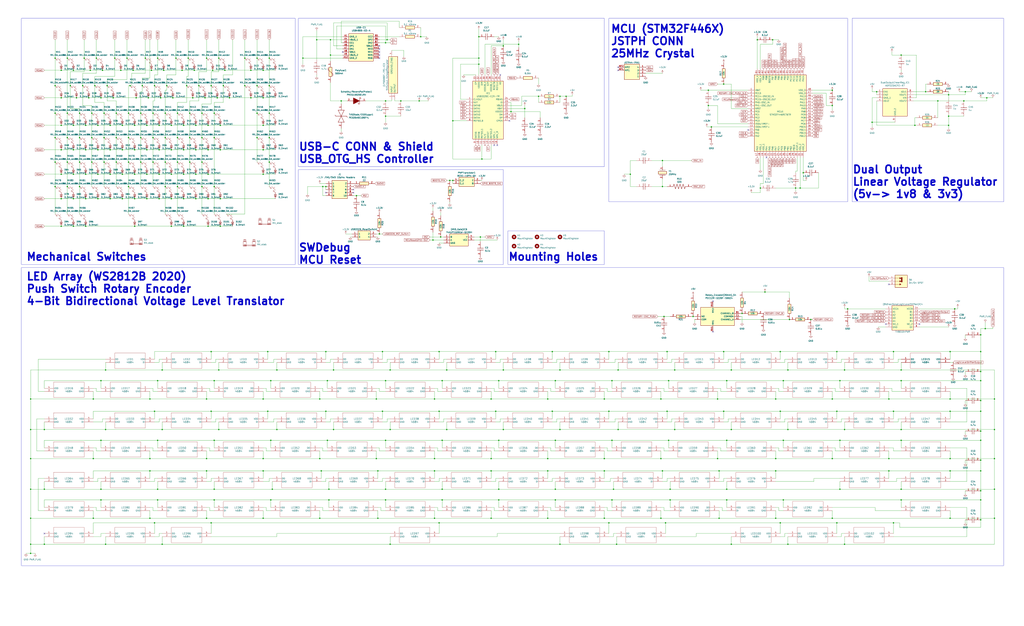
<source format=kicad_sch>
(kicad_sch (version 20230121) (generator eeschema)
  (paper "User" 850.011 519.989)
  (title_block (title "VesselKB") (date "2023-11-19") (rev "3.0"))
  (junction (at 171.45 381))
  (junction (at 454.66 391.16))
  (junction (at 454.66 331.47))
  (junction (at 320.04 365.76))
  (junction (at 152.4 165.1))
  (junction (at 748.03 316.23))
  (junction (at 505.46 434.34))
  (junction (at 313.69 391.16))
  (junction (at 603.25 365.76))
  (junction (at 701.04 356.87))
  (junction (at 124.46 430.53))
  (junction (at 81.28 144.78))
  (junction (at 643.89 430.53))
  (junction (at 116.84 114.3))
  (junction (at 123.19 81.28))
  (junction (at 367.03 316.23))
  (junction (at 134.62 452.12))
  (junction (at 787.4 78.74))
  (junction (at 430.53 36.83))
  (junction (at 223.52 71.12))
  (junction (at 266.7 391.16))
  (junction (at 80.01 48.26))
  (junction (at 458.47 292.1))
  (junction (at 513.08 356.87))
  (junction (at 273.05 415.29))
  (junction (at 501.65 430.53))
  (junction (at 347.98 83.82))
  (junction (at 508 365.76))
  (junction (at 137.16 93.98))
  (junction (at 58.42 71.12))
  (junction (at 628.65 33.02))
  (junction (at 265.43 430.53))
  (junction (at 508 415.29))
  (junction (at 127 114.3))
  (junction (at 417.83 307.34))
  (junction (at 171.45 331.47))
  (junction (at 181.61 356.87))
  (junction (at 226.06 406.4))
  (junction (at 814.07 415.29))
  (junction (at 157.48 114.3))
  (junction (at 575.31 262.89))
  (junction (at 694.69 341.63))
  (junction (at 360.68 430.53))
  (junction (at 814.07 292.1))
  (junction (at 414.02 365.76))
  (junction (at 91.44 104.14))
  (junction (at 83.82 365.76))
  (junction (at 320.04 406.4))
  (junction (at 788.67 331.47))
  (junction (at 172.72 187.96))
  (junction (at 509.27 406.4))
  (junction (at 142.24 124.46))
  (junction (at 654.05 356.87))
  (junction (at 50.8 165.1))
  (junction (at 213.36 71.12))
  (junction (at 177.8 93.98))
  (junction (at 177.8 154.94))
  (junction (at 643.89 381))
  (junction (at 127 93.98))
  (junction (at 152.4 187.96))
  (junction (at 556.26 406.4))
  (junction (at 748.03 307.34))
  (junction (at 171.45 391.16))
  (junction (at 317.5 341.63))
  (junction (at 461.01 316.23))
  (junction (at 367.03 415.29))
  (junction (at 133.35 81.28))
  (junction (at 137.16 154.94))
  (junction (at 647.7 341.63))
  (junction (at 142.24 144.78))
  (junction (at 375.92 149.86))
  (junction (at 25.4 356.87))
  (junction (at 111.76 104.14))
  (junction (at 741.68 292.1))
  (junction (at 723.9 101.6))
  (junction (at 458.47 341.63))
  (junction (at 800.1 83.82))
  (junction (at 469.9 80.01))
  (junction (at 647.7 434.34))
  (junction (at 147.32 114.3))
  (junction (at 814.07 358.14))
  (junction (at 400.05 132.08))
  (junction (at 701.04 452.12))
  (junction (at 464.82 356.87))
  (junction (at 175.26 71.12))
  (junction (at 177.8 114.3))
  (junction (at 222.25 341.63))
  (junction (at 603.25 316.23))
  (junction (at 88.9 71.12))
  (junction (at 643.89 331.47))
  (junction (at 172.72 165.1))
  (junction (at 96.52 114.3))
  (junction (at 588.01 74.93))
  (junction (at 461.01 365.76))
  (junction (at 641.35 33.02))
  (junction (at 748.03 406.4))
  (junction (at 111.76 187.96))
  (junction (at 218.44 58.42))
  (junction (at 181.61 307.34))
  (junction (at 501.65 391.16))
  (junction (at 132.08 124.46))
  (junction (at 508 316.23))
  (junction (at 124.46 331.47))
  (junction (at 748.03 415.29))
  (junction (at 398.78 196.85))
  (junction (at 367.03 365.76))
  (junction (at 276.86 356.87))
  (junction (at 276.86 307.34))
  (junction (at 454.66 381))
  (junction (at 130.81 415.29))
  (junction (at 25.4 452.12))
  (junction (at 78.74 71.12))
  (junction (at 50.8 104.14))
  (junction (at 124.46 391.16))
  (junction (at 375.92 100.33))
  (junction (at 83.82 316.23))
  (junction (at 737.87 331.47))
  (junction (at 697.23 365.76))
  (junction (at 270.51 292.1))
  (junction (at 177.8 365.76))
  (junction (at 60.96 165.1))
  (junction (at 93.98 81.28))
  (junction (at 360.68 331.47))
  (junction (at 157.48 93.98))
  (junction (at 694.69 292.1))
  (junction (at 787.4 96.52))
  (junction (at 814.07 431.8))
  (junction (at 116.84 134.62))
  (junction (at 560.07 307.34))
  (junction (at 71.12 187.96))
  (junction (at 66.04 154.94))
  (junction (at 134.62 307.34))
  (junction (at 218.44 331.47))
  (junction (at 203.2 71.12))
  (junction (at 50.8 124.46))
  (junction (at 364.49 434.34))
  (junction (at 121.92 104.14))
  (junction (at 45.72 114.3))
  (junction (at 60.96 58.42))
  (junction (at 66.04 93.98))
  (junction (at 77.47 331.47))
  (junction (at 365.76 196.85))
  (junction (at 146.05 48.26))
  (junction (at 814.07 308.61))
  (junction (at 825.5 356.87))
  (junction (at 454.66 430.53))
  (junction (at 142.24 165.1))
  (junction (at 265.43 381))
  (junction (at 359.41 199.39))
  (junction (at 464.82 307.34))
  (junction (at 223.52 93.98))
  (junction (at 360.68 381))
  (junction (at 323.85 307.34))
  (junction (at 654.05 307.34))
  (junction (at 814.07 278.13))
  (junction (at 167.64 93.98))
  (junction (at 265.43 331.47))
  (junction (at 360.68 391.16))
  (junction (at 128.27 71.12))
  (junction (at 320.04 83.82))
  (junction (at 251.46 48.26))
  (junction (at 349.25 30.48))
  (junction (at 703.58 256.54))
  (junction (at 71.12 104.14))
  (junction (at 397.51 30.48))
  (junction (at 147.32 93.98))
  (junction (at 314.96 194.31))
  (junction (at 107.95 71.12))
  (junction (at 274.32 33.02))
  (junction (at 548.64 331.47))
  (junction (at 91.44 165.1))
  (junction (at 162.56 165.1))
  (junction (at 411.48 292.1))
  (junction (at 213.36 114.3))
  (junction (at 132.08 144.78))
  (junction (at 135.89 58.42))
  (junction (at 45.72 93.98))
  (junction (at 105.41 48.26))
  (junction (at 182.88 165.1))
  (junction (at 690.88 430.53))
  (junction (at 76.2 114.3))
  (junction (at 407.67 381))
  (junction (at 182.88 124.46))
  (junction (at 154.94 71.12))
  (junction (at 213.36 48.26))
  (junction (at 106.68 93.98))
  (junction (at 727.71 76.2))
  (junction (at 407.67 430.53))
  (junction (at 590.55 105.41))
  (junction (at 113.03 81.28))
  (junction (at 152.4 144.78))
  (junction (at 50.8 187.96))
  (junction (at 513.08 307.34))
  (junction (at 50.8 81.28))
  (junction (at 511.81 452.12))
  (junction (at 76.2 93.98))
  (junction (at 128.27 434.34))
  (junction (at 110.49 58.42))
  (junction (at 83.82 406.4))
  (junction (at 788.67 292.1))
  (junction (at 177.8 316.23))
  (junction (at 666.75 143.51))
  (junction (at 320.04 35.56))
  (junction (at 694.69 434.34))
  (junction (at 607.06 307.34))
  (junction (at 664.21 156.21))
  (junction (at 603.25 406.4))
  (junction (at 788.67 391.16))
  (junction (at 74.93 58.42))
  (junction (at 737.87 381))
  (junction (at 111.76 124.46))
  (junction (at 181.61 48.26))
  (junction (at 222.25 292.1))
  (junction (at 414.02 406.4))
  (junction (at 650.24 415.29))
  (junction (at 177.8 406.4))
  (junction (at 100.33 58.42))
  (junction (at 271.78 316.23))
  (junction (at 737.87 391.16))
  (junction (at 596.9 430.53))
  (junction (at 162.56 144.78))
  (junction (at 87.63 307.34))
  (junction (at 320.04 96.52))
  (junction (at 814.07 382.27))
  (junction (at 317.5 292.1))
  (junction (at 411.48 341.63))
  (junction (at 134.62 356.87))
  (junction (at 218.44 144.78))
  (junction (at 697.23 316.23))
  (junction (at 660.4 156.21))
  (junction (at 364.49 341.63))
  (junction (at 554.99 316.23))
  (junction (at 414.02 415.29))
  (junction (at 748.03 45.72))
  (junction (at 697.23 406.4))
  (junction (at 182.88 187.96))
  (junction (at 71.12 165.1))
  (junction (at 130.81 365.76))
  (junction (at 435.61 90.17))
  (junction (at 76.2 134.62))
  (junction (at 321.31 33.02))
  (junction (at 814.07 391.16))
  (junction (at 121.92 124.46))
  (junction (at 101.6 144.78))
  (junction (at 218.44 124.46))
  (junction (at 68.58 71.12))
  (junction (at 171.45 48.26))
  (junction (at 55.88 48.26))
  (junction (at 768.35 76.2))
  (junction (at 218.44 104.14))
  (junction (at 218.44 391.16))
  (junction (at 71.12 124.46))
  (junction (at 556.26 415.29))
  (junction (at 45.72 48.26))
  (junction (at 552.45 434.34))
  (junction (at 655.32 265.43))
  (junction (at 208.28 58.42))
  (junction (at 176.53 58.42))
  (junction (at 55.88 114.3))
  (junction (at 81.28 165.1))
  (junction (at 814.07 365.76))
  (junction (at 223.52 114.3))
  (junction (at 167.64 114.3))
  (junction (at 167.64 134.62))
  (junction (at 203.2 48.26))
  (junction (at 407.67 331.47))
  (junction (at 370.84 307.34))
  (junction (at 60.96 187.96))
  (junction (at 60.96 144.78))
  (junction (at 91.44 124.46))
  (junction (at 367.03 406.4))
  (junction (at 283.21 83.82))
  (junction (at 635 242.57))
  (junction (at 313.69 430.53))
  (junction (at 125.73 58.42))
  (junction (at 165.1 71.12))
  (junction (at 182.88 104.14))
  (junction (at 167.64 154.94))
  (junction (at 788.67 381))
  (junction (at 121.92 144.78))
  (junction (at 132.08 165.1))
  (junction (at 177.8 415.29))
  (junction (at 101.6 104.14))
  (junction (at 505.46 341.63))
  (junction (at 95.25 48.26))
  (junction (at 553.72 341.63))
  (junction (at 814.07 332.74))
  (junction (at 87.63 356.87))
  (junction (at 595.63 331.47))
  (junction (at 223.52 48.26))
  (junction (at 25.4 406.4))
  (junction (at 364.49 292.1))
  (junction (at 25.4 459.74))
  (junction (at 223.52 134.62))
  (junction (at 86.36 93.98))
  (junction (at 172.72 144.78))
  (junction (at 152.4 104.14))
  (junction (at 295.91 162.56))
  (junction (at 224.79 365.76))
  (junction (at 825.5 331.47))
  (junction (at 83.82 81.28))
  (junction (at 792.48 256.54))
  (junction (at 106.68 134.62))
  (junction (at 111.76 165.1))
  (junction (at 607.06 356.87))
  (junction (at 650.24 365.76))
  (junction (at 549.91 133.35))
  (junction (at 96.52 134.62))
  (junction (at 66.04 114.3))
  (junction (at 172.72 124.46))
  (junction (at 138.43 71.12))
  (junction (at 647.7 292.1))
  (junction (at 801.37 76.2))
  (junction (at 50.8 58.42))
  (junction (at 106.68 154.94))
  (junction (at 607.06 452.12))
  (junction (at 748.03 365.76))
  (junction (at 312.42 331.47))
  (junction (at 549.91 391.16))
  (junction (at 741.68 341.63))
  (junction (at 186.69 58.42))
  (junction (at 229.87 307.34))
  (junction (at 417.83 38.1))
  (junction (at 160.02 81.28))
  (junction (at 819.15 81.28))
  (junction (at 224.79 415.29))
  (junction (at 45.72 134.62))
  (junction (at 162.56 104.14))
  (junction (at 825.5 430.53))
  (junction (at 132.08 104.14))
  (junction (at 814.07 341.63))
  (junction (at 63.5 81.28))
  (junction (at 111.76 144.78))
  (junction (at 464.82 452.12))
  (junction (at 505.46 292.1))
  (junction (at 218.44 81.28))
  (junction (at 267.97 154.94))
  (junction (at 77.47 381))
  (junction (at 71.12 144.78))
  (junction (at 501.65 331.47))
  (junction (at 270.51 341.63))
  (junction (at 96.52 93.98))
  (junction (at 60.96 104.14))
  (junction (at 373.38 149.86))
  (junction (at 130.81 48.26))
  (junction (at 120.65 48.26))
  (junction (at 87.63 452.12))
  (junction (at 128.27 341.63))
  (junction (at 170.18 81.28))
  (junction (at 172.72 104.14))
  (junction (at 66.04 134.62))
  (junction (at 83.82 415.29))
  (junction (at 36.83 452.12))
  (junction (at 417.83 356.87))
  (junction (at 101.6 124.46))
  (junction (at 60.96 124.46))
  (junction (at 161.29 58.42))
  (junction (at 151.13 58.42))
  (junction (at 447.04 80.01))
  (junction (at 370.84 356.87))
  (junction (at 86.36 114.3))
  (junction (at 116.84 93.98))
  (junction (at 461.01 406.4))
  (junction (at 523.24 144.78))
  (junction (at 73.66 81.28))
  (junction (at 224.79 316.23))
  (junction (at 81.28 124.46))
  (junction (at 175.26 434.34))
  (junction (at 323.85 356.87))
  (junction (at 124.46 381))
  (junction (at 162.56 124.46))
  (junction (at 643.89 391.16))
  (junction (at 85.09 58.42))
  (junction (at 147.32 134.62))
  (junction (at 596.9 391.16))
  (junction (at 55.88 93.98))
  (junction (at 464.82 80.01))
  (junction (at 759.46 104.14))
  (junction (at 320.04 316.23))
  (junction (at 814.07 407.67))
  (junction (at 650.24 316.23))
  (junction (at 787.4 104.14))
  (junction (at 778.51 83.82))
  (junction (at 788.67 430.53))
  (junction (at 397.51 48.26))
  (junction (at 690.88 331.47))
  (junction (at 55.88 134.62))
  (junction (at 631.19 156.21))
  (junction (at 208.28 81.28))
  (junction (at 825.5 381))
  (junction (at 36.83 406.4))
  (junction (at 690.88 74.93))
  (junction (at 690.88 381))
  (junction (at 25.4 430.53))
  (junction (at 45.72 71.12))
  (junction (at 36.83 356.87))
  (junction (at 270.51 154.94))
  (junction (at 55.88 154.94))
  (junction (at 127 134.62))
  (junction (at 262.89 33.02))
  (junction (at 218.44 381))
  (junction (at 817.88 273.05))
  (junction (at 101.6 165.1))
  (junction (at 271.78 365.76))
  (junction (at 273.05 406.4))
  (junction (at 130.81 406.4))
  (junction (at 814.07 316.23))
  (junction (at 229.87 356.87))
  (junction (at 600.71 69.85))
  (junction (at 673.1 265.43))
  (junction (at 320.04 415.29))
  (junction (at 748.03 356.87))
  (junction (at 180.34 81.28))
  (junction (at 654.05 452.12))
  (junction (at 600.71 292.1))
  (junction (at 69.85 48.26))
  (junction (at 218.44 430.53))
  (junction (at 25.4 381))
  (junction (at 323.85 452.12))
  (junction (at 560.07 356.87))
  (junction (at 142.24 104.14))
  (junction (at 157.48 134.62))
  (junction (at 213.36 93.98))
  (junction (at 137.16 114.3))
  (junction (at 91.44 144.78))
  (junction (at 553.72 292.1))
  (junction (at 548.64 381))
  (junction (at 81.28 104.14))
  (junction (at 25.4 331.47))
  (junction (at 175.26 341.63))
  (junction (at 118.11 71.12))
  (junction (at 588.01 87.63))
  (junction (at 152.4 124.46))
  (junction (at 137.16 134.62))
  (junction (at 106.68 114.3))
  (junction (at 690.88 87.63))
  (junction (at 600.71 341.63))
  (junction (at 788.67 341.63))
  (junction (at 332.74 83.82))
  (junction (at 50.8 144.78))
  (junction (at 312.42 381))
  (junction (at 397.51 53.34))
  (junction (at 825.5 406.4))
  (junction (at 414.02 316.23))
  (junction (at 185.42 71.12))
  (junction (at 190.5 81.28))
  (junction (at 175.26 292.1))
  (junction (at 548.64 430.53))
  (junction (at 501.65 381))
  (junction (at 86.36 134.62))
  (junction (at 554.99 365.76))
  (junction (at 549.91 154.94))
  (junction (at 615.95 260.35))
  (junction (at 407.67 391.16))
  (junction (at 461.01 415.29))
  (junction (at 130.81 316.23))
  (junction (at 77.47 430.53))
  (junction (at 121.92 165.1))
  (junction (at 147.32 154.94))
  (junction (at 551.18 262.89))
  (junction (at 142.24 187.96))
  (junction (at 274.32 45.72))
  (junction (at 595.63 381))
  (junction (at 143.51 81.28))
  (junction (at 171.45 430.53))
  (junction (at 45.72 154.94))
  (junction (at 424.18 92.71))
  (junction (at 603.25 415.29))
  (junction (at 701.04 307.34))
  (junction (at 741.68 434.34))
  (junction (at 156.21 48.26))
  (no_connect (at 513.08 58.42))
  (no_connect (at 314.96 38.1))
  (no_connect (at 737.87 236.22))
  (no_connect (at 293.37 157.48))
  (no_connect (at 410.21 120.65))
  (no_connect (at 735.33 269.24))
  (no_connect (at 621.03 107.95))
  (no_connect (at 36.83 443.23))
  (no_connect (at 422.91 100.33))
  (no_connect (at 636.27 130.81))
  (no_connect (at 284.48 43.18))
  (no_connect (at 415.29 62.23))
  (no_connect (at 314.96 43.18))
  (no_connect (at 314.96 48.26))
  (no_connect (at 293.37 160.02))
  (no_connect (at 763.27 269.24))
  (no_connect (at 591.82 250.19))
  (no_connect (at 412.75 120.65))
  (no_connect (at 314.96 45.72))
  (no_connect (at 591.82 275.59))
  (no_connect (at 270.51 160.02))
  (no_connect (at 513.08 55.88))
  (no_connect (at 314.96 40.64))
  (wire (pts (xy 313.69 430.53) (xy 360.68 430.53)))
  (wire (pts (xy 367.03 316.23) (xy 414.02 316.23)))
  (wire (pts (xy 177.8 316.23) (xy 224.79 316.23)))
  (wire (pts (xy 556.26 415.29) (xy 603.25 415.29)))
  (wire (pts (xy 45.72 48.26) (xy 45.72 71.12)))
  (wire (pts (xy 323.85 452.12) (xy 464.82 452.12)))
  (wire (pts (xy 284.48 38.1) (xy 276.86 38.1)))
  (wire (pts (xy 646.43 325.12) (xy 650.24 325.12)))
  (wire (pts (xy 603.25 400.05) (xy 603.25 406.4)))
  (wire (pts (xy 787.4 76.2) (xy 787.4 78.74)))
  (wire (pts (xy 106.68 134.62) (xy 106.68 154.94)))
  (wire (pts (xy 701.04 350.52) (xy 701.04 356.87)))
  (wire (pts (xy 312.42 374.65) (xy 312.42 381)))
  (wire (pts (xy 175.26 292.1) (xy 128.27 292.1)))
  (wire (pts (xy 457.2 421.64) (xy 457.2 424.18)))
  (wire (pts (xy 664.21 130.81) (xy 664.21 156.21)))
  (wire (pts (xy 506.73 397.51) (xy 506.73 400.05)))
  (wire (pts (xy 31.75 397.51) (xy 31.75 424.18)))
  (wire (pts (xy 505.46 341.63) (xy 553.72 341.63)))
  (wire (pts (xy 147.32 114.3) (xy 147.32 93.98)))
  (wire (pts (xy 801.37 76.2) (xy 801.37 78.74)))
  (wire (pts (xy 86.36 114.3) (xy 86.36 93.98)))
  (wire (pts (xy 229.87 443.23) (xy 229.87 445.77)))
  (wire (pts (xy 643.89 397.51) (xy 643.89 391.16)))
  (wire (pts (xy 556.26 397.51) (xy 553.72 397.51)))
  (wire (pts (xy 599.44 421.64) (xy 599.44 424.18)))
  (wire (pts (xy 549.91 133.35) (xy 574.04 133.35)))
  (wire (pts (xy 325.12 41.91) (xy 335.28 41.91)))
  (wire (pts (xy 177.8 93.98) (xy 177.8 85.09)))
  (wire (pts (xy 788.67 292.1) (xy 788.67 298.45)))
  (wire (pts (xy 748.03 397.51) (xy 744.22 397.51)))
  (wire (pts (xy 293.37 162.56) (xy 295.91 162.56)))
  (wire (pts (xy 80.01 421.64) (xy 80.01 424.18)))
  (wire (pts (xy 474.98 78.74) (xy 474.98 80.01)))
  (wire (pts (xy 501.65 374.65) (xy 501.65 381)))
  (wire (pts (xy 604.52 298.45) (xy 604.52 300.99)))
  (wire (pts (xy 454.66 325.12) (xy 454.66 331.47)))
  (wire (pts (xy 768.35 69.85) (xy 769.62 69.85)))
  (wire (pts (xy 45.72 93.98) (xy 45.72 114.3)))
  (wire (pts (xy 454.66 372.11) (xy 457.2 372.11)))
  (wire (pts (xy 759.46 104.14) (xy 760.73 104.14)))
  (wire (pts (xy 643.89 331.47) (xy 690.88 331.47)))
  (wire (pts (xy 364.49 397.51) (xy 364.49 400.05)))
  (wire (pts (xy 25.4 356.87) (xy 25.4 381)))
  (wire (pts (xy 111.76 104.14) (xy 121.92 104.14)))
  (wire (pts (xy 80.01 424.18) (xy 83.82 424.18)))
  (wire (pts (xy 134.62 445.77) (xy 134.62 452.12)))
  (wire (pts (xy 262.89 25.4) (xy 262.89 33.02)))
  (wire (pts (xy 825.5 331.47) (xy 825.5 307.34)))
  (wire (pts (xy 548.64 381) (xy 595.63 381)))
  (wire (pts (xy 737.87 325.12) (xy 737.87 331.47)))
  (wire (pts (xy 106.68 93.98) (xy 106.68 114.3)))
  (wire (pts (xy 66.04 114.3) (xy 66.04 93.98)))
  (wire (pts (xy 510.54 300.99) (xy 505.46 300.99)))
  (wire (pts (xy 819.15 81.28) (xy 819.15 83.82)))
  (wire (pts (xy 101.6 104.14) (xy 111.76 104.14)))
  (wire (pts (xy 356.87 199.39) (xy 359.41 199.39)))
  (wire (pts (xy 25.4 381) (xy 25.4 406.4)))
  (wire (pts (xy 81.28 400.05) (xy 77.47 400.05)))
  (wire (pts (xy 320.04 400.05) (xy 320.04 406.4)))
  (wire (pts (xy 501.65 424.18) (xy 501.65 430.53)))
  (wire (pts (xy 218.44 372.11) (xy 220.98 372.11)))
  (wire (pts (xy 417.83 356.87) (xy 464.82 356.87)))
  (wire (pts (xy 501.65 325.12) (xy 501.65 331.47)))
  (wire (pts (xy 458.47 292.1) (xy 458.47 298.45)))
  (wire (pts (xy 654.05 298.45) (xy 651.51 298.45)))
  (wire (pts (xy 60.96 124.46) (xy 71.12 124.46)))
  (wire (pts (xy 177.8 114.3) (xy 177.8 93.98)))
  (wire (pts (xy 549.91 154.94) (xy 553.72 154.94)))
  (wire (pts (xy 554.99 365.76) (xy 554.99 372.11)))
  (wire (pts (xy 121.92 144.78) (xy 132.08 144.78)))
  (wire (pts (xy 367.03 400.05) (xy 367.03 406.4)))
  (wire (pts (xy 737.87 372.11) (xy 741.68 372.11)))
  (wire (pts (xy 173.99 424.18) (xy 177.8 424.18)))
  (wire (pts (xy 694.69 292.1) (xy 647.7 292.1)))
  (wire (pts (xy 397.51 48.26) (xy 397.51 53.34)))
  (wire (pts (xy 417.83 300.99) (xy 417.83 307.34)))
  (wire (pts (xy 81.28 397.51) (xy 81.28 400.05)))
  (wire (pts (xy 314.96 325.12) (xy 320.04 325.12)))
  (wire (pts (xy 267.97 372.11) (xy 267.97 374.65)))
  (wire (pts (xy 109.22 71.12) (xy 109.22 60.96)))
  (wire (pts (xy 631.19 156.21) (xy 631.19 160.02)))
  (wire (pts (xy 549.91 148.59) (xy 549.91 154.94)))
  (wire (pts (xy 758.19 76.2) (xy 768.35 76.2)))
  (wire (pts (xy 220.98 322.58) (xy 220.98 325.12)))
  (wire (pts (xy 137.16 114.3) (xy 137.16 93.98)))
  (wire (pts (xy 181.61 298.45) (xy 179.07 298.45)))
  (wire (pts (xy 370.84 347.98) (xy 368.3 347.98)))
  (wire (pts (xy 91.44 104.14) (xy 101.6 104.14)))
  (wire (pts (xy 375.92 152.4) (xy 375.92 149.86)))
  (wire (pts (xy 723.9 76.2) (xy 727.71 76.2)))
  (wire (pts (xy 788.67 341.63) (xy 814.07 341.63)))
  (wire (pts (xy 643.89 430.53) (xy 690.88 430.53)))
  (wire (pts (xy 173.99 372.11) (xy 173.99 374.65)))
  (wire (pts (xy 76.2 114.3) (xy 76.2 93.98)))
  (wire (pts (xy 320.04 83.82) (xy 325.12 83.82)))
  (wire (pts (xy 266.7 391.16) (xy 266.7 397.51)))
  (wire (pts (xy 643.89 372.11) (xy 646.43 372.11)))
  (wire (pts (xy 127 374.65) (xy 130.81 374.65)))
  (wire (pts (xy 505.46 434.34) (xy 505.46 443.23)))
  (wire (pts (xy 814.07 308.61) (xy 814.07 316.23)))
  (wire (pts (xy 796.29 76.2) (xy 801.37 76.2)))
  (wire (pts (xy 335.28 41.91) (xy 335.28 46.99)))
  (wire (pts (xy 551.18 374.65) (xy 554.99 374.65)))
  (wire (pts (xy 128.27 341.63) (xy 128.27 347.98)))
  (wire (pts (xy 77.47 430.53) (xy 124.46 430.53)))
  (wire (pts (xy 825.5 452.12) (xy 825.5 430.53)))
  (wire (pts (xy 265.43 322.58) (xy 267.97 322.58)))
  (wire (pts (xy 36.83 124.46) (xy 50.8 124.46)))
  (wire (pts (xy 81.28 104.14) (xy 91.44 104.14)))
  (wire (pts (xy 142.24 124.46) (xy 152.4 124.46)))
  (wire (pts (xy 814.07 341.63) (xy 814.07 358.14)))
  (wire (pts (xy 417.83 33.02) (xy 417.83 38.1)))
  (wire (pts (xy 152.4 165.1) (xy 162.56 165.1)))
  (wire (pts (xy 414.02 406.4) (xy 461.01 406.4)))
  (wire (pts (xy 748.03 356.87) (xy 825.5 356.87)))
  (wire (pts (xy 461.01 415.29) (xy 461.01 421.64)))
  (wire (pts (xy 375.92 132.08) (xy 400.05 132.08)))
  (wire (pts (xy 77.47 372.11) (xy 80.01 372.11)))
  (wire (pts (xy 63.5 81.28) (xy 73.66 81.28)))
  (wire (pts (xy 505.46 341.63) (xy 505.46 347.98)))
  (wire (pts (xy 462.28 298.45) (xy 462.28 300.99)))
  (wire (pts (xy 83.82 316.23) (xy 130.81 316.23)))
  (wire (pts (xy 86.36 134.62) (xy 86.36 114.3)))
  (wire (pts (xy 549.91 138.43) (xy 549.91 133.35)))
  (wire (pts (xy 373.38 149.86) (xy 375.92 149.86)))
  (wire (pts (xy 778.51 83.82) (xy 778.51 97.79)))
  (wire (pts (xy 464.82 350.52) (xy 464.82 356.87)))
  (wire (pts (xy 179.07 300.99) (xy 175.26 300.99)))
  (wire (pts (xy 274.32 33.02) (xy 284.48 33.02)))
  (wire (pts (xy 397.51 24.13) (xy 397.51 30.48)))
  (wire (pts (xy 368.3 199.39) (xy 359.41 199.39)))
  (wire (pts (xy 229.87 350.52) (xy 229.87 356.87)))
  (wire (pts (xy 697.23 365.76) (xy 748.03 365.76)))
  (wire (pts (xy 454.66 331.47) (xy 501.65 331.47)))
  (wire (pts (xy 600.71 69.85) (xy 607.06 69.85)))
  (wire (pts (xy 314.96 194.31) (xy 317.5 194.31)))
  (wire (pts (xy 417.83 347.98) (xy 415.29 347.98)))
  (wire (pts (xy 314.96 33.02) (xy 321.31 33.02)))
  (wire (pts (xy 127 421.64) (xy 127 424.18)))
  (wire (pts (xy 154.94 63.5) (xy 156.21 63.5)))
  (wire (pts (xy 36.83 187.96) (xy 50.8 187.96)))
  (wire (pts (xy 69.85 48.26) (xy 69.85 59.69)))
  (wire (pts (xy 101.6 124.46) (xy 111.76 124.46)))
  (wire (pts (xy 25.4 430.53) (xy 25.4 452.12)))
  (wire (pts (xy 360.68 421.64) (xy 363.22 421.64)))
  (wire (pts (xy 548.64 331.47) (xy 595.63 331.47)))
  (wire (pts (xy 604.52 300.99) (xy 600.71 300.99)))
  (wire (pts (xy 124.46 391.16) (xy 77.47 391.16)))
  (wire (pts (xy 407.67 391.16) (xy 454.66 391.16)))
  (wire (pts (xy 788.67 300.99) (xy 791.21 300.99)))
  (wire (pts (xy 25.4 381) (xy 77.47 381)))
  (wire (pts (xy 654.05 347.98) (xy 651.51 347.98)))
  (wire (pts (xy 604.52 347.98) (xy 604.52 350.52)))
  (wire (pts (xy 457.2 325.12) (xy 461.01 325.12)))
  (wire (pts (xy 175.26 341.63) (xy 128.27 341.63)))
  (wire (pts (xy 320.04 21.59) (xy 320.04 35.56)))
  (wire (pts (xy 101.6 165.1) (xy 111.76 165.1)))
  (wire (pts (xy 510.54 347.98) (xy 510.54 350.52)))
  (wire (pts (xy 137.16 177.8) (xy 137.16 154.94)))
  (wire (pts (xy 414.02 415.29) (xy 461.01 415.29)))
  (wire (pts (xy 603.25 365.76) (xy 603.25 372.11)))
  (wire (pts (xy 55.88 48.26) (xy 55.88 93.98)))
  (wire (pts (xy 81.28 144.78) (xy 91.44 144.78)))
  (wire (pts (xy 317.5 292.1) (xy 270.51 292.1)))
  (wire (pts (xy 748.03 316.23) (xy 814.07 316.23)))
  (wire (pts (xy 461.01 365.76) (xy 461.01 372.11)))
  (wire (pts (xy 458.47 400.05) (xy 454.66 400.05)))
  (wire (pts (xy 740.41 322.58) (xy 740.41 325.12)))
  (wire (pts (xy 270.51 400.05) (xy 266.7 400.05)))
  (wire (pts (xy 321.31 298.45) (xy 321.31 300.99)))
  (wire (pts (xy 375.92 100.33) (xy 387.35 100.33)))
  (wire (pts (xy 513.08 307.34) (xy 560.07 307.34)))
  (wire (pts (xy 222.25 292.1) (xy 175.26 292.1)))
  (wire (pts (xy 694.69 292.1) (xy 694.69 298.45)))
  (wire (pts (xy 171.45 374.65) (xy 171.45 381)))
  (wire (pts (xy 397.51 30.48) (xy 397.51 48.26)))
  (wire (pts (xy 134.62 350.52) (xy 134.62 356.87)))
  (wire (pts (xy 548.64 374.65) (xy 548.64 381)))
  (wire (pts (xy 156.21 48.26) (xy 156.21 63.5)))
  (wire (pts (xy 347.98 83.82) (xy 355.6 83.82)))
  (wire (pts (xy 323.85 298.45) (xy 321.31 298.45)))
  (wire (pts (xy 817.88 273.05) (xy 824.23 273.05)))
  (wire (pts (xy 77.47 381) (xy 124.46 381)))
  (wire (pts (xy 229.87 300.99) (xy 229.87 307.34)))
  (wire (pts (xy 615.95 242.57) (xy 635 242.57)))
  (wire (pts (xy 208.28 81.28) (xy 218.44 81.28)))
  (wire (pts (xy 130.81 365.76) (xy 83.82 365.76)))
  (wire (pts (xy 504.19 322.58) (xy 504.19 325.12)))
  (wire (pts (xy 660.4 142.24) (xy 661.67 142.24)))
  (wire (pts (xy 50.8 165.1) (xy 60.96 165.1)))
  (wire (pts (xy 690.88 325.12) (xy 690.88 331.47)))
  (wire (pts (xy 323.85 350.52) (xy 323.85 356.87)))
  (wire (pts (xy 80.01 372.11) (xy 80.01 374.65)))
  (wire (pts (xy 748.03 365.76) (xy 748.03 372.11)))
  (wire (pts (xy 227.33 347.98) (xy 227.33 350.52)))
  (wire (pts (xy 556.26 406.4) (xy 603.25 406.4)))
  (wire (pts (xy 274.32 68.58) (xy 274.32 83.82)))
  (wire (pts (xy 763.27 271.78) (xy 787.4 271.78)))
  (wire (pts (xy 367.03 365.76) (xy 414.02 365.76)))
  (wire (pts (xy 654.05 307.34) (xy 701.04 307.34)))
  (wire (pts (xy 223.52 134.62) (xy 223.52 154.94)))
  (wire (pts (xy 577.85 445.77) (xy 552.45 445.77)))
  (wire (pts (xy 313.69 424.18) (xy 313.69 430.53)))
  (wire (pts (xy 435.61 87.63) (xy 435.61 90.17)))
  (wire (pts (xy 60.96 58.42) (xy 74.93 58.42)))
  (wire (pts (xy 173.99 325.12) (xy 177.8 325.12)))
  (wire (pts (xy 229.87 307.34) (xy 276.86 307.34)))
  (wire (pts (xy 220.98 424.18) (xy 224.79 424.18)))
  (wire (pts (xy 96.52 93.98) (xy 96.52 83.82)))
  (wire (pts (xy 363.22 374.65) (xy 367.03 374.65)))
  (wire (pts (xy 548.64 325.12) (xy 548.64 331.47)))
  (wire (pts (xy 407.67 430.53) (xy 454.66 430.53)))
  (wire (pts (xy 323.85 356.87) (xy 370.84 356.87)))
  (wire (pts (xy 135.89 58.42) (xy 151.13 58.42)))
  (wire (pts (xy 218.44 424.18) (xy 218.44 430.53)))
  (wire (pts (xy 373.38 167.64) (xy 373.38 168.91)))
  (wire (pts (xy 801.37 382.27) (xy 801.37 384.81)))
  (wire (pts (xy 218.44 325.12) (xy 218.44 331.47)))
  (wire (pts (xy 364.49 292.1) (xy 364.49 298.45)))
  (wire (pts (xy 320.04 397.51) (xy 317.5 397.51)))
  (wire (pts (xy 596.9 391.16) (xy 643.89 391.16)))
  (wire (pts (xy 693.42 374.65) (xy 697.23 374.65)))
  (wire (pts (xy 690.88 421.64) (xy 726.44 421.64)))
  (wire (pts (xy 728.98 271.78) (xy 735.33 271.78)))
  (wire (pts (xy 814.07 365.76) (xy 814.07 382.27)))
  (wire (pts (xy 464.82 298.45) (xy 462.28 298.45)))
  (wire (pts (xy 152.4 144.78) (xy 162.56 144.78)))
  (wire (pts (xy 504.19 421.64) (xy 504.19 424.18)))
  (wire (pts (xy 173.99 374.65) (xy 177.8 374.65)))
  (wire (pts (xy 223.52 33.02) (xy 223.52 48.26)))
  (wire (pts (xy 276.86 347.98) (xy 274.32 347.98)))
  (wire (pts (xy 321.31 300.99) (xy 317.5 300.99)))
  (wire (pts (xy 181.61 33.02) (xy 181.61 48.26)))
  (wire (pts (xy 276.86 19.05) (xy 321.31 19.05)))
  (wire (pts (xy 505.46 434.34) (xy 364.49 434.34)))
  (wire (pts (xy 314.96 372.11) (xy 314.96 374.65)))
  (wire (pts (xy 454.66 374.65) (xy 454.66 381)))
  (wire (pts (xy 128.27 83.82) (xy 128.27 71.12)))
  (wire (pts (xy 128.27 62.23) (xy 130.81 62.23)))
  (wire (pts (xy 181.61 347.98) (xy 179.07 347.98)))
  (wire (pts (xy 548.64 322.58) (xy 551.18 322.58)))
  (wire (pts (xy 50.8 104.14) (xy 60.96 104.14)))
  (wire (pts (xy 160.02 81.28) (xy 170.18 81.28)))
  (wire (pts (xy 701.04 298.45) (xy 698.5 298.45)))
  (wire (pts (xy 123.19 81.28) (xy 133.35 81.28)))
  (wire (pts (xy 744.22 397.51) (xy 744.22 400.05)))
  (wire (pts (xy 748.03 307.34) (xy 825.5 307.34)))
  (wire (pts (xy 276.86 300.99) (xy 276.86 307.34)))
  (wire (pts (xy 746.76 438.15) (xy 746.76 434.34)))
  (wire (pts (xy 224.79 415.29) (xy 224.79 421.64)))
  (wire (pts (xy 464.82 80.01) (xy 469.9 80.01)))
  (wire (pts (xy 181.61 300.99) (xy 181.61 307.34)))
  (wire (pts (xy 36.83 400.05) (xy 36.83 406.4)))
  (wire (pts (xy 457.2 372.11) (xy 457.2 374.65)))
  (wire (pts (xy 824.23 273.05) (xy 824.23 271.78)))
  (wire (pts (xy 690.88 374.65) (xy 690.88 381)))
  (wire (pts (xy 788.67 341.63) (xy 788.67 347.98)))
  (wire (pts (xy 317.5 341.63) (xy 317.5 347.98)))
  (wire (pts (xy 464.82 300.99) (xy 464.82 307.34)))
  (wire (pts (xy 127 93.98) (xy 127 83.82)))
  (wire (pts (xy 607.06 307.34) (xy 654.05 307.34)))
  (wire (pts (xy 415.29 300.99) (xy 411.48 300.99)))
  (wire (pts (xy 462.28 350.52) (xy 458.47 350.52)))
  (wire (pts (xy 313.69 397.51) (xy 313.69 391.16)))
  (wire (pts (xy 577.85 443.23) (xy 577.85 445.77)))
  (wire (pts (xy 109.22 60.96) (xy 120.65 60.96)))
  (wire (pts (xy 654.05 300.99) (xy 654.05 307.34)))
  (wire (pts (xy 116.84 114.3) (xy 116.84 93.98)))
  (wire (pts (xy 748.03 45.72) (xy 740.41 45.72)))
  (wire (pts (xy 557.53 347.98) (xy 557.53 350.52)))
  (wire (pts (xy 600.71 341.63) (xy 647.7 341.63)))
  (wire (pts (xy 698.5 350.52) (xy 694.69 350.52)))
  (wire (pts (xy 746.76 434.34) (xy 741.68 434.34)))
  (wire (pts (xy 116.84 76.2) (xy 118.11 76.2)))
  (wire (pts (xy 654.05 443.23) (xy 651.51 443.23)))
  (wire (pts (xy 598.17 372.11) (xy 598.17 374.65)))
  (wire (pts (xy 50.8 58.42) (xy 60.96 58.42)))
  (wire (pts (xy 643.89 325.12) (xy 643.89 331.47)))
  (wire (pts (xy 124.46 391.16) (xy 124.46 397.51)))
  (wire (pts (xy 387.35 82.55) (xy 382.27 82.55)))
  (wire (pts (xy 287.02 194.31) (xy 292.1 194.31)))
  (wire (pts (xy 77.47 331.47) (xy 124.46 331.47)))
  (wire (pts (xy 265.43 372.11) (xy 267.97 372.11)))
  (wire (pts (xy 167.64 154.94) (xy 167.64 134.62)))
  (wire (pts (xy 461.01 316.23) (xy 461.01 322.58)))
  (wire (pts (xy 271.78 316.23) (xy 271.78 322.58)))
  (wire (pts (xy 332.74 83.82) (xy 347.98 83.82)))
  (wire (pts (xy 588.01 74.93) (xy 621.03 74.93)))
  (wire (pts (xy 36.83 415.29) (xy 36.83 421.64)))
  (wire (pts (xy 814.07 81.28) (xy 819.15 81.28)))
  (wire (pts (xy 128.27 434.34) (xy 77.47 434.34)))
  (wire (pts (xy 224.79 415.29) (xy 177.8 415.29)))
  (wire (pts (xy 464.82 347.98) (xy 462.28 347.98)))
  (wire (pts (xy 317.5 400.05) (xy 313.69 400.05)))
  (wire (pts (xy 317.5 341.63) (xy 364.49 341.63)))
  (wire (pts (xy 96.52 83.82) (xy 88.9 83.82)))
  (wire (pts (xy 36.83 316.23) (xy 36.83 322.58)))
  (wire (pts (xy 643.89 374.65) (xy 643.89 381)))
  (wire (pts (xy 88.9 83.82) (xy 88.9 71.12)))
  (wire (pts (xy 320.04 365.76) (xy 320.04 372.11)))
  (wire (pts (xy 356.87 196.85) (xy 365.76 196.85)))
  (wire (pts (xy 368.3 350.52) (xy 364.49 350.52)))
  (wire (pts (xy 768.35 76.2) (xy 769.62 76.2)))
  (wire (pts (xy 177.8 177.8) (xy 177.8 154.94)))
  (wire (pts (xy 600.71 400.05) (xy 596.9 400.05)))
  (wire (pts (xy 518.16 144.78) (xy 523.24 144.78)))
  (wire (pts (xy 71.12 165.1) (xy 81.28 165.1)))
  (wire (pts (xy 528.32 133.35) (xy 523.24 133.35)))
  (wire (pts (xy 814.07 391.16) (xy 814.07 407.67)))
  (wire (pts (xy 607.06 350.52) (xy 607.06 356.87)))
  (wire (pts (xy 283.21 83.82) (xy 283.21 86.36)))
  (wire (pts (xy 701.04 347.98) (xy 698.5 347.98)))
  (wire (pts (xy 167.64 114.3) (xy 167.64 93.98)))
  (wire (pts (xy 679.45 156.21) (xy 664.21 156.21)))
  (wire (pts (xy 647.7 434.34) (xy 552.45 434.34)))
  (wire (pts (xy 650.24 415.29) (xy 650.24 421.64)))
  (wire (pts (xy 509.27 445.77) (xy 505.46 445.77)))
  (wire (pts (xy 265.43 381) (xy 312.42 381)))
  (wire (pts (xy 60.96 187.96) (xy 71.12 187.96)))
  (wire (pts (xy 87.63 443.23) (xy 83.82 443.23)))
  (wire (pts (xy 177.8 365.76) (xy 130.81 365.76)))
  (wire (pts (xy 218.44 144.78) (xy 228.6 144.78)))
  (wire (pts (xy 274.32 350.52) (xy 270.51 350.52)))
  (wire (pts (xy 118.11 76.2) (xy 118.11 71.12)))
  (wire (pts (xy 603.25 397.51) (xy 600.71 397.51)))
  (wire (pts (xy 407.67 374.65) (xy 407.67 381)))
  (wire (pts (xy 128.27 400.05) (xy 124.46 400.05)))
  (wire (pts (xy 316.23 424.18) (xy 320.04 424.18)))
  (wire (pts (xy 817.88 267.97) (xy 817.88 273.05)))
  (wire (pts (xy 127 114.3) (xy 127 93.98)))
  (wire (pts (xy 576.58 265.43) (xy 576.58 267.97)))
  (wire (pts (xy 741.68 434.34) (xy 741.68 443.23)))
  (wire (pts (xy 501.65 322.58) (xy 504.19 322.58)))
  (wire (pts (xy 121.92 104.14) (xy 132.08 104.14)))
  (wire (pts (xy 177.8 406.4) (xy 226.06 406.4)))
  (wire (pts (xy 814.07 273.05) (xy 817.88 273.05)))
  (wire (pts (xy 323.85 443.23) (xy 229.87 443.23)))
  (wire (pts (xy 266.7 391.16) (xy 218.44 391.16)))
  (wire (pts (xy 748.03 298.45) (xy 745.49 298.45)))
  (wire (pts (xy 651.51 443.23) (xy 651.51 445.77)))
  (wire (pts (xy 802.64 372.11) (xy 802.64 400.05)))
  (wire (pts (xy 313.69 421.64) (xy 316.23 421.64)))
  (wire (pts (xy 787.4 78.74) (xy 801.37 78.74)))
  (wire (pts (xy 146.05 33.02) (xy 146.05 48.26)))
  (wire (pts (xy 83.82 415.29) (xy 83.82 421.64)))
  (wire (pts (xy 643.89 322.58) (xy 646.43 322.58)))
  (wire (pts (xy 614.68 262.89) (xy 615.95 262.89)))
  (wire (pts (xy 220.98 325.12) (xy 224.79 325.12)))
  (wire (pts (xy 628.65 33.02) (xy 628.65 57.15)))
  (wire (pts (xy 690.88 322.58) (xy 693.42 322.58)))
  (wire (pts (xy 124.46 430.53) (xy 171.45 430.53)))
  (wire (pts (xy 697.23 400.05) (xy 697.23 406.4)))
  (wire (pts (xy 556.26 400.05) (xy 556.26 406.4)))
  (wire (pts (xy 111.76 187.96) (xy 142.24 187.96)))
  (wire (pts (xy 600.71 341.63) (xy 600.71 347.98)))
  (wire (pts (xy 66.04 134.62) (xy 66.04 114.3)))
  (wire (pts (xy 167.64 93.98) (xy 167.64 86.36)))
  (wire (pts (xy 226.06 406.4) (xy 273.05 406.4)))
  (wire (pts (xy 77.47 434.34) (xy 77.47 443.23)))
  (wire (pts (xy 701.04 443.23) (xy 698.5 443.23)))
  (wire (pts (xy 176.53 58.42) (xy 186.69 58.42)))
  (wire (pts (xy 312.42 325.12) (xy 312.42 331.47)))
  (wire (pts (xy 88.9 71.12) (xy 88.9 66.04)))
  (wire (pts (xy 674.37 77.47) (xy 685.8 77.47)))
  (wire (pts (xy 548.64 424.18) (xy 548.64 430.53)))
  (wire (pts (xy 603.25 365.76) (xy 650.24 365.76)))
  (wire (pts (xy 501.65 430.53) (xy 548.64 430.53)))
  (wire (pts (xy 224.79 365.76) (xy 271.78 365.76)))
  (wire (pts (xy 650.24 365.76) (xy 650.24 372.11)))
  (wire (pts (xy 363.22 421.64) (xy 363.22 424.18)))
  (wire (pts (xy 111.76 165.1) (xy 121.92 165.1)))
  (wire (pts (xy 748.03 415.29) (xy 748.03 421.64)))
  (wire (pts (xy 87.63 307.34) (xy 134.62 307.34)))
  (wire (pts (xy 795.02 256.54) (xy 795.02 255.27)))
  (wire (pts (xy 321.31 33.02) (xy 321.31 19.05)))
  (wire (pts (xy 69.85 33.02) (xy 69.85 48.26)))
  (wire (pts (xy 814.07 292.1) (xy 814.07 308.61)))
  (wire (pts (xy 523.24 133.35) (xy 523.24 144.78)))
  (wire (pts (xy 218.44 391.16) (xy 218.44 397.51)))
  (wire (pts (xy 283.21 83.82) (xy 288.29 83.82)))
  (wire (pts (xy 614.68 265.43) (xy 655.32 265.43)))
  (wire (pts (xy 110.49 58.42) (xy 125.73 58.42)))
  (wire (pts (xy 265.43 374.65) (xy 265.43 381)))
  (wire (pts (xy 36.83 104.14) (xy 50.8 104.14)))
  (wire (pts (xy 105.41 48.26) (xy 105.41 66.04)))
  (wire (pts (xy 130.81 33.02) (xy 130.81 48.26)))
  (wire (pts (xy 643.89 391.16) (xy 737.87 391.16)))
  (wire (pts (xy 226.06 397.51) (xy 223.52 397.51)))
  (wire (pts (xy 814.07 316.23) (xy 814.07 332.74)))
  (wire (pts (xy 106.68 114.3) (xy 106.68 134.62)))
  (wire (pts (xy 647.7 434.34) (xy 647.7 443.23)))
  (wire (pts (xy 83.82 415.29) (xy 36.83 415.29)))
  (wire (pts (xy 359.41 172.72) (xy 359.41 175.26)))
  (wire (pts (xy 93.98 81.28) (xy 113.03 81.28)))
  (wire (pts (xy 802.64 421.64) (xy 802.64 445.77)))
  (wire (pts (xy 604.52 350.52) (xy 600.71 350.52)))
  (wire (pts (xy 701.04 307.34) (xy 748.03 307.34)))
  (wire (pts (xy 430.53 36.83) (xy 430.53 39.37)))
  (wire (pts (xy 553.72 397.51) (xy 553.72 400.05)))
  (wire (pts (xy 417.83 38.1) (xy 407.67 38.1)))
  (wire (pts (xy 508 415.29) (xy 508 421.64)))
  (wire (pts (xy 78.74 63.5) (xy 95.25 63.5)))
  (wire (pts (xy 96.52 134.62) (xy 96.52 114.3)))
  (wire (pts (xy 320.04 421.64) (xy 320.04 415.29)))
  (wire (pts (xy 276.86 350.52) (xy 276.86 356.87)))
  (wire (pts (xy 778.51 83.82) (xy 800.1 83.82)))
  (wire (pts (xy 218.44 322.58) (xy 220.98 322.58)))
  (wire (pts (xy 504.19 325.12) (xy 508 325.12)))
  (wire (pts (xy 152.4 187.96) (xy 172.72 187.96)))
  (wire (pts (xy 118.11 71.12) (xy 118.11 64.77)))
  (wire (pts (xy 116.84 93.98) (xy 116.84 76.2)))
  (wire (pts (xy 251.46 48.26) (xy 251.46 53.34)))
  (wire (pts (xy 703.58 256.54) (xy 701.04 256.54)))
  (wire (pts (xy 186.69 58.42) (xy 208.28 58.42)))
  (wire (pts (xy 224.79 316.23) (xy 271.78 316.23)))
  (wire (pts (xy 349.25 22.86) (xy 349.25 30.48)))
  (wire (pts (xy 284.48 40.64) (xy 279.4 40.64)))
  (wire (pts (xy 77.47 325.12) (xy 77.47 331.47)))
  (wire (pts (xy 45.72 114.3) (xy 45.72 134.62)))
  (wire (pts (xy 83.82 445.77) (xy 77.47 445.77)))
  (wire (pts (xy 650.24 365.76) (xy 697.23 365.76)))
  (wire (pts (xy 364.49 434.34) (xy 364.49 443.23)))
  (wire (pts (xy 513.08 300.99) (xy 513.08 307.34)))
  (wire (pts (xy 227.33 300.99) (xy 222.25 300.99)))
  (wire (pts (xy 607.06 356.87) (xy 654.05 356.87)))
  (wire (pts (xy 120.65 33.02) (xy 120.65 48.26)))
  (wire (pts (xy 367.03 415.29) (xy 414.02 415.29)))
  (wire (pts (xy 138.43 71.12) (xy 138.43 74.93)))
  (wire (pts (xy 523.24 144.78) (xy 523.24 154.94)))
  (wire (pts (xy 723.9 101.6) (xy 742.95 101.6)))
  (wire (pts (xy 410.21 30.48) (xy 414.02 30.48)))
  (wire (pts (xy 741.68 292.1) (xy 694.69 292.1)))
  (wire (pts (xy 96.52 114.3) (xy 96.52 93.98)))
  (wire (pts (xy 86.36 93.98) (xy 86.36 85.09)))
  (wire (pts (xy 36.83 397.51) (xy 31.75 397.51)))
  (wire (pts (xy 262.89 33.02) (xy 262.89 49.53)))
  (wire (pts (xy 151.13 58.42) (xy 161.29 58.42)))
  (wire (pts (xy 134.62 347.98) (xy 132.08 347.98)))
  (wire (pts (xy 424.18 85.09) (xy 424.18 92.71)))
  (wire (pts (xy 157.48 83.82) (xy 165.1 83.82)))
  (wire (pts (xy 227.33 298.45) (xy 227.33 300.99)))
  (wire (pts (xy 25.4 307.34) (xy 25.4 331.47)))
  (wire (pts (xy 270.51 162.56) (xy 267.97 162.56)))
  (wire (pts (xy 723.9 73.66) (xy 723.9 76.2)))
  (wire (pts (xy 701.04 255.27) (xy 701.04 256.54)))
  (wire (pts (xy 134.62 443.23) (xy 132.08 443.23)))
  (wire (pts (xy 557.53 350.52) (xy 553.72 350.52)))
  (wire (pts (xy 36.83 81.28) (xy 50.8 81.28)))
  (wire (pts (xy 262.89 62.23) (xy 262.89 63.5)))
  (wire (pts (xy 284.48 35.56) (xy 283.21 35.56)))
  (wire (pts (xy 603.25 316.23) (xy 603.25 322.58)))
  (wire (pts (xy 741.68 292.1) (xy 741.68 298.45)))
  (wire (pts (xy 650.24 316.23) (xy 697.23 316.23)))
  (wire (pts (xy 553.72 400.05) (xy 549.91 400.05)))
  (wire (pts (xy 132.08 144.78) (xy 142.24 144.78)))
  (wire (pts (xy 81.28 165.1) (xy 91.44 165.1)))
  (wire (pts (xy 267.97 322.58) (xy 267.97 325.12)))
  (wire (pts (xy 698.5 300.99) (xy 694.69 300.99)))
  (wire (pts (xy 596.9 421.64) (xy 599.44 421.64)))
  (wire (pts (xy 603.25 406.4) (xy 697.23 406.4)))
  (wire (pts (xy 646.43 322.58) (xy 646.43 325.12)))
  (wire (pts (xy 723.9 101.6) (xy 723.9 105.41)))
  (wire (pts (xy 814.07 358.14) (xy 814.07 365.76)))
  (wire (pts (xy 464.82 307.34) (xy 513.08 307.34)))
  (wire (pts (xy 646.43 374.65) (xy 650.24 374.65)))
  (wire (pts (xy 654.05 356.87) (xy 701.04 356.87)))
  (wire (pts (xy 283.21 35.56) (xy 283.21 17.78)))
  (wire (pts (xy 45.72 71.12) (xy 45.72 93.98)))
  (wire (pts (xy 165.1 59.69) (xy 171.45 59.69)))
  (wire (pts (xy 646.43 424.18) (xy 650.24 424.18)))
  (wire (pts (xy 274.32 33.02) (xy 274.32 45.72)))
  (wire (pts (xy 557.53 298.45) (xy 557.53 300.99)))
  (wire (pts (xy 60.96 104.14) (xy 71.12 104.14)))
  (wire (pts (xy 251.46 30.48) (xy 284.48 30.48)))
  (wire (pts (xy 363.22 322.58) (xy 363.22 325.12)))
  (wire (pts (xy 173.99 421.64) (xy 173.99 424.18)))
  (wire (pts (xy 814.07 431.8) (xy 814.07 438.15)))
  (wire (pts (xy 218.44 430.53) (xy 265.43 430.53)))
  (wire (pts (xy 157.48 154.94) (xy 157.48 134.62)))
  (wire (pts (xy 792.48 256.54) (xy 795.02 256.54)))
  (wire (pts (xy 265.43 331.47) (xy 312.42 331.47)))
  (wire (pts (xy 788.67 322.58) (xy 802.64 322.58)))
  (wire (pts (xy 161.29 58.42) (xy 176.53 58.42)))
  (wire (pts (xy 505.46 292.1) (xy 505.46 298.45)))
  (wire (pts (xy 125.73 58.42) (xy 135.89 58.42)))
  (wire (pts (xy 130.81 406.4) (xy 177.8 406.4)))
  (wire (pts (xy 595.63 331.47) (xy 643.89 331.47)))
  (wire (pts (xy 788.67 397.51) (xy 788.67 391.16)))
  (wire (pts (xy 745.49 347.98) (xy 745.49 350.52)))
  (wire (pts (xy 590.55 105.41) (xy 621.03 105.41)))
  (wire (pts (xy 454.66 381) (xy 501.65 381)))
  (wire (pts (xy 535.94 60.96) (xy 549.91 60.96)))
  (wire (pts (xy 825.5 381) (xy 825.5 356.87)))
  (wire (pts (xy 650.24 322.58) (xy 650.24 316.23)))
  (wire (pts (xy 802.64 322.58) (xy 802.64 350.52)))
  (wire (pts (xy 461.01 400.05) (xy 461.01 406.4)))
  (wire (pts (xy 360.68 381) (xy 407.67 381)))
  (wire (pts (xy 598.17 322.58) (xy 598.17 325.12)))
  (wire (pts (xy 596.9 391.16) (xy 596.9 397.51)))
  (wire (pts (xy 364.49 201.93) (xy 368.3 201.93)))
  (wire (pts (xy 654.05 445.77) (xy 654.05 452.12)))
  (wire (pts (xy 363.22 424.18) (xy 367.03 424.18)))
  (wire (pts (xy 327.66 83.82) (xy 332.74 83.82)))
  (wire (pts (xy 360.68 391.16) (xy 407.67 391.16)))
  (wire (pts (xy 367.03 397.51) (xy 364.49 397.51)))
  (wire (pts (xy 147.32 177.8) (xy 147.32 154.94)))
  (wire (pts (xy 370.84 300.99) (xy 370.84 307.34)))
  (wire (pts (xy 814.07 278.13) (xy 814.07 292.1)))
  (wire (pts (xy 560.07 300.99) (xy 560.07 307.34)))
  (wire (pts (xy 647.7 292.1) (xy 600.71 292.1)))
  (wire (pts (xy 598.17 325.12) (xy 603.25 325.12)))
  (wire (pts (xy 814.07 438.15) (xy 746.76 438.15)))
  (wire (pts (xy 116.84 154.94) (xy 116.84 134.62)))
  (wire (pts (xy 175.26 59.69) (xy 181.61 59.69)))
  (wire (pts (xy 265.43 424.18) (xy 265.43 430.53)))
  (wire (pts (xy 171.45 33.02) (xy 171.45 48.26)))
  (wire (pts (xy 508 365.76) (xy 554.99 365.76)))
  (wire (pts (xy 213.36 71.12) (xy 213.36 93.98)))
  (wire (pts (xy 77.47 322.58) (xy 80.01 322.58)))
  (wire (pts (xy 179.07 347.98) (xy 179.07 350.52)))
  (wire (pts (xy 181.61 48.26) (xy 181.61 59.69)))
  (wire (pts (xy 788.67 331.47) (xy 825.5 331.47)))
  (wire (pts (xy 167.64 86.36) (xy 175.26 86.36)))
  (wire (pts (xy 370.84 350.52) (xy 370.84 356.87)))
  (wire (pts (xy 30.48 374.65) (xy 36.83 374.65)))
  (wire (pts (xy 759.46 97.79) (xy 760.73 97.79)))
  (wire (pts (xy 511.81 443.23) (xy 509.27 443.23)))
  (wire (pts (xy 21.59 459.74) (xy 25.4 459.74)))
  (wire (pts (xy 95.25 33.02) (xy 95.25 48.26)))
  (wire (pts (xy 398.78 149.86) (xy 400.05 149.86)))
  (wire (pts (xy 105.41 33.02) (xy 105.41 48.26)))
  (wire (pts (xy 551.18 372.11) (xy 551.18 374.65)))
  (wire (pts (xy 363.22 372.11) (xy 363.22 374.65)))
  (wire (pts (xy 77.47 424.18) (xy 77.47 430.53)))
  (wire (pts (xy 508 322.58) (xy 508 316.23)))
  (wire (pts (xy 370.84 149.86) (xy 373.38 149.86)))
  (wire (pts (xy 147.32 154.94) (xy 147.32 134.62)))
  (wire (pts (xy 595.63 374.65) (xy 595.63 381)))
  (wire (pts (xy 222.25 292.1) (xy 222.25 298.45)))
  (wire (pts (xy 80.01 374.65) (xy 83.82 374.65)))
  (wire (pts (xy 646.43 421.64) (xy 646.43 424.18)))
  (wire (pts (xy 631.19 36.83) (xy 631.19 57.15)))
  (wire (pts (xy 223.52 48.26) (xy 223.52 71.12)))
  (wire (pts (xy 181.61 307.34) (xy 229.87 307.34)))
  (wire (pts (xy 190.5 81.28) (xy 208.28 81.28)))
  (wire (pts (xy 134.62 300.99) (xy 134.62 307.34)))
  (wire (pts (xy 171.45 48.26) (xy 171.45 59.69)))
  (wire (pts (xy 121.92 165.1) (xy 132.08 165.1)))
  (wire (pts (xy 266.7 391.16) (xy 313.69 391.16)))
  (wire (pts (xy 171.45 391.16) (xy 124.46 391.16)))
  (wire (pts (xy 157.48 134.62) (xy 157.48 114.3)))
  (wire (pts (xy 25.4 307.34) (xy 87.63 307.34)))
  (wire (pts (xy 68.58 71.12) (xy 68.58 60.96)))
  (wire (pts (xy 464.82 80.01) (xy 464.82 85.09)))
  (wire (pts (xy 410.21 421.64) (xy 410.21 424.18)))
  (wire (pts (xy 655.32 242.57) (xy 655.32 247.65)))
  (wire (pts (xy 554.99 316.23) (xy 603.25 316.23)))
  (wire (pts (xy 222.25 341.63) (xy 270.51 341.63)))
  (wire (pts (xy 55.88 154.94) (xy 55.88 177.8)))
  (wire (pts (xy 25.4 356.87) (xy 36.83 356.87)))
  (wire (pts (xy 162.56 165.1) (xy 172.72 165.1)))
  (wire (pts (xy 229.87 298.45) (xy 227.33 298.45)))
  (wire (pts (xy 737.87 374.65) (xy 737.87 381)))
  (wire (pts (xy 270.51 154.94) (xy 270.51 157.48)))
  (wire (pts (xy 693.42 372.11) (xy 693.42 374.65)))
  (wire (pts (xy 124.46 322.58) (xy 127 322.58)))
  (wire (pts (xy 86.36 154.94) (xy 86.36 134.62)))
  (wire (pts (xy 171.45 421.64) (xy 173.99 421.64)))
  (wire (pts (xy 172.72 104.14) (xy 182.88 104.14)))
  (wire (pts (xy 654.05 452.12) (xy 701.04 452.12)))
  (wire (pts (xy 417.83 350.52) (xy 417.83 356.87)))
  (wire (pts (xy 177.8 415.29) (xy 177.8 421.64)))
  (wire (pts (xy 509.27 397.51) (xy 506.73 397.51)))
  (wire (pts (xy 132.08 347.98) (xy 132.08 350.52)))
  (wire (pts (xy 273.05 415.29) (xy 273.05 421.64)))
  (wire (pts (xy 641.35 36.83) (xy 641.35 33.02)))
  (wire (pts (xy 415.29 298.45) (xy 415.29 300.99)))
  (wire (pts (xy 551.18 262.89) (xy 556.26 262.89)))
  (wire (pts (xy 223.52 93.98) (xy 223.52 114.3)))
  (wire (pts (xy 735.33 256.54) (xy 703.58 256.54)))
  (wire (pts (xy 556.26 415.29) (xy 556.26 421.64)))
  (wire (pts (xy 182.88 104.14) (xy 218.44 104.14)))
  (wire (pts (xy 454.66 430.53) (xy 501.65 430.53)))
  (wire (pts (xy 422.91 87.63) (xy 433.07 87.63)))
  (wire (pts (xy 417.83 307.34) (xy 464.82 307.34)))
  (wire (pts (xy 802.64 350.52) (xy 788.67 350.52)))
  (wire (pts (xy 80.01 33.02) (xy 80.01 48.26)))
  (wire (pts (xy 313.69 391.16) (xy 360.68 391.16)))
  (wire (pts (xy 91.44 124.46) (xy 101.6 124.46)))
  (wire (pts (xy 595.63 325.12) (xy 595.63 331.47)))
  (wire (pts (xy 741.68 372.11) (xy 741.68 374.65)))
  (wire (pts (xy 218.44 391.16) (xy 171.45 391.16)))
  (wire (pts (xy 83.82 400.05) (xy 83.82 406.4)))
  (wire (pts (xy 320.04 365.76) (xy 367.03 365.76)))
  (wire (pts (xy 130.81 397.51) (xy 128.27 397.51)))
  (wire (pts (xy 325.12 83.82) (xy 325.12 82.55)))
  (wire (pts (xy 646.43 372.11) (xy 646.43 374.65)))
  (wire (pts (xy 218.44 421.64) (xy 220.98 421.64)))
  (wire (pts (xy 360.68 430.53) (xy 407.67 430.53)))
  (wire (pts (xy 727.71 81.28) (xy 723.9 81.28)))
  (wire (pts (xy 607.06 347.98) (xy 604.52 347.98)))
  (wire (pts (xy 270.51 154.94) (xy 267.97 154.94)))
  (wire (pts (xy 666.75 130.81) (xy 666.75 143.51)))
  (wire (pts (xy 177.8 365.76) (xy 177.8 372.11)))
  (wire (pts (xy 36.83 406.4) (xy 83.82 406.4)))
  (wire (pts (xy 265.43 152.4) (xy 270.51 152.4)))
  (wire (pts (xy 134.62 452.12) (xy 323.85 452.12)))
  (wire (pts (xy 321.31 347.98) (xy 321.31 350.52)))
  (wire (pts (xy 127 134.62) (xy 127 114.3)))
  (wire (pts (xy 320.04 316.23) (xy 320.04 322.58)))
  (wire (pts (xy 679.45 143.51) (xy 679.45 156.21)))
  (wire (pts (xy 87.63 452.12) (xy 134.62 452.12)))
  (wire (pts (xy 414.02 400.05) (xy 414.02 406.4)))
  (wire (pts (xy 134.62 356.87) (xy 181.61 356.87)))
  (wire (pts (xy 273.05 400.05) (xy 273.05 406.4)))
  (wire (pts (xy 312.42 381) (xy 360.68 381)))
  (wire (pts (xy 170.18 81.28) (xy 180.34 81.28)))
  (wire (pts (xy 510.54 350.52) (xy 505.46 350.52)))
  (wire (pts (xy 220.98 372.11) (xy 220.98 374.65)))
  (wire (pts (xy 698.5 298.45) (xy 698.5 300.99)))
  (wire (pts (xy 364.49 292.1) (xy 317.5 292.1)))
  (wire (pts (xy 407.67 331.47) (xy 454.66 331.47)))
  (wire (pts (xy 167.64 134.62) (xy 167.64 114.3)))
  (wire (pts (xy 50.8 144.78) (xy 60.96 144.78)))
  (wire (pts (xy 130.81 316.23) (xy 130.81 322.58)))
  (wire (pts (xy 137.16 134.62) (xy 137.16 114.3)))
  (wire (pts (xy 55.88 93.98) (xy 55.88 114.3)))
  (wire (pts (xy 412.75 443.23) (xy 412.75 445.77)))
  (wire (pts (xy 91.44 144.78) (xy 101.6 144.78)))
  (wire (pts (xy 273.05 397.51) (xy 270.51 397.51)))
  (wire (pts (xy 745.49 300.99) (xy 741.68 300.99)))
  (wire (pts (xy 673.1 265.43) (xy 674.37 265.43)))
  (wire (pts (xy 85.09 347.98) (xy 85.09 350.52)))
  (wire (pts (xy 331.47 17.78) (xy 331.47 22.86)))
  (wire (pts (xy 598.17 374.65) (xy 603.25 374.65)))
  (wire (pts (xy 748.03 58.42) (xy 748.03 59.69)))
  (wire (pts (xy 758.19 78.74) (xy 787.4 78.74)))
  (wire (pts (xy 788.67 421.64) (xy 802.64 421.64)))
  (wire (pts (xy 384.81 62.23) (xy 394.97 62.23)))
  (wire (pts (xy 595.63 381) (xy 643.89 381)))
  (wire (pts (xy 95.25 48.26) (xy 95.25 63.5)))
  (wire (pts (xy 457.2 374.65) (xy 461.01 374.65)))
  (wire (pts (xy 83.82 443.23) (xy 83.82 445.77)))
  (wire (pts (xy 83.82 397.51) (xy 81.28 397.51)))
  (wire (pts (xy 758.19 83.82) (xy 778.51 83.82)))
  (wire (pts (xy 66.04 93.98) (xy 66.04 90.17)))
  (wire (pts (xy 741.68 374.65) (xy 748.03 374.65)))
  (wire (pts (xy 182.88 124.46) (xy 218.44 124.46)))
  (wire (pts (xy 740.41 43.18) (xy 740.41 45.72)))
  (wire (pts (xy 411.48 292.1) (xy 364.49 292.1)))
  (wire (pts (xy 741.68 341.63) (xy 788.67 341.63)))
  (wire (pts (xy 748.03 347.98) (xy 745.49 347.98)))
  (wire (pts (xy 77.47 421.64) (xy 80.01 421.64)))
  (wire (pts (xy 133.35 81.28) (xy 143.51 81.28)))
  (wire (pts (xy 154.94 85.09) (xy 154.94 71.12)))
  (wire (pts (xy 270.51 341.63) (xy 317.5 341.63)))
  (wire (pts (xy 370.84 356.87) (xy 417.83 356.87)))
  (wire (pts (xy 132.08 298.45) (xy 132.08 300.99)))
  (wire (pts (xy 134.62 307.34) (xy 181.61 307.34)))
  (wire (pts (xy 25.4 331.47) (xy 25.4 356.87)))
  (wire (pts (xy 213.36 114.3) (xy 213.36 134.62)))
  (wire (pts (xy 623.57 160.02) (xy 631.19 160.02)))
  (wire (pts (xy 788.67 424.18) (xy 788.67 430.53)))
  (wire (pts (xy 68.58 60.96) (xy 80.01 60.96)))
  (wire (pts (xy 177.8 85.09) (xy 185.42 85.09)))
  (wire (pts (xy 506.73 400.05) (xy 501.65 400.05)))
  (wire (pts (xy 179.07 350.52) (xy 175.26 350.52)))
  (wire (pts (xy 501.65 381) (xy 548.64 381)))
  (wire (pts (xy 430.53 34.29) (xy 430.53 36.83)))
  (wire (pts (xy 787.4 96.52) (xy 787.4 104.14)))
  (wire (pts (xy 801.37 407.67) (xy 801.37 410.21)))
  (wire (pts (xy 400.05 132.08) (xy 407.67 132.08)))
  (wire (pts (xy 276.86 38.1) (xy 276.86 19.05)))
  (wire (pts (xy 172.72 144.78) (xy 218.44 144.78)))
  (wire (pts (xy 447.04 80.01) (xy 447.04 85.09)))
  (wire (pts (xy 187.96 177.8) (xy 203.2 177.8)))
  (wire (pts (xy 167.64 177.8) (xy 167.64 154.94)))
  (wire (pts (xy 788.67 292.1) (xy 741.68 292.1)))
  (wire (pts (xy 165.1 71.12) (xy 165.1 59.69)))
  (wire (pts (xy 375.92 100.33) (xy 375.92 48.26)))
  (wire (pts (xy 548.64 372.11) (xy 551.18 372.11)))
  (wire (pts (xy 801.37 332.74) (xy 801.37 335.28)))
  (wire (pts (xy 78.74 85.09) (xy 78.74 71.12)))
  (wire (pts (xy 801.37 278.13) (xy 801.37 280.67)))
  (wire (pts (xy 675.64 397.51) (xy 675.64 400.05)))
  (wire (pts (xy 560.07 356.87) (xy 607.06 356.87)))
  (wire (pts (xy 88.9 66.04) (xy 105.41 66.04)))
  (wire (pts (xy 271.78 365.76) (xy 320.04 365.76)))
  (wire (pts (xy 574.04 262.89) (xy 575.31 262.89)))
  (wire (pts (xy 631.19 130.81) (xy 631.19 140.97)))
  (wire (pts (xy 172.72 124.46) (xy 182.88 124.46)))
  (wire (pts (xy 171.45 331.47) (xy 218.44 331.47)))
  (wire (pts (xy 218.44 374.65) (xy 218.44 381)))
  (wire (pts (xy 172.72 165.1) (xy 182.88 165.1)))
  (wire (pts (xy 801.37 308.61) (xy 801.37 311.15)))
  (wire (pts (xy 748.03 316.23) (xy 748.03 322.58)))
  (wire (pts (xy 600.71 292.1) (xy 600.71 298.45)))
  (wire (pts (xy 363.22 325.12) (xy 367.03 325.12)))
  (wire (pts (xy 156.21 33.02) (xy 156.21 48.26)))
  (wire (pts (xy 276.86 356.87) (xy 323.85 356.87)))
  (wire (pts (xy 464.82 445.77) (xy 464.82 452.12)))
  (wire (pts (xy 116.84 134.62) (xy 116.84 114.3)))
  (wire (pts (xy 177.8 400.05) (xy 177.8 406.4)))
  (wire (pts (xy 203.2 71.12) (xy 203.2 177.8)))
  (wire (pts (xy 647.7 341.63) (xy 694.69 341.63)))
  (wire (pts (xy 458.47 397.51) (xy 458.47 400.05)))
  (wire (pts (xy 279.4 40.64) (xy 279.4 21.59)))
  (wire (pts (xy 175.26 292.1) (xy 175.26 298.45)))
  (wire (pts (xy 25.4 406.4) (xy 25.4 430.53)))
  (wire (pts (xy 118.11 64.77) (xy 124.46 64.77)))
  (wire (pts (xy 422.91 90.17) (xy 435.61 90.17)))
  (wire (pts (xy 778.51 104.14) (xy 787.4 104.14)))
  (wire (pts (xy 317.5 397.51) (xy 317.5 400.05)))
  (wire (pts (xy 433.07 87.63) (xy 433.07 80.01)))
  (wire (pts (xy 132.08 104.14) (xy 142.24 104.14)))
  (wire (pts (xy 31.75 424.18) (xy 36.83 424.18)))
  (wire (pts (xy 621.03 90.17) (xy 607.06 90.17)))
  (wire (pts (xy 203.2 48.26) (xy 203.2 71.12)))
  (wire (pts (xy 407.67 381) (xy 454.66 381)))
  (wire (pts (xy 560.07 307.34) (xy 607.06 307.34)))
  (wire (pts (xy 614.68 260.35) (xy 615.95 260.35)))
  (wire (pts (xy 85.09 58.42) (xy 100.33 58.42)))
  (wire (pts (xy 407.67 322.58) (xy 410.21 322.58)))
  (wire (pts (xy 504.19 372.11) (xy 504.19 374.65)))
  (wire (pts (xy 185.42 85.09) (xy 185.42 71.12)))
  (wire (pts (xy 615.95 262.89) (xy 615.95 267.97)))
  (wire (pts (xy 213.36 48.26) (xy 213.36 71.12)))
  (wire (pts (xy 787.4 95.25) (xy 787.4 96.52)))
  (wire (pts (xy 367.03 421.64) (xy 367.03 415.29)))
  (wire (pts (xy 321.31 350.52) (xy 317.5 350.52)))
  (wire (pts (xy 321.31 33.02) (xy 323.85 33.02)))
  (wire (pts (xy 101.6 144.78) (xy 111.76 144.78)))
  (wire (pts (xy 447.04 64.77) (xy 447.04 69.85)))
  (wire (pts (xy 83.82 316.23) (xy 83.82 322.58)))
  (wire (pts (xy 510.54 298.45) (xy 510.54 300.99)))
  (wire (pts (xy 748.03 300.99) (xy 748.03 307.34)))
  (wire (pts (xy 581.66 74.93) (xy 588.01 74.93)))
  (wire (pts (xy 171.45 322.58) (xy 173.99 322.58)))
  (wire (pts (xy 76.2 93.98) (xy 76.2 87.63)))
  (wire (pts (xy 461.01 406.4) (xy 509.27 406.4)))
  (wire (pts (xy 368.3 347.98) (xy 368.3 350.52)))
  (wire (pts (xy 698.5 443.23) (xy 698.5 445.77)))
  (wire (pts (xy 745.49 298.45) (xy 745.49 300.99)))
  (wire (pts (xy 270.51 292.1) (xy 270.51 298.45)))
  (wire (pts (xy 36.83 350.52) (xy 36.83 356.87)))
  (wire (pts (xy 435.61 90.17) (xy 435.61 97.79)))
  (wire (pts (xy 370.84 298.45) (xy 368.3 298.45)))
  (wire (pts (xy 273.05 406.4) (xy 320.04 406.4)))
  (wire (pts (xy 464.82 452.12) (xy 511.81 452.12)))
  (wire (pts (xy 596.9 424.18) (xy 596.9 430.53)))
  (wire (pts (xy 320.04 96.52) (xy 320.04 101.6)))
  (wire (pts (xy 36.83 58.42) (xy 50.8 58.42)))
  (wire (pts (xy 825.5 430.53) (xy 825.5 406.4)))
  (wire (pts (xy 643.89 381) (xy 690.88 381)))
  (wire (pts (xy 80.01 48.26) (xy 80.01 60.96)))
  (wire (pts (xy 501.65 421.64) (xy 504.19 421.64)))
  (wire (pts (xy 314.96 30.48) (xy 331.47 30.48)))
  (wire (pts (xy 553.72 292.1) (xy 553.72 298.45)))
  (wire (pts (xy 560.07 298.45) (xy 557.53 298.45)))
  (wire (pts (xy 74.93 58.42) (xy 85.09 58.42)))
  (wire (pts (xy 599.44 424.18) (xy 603.25 424.18)))
  (wire (pts (xy 410.21 372.11) (xy 410.21 374.65)))
  (wire (pts (xy 124.46 381) (xy 171.45 381)))
  (wire (pts (xy 71.12 144.78) (xy 81.28 144.78)))
  (wire (pts (xy 549.91 154.94) (xy 541.02 154.94)))
  (wire (pts (xy 825.5 406.4) (xy 825.5 381)))
  (wire (pts (xy 548.64 430.53) (xy 596.9 430.53)))
  (wire (pts (xy 25.4 331.47) (xy 77.47 331.47)))
  (wire (pts (xy 360.68 322.58) (xy 363.22 322.58)))
  (wire (pts (xy 800.1 83.82) (xy 819.15 83.82)))
  (wire (pts (xy 274.32 45.72) (xy 274.32 50.8)))
  (wire (pts (xy 666.75 143.51) (xy 666.75 149.86)))
  (wire (pts (xy 267.97 374.65) (xy 271.78 374.65)))
  (wire (pts (xy 224.79 316.23) (xy 224.79 322.58)))
  (wire (pts (xy 367.03 406.4) (xy 414.02 406.4)))
  (wire (pts (xy 461.01 397.51) (xy 458.47 397.51)))
  (wire (pts (xy 218.44 58.42) (xy 228.6 58.42)))
  (wire (pts (xy 121.92 124.46) (xy 132.08 124.46)))
  (wire (pts (xy 323.85 347.98) (xy 321.31 347.98)))
  (wire (pts (xy 788.67 325.12) (xy 788.67 331.47)))
  (wire (pts (xy 113.03 81.28) (xy 123.19 81.28)))
  (wire (pts (xy 364.49 341.63) (xy 411.48 341.63)))
  (wire (pts (xy 759.46 104.14) (xy 759.46 97.79)))
  (wire (pts (xy 674.37 74.93) (xy 690.88 74.93)))
  (wire (pts (xy 801.37 76.2) (xy 806.45 76.2)))
  (wire (pts (xy 87.63 350.52) (xy 87.63 356.87)))
  (wire (pts (xy 181.61 350.52) (xy 181.61 356.87)))
  (wire (pts (xy 218.44 81.28) (xy 228.6 81.28)))
  (wire (pts (xy 600.71 292.1) (xy 553.72 292.1)))
  (wire (pts (xy 276.86 298.45) (xy 274.32 298.45)))
  (wire (pts (xy 364.49 400.05) (xy 360.68 400.05)))
  (wire (pts (xy 509.27 406.4) (xy 556.26 406.4)))
  (wire (pts (xy 643.89 421.64) (xy 646.43 421.64)))
  (wire (pts (xy 270.51 397.51) (xy 270.51 400.05)))
  (wire (pts (xy 171.45 391.16) (xy 171.45 397.51)))
  (wire (pts (xy 400.05 120.65) (xy 400.05 132.08)))
  (wire (pts (xy 548.64 421.64) (xy 551.18 421.64)))
  (wire (pts (xy 596.9 430.53) (xy 643.89 430.53)))
  (wire (pts (xy 128.27 292.1) (xy 128.27 298.45)))
  (wire (pts (xy 504.19 374.65) (xy 508 374.65)))
  (wire (pts (xy 132.08 124.46) (xy 142.24 124.46)))
  (wire (pts (xy 554.99 316.23) (xy 554.99 322.58)))
  (wire (pts (xy 25.4 452.12) (xy 25.4 459.74)))
  (wire (pts (xy 181.61 356.87) (xy 229.87 356.87)))
  (wire (pts (xy 312.42 331.47) (xy 360.68 331.47)))
  (wire (pts (xy 726.44 424.18) (xy 748.03 424.18)))
  (wire (pts (xy 595.63 102.87) (xy 595.63 87.63)))
  (wire (pts (xy 128.27 71.12) (xy 128.27 62.23)))
  (wire (pts (xy 124.46 331.47) (xy 171.45 331.47)))
  (wire (pts (xy 748.03 415.29) (xy 814.07 415.29)))
  (wire (pts (xy 80.01 322.58) (xy 80.01 325.12)))
  (wire (pts (xy 412.75 445.77) (xy 364.49 445.77)))
  (wire (pts (xy 631.19 36.83) (xy 641.35 36.83)))
  (wire (pts (xy 185.42 62.23) (xy 193.04 62.23)))
  (wire (pts (xy 647.7 300.99) (xy 651.51 300.99)))
  (wire (pts (xy 137.16 93.98) (xy 137.16 74.93)))
  (wire (pts (xy 660.4 156.21) (xy 660.4 158.75)))
  (wire (pts (xy 787.4 104.14) (xy 787.4 106.68)))
  (wire (pts (xy 213.36 33.02) (xy 213.36 48.26)))
  (wire (pts (xy 111.76 144.78) (xy 121.92 144.78)))
  (wire (pts (xy 127 322.58) (xy 127 325.12)))
  (wire (pts (xy 588.01 87.63) (xy 595.63 87.63)))
  (wire (pts (xy 448.31 92.71) (xy 448.31 97.79)))
  (wire (pts (xy 147.32 85.09) (xy 154.94 85.09)))
  (wire (pts (xy 267.97 424.18) (xy 273.05 424.18)))
  (wire (pts (xy 651.51 347.98) (xy 651.51 350.52)))
  (wire (pts (xy 50.8 124.46) (xy 60.96 124.46)))
  (wire (pts (xy 552.45 434.34) (xy 505.46 434.34)))
  (wire (pts (xy 825.5 356.87) (xy 825.5 331.47)))
  (wire (pts (xy 45.72 154.94) (xy 45.72 177.8)))
  (wire (pts (xy 76.2 134.62) (xy 76.2 114.3)))
  (wire (pts (xy 461.01 365.76) (xy 508 365.76)))
  (wire (pts (xy 177.8 397.51) (xy 175.26 397.51)))
  (wire (pts (xy 276.86 307.34) (xy 323.85 307.34)))
  (wire (pts (xy 690.88 331.47) (xy 737.87 331.47)))
  (wire (pts (xy 323.85 445.77) (xy 323.85 452.12)))
  (wire (pts (xy 410.21 424.18) (xy 414.02 424.18)))
  (wire (pts (xy 402.59 36.83) (xy 402.59 62.23)))
  (wire (pts (xy 175.26 397.51) (xy 175.26 400.05)))
  (wire (pts (xy 25.4 452.12) (xy 36.83 452.12)))
  (wire (pts (xy 461.01 316.23) (xy 508 316.23)))
  (wire (pts (xy 607.06 298.45) (xy 604.52 298.45)))
  (wire (pts (xy 267.97 162.56) (xy 267.97 154.94)))
  (wire (pts (xy 694.69 341.63) (xy 694.69 347.98)))
  (wire (pts (xy 575.31 262.89) (xy 576.58 262.89)))
  (wire (pts (xy 142.24 187.96) (xy 152.4 187.96)))
  (wire (pts (xy 415.29 350.52) (xy 411.48 350.52)))
  (wire (pts (xy 274.32 347.98) (xy 274.32 350.52)))
  (wire (pts (xy 458.47 341.63) (xy 505.46 341.63)))
  (wire (pts (xy 175.26 341.63) (xy 175.26 347.98)))
  (wire (pts (xy 694.69 443.23) (xy 694.69 434.34)))
  (wire (pts (xy 727.71 83.82) (xy 727.71 104.14)))
  (wire (pts (xy 71.12 124.46) (xy 81.28 124.46)))
  (wire (pts (xy 124.46 424.18) (xy 124.46 430.53)))
  (wire (pts (xy 132.08 350.52) (xy 128.27 350.52)))
  (wire (pts (xy 737.87 391.16) (xy 737.87 397.51)))
  (wire (pts (xy 124.46 372.11) (xy 127 372.11)))
  (wire (pts (xy 314.96 322.58) (xy 314.96 325.12)))
  (wire (pts (xy 147.32 134.62) (xy 147.32 114.3)))
  (wire (pts (xy 741.68 341.63) (xy 741.68 347.98)))
  (wire (pts (xy 86.36 85.09) (xy 78.74 85.09)))
  (wire (pts (xy 36.83 347.98) (xy 30.48 347.98)))
  (wire (pts (xy 267.97 421.64) (xy 267.97 424.18)))
  (wire (pts (xy 45.72 134.62) (xy 45.72 154.94)))
  (wire (pts (xy 55.88 33.02) (xy 55.88 48.26)))
  (wire (pts (xy 251.46 48.26) (xy 284.48 48.26)))
  (wire (pts (xy 208.28 58.42) (xy 218.44 58.42)))
  (wire (pts (xy 647.7 434.34) (xy 694.69 434.34)))
  (wire (pts (xy 697.23 397.51) (xy 675.64 397.51)))
  (wire (pts (xy 177.8 154.94) (xy 177.8 114.3)))
  (wire (pts (xy 647.7 341.63) (xy 647.7 347.98)))
  (wire (pts (xy 553.72 341.63) (xy 600.71 341.63)))
  (wire (pts (xy 745.49 350.52) (xy 741.68 350.52)))
  (wire (pts (xy 87.63 298.45) (xy 31.75 298.45)))
  (wire (pts (xy 760.73 45.72) (xy 760.73 81.28)))
  (wire (pts (xy 454.66 322.58) (xy 457.2 322.58)))
  (wire (pts (xy 137.16 154.94) (xy 137.16 134.62)))
  (wire (pts (xy 375.92 48.26) (xy 397.51 48.26)))
  (wire (pts (xy 77.47 374.65) (xy 77.47 381)))
  (wire (pts (xy 283.21 106.68) (xy 283.21 109.22)))
  (wire (pts (xy 368.3 300.99) (xy 364.49 300.99)))
  (wire (pts (xy 701.04 445.77) (xy 701.04 452.12)))
  (wire (pts (xy 359.41 193.04) (xy 359.41 199.39)))
  (wire (pts (xy 55.88 134.62) (xy 55.88 154.94)))
  (wire (pts (xy 171.45 372.11) (xy 173.99 372.11)))
  (wire (pts (xy 130.81 48.26) (xy 130.81 62.23)))
  (wire (pts (xy 273.05 415.29) (xy 224.79 415.29)))
  (wire (pts (xy 557.53 300.99) (xy 553.72 300.99)))
  (wire (pts (xy 723.9 81.28) (xy 723.9 101.6)))
  (wire (pts (xy 411.48 341.63) (xy 411.48 347.98)))
  (wire (pts (xy 171.45 430.53) (xy 218.44 430.53)))
  (wire (pts (xy 633.73 152.4) (xy 631.19 152.4)))
  (wire (pts (xy 407.67 421.64) (xy 410.21 421.64)))
  (wire (pts (xy 588.01 87.63) (xy 588.01 90.17)))
  (wire (pts (xy 36.83 452.12) (xy 87.63 452.12)))
  (wire (pts (xy 607.06 90.17) (xy 607.06 69.85)))
  (wire (pts (xy 633.73 130.81) (xy 633.73 152.4)))
  (wire (pts (xy 740.41 325.12) (xy 748.03 325.12)))
  (wire (pts (xy 393.7 196.85) (xy 398.78 196.85)))
  (wire (pts (xy 218.44 381) (xy 265.43 381)))
  (wire (pts (xy 323.85 300.99) (xy 323.85 307.34)))
  (wire (pts (xy 147.32 93.98) (xy 147.32 85.09)))
  (wire (pts (xy 513.08 356.87) (xy 560.07 356.87)))
  (wire (pts (xy 78.74 71.12) (xy 78.74 63.5)))
  (wire (pts (xy 303.53 83.82) (xy 320.04 83.82)))
  (wire (pts (xy 368.3 298.45) (xy 368.3 300.99)))
  (wire (pts (xy 411.48 292.1) (xy 411.48 298.45)))
  (wire (pts (xy 407.67 391.16) (xy 407.67 397.51)))
  (wire (pts (xy 513.08 347.98) (xy 510.54 347.98)))
  (wire (pts (xy 320.04 35.56) (xy 314.96 35.56)))
  (wire (pts (xy 511.81 445.77) (xy 511.81 452.12)))
  (wire (pts (xy 814.07 407.67) (xy 814.07 415.29)))
  (wire (pts (xy 414.02 316.23) (xy 414.02 322.58)))
  (wire (pts (xy 76.2 87.63) (xy 68.58 87.63)))
  (wire (pts (xy 265.43 325.12) (xy 265.43 331.47)))
  (wire (pts (xy 273.05 415.29) (xy 320.04 415.29)))
  (wire (pts (xy 464.82 356.87) (xy 513.08 356.87)))
  (wire (pts (xy 802.64 400.05) (xy 788.67 400.05)))
  (wire (pts (xy 414.02 397.51) (xy 411.48 397.51)))
  (wire (pts (xy 727.71 78.74) (xy 727.71 76.2)))
  (wire (pts (xy 697.23 365.76) (xy 697.23 372.11)))
  (wire (pts (xy 721.36 233.68) (xy 737.87 233.68)))
  (wire (pts (xy 60.96 165.1) (xy 71.12 165.1)))
  (wire (pts (xy 226.06 400.05) (xy 226.06 406.4)))
  (wire (pts (xy 218.44 331.47) (xy 265.43 331.47)))
  (wire (pts (xy 411.48 397.51) (xy 411.48 400.05)))
  (wire (pts (xy 737.87 331.47) (xy 788.67 331.47)))
  (wire (pts (xy 360.68 325.12) (xy 360.68 331.47)))
  (wire (pts (xy 180.34 81.28) (xy 190.5 81.28)))
  (wire (pts (xy 554.99 365.76) (xy 603.25 365.76)))
  (wire (pts (xy 685.8 77.47) (xy 685.8 87.63)))
  (wire (pts (xy 360.68 331.47) (xy 407.67 331.47)))
  (wire (pts (xy 457.2 424.18) (xy 461.01 424.18)))
  (wire (pts (xy 320.04 35.56) (xy 323.85 35.56)))
  (wire (pts (xy 509.27 443.23) (xy 509.27 445.77)))
  (wire (pts (xy 364.49 341.63) (xy 364.49 347.98)))
  (wire (pts (xy 229.87 347.98) (xy 227.33 347.98)))
  (wire (pts (xy 130.81 400.05) (xy 130.81 406.4)))
  (wire (pts (xy 814.07 292.1) (xy 788.67 292.1)))
  (wire (pts (xy 643.89 156.21) (xy 660.4 156.21)))
  (wire (pts (xy 83.82 365.76) (xy 83.82 372.11)))
  (wire (pts (xy 87.63 347.98) (xy 85.09 347.98)))
  (wire (pts (xy 415.29 347.98) (xy 415.29 350.52)))
  (wire (pts (xy 152.4 104.14) (xy 162.56 104.14)))
  (wire (pts (xy 664.21 156.21) (xy 660.4 156.21)))
  (wire (pts (xy 162.56 104.14) (xy 172.72 104.14)))
  (wire (pts (xy 768.35 76.2) (xy 768.35 69.85)))
  (wire (pts (xy 560.07 347.98) (xy 557.53 347.98)))
  (wire (pts (xy 31.75 325.12) (xy 36.83 325.12)))
  (wire (pts (xy 146.05 48.26) (xy 146.05 62.23)))
  (wire (pts (xy 58.42 90.17) (xy 58.42 71.12)))
  (wire (pts (xy 218.44 104.14) (xy 228.6 104.14)))
  (wire (pts (xy 36.83 144.78) (xy 50.8 144.78)))
  (wire (pts (xy 157.48 93.98) (xy 157.48 83.82)))
  (wire (pts (xy 814.07 382.27) (xy 814.07 391.16)))
  (wire (pts (xy 154.94 71.12) (xy 154.94 63.5)))
  (wire (pts (xy 635 242.57) (xy 655.32 242.57)))
  (wire (pts (xy 85.09 350.52) (xy 77.47 350.52)))
  (wire (pts (xy 132.08 445.77) (xy 128.27 445.77)))
  (wire (pts (xy 138.43 62.23) (xy 146.05 62.23)))
  (wire (pts (xy 595.63 322.58) (xy 598.17 322.58)))
  (wire (pts (xy 501.65 331.47) (xy 548.64 331.47)))
  (wire (pts (xy 171.45 325.12) (xy 171.45 331.47)))
  (wire (pts (xy 454.66 391.16) (xy 454.66 397.51)))
  (wire (pts (xy 666.75 149.86) (xy 669.29 149.86)))
  (wire (pts (xy 80.01 325.12) (xy 83.82 325.12)))
  (wire (pts (xy 407.67 424.18) (xy 407.67 430.53)))
  (wire (pts (xy 87.63 300.99) (xy 87.63 307.34)))
  (wire (pts (xy 697.23 316.23) (xy 748.03 316.23)))
  (wire (pts (xy 508 365.76) (xy 508 372.11)))
  (wire (pts (xy 697.23 406.4) (xy 748.03 406.4)))
  (wire (pts (xy 607.06 443.23) (xy 577.85 443.23)))
  (wire (pts (xy 600.71 397.51) (xy 600.71 400.05)))
  (wire (pts (xy 454.66 391.16) (xy 501.65 391.16)))
  (wire (pts (xy 513.08 298.45) (xy 510.54 298.45)))
  (wire (pts (xy 647.7 292.1) (xy 647.7 298.45)))
  (wire (pts (xy 132.08 300.99) (xy 128.27 300.99)))
  (wire (pts (xy 172.72 187.96) (xy 182.88 187.96)))
  (wire (pts (xy 130.81 415.29) (xy 83.82 415.29)))
  (wire (pts (xy 788.67 430.53) (xy 825.5 430.53)))
  (wire (pts (xy 367.03 365.76) (xy 367.03 372.11)))
  (wire (pts (xy 177.8 316.23) (xy 177.8 322.58)))
  (wire (pts (xy 143.51 81.28) (xy 160.02 81.28)))
  (wire (pts (xy 193.04 33.02) (xy 193.04 62.23)))
  (wire (pts (xy 360.68 372.11) (xy 363.22 372.11)))
  (wire (pts (xy 229.87 356.87) (xy 276.86 356.87)))
  (wire (pts (xy 58.42 59.69) (xy 58.42 71.12)))
  (wire (pts (xy 106.68 71.12) (xy 106.68 93.98)))
  (wire (pts (xy 60.96 144.78) (xy 71.12 144.78)))
  (wire (pts (xy 726.44 421.64) (xy 726.44 424.18)))
  (wire (pts (xy 124.46 33.02) (xy 124.46 64.77)))
  (wire (pts (xy 130.81 415.29) (xy 130.81 421.64)))
  (wire (pts (xy 787.4 96.52) (xy 800.1 96.52)))
  (wire (pts (xy 130.81 365.76) (xy 130.81 372.11)))
  (wire (pts (xy 454.66 424.18) (xy 454.66 430.53)))
  (wire (pts (xy 66.04 90.17) (xy 58.42 90.17)))
  (wire (pts (xy 701.04 300.99) (xy 701.04 307.34)))
  (wire (pts (xy 675.64 400.05) (xy 643.89 400.05)))
  (wire (pts (xy 157.48 114.3) (xy 157.48 93.98)))
  (wire (pts (xy 124.46 325.12) (xy 124.46 331.47)))
  (wire (pts (xy 748.03 400.05) (xy 748.03 406.4)))
  (wire (pts (xy 586.74 105.41) (xy 590.55 105.41)))
  (wire (pts (xy 693.42 325.12) (xy 697.23 325.12)))
  (wire (pts (xy 549.91 391.16) (xy 596.9 391.16)))
  (wire (pts (xy 132.08 165.1) (xy 142.24 165.1)))
  (wire (pts (xy 58.42 59.69) (xy 69.85 59.69)))
  (wire (pts (xy 398.78 196.85) (xy 398.78 200.66)))
  (wire (pts (xy 111.76 124.46) (xy 121.92 124.46)))
  (wire (pts (xy 685.8 87.63) (xy 690.88 87.63)))
  (wire (pts (xy 142.24 104.14) (xy 152.4 104.14)))
  (wire (pts (xy 106.68 71.12) (xy 107.95 71.12)))
  (wire (pts (xy 270.51 347.98) (xy 270.51 341.63)))
  (wire (pts (xy 694.69 434.34) (xy 741.68 434.34)))
  (wire (pts (xy 137.16 74.93) (xy 138.43 74.93)))
  (wire (pts (xy 410.21 325.12) (xy 414.02 325.12)))
  (wire (pts (xy 422.91 92.71) (xy 424.18 92.71)))
  (wire (pts (xy 81.28 124.46) (xy 91.44 124.46)))
  (wire (pts (xy 360.68 391.16) (xy 360.68 397.51)))
  (wire (pts (xy 171.45 381) (xy 218.44 381)))
  (wire (pts (xy 508 316.23) (xy 554.99 316.23)))
  (wire (pts (xy 758.19 81.28) (xy 760.73 81.28)))
  (wire (pts (xy 595.63 372.11) (xy 598.17 372.11)))
  (wire (pts (xy 130.81 316.23) (xy 177.8 316.23)))
  (wire (pts (xy 36.83 445.77) (xy 36.83 452.12)))
  (wire (pts (xy 255.27 154.94) (xy 255.27 161.29)))
  (wire (pts (xy 128.27 341.63) (xy 77.47 341.63)))
  (wire (pts (xy 213.36 93.98) (xy 213.36 114.3)))
  (wire (pts (xy 182.88 187.96) (xy 193.04 187.96)))
  (wire (pts (xy 651.51 350.52) (xy 647.7 350.52)))
  (wire (pts (xy 312.42 372.11) (xy 314.96 372.11)))
  (wire (pts (xy 501.65 391.16) (xy 549.91 391.16)))
  (wire (pts (xy 31.75 298.45) (xy 31.75 325.12)))
  (wire (pts (xy 83.82 406.4) (xy 130.81 406.4)))
  (wire (pts (xy 73.66 81.28) (xy 83.82 81.28)))
  (wire (pts (xy 469.9 80.01) (xy 474.98 80.01)))
  (wire (pts (xy 142.24 165.1) (xy 152.4 165.1)))
  (wire (pts (xy 504.19 424.18) (xy 508 424.18)))
  (wire (pts (xy 175.26 400.05) (xy 171.45 400.05)))
  (wire (pts (xy 265.43 430.53) (xy 313.69 430.53)))
  (wire (pts (xy 631.19 152.4) (xy 631.19 156.21)))
  (wire (pts (xy 365.76 196.85) (xy 368.3 196.85)))
  (wire (pts (xy 229.87 445.77) (xy 175.26 445.77)))
  (wire (pts (xy 382.27 82.55) (xy 382.27 53.34)))
  (wire (pts (xy 66.04 154.94) (xy 66.04 134.62)))
  (wire (pts (xy 788.67 372.11) (xy 802.64 372.11)))
  (wire (pts (xy 402.59 36.83) (xy 430.53 36.83)))
  (wire (pts (xy 727.71 104.14) (xy 759.46 104.14)))
  (wire (pts (xy 650.24 415.29) (xy 748.03 415.29)))
  (wire (pts (xy 262.89 33.02) (xy 274.32 33.02)))
  (wire (pts (xy 367.03 316.23) (xy 367.03 322.58)))
  (wire (pts (xy 179.07 298.45) (xy 179.07 300.99)))
  (wire (pts (xy 320.04 415.29) (xy 367.03 415.29)))
  (wire (pts (xy 660.4 143.51) (xy 660.4 142.24)))
  (wire (pts (xy 814.07 273.05) (xy 814.07 278.13)))
  (wire (pts (xy 788.67 391.16) (xy 814.07 391.16)))
  (wire (pts (xy 224.79 372.11) (xy 224.79 365.76)))
  (wire (pts (xy 461.01 415.29) (xy 508 415.29)))
  (wire (pts (xy 50.8 187.96) (xy 60.96 187.96)))
  (wire (pts (xy 721.36 229.87) (xy 721.36 233.68)))
  (wire (pts (xy 274.32 300.99) (xy 270.51 300.99)))
  (wire (pts (xy 737.87 322.58) (xy 740.41 322.58)))
  (wire (pts (xy 152.4 124.46) (xy 162.56 124.46)))
  (wire (pts (xy 267.97 325.12) (xy 271.78 325.12)))
  (wire (pts (xy 36.83 316.23) (xy 83.82 316.23)))
  (wire (pts (xy 227.33 350.52) (xy 222.25 350.52)))
  (wire (pts (xy 424.18 92.71) (xy 448.31 92.71)))
  (wire (pts (xy 162.56 144.78) (xy 172.72 144.78)))
  (wire (pts (xy 509.27 400.05) (xy 509.27 406.4)))
  (wire (pts (xy 501.65 372.11) (xy 504.19 372.11)))
  (wire (pts (xy 546.1 262.89) (xy 551.18 262.89)))
  (wire (pts (xy 701.04 452.12) (xy 825.5 452.12)))
  (wire (pts (xy 323.85 307.34) (xy 370.84 307.34)))
  (wire (pts (xy 271.78 365.76) (xy 271.78 372.11)))
  (wire (pts (xy 737.87 381) (xy 788.67 381)))
  (wire (pts (xy 316.23 421.64) (xy 316.23 424.18)))
  (wire (pts (xy 175.26 434.34) (xy 128.27 434.34)))
  (wire (pts (xy 171.45 424.18) (xy 171.45 430.53)))
  (wire (pts (xy 801.37 358.14) (xy 801.37 360.68)))
  (wire (pts (xy 83.82 81.28) (xy 93.98 81.28)))
  (wire (pts (xy 690.88 372.11) (xy 693.42 372.11)))
  (wire (pts (xy 175.26 434.34) (xy 175.26 443.23)))
  (wire (pts (xy 364.49 434.34) (xy 175.26 434.34)))
  (wire (pts (xy 127 83.82) (xy 128.27 83.82)))
  (wire (pts (xy 701.04 356.87) (xy 748.03 356.87)))
  (wire (pts (xy 360.68 374.65) (xy 360.68 381)))
  (wire (pts (xy 397.51 53.34) (xy 397.51 62.23)))
  (wire (pts (xy 220.98 374.65) (xy 224.79 374.65)))
  (wire (pts (xy 661.67 130.81) (xy 661.67 142.24)))
  (wire (pts (xy 128.27 434.34) (xy 128.27 443.23)))
  (wire (pts (xy 77.47 341.63) (xy 77.47 347.98)))
  (wire (pts (xy 223.52 114.3) (xy 223.52 134.62)))
  (wire (pts (xy 694.69 341.63) (xy 741.68 341.63)))
  (wire (pts (xy 327.66 82.55) (xy 327.66 83.82)))
  (wire (pts (xy 106.68 154.94) (xy 106.68 177.8)))
  (wire (pts (xy 737.87 391.16) (xy 788.67 391.16)))
  (wire (pts (xy 349.25 30.48) (xy 354.33 30.48)))
  (wire (pts (xy 312.42 196.85) (xy 313.69 196.85)))
  (wire (pts (xy 36.83 365.76) (xy 36.83 372.11)))
  (wire (pts (xy 223.52 397.51) (xy 223.52 400.05)))
  (wire (pts (xy 185.42 71.12) (xy 185.42 62.23)))
  (wire (pts (xy 462.28 300.99) (xy 458.47 300.99)))
  (wire (pts (xy 607.06 445.77) (xy 607.06 452.12)))
  (wire (pts (xy 407.67 120.65) (xy 407.67 132.08)))
  (wire (pts (xy 690.88 87.63) (xy 690.88 91.44)))
  (wire (pts (xy 25.4 430.53) (xy 77.47 430.53)))
  (wire (pts (xy 203.2 33.02) (xy 203.2 48.26)))
  (wire (pts (xy 654.05 350.52) (xy 654.05 356.87)))
  (wire (pts (xy 124.46 421.64) (xy 127 421.64)))
  (wire (pts (xy 25.4 406.4) (xy 36.83 406.4)))
  (wire (pts (xy 819.15 81.28) (xy 824.23 81.28)))
  (wire (pts (xy 267.97 154.94) (xy 255.27 154.94)))
  (wire (pts (xy 414.02 316.23) (xy 461.01 316.23)))
  (wire (pts (xy 462.28 347.98) (xy 462.28 350.52)))
  (wire (pts (xy 433.07 80.01) (xy 447.04 80.01)))
  (wire (pts (xy 332.74 96.52) (xy 320.04 96.52)))
  (wire (pts (xy 511.81 452.12) (xy 607.06 452.12)))
  (wire (pts (xy 382.27 53.34) (xy 397.51 53.34)))
  (wire (pts (xy 693.42 322.58) (xy 693.42 325.12)))
  (wire (pts (xy 173.99 322.58) (xy 173.99 325.12)))
  (wire (pts (xy 458.47 292.1) (xy 411.48 292.1)))
  (wire (pts (xy 71.12 187.96) (xy 111.76 187.96)))
  (wire (pts (xy 410.21 374.65) (xy 414.02 374.65)))
  (wire (pts (xy 55.88 114.3) (xy 55.88 134.62)))
  (wire (pts (xy 223.52 400.05) (xy 218.44 400.05)))
  (wire (pts (xy 175.26 71.12) (xy 175.26 59.69)))
  (wire (pts (xy 87.63 445.77) (xy 87.63 452.12)))
  (wire (pts (xy 295.91 162.56) (xy 299.72 162.56)))
  (wire (pts (xy 603.25 316.23) (xy 650.24 316.23)))
  (wire (pts (xy 87.63 356.87) (xy 134.62 356.87)))
  (wire (pts (xy 218.44 124.46) (xy 228.6 124.46)))
  (wire (pts (xy 457.2 322.58) (xy 457.2 325.12)))
  (wire (pts (xy 77.47 391.16) (xy 77.47 397.51)))
  (wire (pts (xy 100.33 58.42) (xy 110.49 58.42)))
  (wire (pts (xy 370.84 307.34) (xy 417.83 307.34)))
  (wire (pts (xy 320.04 316.23) (xy 367.03 316.23)))
  (wire (pts (xy 464.82 443.23) (xy 412.75 443.23)))
  (wire (pts (xy 360.68 424.18) (xy 360.68 430.53)))
  (wire (pts (xy 553.72 341.63) (xy 553.72 347.98)))
  (wire (pts (xy 142.24 144.78) (xy 152.4 144.78)))
  (wire (pts (xy 222.25 341.63) (xy 175.26 341.63)))
  (wire (pts (xy 549.91 133.35) (xy 541.02 133.35)))
  (wire (pts (xy 422.91 85.09) (xy 424.18 85.09)))
  (wire (pts (xy 177.8 415.29) (xy 130.81 415.29)))
  (wire (pts (xy 814.07 415.29) (xy 814.07 431.8)))
  (wire (pts (xy 124.46 374.65) (xy 124.46 381)))
  (wire (pts (xy 552.45 434.34) (xy 552.45 443.23)))
  (wire (pts (xy 127 372.11) (xy 127 374.65)))
  (wire (pts (xy 175.26 86.36) (xy 175.26 71.12)))
  (wire (pts (xy 788.67 374.65) (xy 788.67 381)))
  (wire (pts (xy 501.65 391.16) (xy 501.65 397.51)))
  (wire (pts (xy 748.03 406.4) (xy 825.5 406.4)))
  (wire (pts (xy 787.4 78.74) (xy 787.4 82.55)))
  (wire (pts (xy 223.52 71.12) (xy 223.52 93.98)))
  (wire (pts (xy 551.18 322.58) (xy 551.18 325.12)))
  (wire (pts (xy 458.47 341.63) (xy 458.47 347.98)))
  (wire (pts (xy 284.48 45.72) (xy 274.32 45.72)))
  (wire (pts (xy 398.78 196.85) (xy 402.59 196.85)))
  (wire (pts (xy 36.83 356.87) (xy 87.63 356.87)))
  (wire (pts (xy 621.03 102.87) (xy 595.63 102.87)))
  (wire (pts (xy 29.21 459.74) (xy 25.4 459.74)))
  (wire (pts (xy 411.48 400.05) (xy 407.67 400.05)))
  (wire (pts (xy 220.98 421.64) (xy 220.98 424.18)))
  (wire (pts (xy 802.64 445.77) (xy 741.68 445.77)))
  (wire (pts (xy 375.92 132.08) (xy 375.92 100.33)))
  (wire (pts (xy 551.18 424.18) (xy 556.26 424.18)))
  (wire (pts (xy 66.04 177.8) (xy 66.04 154.94)))
  (wire (pts (xy 312.42 322.58) (xy 314.96 322.58)))
  (wire (pts (xy 553.72 292.1) (xy 505.46 292.1)))
  (wire (pts (xy 274.32 298.45) (xy 274.32 300.99)))
  (wire (pts (xy 71.12 104.14) (xy 81.28 104.14)))
  (wire (pts (xy 454.66 421.64) (xy 457.2 421.64)))
  (wire (pts (xy 138.43 71.12) (xy 138.43 62.23)))
  (wire (pts (xy 641.35 33.02) (xy 646.43 33.02)))
  (wire (pts (xy 414.02 365.76) (xy 461.01 365.76)))
  (wire (pts (xy 134.62 298.45) (xy 132.08 298.45)))
  (wire (pts (xy 274.32 83.82) (xy 283.21 83.82)))
  (wire (pts (xy 407.67 38.1) (xy 407.67 62.23)))
  (wire (pts (xy 407.67 372.11) (xy 410.21 372.11)))
  (wire (pts (xy 283.21 17.78) (xy 331.47 17.78)))
  (wire (pts (xy 417.83 298.45) (xy 415.29 298.45)))
  (wire (pts (xy 698.5 347.98) (xy 698.5 350.52)))
  (wire (pts (xy 643.89 424.18) (xy 643.89 430.53)))
  (wire (pts (xy 132.08 443.23) (xy 132.08 445.77)))
  (wire (pts (xy 505.46 292.1) (xy 458.47 292.1)))
  (wire (pts (xy 45.72 33.02) (xy 45.72 48.26)))
  (wire (pts (xy 651.51 298.45) (xy 651.51 300.99)))
  (wire (pts (xy 50.8 81.28) (xy 63.5 81.28)))
  (wire (pts (xy 607.06 452.12) (xy 654.05 452.12)))
  (wire (pts (xy 523.24 154.94) (xy 528.32 154.94)))
  (wire (pts (xy 96.52 154.94) (xy 96.52 134.62)))
  (wire (pts (xy 508 415.29) (xy 556.26 415.29)))
  (wire (pts (xy 690.88 430.53) (xy 788.67 430.53)))
  (wire (pts (xy 128.27 397.51) (xy 128.27 400.05)))
  (wire (pts (xy 607.06 300.99) (xy 607.06 307.34)))
  (wire (pts (xy 744.22 400.05) (xy 737.87 400.05)))
  (wire (pts (xy 748.03 350.52) (xy 748.03 356.87)))
  (wire (pts (xy 127 325.12) (xy 130.81 325.12)))
  (wire (pts (xy 788.67 381) (xy 825.5 381)))
  (wire (pts (xy 549.91 397.51) (xy 549.91 391.16)))
  (wire (pts (xy 182.88 165.1) (xy 228.6 165.1)))
  (wire (pts (xy 91.44 165.1) (xy 101.6 165.1)))
  (wire (pts (xy 814.07 332.74) (xy 814.07 341.63)))
  (wire (pts (xy 595.63 69.85) (xy 600.71 69.85)))
  (wire (pts (xy 120.65 48.26) (xy 120.65 60.96)))
  (wire (pts (xy 411.48 341.63) (xy 458.47 341.63)))
  (wire (pts (xy 36.83 165.1) (xy 50.8 165.1)))
  (wire (pts (xy 393.7 199.39) (xy 412.75 199.39)))
  (wire (pts (xy 314.96 374.65) (xy 320.04 374.65)))
  (wire (pts (xy 697.23 322.58) (xy 697.23 316.23)))
  (wire (pts (xy 127 154.94) (xy 127 134.62)))
  (wire (pts (xy 603.25 415.29) (xy 650.24 415.29)))
  (wire (pts (xy 251.46 30.48) (xy 251.46 48.26)))
  (wire (pts (xy 760.73 45.72) (xy 748.03 45.72)))
  (wire (pts (xy 365.76 176.53) (xy 365.76 179.07)))
  (wire (pts (xy 290.83 196.85) (xy 292.1 196.85)))
  (wire (pts (xy 222.25 341.63) (xy 222.25 347.98)))
  (wire (pts (xy 30.48 347.98) (xy 30.48 374.65)))
  (wire (pts (xy 317.5 292.1) (xy 317.5 298.45)))
  (wire (pts (xy 414.02 365.76) (xy 414.02 372.11)))
  (wire (pts (xy 651.51 445.77) (xy 647.7 445.77)))
  (wire (pts (xy 628.65 30.48) (xy 628.65 33.02)))
  (wire (pts (xy 320.04 406.4) (xy 367.03 406.4)))
  (wire (pts (xy 698.5 445.77) (xy 694.69 445.77)))
  (wire (pts (xy 560.07 350.52) (xy 560.07 356.87)))
  (wire (pts (xy 407.67 325.12) (xy 407.67 331.47)))
  (wire (pts (xy 265.43 421.64) (xy 267.97 421.64)))
  (wire (pts (xy 513.08 350.52) (xy 513.08 356.87)))
  (wire (pts (xy 279.4 21.59) (xy 320.04 21.59)))
  (wire (pts (xy 162.56 124.46) (xy 172.72 124.46)))
  (wire (pts (xy 68.58 87.63) (xy 68.58 71.12)))
  (wire (pts (xy 690.88 381) (xy 737.87 381)))
  (wire (pts (xy 551.18 325.12) (xy 554.99 325.12)))
  (wire (pts (xy 551.18 421.64) (xy 551.18 424.18)))
  (wire (pts (xy 312.42 194.31) (xy 314.96 194.31)))
  (wire (pts (xy 410.21 322.58) (xy 410.21 325.12)))
  (wire (pts (xy 76.2 154.94) (xy 76.2 134.62)))
  (wire (pts (xy 165.1 83.82) (xy 165.1 71.12)))
  (wire (pts (xy 270.51 292.1) (xy 222.25 292.1)))
  (wire (pts (xy 690.88 424.18) (xy 690.88 430.53)))
  (wire (pts (xy 127 424.18) (xy 130.81 424.18)))
  (wire (pts (xy 801.37 431.8) (xy 801.37 434.34)))
  (wire (pts (xy 748.03 365.76) (xy 814.07 365.76)))
  (wire (pts (xy 177.8 365.76) (xy 224.79 365.76)))
  (wire (pts (xy 763.27 256.54) (xy 792.48 256.54)))
  (wire (pts (xy 83.82 365.76) (xy 36.83 365.76)))
  (wire (pts (xy 107.95 71.12) (xy 109.22 71.12)))
  (wire (pts (xy 414.02 415.29) (xy 414.02 421.64)))
  (wire (pts (xy 271.78 316.23) (xy 320.04 316.23)))
  (wire (pts (xy 603.25 415.29) (xy 603.25 421.64)))
  (rectangle (start 17.78 15.24) (end 245.11 219.71))
  (rectangle (start 247.65 15.24) (end 501.65 138.43))
  (rectangle (start 247.65 140.97) (end 417.83 219.71))
  (rectangle (start 421.64 191.77) (end 501.65 219.71))
  (rectangle (start 17.78 222.25) (end 833.12 469.9))
  (rectangle (start 707.39 15.24) (end 833.12 167.64))
  (rectangle (start 505.46 15.24) (end 703.58 167.64))
  (text "Dual Output\nLinear Voltage Regulator\n(5v-> 1v8 & 3v3)" (at 707.39 165.1 0) (effects (font (size 6.35 6.35) (thickness 1.27) bold) (justify left bottom)))
  (text "USB-C CONN & Shield\nUSB_OTG_HS Controller" (at 247.65 135.89 0) (effects (font (size 6.35 6.35) bold) (justify left bottom)))
  (text "SWDebug\nMCU Reset" (at 247.65 219.71 0) (effects (font (size 6.35 6.35) bold) (justify left bottom)))
  (text "Mounting Holes" (at 421.64 217.17 0) (effects (font (size 6.35 6.35) (thickness 1.27) bold) (justify left bottom)))
  (text "Mechanical Switches" (at 21.59 217.17 0) (effects (font (size 6.35 6.35) (thickness 1.27) bold) (justify left bottom)))
  (text "MCU (STM32F446X)\nJSTPH CONN\n25MHz Crystal" (at 506.73 48.26 0) (effects (font (size 6.35 6.35) (thickness 1.27) bold) (justify left bottom)))
  (text "LED Array (WS2812B 2020)\nPush Switch Rotary Encoder\n4-Bit Bidirectional Voltage Level Translator" (at 21.59 254 0) (effects (font (size 6.35 6.35) (thickness 1.27) bold) (justify left bottom)))
  (global_label "ROW6" (shape input) (at 648.97 130.81 270) (property "Intersheetrefs" "${INTERSHEET_REFS}" (effects hide)))
  (global_label "D6" (shape input) (at 674.37 110.49 0) (property "Intersheetrefs" "${INTERSHEET_REFS}" (effects hide)))
  (global_label "COL5" (shape input) (at 633.73 57.15 90) (property "Intersheetrefs" "${INTERSHEET_REFS}" (effects hide)))
  (global_label "ROW6" (shape input) (at 36.83 187.96 180) (property "Intersheetrefs" "${INTERSHEET_REFS}" (effects hide)))
  (global_label "STP" (shape input) (at 621.03 92.71 180) (property "Intersheetrefs" "${INTERSHEET_REFS}" (effects hide)))
  (global_label "COL13" (shape input) (at 674.37 92.71 0) (property "Intersheetrefs" "${INTERSHEET_REFS}" (effects hide)))
  (global_label "SDA" (shape input) (at 535.94 58.42 0) (property "Intersheetrefs" "${INTERSHEET_REFS}" (effects hide)))
  (global_label "D4" (shape input) (at 656.59 130.81 270) (property "Intersheetrefs" "${INTERSHEET_REFS}" (effects hide)))
  (global_label "D-" (shape input) (at 323.85 35.56 0) (property "Intersheetrefs" "${INTERSHEET_REFS}" (effects hide)))
  (global_label "ROTARY-ENC_A_3v3" (shape input) (at 664.21 57.15 90) (property "Intersheetrefs" "${INTERSHEET_REFS}" (effects hide)))
  (global_label "COL1" (shape input) (at 55.88 33.02 90) (property "Intersheetrefs" "${INTERSHEET_REFS}" (effects hide)))
  (global_label "COL3" (shape input) (at 636.27 57.15 90) (property "Intersheetrefs" "${INTERSHEET_REFS}" (effects hide)))
  (global_label "D2" (shape input) (at 654.05 130.81 270) (property "Intersheetrefs" "${INTERSHEET_REFS}" (effects hide)))
  (global_label "D1" (shape input) (at 651.51 130.81 270) (property "Intersheetrefs" "${INTERSHEET_REFS}" (effects hide)))
  (global_label "OSC_OUT" (shape input) (at 574.04 154.94 0) (property "Intersheetrefs" "${INTERSHEET_REFS}" (effects hide)))
  (global_label "COL7" (shape input) (at 621.03 113.03 180) (property "Intersheetrefs" "${INTERSHEET_REFS}" (effects hide)))
  (global_label "COL15" (shape input) (at 213.36 33.02 90) (property "Intersheetrefs" "${INTERSHEET_REFS}" (effects hide)))
  (global_label "COL2" (shape input) (at 69.85 33.02 90) (property "Intersheetrefs" "${INTERSHEET_REFS}" (effects hide)))
  (global_label "COL16" (shape input) (at 674.37 82.55 0) (property "Intersheetrefs" "${INTERSHEET_REFS}" (effects hide)))
  (global_label "NRST" (shape input) (at 595.63 69.85 180) (property "Intersheetrefs" "${INTERSHEET_REFS}" (effects hide)))
  (global_label "ROTARY-ENC_A_3v3" (shape input) (at 735.33 261.62 180) (property "Intersheetrefs" "${INTERSHEET_REFS}" (effects hide)))
  (global_label "COL9" (shape input) (at 656.59 57.15 90) (property "Intersheetrefs" "${INTERSHEET_REFS}" (effects hide)))
  (global_label "RBIAS" (shape input) (at 429.26 64.77 180) (property "Intersheetrefs" "${INTERSHEET_REFS}" (effects hide)))
  (global_label "ROW0" (shape input) (at 641.35 130.81 270) (property "Intersheetrefs" "${INTERSHEET_REFS}" (effects hide)))
  (global_label "GPIO_BOOT0_SIG" (shape input) (at 398.78 152.4 0) (property "Intersheetrefs" "${INTERSHEET_REFS}" (effects hide)))
  (global_label "D6" (shape input) (at 397.51 120.65 270) (property "Intersheetrefs" "${INTERSHEET_REFS}" (effects hide)))
  (global_label "OSC_OUT" (shape input) (at 621.03 87.63 180) (property "Intersheetrefs" "${INTERSHEET_REFS}" (effects hide)))
  (global_label "SWDCLK" (shape input) (at 666.75 57.15 90) (property "Intersheetrefs" "${INTERSHEET_REFS}" (effects hide)))
  (global_label "DIR" (shape input) (at 400.05 62.23 90) (property "Intersheetrefs" "${INTERSHEET_REFS}" (effects hide)))
  (global_label "COL16" (shape input) (at 223.52 33.02 90) (property "Intersheetrefs" "${INTERSHEET_REFS}" (effects hide)))
  (global_label "ROW3" (shape input) (at 674.37 105.41 0) (property "Intersheetrefs" "${INTERSHEET_REFS}" (effects hide)))
  (global_label "RBIAS" (shape input) (at 422.91 82.55 0) (property "Intersheetrefs" "${INTERSHEET_REFS}" (effects hide)))
  (global_label "COL6" (shape input) (at 621.03 110.49 180) (property "Intersheetrefs" "${INTERSHEET_REFS}" (effects hide)))
  (global_label "ROW3" (shape input) (at 36.83 124.46 180) (property "Intersheetrefs" "${INTERSHEET_REFS}" (effects hide)))
  (global_label "NXT" (shape input) (at 621.03 100.33 180) (property "Intersheetrefs" "${INTERSHEET_REFS}" (effects hide)))
  (global_label "ROTARY-ENC_PUSH" (shape input) (at 546.1 262.89 180) (property "Intersheetrefs" "${INTERSHEET_REFS}" (effects hide)))
  (global_label "COL12" (shape input) (at 674.37 90.17 0) (property "Intersheetrefs" "${INTERSHEET_REFS}" (effects hide)))
  (global_label "ROW1" (shape input) (at 36.83 81.28 180) (property "Intersheetrefs" "${INTERSHEET_REFS}" (effects hide)))
  (global_label "D+" (shape input) (at 422.91 97.79 0) (property "Intersheetrefs" "${INTERSHEET_REFS}" (effects hide)))
  (global_label "RGBPIN" (shape input) (at 674.37 87.63 0) (property "Intersheetrefs" "${INTERSHEET_REFS}" (effects hide)))
  (global_label "ROW2" (shape input) (at 674.37 97.79 0) (property "Intersheetrefs" "${INTERSHEET_REFS}" (effects hide)))
  (global_label "MCUResetGPIO-OUT" (shape input) (at 356.87 199.39 180) (property "Intersheetrefs" "${INTERSHEET_REFS}" (effects hide)))
  (global_label "SDA" (shape input) (at 674.37 100.33 0) (property "Intersheetrefs" "${INTERSHEET_REFS}" (effects hide)))
  (global_label "D0" (shape input) (at 628.65 130.81 270) (property "Intersheetrefs" "${INTERSHEET_REFS}" (effects hide)))
  (global_label "RST" (shape input) (at 299.72 162.56 0) (property "Intersheetrefs" "${INTERSHEET_REFS}" (effects hide)))
  (global_label "COL1" (shape input) (at 621.03 80.01 180) (property "Intersheetrefs" "${INTERSHEET_REFS}" (effects hide)))
  (global_label "MCUResetGPIO-OUT" (shape input) (at 621.03 82.55 180) (property "Intersheetrefs" "${INTERSHEET_REFS}" (effects hide)))
  (global_label "D+" (shape input) (at 323.85 33.02 0) (property "Intersheetrefs" "${INTERSHEET_REFS}" (effects hide)))
  (global_label "STP" (shape input) (at 405.13 62.23 90) (property "Intersheetrefs" "${INTERSHEET_REFS}" (effects hide)))
  (global_label "USB3320_RST_Switch" (shape input) (at 410.21 62.23 90) (property "Intersheetrefs" "${INTERSHEET_REFS}" (effects hide)))
  (global_label "COL4" (shape input) (at 621.03 95.25 180) (property "Intersheetrefs" "${INTERSHEET_REFS}" (effects hide)))
  (global_label "DIR" (shape input) (at 621.03 97.79 180) (property "Intersheetrefs" "${INTERSHEET_REFS}" (effects hide)))
  (global_label "USB_ULPI_CLK" (shape input) (at 412.75 62.23 90) (property "Intersheetrefs" "${INTERSHEET_REFS}" (effects hide)))
  (global_label "ROW4" (shape input) (at 646.43 130.81 270) (property "Intersheetrefs" "${INTERSHEET_REFS}" (effects hide)))
  (global_label "D4" (shape input) (at 387.35 97.79 180) (property "Intersheetrefs" "${INTERSHEET_REFS}" (effects hide)))
  (global_label "LogicLevelShifterOutput" (shape input) (at 763.27 259.08 0) (property "Intersheetrefs" "${INTERSHEET_REFS}" (effects hide)))
  (global_label "ROTARY-ENC_B" (shape input) (at 633.73 260.35 0) (property "Intersheetrefs" "${INTERSHEET_REFS}" (effects hide)))
  (global_label "D7" (shape input) (at 405.13 120.65 270) (property "Intersheetrefs" "${INTERSHEET_REFS}" (effects hide)))
  (global_label "NRST" (shape input) (at 402.59 196.85 0) (property "Intersheetrefs" "${INTERSHEET_REFS}" (effects hide)))
  (global_label "D0" (shape input) (at 387.35 87.63 180) (property "Intersheetrefs" "${INTERSHEET_REFS}" (effects hide)))
  (global_label "COL9" (shape input) (at 146.05 33.02 90) (property "Intersheetrefs" "${INTERSHEET_REFS}" (effects hide)))
  (global_label "BOOT0_PIN" (shape input) (at 638.81 57.15 90) (property "Intersheetrefs" "${INTERSHEET_REFS}" (effects hide)))
  (global_label "D-" (shape input) (at 422.91 95.25 0) (property "Intersheetrefs" "${INTERSHEET_REFS}" (effects hide)))
  (global_label "D5" (shape input) (at 674.37 113.03 0) (property "Intersheetrefs" "${INTERSHEET_REFS}" (effects hide)))
  (global_label "COL11" (shape input) (at 661.67 57.15 90) (property "Intersheetrefs" "${INTERSHEET_REFS}" (effects hide)))
  (global_label "SWDCLK" (shape input) (at 293.37 154.94 0) (property "Intersheetrefs" "${INTERSHEET_REFS}" (effects hide)))
  (global_label "COL15" (shape input) (at 674.37 85.09 0) (property "Intersheetrefs" "${INTERSHEET_REFS}" (effects hide)))
  (global_label "COL2" (shape input) (at 641.35 57.15 90) (property "Intersheetrefs" "${INTERSHEET_REFS}" (effects hide)))
  (global_label "COL13" (shape input) (at 193.04 33.02 90) (property "Intersheetrefs" "${INTERSHEET_REFS}" (effects hide)))
  (global_label "D3" (shape input) (at 659.13 130.81 270) (property "Intersheetrefs" "${INTERSHEET_REFS}" (effects hide)))
  (global_label "ROTARY-ENC_A" (shape input) (at 674.37 265.43 0) (property "Intersheetrefs" "${INTERSHEET_REFS}" (effects hide)))
  (global_label "On{slash}OffSwitch" (shape input) (at 737.87 231.14 180) (property "Intersheetrefs" "${INTERSHEET_REFS}" (effects hide)))
  (global_label "COL14" (shape input) (at 674.37 95.25 0) (property "Intersheetrefs" "${INTERSHEET_REFS}" (effects hide)))
  (global_label "ROTARY-ENC_PUSH" (shape input) (at 763.27 266.7 0) (property "Intersheetrefs" "${INTERSHEET_REFS}" (effects hide)))
  (global_label "COL5" (shape input) (at 105.41 33.02 90) (property "Intersheetrefs" "${INTERSHEET_REFS}" (effects hide)))
  (global_label "ROW1" (shape input) (at 674.37 107.95 0) (property "Intersheetrefs" "${INTERSHEET_REFS}" (effects hide)))
  (global_label "SWDIO" (shape input) (at 311.15 152.4 0) (property "Intersheetrefs" "${INTERSHEET_REFS}" (effects hide)))
  (global_label "ROW4" (shape input) (at 36.83 144.78 180) (property "Intersheetrefs" "${INTERSHEET_REFS}" (effects hide)))
  (global_label "COL6" (shape input) (at 120.65 33.02 90) (property "Intersheetrefs" "${INTERSHEET_REFS}" (effects hide)))
  (global_label "COL3" (shape input) (at 80.01 33.02 90) (property "Intersheetrefs" "${INTERSHEET_REFS}" (effects hide)))
  (global_label "D5" (shape input) (at 394.97 120.65 270) (property "Intersheetrefs" "${INTERSHEET_REFS}" (effects hide)))
  (global_label "LogicLevelShifterOutput" (shape input) (at 791.21 300.99 0) (property "Intersheetrefs" "${INTERSHEET_REFS}" (effects hide)))
  (global_label "ROTARY-ENC_PUSH_3v3" (shape input) (at 735.33 266.7 180) (property "Intersheetrefs" "${INTERSHEET_REFS}" (effects hide)))
  (global_label "COL4" (shape input) (at 95.25 33.02 90) (property "Intersheetrefs" "${INTERSHEET_REFS}" (effects hide)))
  (global_label "COL12" (shape input) (at 181.61 33.02 90) (property "Intersheetrefs" "${INTERSHEET_REFS}" (effects hide)))
  (global_label "ROTARY-ENC_B_3v3" (shape input) (at 735.33 264.16 180) (property "Intersheetrefs" "${INTERSHEET_REFS}" (effects hide)))
  (global_label "COL0" (shape input) (at 643.89 57.15 90) (property "Intersheetrefs" "${INTERSHEET_REFS}" (effects hide)))
  (global_label "OSC_IN" (shape input) (at 574.04 133.35 0) (property "Intersheetrefs" "${INTERSHEET_REFS}" (effects hide)))
  (global_label "OSC_IN" (shape input) (at 621.03 85.09 180) (property "Intersheetrefs" "${INTERSHEET_REFS}" (effects hide)))
  (global_label "COL0" (shape input) (at 45.72 33.02 90) (property "Intersheetrefs" "${INTERSHEET_REFS}" (effects hide)))
  (global_label "ROW5" (shape input) (at 36.83 165.1 180) (property "Intersheetrefs" "${INTERSHEET_REFS}" (effects hide)))
  (global_label "ROW0" (shape input) (at 36.83 58.42 180) (property "Intersheetrefs" "${INTERSHEET_REFS}" (effects hide)))
  (global_label "COL8" (shape input) (at 130.81 33.02 90) (property "Intersheetrefs" "${INTERSHEET_REFS}" (effects hide)))
  (global_label "ROTARY-ENC_B_3v3" (shape input) (at 651.51 57.15 90) (property "Intersheetrefs" "${INTERSHEET_REFS}" (effects hide)))
  (global_label "COL10" (shape input) (at 659.13 57.15 90) (property "Intersheetrefs" "${INTERSHEET_REFS}" (effects hide)))
  (global_label "ROW5" (shape input) (at 643.89 130.81 270) (property "Intersheetrefs" "${INTERSHEET_REFS}" (effects hide)))
  (global_label "ROTARY-ENC_PUSH_3v3" (shape input) (at 621.03 77.47 180) (property "Intersheetrefs" "${INTERSHEET_REFS}" (effects hide)))
  (global_label "GPIO_BOOT0_SIG" (shape input) (at 648.97 57.15 90) (property "Intersheetrefs" "${INTERSHEET_REFS}" (effects hide)))
  (global_label "COL7" (shape input) (at 124.46 33.02 90) (property "Intersheetrefs" "${INTERSHEET_REFS}" (effects hide)))
  (global_label "D2" (shape input) (at 387.35 92.71 180) (property "Intersheetrefs" "${INTERSHEET_REFS}" (effects hide)))
  (global_label "D7" (shape input) (at 646.43 57.15 90) (property "Intersheetrefs" "${INTERSHEET_REFS}" (effects hide)))
  (global_label "ROTARY-ENC_B" (shape input) (at 763.27 264.16 0) (property "Intersheetrefs" "${INTERSHEET_REFS}" (effects hide)))
  (global_label "D3" (shape input) (at 387.35 95.25 180) (property "Intersheetrefs" "${INTERSHEET_REFS}" (effects hide)))
  (global_label "USB3320_RST_Switch" (shape input) (at 317.5 194.31 0) (property "Intersheetrefs" "${INTERSHEET_REFS}" (effects hide)))
  (global_label "SWDIO" (shape input) (at 674.37 80.01 0) (property "Intersheetrefs" "${INTERSHEET_REFS}" (effects hide)))
  (global_label "COL11" (shape input) (at 171.45 33.02 90) (property "Intersheetrefs" "${INTERSHEET_REFS}" (effects hide)))
  (global_label "NXT" (shape input) (at 387.35 85.09 180) (property "Intersheetrefs" "${INTERSHEET_REFS}" (effects hide)))
  (global_label "RST" (shape input) (at 356.87 196.85 180) (property "Intersheetrefs" "${INTERSHEET_REFS}" (effects hide)))
  (global_label "BOOT0_PIN" (shape input) (at 370.84 149.86 180) (property "Intersheetrefs" "${INTERSHEET_REFS}" (effects hide)))
  (global_label "SCL" (shape input) (at 535.94 55.88 0) (property "Intersheetrefs" "${INTERSHEET_REFS}" (effects hide)))
  (global_label "USB_ULPI_CLK" (shape input) (at 638.81 130.81 270) (property "Intersheetrefs" "${INTERSHEET_REFS}" (effects hide)))
  (global_label "COL8" (shape input) (at 654.05 57.15 90) (property "Intersheetrefs" "${INTERSHEET_REFS}" (effects hide)))
  (global_label "On{slash}OffSwitch" (shape input) (at 824.23 271.78 90) (property "Intersheetrefs" "${INTERSHEET_REFS}" (effects hide)))
  (global_label "ROTARY-ENC_A" (shape input) (at 763.27 261.62 0) (property "Intersheetrefs" "${INTERSHEET_REFS}" (effects hide)))
  (global_label "ROW2" (shape input) (at 36.83 104.14 180) (property "Intersheetrefs" "${INTERSHEET_REFS}" (effects hide)))
  (global_label "COL14" (shape input) (at 203.2 33.02 90) (property "Intersheetrefs" "${INTERSHEET_REFS}" (effects hide)))
  (global_label "SCL" (shape input) (at 674.37 102.87 0) (property "Intersheetrefs" "${INTERSHEET_REFS}" (effects hide)))
  (global_label "COL10" (shape input) (at 156.21 33.02 90) (property "Intersheetrefs" "${INTERSHEET_REFS}" (effects hide)))
  (global_label "RGBPIN" (shape input) (at 735.33 259.08 180) (property "Intersheetrefs" "${INTERSHEET_REFS}" (effects hide)))
  (global_label "D1" (shape input) (at 387.35 90.17 180) (property "Intersheetrefs" "${INTERSHEET_REFS}" (effects hide)))
  (symbol (lib_id "SamacSys_Parts:C0805C475J8RACAUTO") (at 801.37 407.67 0) (unit 1)
    (property "Reference" "C14" (at 807.72 400.05 0))
    (property "Value" "4.7u" (at 807.72 402.59 0))
    (property "Footprint" "SamacSys_Parts:C0805" (effects hide))
    (property "Datasheet" "https://content.kemet.com/datasheets/KEM_C1023_X7R_AUTO_SMD.pdf" (effects hide))
    (property "Height" "1.1" (effects hide))
    (property "Mouser Part Number" "80-C0805C475J8RAUTO" (effects hide))
    (property "Mouser Price/Stock" "https://www.mouser.co.uk/ProductDetail/KEMET/C0805C475J8RACAUTO?qs=HXFqYaX1Q2zzcK1AyOSpNQ%3D%3D" (effects hide))
    (property "Manufacturer_Name" "KEMET" (effects hide))
    (property "Manufacturer_Part_Number" "C0805C475J8RACAUTO" (effects hide))
    (property "DigikeyPartNumber" "399-15708-2-ND" (effects hide))
  )
  (symbol (lib_id "PCM_marbastlib-mx:MX_SW_solder") (at 88.9 157.48 0) (unit 1)
    (property "Reference" "MX83" (at 88.9 149.86 0))
    (property "Value" "MX_SW_solder" (at 88.9 152.4 0))
    (property "Footprint" "PCM_Switch_Keyboard_Cherry_MX:SW_Cherry_MX_PCB_1.00u" (effects hide))
    (property "Sim.Device" "SW" (effects hide))
    (property "Sim.Params" "thr=5" (effects hide))
    (property "Sim.Pins" "1=ctrl+ 2=ctrl-" (effects hide))
    (property "Sim.Type" "V" (effects hide))
  )
  (symbol (lib_id "Device:D_Small") (at 73.66 78.74 90) (unit 1)
    (property "Reference" "D18" (at 76.2 77.47 90) (effects (justify right)))
    (property "Value" "D_Small" (at 76.2 80.01 90) (effects (justify right)))
    (property "Footprint" "SamacSys_Parts:SODFL3816X120N" (effects hide))
    (property "Datasheet" "https://www.mouser.com/datasheet/2/849/1n4148w-3324072.pdf" (effects hide))
    (property "Sim.Device" "D" (effects hide))
    (property "Sim.Pins" "1=K 2=A" (effects hide))
    (property "DigikeyPartNumber" "4878-1N4148WTR-ND" (effects hide))
    (property "Manufacturer_Part_Number" "1N4148W " (effects hide))
    (property "Mouser Part Number" "637-1N4148W " (effects hide))
  )
  (symbol (lib_id "SamacSys_Parts:GRM155R71A104JA01D") (at 792.48 256.54 270) (unit 1)
    (property "Reference" "C39" (at 796.29 261.62 90) (effects (justify left)))
    (property "Value" "0.1uF" (at 796.29 264.16 90) (effects (justify left)))
    (property "Footprint" "SamacSys_Parts:CAPC1005X55N" (effects hide))
    (property "Datasheet" "http://www.murata.com/~/media/webrenewal/support/library/catalog/products/capacitor/mlcc/c02e.pdf" (effects hide))
    (property "Height" "0.55" (effects hide))
    (property "Mouser Part Number" "81-GRM155R71A104JA1D" (effects hide))
    (property "Mouser Price/Stock" "https://www.mouser.co.uk/ProductDetail/Murata-Electronics/GRM155R71A104JA01D?qs=9U7yHM2lsjRWWVuk1EXzIA%3D%3D" (effects hide))
    (property "Manufacturer_Name" "Murata Electronics" (effects hide))
    (property "Manufacturer_Part_Number" "GRM155R71A104JA01D" (effects hide))
    (property "DigikeyPartNumber" "490-10777-2-ND" (effects hide))
  )
  (symbol (lib_id "PCM_marbastlib-mx:MX_SW_solder") (at 48.26 157.48 0) (unit 1)
    (property "Reference" "MX79" (at 48.26 149.86 0))
    (property "Value" "MX_SW_solder" (at 48.26 152.4 0))
    (property "Footprint" "PCM_Switch_Keyboard_Cherry_MX:SW_Cherry_MX_PCB_1.25u" (effects hide))
    (property "Sim.Device" "SW" (effects hide))
    (property "Sim.Params" "thr=5" (effects hide))
    (property "Sim.Pins" "1=ctrl+ 2=ctrl-" (effects hide))
    (property "Sim.Type" "V" (effects hide))
  )
  (symbol (lib_id "SamacSys_Parts:ESR01MZPF5101") (at 331.47 22.86 0) (unit 1)
    (property "Reference" "R15" (at 340.36 17.78 0))
    (property "Value" "5.1 kOhms" (at 340.36 20.32 0))
    (property "Footprint" "SamacSys_Parts:RESC1005X40N" (effects hide))
    (property "Datasheet" "https://www.mouser.com/datasheet/2/348/esr_e-3009601.pdf" (effects hide))
    (property "Height" "0.4" (effects hide))
    (property "Mouser Part Number" "755-ESR01MZPF5101 " (effects hide))
    (property "Manufacturer_Name" "ROHM Semiconductor" (effects hide))
    (property "Manufacturer_Part_Number" "ESR01MZPF5101" (effects hide))
    (property "DigikeyPartNumber" "511-ESR01MZPF5101TR-ND" (effects hide))
  )
  (symbol (lib_id "WS2812BNano4684RGB-3rdParty:4684") (at 748.03 397.51 0) (unit 1)
    (property "Reference" "LED78" (at 768.35 397.51 0) (effects (font (size 1.524 1.524))))
    (property "Value" "4684" (at 768.35 400.05 0) (effects (font (size 1.524 1.524))))
    (property "Footprint" "WS2812BNano4684RGB-3rdParty:4684_ADA" (effects hide))
    (property "Datasheet" "4684" (effects hide))
    (property "DigikeyPartNumber" "1528-4684-ND" (effects hide))
    (property "Manufacturer_Part_Number" "4684" (effects hide))
    (property "Mouser Part Number" "485-4684" (effects hide))
    (property "Sim.Device" "D" (effects hide))
    (property "Sim.Pins" "1=A 2=K" (effects hide))
    (property "Sim.Params" "id_max=0.012 te_max=85" (effects hide))
  )
  (symbol (lib_id "SamacSys_Parts:C0805C104J8RACTU") (at 295.91 162.56 270) (unit 1)
    (property "Reference" "C8" (at 299.72 167.64 90) (effects (justify left)))
    (property "Value" "0.1u" (at 299.72 170.18 90) (effects (justify left)))
    (property "Footprint" "SamacSys_Parts:C0805" (effects hide))
    (property "Datasheet" "https://content.kemet.com/datasheets/KEM_C1002_X7R_SMD.pdf" (effects hide))
    (property "Height" "1.1" (effects hide))
    (property "Mouser Part Number" "80-C0805C104J8R" (effects hide))
    (property "Mouser Price/Stock" "https://www.mouser.co.uk/ProductDetail/KEMET/C0805C104J8RACTU?qs=zZwvocWqSRjRMIheUubV0A%3D%3D" (effects hide))
    (property "Manufacturer_Name" "KEMET" (effects hide))
    (property "Manufacturer_Part_Number" "C0805C104J8RACTU" (effects hide))
    (property "DigikeyPartNumber" "399-C0805C104J8RAC7800TR-ND" (effects hide))
  )
  (symbol (lib_id "Device:D_Small") (at 91.44 142.24 90) (unit 1)
    (property "Reference" "D68" (at 93.98 140.97 90) (effects (justify right)))
    (property "Value" "D_Small" (at 93.98 143.51 90) (effects (justify right)))
    (property "Footprint" "SamacSys_Parts:SODFL3816X120N" (effects hide))
    (property "Datasheet" "https://www.mouser.com/datasheet/2/849/1n4148w-3324072.pdf" (effects hide))
    (property "Sim.Device" "D" (effects hide))
    (property "Sim.Pins" "1=K 2=A" (effects hide))
    (property "DigikeyPartNumber" "4878-1N4148WTR-ND" (effects hide))
    (property "Manufacturer_Part_Number" "1N4148W " (effects hide))
    (property "Mouser Part Number" "637-1N4148W " (effects hide))
  )
  (symbol (lib_id "PCM_marbastlib-mx:MX_SW_solder") (at 215.9 137.16 0) (unit 1)
    (property "Reference" "MX77" (at 215.9 129.54 0))
    (property "Value" "MX_SW_solder" (at 215.9 132.08 0))
    (property "Footprint" "PCM_Switch_Keyboard_Cherry_MX:SW_Cherry_MX_PCB_1.00u" (effects hide))
    (property "Sim.Device" "SW" (effects hide))
    (property "Sim.Params" "thr=5" (effects hide))
    (property "Sim.Pins" "1=ctrl+ 2=ctrl-" (effects hide))
    (property "Sim.Type" "V" (effects hide))
  )
  (symbol (lib_id "power:+3.3V") (at 314.96 176.53 0) (unit 1)
    (property "Reference" "#PWR054" (effects hide))
    (property "Value" "+3.3V" (at 314.96 172.72 0))
  )
  (symbol (lib_id "Device:D_Small") (at 162.56 162.56 90) (unit 1)
    (property "Reference" "D90" (at 165.1 161.29 90) (effects (justify right)))
    (property "Value" "D_Small" (at 165.1 163.83 90) (effects (justify right)))
    (property "Footprint" "SamacSys_Parts:SODFL3816X120N" (effects hide))
    (property "Datasheet" "https://www.mouser.com/datasheet/2/849/1n4148w-3324072.pdf" (effects hide))
    (property "Sim.Device" "D" (effects hide))
    (property "Sim.Pins" "1=K 2=A" (effects hide))
    (property "DigikeyPartNumber" "4878-1N4148WTR-ND" (effects hide))
    (property "Manufacturer_Part_Number" "1N4148W " (effects hide))
    (property "Mouser Part Number" "637-1N4148W " (effects hide))
  )
  (symbol (lib_id "WS2812BNano4684RGB-3rdParty:4684") (at 367.03 397.51 0) (unit 1)
    (property "Reference" "LED71" (at 387.35 397.51 0) (effects (font (size 1.524 1.524))))
    (property "Value" "4684" (at 387.35 400.05 0) (effects (font (size 1.524 1.524))))
    (property "Footprint" "WS2812BNano4684RGB-3rdParty:4684_ADA" (effects hide))
    (property "Datasheet" "4684" (effects hide))
    (property "DigikeyPartNumber" "1528-4684-ND" (effects hide))
    (property "Manufacturer_Part_Number" "4684" (effects hide))
    (property "Mouser Part Number" "485-4684" (effects hide))
    (property "Sim.Device" "D" (effects hide))
    (property "Sim.Pins" "1=A 2=K" (effects hide))
    (property "Sim.Params" "id_max=0.012 te_max=85" (effects hide))
  )
  (symbol (lib_id "power:PWR_FLAG") (at 29.21 459.74 180) (unit 1)
    (property "Reference" "#FLG05" (effects hide))
    (property "Value" "PWR_FLAG" (at 29.21 464.82 0))
  )
  (symbol (lib_id "power:GND") (at 295.91 175.26 0) (unit 1)
    (property "Reference" "#PWR023" (effects hide))
    (property "Value" "GND" (at 295.91 179.07 0))
  )
  (symbol (lib_id "Device:D_Small") (at 71.12 101.6 90) (unit 1)
    (property "Reference" "D34" (at 73.66 100.33 90) (effects (justify right)))
    (property "Value" "D_Small" (at 73.66 102.87 90) (effects (justify right)))
    (property "Footprint" "SamacSys_Parts:SODFL3816X120N" (effects hide))
    (property "Datasheet" "https://www.mouser.com/datasheet/2/849/1n4148w-3324072.pdf" (effects hide))
    (property "Sim.Device" "D" (effects hide))
    (property "Sim.Pins" "1=K 2=A" (effects hide))
    (property "DigikeyPartNumber" "4878-1N4148WTR-ND" (effects hide))
    (property "Manufacturer_Part_Number" "1N4148W " (effects hide))
    (property "Mouser Part Number" "637-1N4148W " (effects hide))
  )
  (symbol (lib_id "Device:D_Small") (at 228.6 55.88 90) (unit 1)
    (property "Reference" "D15" (at 231.14 54.61 90) (effects (justify right)))
    (property "Value" "D_Small" (at 231.14 57.15 90) (effects (justify right)))
    (property "Footprint" "SamacSys_Parts:SODFL3816X120N" (effects hide))
    (property "Datasheet" "https://www.mouser.com/datasheet/2/849/1n4148w-3324072.pdf" (effects hide))
    (property "Sim.Device" "D" (effects hide))
    (property "Sim.Pins" "1=K 2=A" (effects hide))
    (property "DigikeyPartNumber" "4878-1N4148WTR-ND" (effects hide))
    (property "Manufacturer_Part_Number" "1N4148W " (effects hide))
    (property "Mouser Part Number" "637-1N4148W " (effects hide))
  )
  (symbol (lib_id "SamacSys_Parts:GRM155R71A104JA01D") (at 320.04 83.82 270) (unit 1)
    (property "Reference" "C32" (at 312.42 88.9 90) (effects (justify left)))
    (property "Value" "0.1uF" (at 312.42 91.44 90) (effects (justify left)))
    (property "Footprint" "SamacSys_Parts:CAPC1005X55N" (effects hide))
    (property "Datasheet" "http://www.murata.com/~/media/webrenewal/support/library/catalog/products/capacitor/mlcc/c02e.pdf" (effects hide))
    (property "Height" "0.55" (effects hide))
    (property "Mouser Part Number" "81-GRM155R71A104JA1D" (effects hide))
    (property "Mouser Price/Stock" "https://www.mouser.co.uk/ProductDetail/Murata-Electronics/GRM155R71A104JA01D?qs=9U7yHM2lsjRWWVuk1EXzIA%3D%3D" (effects hide))
    (property "Manufacturer_Name" "Murata Electronics" (effects hide))
    (property "Manufacturer_Part_Number" "GRM155R71A104JA01D" (effects hide))
    (property "DigikeyPartNumber" "490-10777-2-ND" (effects hide))
  )
  (symbol (lib_id "Device:D_Small") (at 182.88 185.42 90) (unit 1)
    (property "Reference" "D101" (at 185.42 184.15 90) (effects (justify right)))
    (property "Value" "D_Small" (at 185.42 186.69 90) (effects (justify right)))
    (property "Footprint" "SamacSys_Parts:SODFL3816X120N" (effects hide))
    (property "Datasheet" "https://www.mouser.com/datasheet/2/849/1n4148w-3324072.pdf" (effects hide))
    (property "Sim.Device" "D" (effects hide))
    (property "Sim.Pins" "1=K 2=A" (effects hide))
    (property "DigikeyPartNumber" "4878-1N4148WTR-ND" (effects hide))
    (property "Manufacturer_Part_Number" "1N4148W " (effects hide))
    (property "Mouser Part Number" "637-1N4148W " (effects hide))
  )
  (symbol (lib_id "WS2812BNano4684RGB-3rdParty:4684") (at 690.88 421.64 0) (mirror y) (unit 1)
    (property "Reference" "LED92" (at 670.56 421.64 0) (effects (font (size 1.524 1.524))))
    (property "Value" "4684" (at 670.56 424.18 0) (effects (font (size 1.524 1.524))))
    (property "Footprint" "WS2812BNano4684RGB-3rdParty:4684_ADA" (effects hide))
    (property "Datasheet" "4684" (effects hide))
    (property "DigikeyPartNumber" "1528-4684-ND" (effects hide))
    (property "Manufacturer_Part_Number" "4684" (effects hide))
    (property "Mouser Part Number" "485-4684" (effects hide))
    (property "Sim.Device" "D" (effects hide))
    (property "Sim.Pins" "1=A 2=K" (effects hide))
    (property "Sim.Params" "id_max=0.012 te_max=85" (effects hide))
  )
  (symbol (lib_id "SamacSys_Parts:GRM155R71A104JA01D") (at 397.51 30.48 0) (unit 1)
    (property "Reference" "C17" (at 403.86 22.86 0))
    (property "Value" "0.1uF" (at 403.86 25.4 0))
    (property "Footprint" "SamacSys_Parts:CAPC1005X55N" (effects hide))
    (property "Datasheet" "http://www.murata.com/~/media/webrenewal/support/library/catalog/products/capacitor/mlcc/c02e.pdf" (effects hide))
    (property "Height" "0.55" (effects hide))
    (property "Mouser Part Number" "81-GRM155R71A104JA1D" (effects hide))
    (property "Mouser Price/Stock" "https://www.mouser.co.uk/ProductDetail/Murata-Electronics/GRM155R71A104JA01D?qs=9U7yHM2lsjRWWVuk1EXzIA%3D%3D" (effects hide))
    (property "Manufacturer_Name" "Murata Electronics" (effects hide))
    (property "Manufacturer_Part_Number" "GRM155R71A104JA01D" (effects hide))
    (property "DigikeyPartNumber" "490-10777-2-ND" (effects hide))
  )
  (symbol (lib_id "WS2812BNano4684RGB-3rdParty:4684") (at 548.64 372.11 0) (mirror y) (unit 1)
    (property "Reference" "LED58" (at 528.32 372.11 0) (effects (font (size 1.524 1.524))))
    (property "Value" "4684" (at 528.32 374.65 0) (effects (font (size 1.524 1.524))))
    (property "Footprint" "WS2812BNano4684RGB-3rdParty:4684_ADA" (effects hide))
    (property "Datasheet" "4684" (effects hide))
    (property "DigikeyPartNumber" "1528-4684-ND" (effects hide))
    (property "Manufacturer_Part_Number" "4684" (effects hide))
    (property "Mouser Part Number" "485-4684" (effects hide))
    (property "Sim.Device" "D" (effects hide))
    (property "Sim.Pins" "1=A 2=K" (effects hide))
    (property "Sim.Params" "id_max=0.012 te_max=85" (effects hide))
  )
  (symbol (lib_id "Device:D_Small") (at 60.96 55.88 90) (unit 1)
    (property "Reference" "D2" (at 63.5 54.61 90) (effects (justify right)))
    (property "Value" "D_Small" (at 63.5 57.15 90) (effects (justify right)))
    (property "Footprint" "SamacSys_Parts:SODFL3816X120N" (effects hide))
    (property "Datasheet" "https://www.mouser.com/datasheet/2/849/1n4148w-3324072.pdf" (effects hide))
    (property "Sim.Device" "D" (effects hide))
    (property "Sim.Pins" "1=K 2=A" (effects hide))
    (property "DigikeyPartNumber" "4878-1N4148WTR-ND" (effects hide))
    (property "Manufacturer_Part_Number" "1N4148W " (effects hide))
    (property "Mouser Part Number" "637-1N4148W " (effects hide))
  )
  (symbol (lib_id "SamacSys_Parts:M50-3600542R") (at 270.51 152.4 0) (unit 1)
    (property "Reference" "J1" (at 281.94 144.78 0))
    (property "Value" "JTAG/SWD 10pins Headers" (at 281.94 147.32 0))
    (property "Footprint" "SamacSys_Parts:HUSSP10W40P127_2X5_635X340X420P" (effects hide))
    (property "Datasheet" "https://cdn.harwin.com/pdfs/M50-360R.pdf" (effects hide))
    (property "Mouser Part Number" "855-M50-3600542R" (effects hide))
    (property "Mouser Price/Stock" "https://www.mouser.co.uk/ProductDetail/Harwin/M50-3600542R?qs=DVxm2sPGGrrPu%2FxuhpV3yw%3D%3D" (effects hide))
    (property "Manufacturer_Name" "Harwin" (effects hide))
    (property "Manufacturer_Part_Number" "M50-3600542R" (effects hide))
    (property "DigikeyPartNumber" "952-4189-2-ND" (effects hide))
  )
  (symbol (lib_id "power:GND") (at 313.69 196.85 0) (unit 1)
    (property "Reference" "#PWR081" (effects hide))
    (property "Value" "GND" (at 313.69 200.66 0))
  )
  (symbol (lib_id "Device:D_Small") (at 170.18 78.74 90) (unit 1)
    (property "Reference" "D26" (at 172.72 77.47 90) (effects (justify right)))
    (property "Value" "D_Small" (at 172.72 80.01 90) (effects (justify right)))
    (property "Footprint" "SamacSys_Parts:SODFL3816X120N" (effects hide))
    (property "Datasheet" "https://www.mouser.com/datasheet/2/849/1n4148w-3324072.pdf" (effects hide))
    (property "Sim.Device" "D" (effects hide))
    (property "Sim.Pins" "1=K 2=A" (effects hide))
    (property "DigikeyPartNumber" "4878-1N4148WTR-ND" (effects hide))
    (property "Manufacturer_Part_Number" "1N4148W " (effects hide))
    (property "Mouser Part Number" "637-1N4148W " (effects hide))
  )
  (symbol (lib_id "PCM_marbastlib-mx:MX_SW_solder") (at 68.58 157.48 0) (unit 1)
    (property "Reference" "MX81" (at 68.58 149.86 0))
    (property "Value" "MX_SW_solder" (at 68.58 152.4 0))
    (property "Footprint" "PCM_Switch_Keyboard_Cherry_MX:SW_Cherry_MX_PCB_1.00u" (effects hide))
    (property "Sim.Device" "SW" (effects hide))
    (property "Sim.Params" "thr=5" (effects hide))
    (property "Sim.Pins" "1=ctrl+ 2=ctrl-" (effects hide))
    (property "Sim.Type" "V" (effects hide))
  )
  (symbol (lib_id "PCM_marbastlib-mx:MX_SW_solder") (at 160.02 137.16 0) (unit 1)
    (property "Reference" "MX75" (at 160.02 129.54 0))
    (property "Value" "MX_SW_solder" (at 160.02 132.08 0))
    (property "Footprint" "PCM_Switch_Keyboard_Cherry_MX:SW_Cherry_MX_PCB_1.00u" (effects hide))
    (property "Sim.Device" "SW" (effects hide))
    (property "Sim.Params" "thr=5" (effects hide))
    (property "Sim.Pins" "1=ctrl+ 2=ctrl-" (effects hide))
    (property "Sim.Type" "V" (effects hide))
  )
  (symbol (lib_id "WS2812BNano4684RGB-3rdParty:4684") (at 454.66 372.11 0) (mirror y) (unit 1)
    (property "Reference" "LED56" (at 434.34 372.11 0) (effects (font (size 1.524 1.524))))
    (property "Value" "4684" (at 434.34 374.65 0) (effects (font (size 1.524 1.524))))
    (property "Footprint" "WS2812BNano4684RGB-3rdParty:4684_ADA" (effects hide))
    (property "Datasheet" "4684" (effects hide))
    (property "DigikeyPartNumber" "1528-4684-ND" (effects hide))
    (property "Manufacturer_Part_Number" "4684" (effects hide))
    (property "Mouser Part Number" "485-4684" (effects hide))
    (property "Sim.Device" "D" (effects hide))
    (property "Sim.Pins" "1=A 2=K" (effects hide))
    (property "Sim.Params" "id_max=0.012 te_max=85" (effects hide))
  )
  (symbol (lib_id "SamacSys_Parts:CRCW080510K0JNEC") (at 600.71 69.85 90) (unit 1)
    (property "Reference" "R17" (at 598.17 60.96 0))
    (property "Value" "10k" (at 600.71 60.96 0))
    (property "Footprint" "SamacSys_Parts:RESC2012X50N" (effects hide))
    (property "Datasheet" "http://www.vishay.com/docs/20035/dcrcwe3.pdf" (effects hide))
    (property "Height" "0.5" (effects hide))
    (property "Mouser Part Number" "71-CRCW080510K0JNEC" (effects hide))
    (property "Mouser Price/Stock" "https://www.mouser.co.uk/ProductDetail/Vishay-Dale/CRCW080510K0JNEC?qs=Uz%2FpZV6aOq0mlL6mVa%252BZAg%3D%3D" (effects hide))
    (property "Manufacturer_Name" "Vishay" (effects hide))
    (property "Manufacturer_Part_Number" "CRCW080510K0JNEC" (effects hide))
    (property "DigikeyPartNumber" "541-CRCW080510K0JNECTR-ND" (effects hide))
    (property "Sim.Device" "R" (effects hide))
    (property "Sim.Pins" "1=+ 2=-" (effects hide))
  )
  (symbol (lib_id "Device:D_Small") (at 142.24 162.56 90) (unit 1)
    (property "Reference" "D88" (at 144.78 161.29 90) (effects (justify right)))
    (property "Value" "D_Small" (at 144.78 163.83 90) (effects (justify right)))
    (property "Footprint" "SamacSys_Parts:SODFL3816X120N" (effects hide))
    (property "Datasheet" "https://www.mouser.com/datasheet/2/849/1n4148w-3324072.pdf" (effects hide))
    (property "Sim.Device" "D" (effects hide))
    (property "Sim.Pins" "1=K 2=A" (effects hide))
    (property "DigikeyPartNumber" "4878-1N4148WTR-ND" (effects hide))
    (property "Manufacturer_Part_Number" "1N4148W " (effects hide))
    (property "Mouser Part Number" "637-1N4148W " (effects hide))
  )
  (symbol (lib_id "Device:D_Small") (at 182.88 162.56 90) (unit 1)
    (property "Reference" "D92" (at 185.42 161.29 90) (effects (justify right)))
    (property "Value" "D_Small" (at 185.42 163.83 90) (effects (justify right)))
    (property "Footprint" "SamacSys_Parts:SODFL3816X120N" (effects hide))
    (property "Datasheet" "https://www.mouser.com/datasheet/2/849/1n4148w-3324072.pdf" (effects hide))
    (property "Sim.Device" "D" (effects hide))
    (property "Sim.Pins" "1=K 2=A" (effects hide))
    (property "DigikeyPartNumber" "4878-1N4148WTR-ND" (effects hide))
    (property "Manufacturer_Part_Number" "1N4148W " (effects hide))
    (property "Mouser Part Number" "637-1N4148W " (effects hide))
  )
  (symbol (lib_id "power:+3.3V") (at 359.41 172.72 0) (unit 1)
    (property "Reference" "#PWR078" (effects hide))
    (property "Value" "+3.3V" (at 359.41 168.91 0))
  )
  (symbol (lib_id "PCM_marbastlib-mx:MX_SW_solder") (at 78.74 157.48 0) (unit 1)
    (property "Reference" "MX82" (at 78.74 149.86 0))
    (property "Value" "MX_SW_solder" (at 78.74 152.4 0))
    (property "Footprint" "PCM_Switch_Keyboard_Cherry_MX:SW_Cherry_MX_PCB_1.00u" (effects hide))
    (property "Sim.Device" "SW" (effects hide))
    (property "Sim.Params" "thr=5" (effects hide))
    (property "Sim.Pins" "1=ctrl+ 2=ctrl-" (effects hide))
    (property "Sim.Type" "V" (effects hide))
  )
  (symbol (lib_id "Device:D_Small") (at 182.88 101.6 90) (unit 1)
    (property "Reference" "D45" (at 185.42 100.33 90) (effects (justify right)))
    (property "Value" "D_Small" (at 185.42 102.87 90) (effects (justify right)))
    (property "Footprint" "SamacSys_Parts:SODFL3816X120N" (effects hide))
    (property "Datasheet" "https://www.mouser.com/datasheet/2/849/1n4148w-3324072.pdf" (effects hide))
    (property "Sim.Device" "D" (effects hide))
    (property "Sim.Pins" "1=K 2=A" (effects hide))
    (property "DigikeyPartNumber" "4878-1N4148WTR-ND" (effects hide))
    (property "Manufacturer_Part_Number" "1N4148W " (effects hide))
    (property "Mouser Part Number" "637-1N4148W " (effects hide))
  )
  (symbol (lib_id "WS2812BNano4684RGB-3rdParty:4684") (at 701.04 443.23 0) (unit 1)
    (property "Reference" "LED102" (at 721.36 443.23 0) (effects (font (size 1.524 1.524))))
    (property "Value" "4684" (at 721.36 445.77 0) (effects (font (size 1.524 1.524))))
    (property "Footprint" "WS2812BNano4684RGB-3rdParty:4684_ADA" (effects hide))
    (property "Datasheet" "4684" (effects hide))
    (property "DigikeyPartNumber" "1528-4684-ND" (effects hide))
    (property "Manufacturer_Part_Number" "4684" (effects hide))
    (property "Mouser Part Number" "485-4684" (effects hide))
    (property "Sim.Device" "D" (effects hide))
    (property "Sim.Pins" "1=A 2=K" (effects hide))
    (property "Sim.Params" "id_max=0.012 te_max=85" (effects hide))
  )
  (symbol (lib_id "power:+1V8") (at 430.53 34.29 0) (unit 1)
    (property "Reference" "#PWR040" (effects hide))
    (property "Value" "+1V8" (at 430.53 30.48 0))
  )
  (symbol (lib_id "PCM_marbastlib-mx:MX_stab") (at 207.01 201.93 0) (unit 1)
    (property "Reference" "S2" (at 213.36 200.533 0) (effects (justify left)))
    (property "Value" "MX_stab" (at 213.36 203.073 0) (effects (justify left)))
    (property "Footprint" "PCM_Mounting_Keyboard_Stabilizer:Stabilizer_Cherry_MX_2.00u" (effects hide))
    (property "Sim.Enable" "0" (effects hide))
  )
  (symbol (lib_id "Device:D_Small") (at 50.8 55.88 90) (unit 1)
    (property "Reference" "D1" (at 53.34 54.61 90) (effects (justify right)))
    (property "Value" "D_Small" (at 53.34 57.15 90) (effects (justify right)))
    (property "Footprint" "SamacSys_Parts:SODFL3816X120N" (effects hide))
    (property "Datasheet" "https://www.mouser.com/datasheet/2/849/1n4148w-3324072.pdf" (effects hide))
    (property "Sim.Device" "D" (effects hide))
    (property "Sim.Pins" "1=K 2=A" (effects hide))
    (property "DigikeyPartNumber" "4878-1N4148WTR-ND" (effects hide))
    (property "Manufacturer_Part_Number" "1N4148W " (effects hide))
    (property "Mouser Part Number" "637-1N4148W " (effects hide))
  )
  (symbol (lib_id "PCM_marbastlib-mx:MX_SW_solder") (at 157.48 73.66 0) (unit 1)
    (property "Reference" "MX25" (at 157.48 66.04 0))
    (property "Value" "MX_SW_solder" (at 157.48 68.58 0))
    (property "Footprint" "PCM_Switch_Keyboard_Cherry_MX:SW_Cherry_MX_PCB_1.00u" (effects hide))
    (property "Sim.Device" "SW" (effects hide))
    (property "Sim.Params" "thr=5" (effects hide))
    (property "Sim.Pins" "1=ctrl+ 2=ctrl-" (effects hide))
    (property "Sim.Type" "V" (effects hide))
    (property "Keycode" "F9" (effects hide))
  )
  (symbol (lib_id "WS2812BNano4684RGB-3rdParty:4684") (at 464.82 298.45 0) (unit 1)
    (property "Reference" "LED9" (at 485.14 298.45 0) (effects (font (size 1.524 1.524))))
    (property "Value" "4684" (at 485.14 300.99 0) (effects (font (size 1.524 1.524))))
    (property "Footprint" "WS2812BNano4684RGB-3rdParty:4684_ADA" (effects hide))
    (property "Datasheet" "4684" (effects hide))
    (property "DigikeyPartNumber" "1528-4684-ND" (effects hide))
    (property "Manufacturer_Part_Number" "4684" (effects hide))
    (property "Mouser Part Number" "485-4684" (effects hide))
    (property "Sim.Device" "D" (effects hide))
    (property "Sim.Pins" "1=A 2=K" (effects hide))
    (property "Sim.Params" "id_max=0.012 te_max=85" (effects hide))
  )
  (symbol (lib_id "PCM_marbastlib-mx:MX_SW_solder") (at 187.96 73.66 0) (unit 1)
    (property "Reference" "MX28" (at 187.96 66.04 0))
    (property "Value" "MX_SW_solder" (at 187.96 68.58 0))
    (property "Footprint" "PCM_Switch_Keyboard_Cherry_MX:SW_Cherry_MX_PCB_1.00u" (effects hide))
    (property "Sim.Device" "SW" (effects hide))
    (property "Sim.Params" "thr=5" (effects hide))
    (property "Sim.Pins" "1=ctrl+ 2=ctrl-" (effects hide))
    (property "Sim.Type" "V" (effects hide))
    (property "Keycode" "F12" (effects hide))
  )
  (symbol (lib_id "WS2812BNano4684RGB-3rdParty:4684") (at 36.83 397.51 0) (unit 1)
    (property "Reference" "LED64" (at 57.15 397.51 0) (effects (font (size 1.524 1.524))))
    (property "Value" "4684" (at 57.15 400.05 0) (effects (font (size 1.524 1.524))))
    (property "Footprint" "WS2812BNano4684RGB-3rdParty:4684_ADA" (effects hide))
    (property "Datasheet" "4684" (effects hide))
    (property "DigikeyPartNumber" "1528-4684-ND" (effects hide))
    (property "Manufacturer_Part_Number" "4684" (effects hide))
    (property "Mouser Part Number" "485-4684" (effects hide))
    (property "Sim.Device" "D" (effects hide))
    (property "Sim.Pins" "1=A 2=K" (effects hide))
    (property "Sim.Params" "id_max=0.012 te_max=85" (effects hide))
  )
  (symbol (lib_id "power:GND") (at 723.9 105.41 0) (unit 1)
    (property "Reference" "#PWR086" (effects hide))
    (property "Value" "GND" (at 723.9 110.49 0))
  )
  (symbol (lib_id "power:+3.3V") (at 628.65 30.48 0) (unit 1)
    (property "Reference" "#PWR051" (effects hide))
    (property "Value" "+3.3V" (at 628.65 26.67 0))
  )
  (symbol (lib_id "SamacSys_Parts:C0805C104J8RACTU") (at 398.78 200.66 270) (unit 1)
    (property "Reference" "C3" (at 402.59 205.74 90) (effects (justify left)))
    (property "Value" "0.1u" (at 402.59 208.28 90) (effects (justify left)))
    (property "Footprint" "SamacSys_Parts:C0805" (effects hide))
    (property "Datasheet" "https://content.kemet.com/datasheets/KEM_C1002_X7R_SMD.pdf" (effects hide))
    (property "Height" "1.1" (effects hide))
    (property "Mouser Part Number" "80-C0805C104J8R" (effects hide))
    (property "Mouser Price/Stock" "https://www.mouser.co.uk/ProductDetail/KEMET/C0805C104J8RACTU?qs=zZwvocWqSRjRMIheUubV0A%3D%3D" (effects hide))
    (property "Manufacturer_Name" "KEMET" (effects hide))
    (property "Manufacturer_Part_Number" "C0805C104J8RACTU" (effects hide))
    (property "DigikeyPartNumber" "399-C0805C104J8RAC7800TR-ND" (effects hide))
  )
  (symbol (lib_id "power:+3.3V") (at 549.91 60.96 0) (unit 1)
    (property "Reference" "#PWR043" (effects hide))
    (property "Value" "+3.3V" (at 549.91 55.88 0))
  )
  (symbol (lib_id "SamacSys_Parts:CRCW080510K0JNEC") (at 575.31 245.11 270) (unit 1)
    (property "Reference" "R22" (at 577.85 254 0))
    (property "Value" "10k" (at 575.31 254 0))
    (property "Footprint" "SamacSys_Parts:RESC2012X50N" (effects hide))
    (property "Datasheet" "http://www.vishay.com/docs/20035/dcrcwe3.pdf" (effects hide))
    (property "Height" "0.5" (effects hide))
    (property "Mouser Part Number" "71-CRCW080510K0JNEC" (effects hide))
    (property "Mouser Price/Stock" "https://www.mouser.co.uk/ProductDetail/Vishay-Dale/CRCW080510K0JNEC?qs=Uz%2FpZV6aOq0mlL6mVa%252BZAg%3D%3D" (effects hide))
    (property "Manufacturer_Name" "Vishay" (effects hide))
    (property "Manufacturer_Part_Number" "CRCW080510K0JNEC" (effects hide))
    (property "DigikeyPartNumber" "541-CRCW080510K0JNECTR-ND" (effects hide))
    (property "Sim.Device" "R" (effects hide))
    (property "Sim.Pins" "1=+ 2=-" (effects hide))
  )
  (symbol (lib_id "WS2812BNano4684RGB-3rdParty:4684") (at 788.67 372.11 0) (mirror y) (unit 1)
    (property "Reference" "LED63" (at 768.35 372.11 0) (effects (font (size 1.524 1.524))))
    (property "Value" "4684" (at 768.35 374.65 0) (effects (font (size 1.524 1.524))))
    (property "Footprint" "WS2812BNano4684RGB-3rdParty:4684_ADA" (effects hide))
    (property "Datasheet" "4684" (effects hide))
    (property "DigikeyPartNumber" "1528-4684-ND" (effects hide))
    (property "Manufacturer_Part_Number" "4684" (effects hide))
    (property "Mouser Part Number" "485-4684" (effects hide))
    (property "Sim.Device" "D" (effects hide))
    (property "Sim.Pins" "1=A 2=K" (effects hide))
    (property "Sim.Params" "id_max=0.012 te_max=85" (effects hide))
  )
  (symbol (lib_id "PCM_marbastlib-mx:MX_SW_solder") (at 58.42 137.16 0) (unit 1)
    (property "Reference" "MX65" (at 58.42 129.54 0))
    (property "Value" "MX_SW_solder" (at 58.42 132.08 0))
    (property "Footprint" "PCM_Switch_Keyboard_Cherry_MX:SW_Cherry_MX_PCB_1.00u" (effects hide))
    (property "Sim.Device" "SW" (effects hide))
    (property "Sim.Params" "thr=5" (effects hide))
    (property "Sim.Pins" "1=ctrl+ 2=ctrl-" (effects hide))
    (property "Sim.Type" "V" (effects hide))
  )
  (symbol (lib_id "PCM_marbastlib-mx:MX_stab") (at 113.03 200.66 0) (unit 1)
    (property "Reference" "S3" (at 119.38 199.263 0) (effects (justify left)))
    (property "Value" "MX_stab" (at 119.38 201.803 0) (effects (justify left)))
    (property "Footprint" "PCM_Mounting_Keyboard_Stabilizer:Stabilizer_Cherry_MX_6.25u" (effects hide))
    (property "Sim.Enable" "0" (effects hide))
  )
  (symbol (lib_id "PCM_marbastlib-mx:MX_SW_solder") (at 110.49 73.66 0) (unit 1)
    (property "Reference" "MX21" (at 110.49 66.04 0))
    (property "Value" "MX_SW_solder" (at 110.49 68.58 0))
    (property "Footprint" "PCM_Switch_Keyboard_Cherry_MX:SW_Cherry_MX_PCB_1.00u" (effects hide))
    (property "Sim.Device" "SW" (effects hide))
    (property "Sim.Params" "thr=5" (effects hide))
    (property "Sim.Pins" "1=ctrl+ 2=ctrl-" (effects hide))
    (property "Sim.Type" "V" (effects hide))
    (property "Keycode" "F5" (effects hide))
  )
  (symbol (lib_id "SamacSys_Parts:PMEG10020ELRX") (at 306.07 83.82 180) (unit 1)
    (property "Reference" "Schottky/ReversPolProtec1" (at 295.91 76.2 0))
    (property "Value" "PMEG10020ELRX" (at 295.91 78.74 0))
    (property "Footprint" "SamacSys_Parts:SODFL3517X110N" (effects hide))
    (property "Datasheet" "https://assets.nexperia.com/documents/data-sheet/PMEG10020ELR.pdf" (effects hide))
    (property "Height" "1.1" (effects hide))
    (property "Mouser Part Number" "771-PMEG10020ELRX" (effects hide))
    (property "Mouser Price/Stock" "https://www.mouser.co.uk/ProductDetail/Nexperia/PMEG10020ELRX?qs=bel5lzaZNxQmrosujSY5VA%3D%3D" (effects hide))
    (property "Manufacturer_Name" "Nexperia" (effects hide))
    (property "Manufacturer_Part_Number" "PMEG10020ELRX" (effects hide))
    (property "DigikeyPartNumber" "1727-2396-2-ND" (effects hide))
  )
  (symbol (lib_id "WS2812BNano4684RGB-3rdParty:4684") (at 454.66 421.64 0) (mirror y) (unit 1)
    (property "Reference" "LED87" (at 434.34 421.64 0) (effects (font (size 1.524 1.524))))
    (property "Value" "4684" (at 434.34 424.18 0) (effects (font (size 1.524 1.524))))
    (property "Footprint" "WS2812BNano4684RGB-3rdParty:4684_ADA" (effects hide))
    (property "Datasheet" "4684" (effects hide))
    (property "DigikeyPartNumber" "1528-4684-ND" (effects hide))
    (property "Manufacturer_Part_Number" "4684" (effects hide))
    (property "Mouser Part Number" "485-4684" (effects hide))
    (property "Sim.Device" "D" (effects hide))
    (property "Sim.Pins" "1=A 2=K" (effects hide))
    (property "Sim.Params" "id_max=0.012 te_max=85" (effects hide))
  )
  (symbol (lib_id "Device:D_Small") (at 60.96 101.6 90) (unit 1)
    (property "Reference" "D33" (at 63.5 100.33 90) (effects (justify right)))
    (property "Value" "D_Small" (at 63.5 102.87 90) (effects (justify right)))
    (property "Footprint" "SamacSys_Parts:SODFL3816X120N" (effects hide))
    (property "Datasheet" "https://www.mouser.com/datasheet/2/849/1n4148w-3324072.pdf" (effects hide))
    (property "Sim.Device" "D" (effects hide))
    (property "Sim.Pins" "1=K 2=A" (effects hide))
    (property "DigikeyPartNumber" "4878-1N4148WTR-ND" (effects hide))
    (property "Manufacturer_Part_Number" "1N4148W " (effects hide))
    (property "Mouser Part Number" "637-1N4148W " (effects hide))
  )
  (symbol (lib_id "SamacSys_Parts:GRM155R71A104JA01D") (at 791.21 300.99 270) (unit 1)
    (property "Reference" "C42" (at 795.02 306.07 90) (effects (justify left)))
    (property "Value" "0.1uF" (at 795.02 308.61 90) (effects (justify left)))
    (property "Footprint" "SamacSys_Parts:CAPC1005X55N" (effects hide))
    (property "Datasheet" "http://www.murata.com/~/media/webrenewal/support/library/catalog/products/capacitor/mlcc/c02e.pdf" (effects hide))
    (property "Height" "0.55" (effects hide))
    (property "Mouser Part Number" "81-GRM155R71A104JA1D" (effects hide))
    (property "Mouser Price/Stock" "https://www.mouser.co.uk/ProductDetail/Murata-Electronics/GRM155R71A104JA01D?qs=9U7yHM2lsjRWWVuk1EXzIA%3D%3D" (effects hide))
    (property "Manufacturer_Name" "Murata Electronics" (effects hide))
    (property "Manufacturer_Part_Number" "GRM155R71A104JA01D" (effects hide))
    (property "DigikeyPartNumber" "490-10777-2-ND" (effects hide))
  )
  (symbol (lib_id "power:PWR_FLAG") (at 262.89 25.4 0) (unit 1)
    (property "Reference" "#FLG01" (effects hide))
    (property "Value" "PWR_FLAG" (at 262.89 20.32 0))
  )
  (symbol (lib_id "WS2812BNano4684RGB-3rdParty:4684") (at 370.84 298.45 0) (unit 1)
    (property "Reference" "LED7" (at 391.16 298.45 0) (effects (font (size 1.524 1.524))))
    (property "Value" "4684" (at 391.16 300.99 0) (effects (font (size 1.524 1.524))))
    (property "Footprint" "WS2812BNano4684RGB-3rdParty:4684_ADA" (effects hide))
    (property "Datasheet" "4684" (effects hide))
    (property "DigikeyPartNumber" "1528-4684-ND" (effects hide))
    (property "Manufacturer_Part_Number" "4684" (effects hide))
    (property "Mouser Part Number" "485-4684" (effects hide))
    (property "Sim.Device" "D" (effects hide))
    (property "Sim.Pins" "1=A 2=K" (effects hide))
    (property "Sim.Params" "id_max=0.012 te_max=85" (effects hide))
  )
  (symbol (lib_id "power:PWR_FLAG") (at 355.6 83.82 0) (unit 1)
    (property "Reference" "#FLG02" (effects hide))
    (property "Value" "PWR_FLAG" (at 355.6 80.01 0))
  )
  (symbol (lib_id "PCM_marbastlib-mx:MX_SW_solder") (at 71.12 73.66 0) (unit 1)
    (property "Reference" "MX18" (at 71.12 66.04 0))
    (property "Value" "MX_SW_solder" (at 71.12 68.58 0))
    (property "Footprint" "PCM_Switch_Keyboard_Cherry_MX:SW_Cherry_MX_PCB_1.00u" (effects hide))
    (property "Sim.Device" "SW" (effects hide))
    (property "Sim.Params" "thr=5" (effects hide))
    (property "Sim.Pins" "1=ctrl+ 2=ctrl-" (effects hide))
    (property "Sim.Type" "V" (effects hide))
    (property "Keycode" "F2" (effects hide))
  )
  (symbol (lib_id "power:+5V") (at 795.02 255.27 0) (unit 1)
    (property "Reference" "#PWR073" (effects hide))
    (property "Value" "+5V" (at 795.02 250.19 0))
  )
  (symbol (lib_id "PCM_marbastlib-mx:MX_SW_solder") (at 149.86 116.84 0) (unit 1)
    (property "Reference" "MX58" (at 149.86 109.22 0))
    (property "Value" "MX_SW_solder" (at 149.86 111.76 0))
    (property "Footprint" "PCM_Switch_Keyboard_Cherry_MX:SW_Cherry_MX_PCB_1.00u" (effects hide))
    (property "Sim.Device" "SW" (effects hide))
    (property "Sim.Params" "thr=5" (effects hide))
    (property "Sim.Pins" "1=ctrl+ 2=ctrl-" (effects hide))
    (property "Sim.Type" "V" (effects hide))
  )
  (symbol (lib_id "Device:D_Small") (at 228.6 101.6 90) (unit 1)
    (property "Reference" "D47" (at 231.14 100.33 90) (effects (justify right)))
    (property "Value" "D_Small" (at 231.14 102.87 90) (effects (justify right)))
    (property "Footprint" "SamacSys_Parts:SODFL3816X120N" (effects hide))
    (property "Datasheet" "https://www.mouser.com/datasheet/2/849/1n4148w-3324072.pdf" (effects hide))
    (property "Sim.Device" "D" (effects hide))
    (property "Sim.Pins" "1=K 2=A" (effects hide))
    (property "DigikeyPartNumber" "4878-1N4148WTR-ND" (effects hide))
    (property "Manufacturer_Part_Number" "1N4148W " (effects hide))
    (property "Mouser Part Number" "637-1N4148W " (effects hide))
  )
  (symbol (lib_id "WS2812BNano4684RGB-3rdParty:4684") (at 464.82 347.98 0) (unit 1)
    (property "Reference" "LED41" (at 485.14 347.98 0) (effects (font (size 1.524 1.524))))
    (property "Value" "4684" (at 485.14 350.52 0) (effects (font (size 1.524 1.524))))
    (property "Footprint" "WS2812BNano4684RGB-3rdParty:4684_ADA" (effects hide))
    (property "Datasheet" "4684" (effects hide))
    (property "DigikeyPartNumber" "1528-4684-ND" (effects hide))
    (property "Manufacturer_Part_Number" "4684" (effects hide))
    (property "Mouser Part Number" "485-4684" (effects hide))
    (property "Sim.Device" "D" (effects hide))
    (property "Sim.Pins" "1=A 2=K" (effects hide))
    (property "Sim.Params" "id_max=0.012 te_max=85" (effects hide))
  )
  (symbol (lib_id "WS2812BNano4684RGB-3rdParty:4684") (at 229.87 298.45 0) (unit 1)
    (property "Reference" "LED4" (at 250.19 298.45 0) (effects (font (size 1.524 1.524))))
    (property "Value" "4684" (at 250.19 300.99 0) (effects (font (size 1.524 1.524))))
    (property "Footprint" "WS2812BNano4684RGB-3rdParty:4684_ADA" (effects hide))
    (property "Datasheet" "4684" (effects hide))
    (property "DigikeyPartNumber" "1528-4684-ND" (effects hide))
    (property "Manufacturer_Part_Number" "4684" (effects hide))
    (property "Mouser Part Number" "485-4684" (effects hide))
    (property "Sim.Device" "D" (effects hide))
    (property "Sim.Pins" "1=A 2=K" (effects hide))
    (property "Sim.Params" "id_max=0.012 te_max=85" (effects hide))
  )
  (symbol (lib_id "Device:D_Small") (at 228.6 121.92 90) (unit 1)
    (property "Reference" "D63" (at 231.14 120.65 90) (effects (justify right)))
    (property "Value" "D_Small" (at 231.14 123.19 90) (effects (justify right)))
    (property "Footprint" "SamacSys_Parts:SODFL3816X120N" (effects hide))
    (property "Datasheet" "https://www.mouser.com/datasheet/2/849/1n4148w-3324072.pdf" (effects hide))
    (property "Sim.Device" "D" (effects hide))
    (property "Sim.Pins" "1=K 2=A" (effects hide))
    (property "DigikeyPartNumber" "4878-1N4148WTR-ND" (effects hide))
    (property "Manufacturer_Part_Number" "1N4148W " (effects hide))
    (property "Mouser Part Number" "637-1N4148W " (effects hide))
  )
  (symbol (lib_id "Mechanical:MountingHole") (at 445.77 204.47 0) (unit 1)
    (property "Reference" "H4" (at 448.31 203.2 0) (effects (justify left)))
    (property "Value" "MountingHole" (at 448.31 205.74 0) (effects (justify left)))
    (property "Footprint" "MountingHole:MountingHole_5.5mm" (effects hide))
  )
  (symbol (lib_id "PCM_marbastlib-mx:MX_SW_solder") (at 78.74 137.16 0) (unit 1)
    (property "Reference" "MX67" (at 78.74 129.54 0))
    (property "Value" "MX_SW_solder" (at 78.74 132.08 0))
    (property "Footprint" "PCM_Switch_Keyboard_Cherry_MX:SW_Cherry_MX_PCB_1.00u" (effects hide))
    (property "Sim.Device" "SW" (effects hide))
    (property "Sim.Params" "thr=5" (effects hide))
    (property "Sim.Pins" "1=ctrl+ 2=ctrl-" (effects hide))
    (property "Sim.Type" "V" (effects hide))
  )
  (symbol (lib_id "PCM_marbastlib-mx:MX_SW_solder") (at 205.74 50.8 0) (unit 1)
    (property "Reference" "MX13" (at 205.74 43.18 0))
    (property "Value" "MX_SW_solder" (at 205.74 45.72 0))
    (property "Footprint" "PCM_Switch_Keyboard_Cherry_MX:SW_Cherry_MX_PCB_1.00u" (effects hide))
    (property "Sim.Device" "SW" (effects hide))
    (property "Sim.Params" "thr=5" (effects hide))
    (property "Sim.Pins" "1=ctrl+ 2=ctrl-" (effects hide))
    (property "Sim.Type" "V" (effects hide))
    (property "Keycode" "Prev" (effects hide))
  )
  (symbol (lib_id "power:+3.3V") (at 400.05 149.86 0) (unit 1)
    (property "Reference" "#PWR017" (effects hide))
    (property "Value" "+3.3V" (at 400.05 146.05 0))
  )
  (symbol (lib_id "power:GND") (at 384.81 62.23 0) (unit 1)
    (property "Reference" "#PWR024" (effects hide))
    (property "Value" "GND" (at 384.81 67.31 0))
  )
  (symbol (lib_id "WS2812BNano4684RGB-3rdParty:4684") (at 596.9 421.64 0) (mirror y) (unit 1)
    (property "Reference" "LED90" (at 576.58 421.64 0) (effects (font (size 1.524 1.524))))
    (property "Value" "4684" (at 576.58 424.18 0) (effects (font (size 1.524 1.524))))
    (property "Footprint" "WS2812BNano4684RGB-3rdParty:4684_ADA" (effects hide))
    (property "Datasheet" "4684" (effects hide))
    (property "DigikeyPartNumber" "1528-4684-ND" (effects hide))
    (property "Manufacturer_Part_Number" "4684" (effects hide))
    (property "Mouser Part Number" "485-4684" (effects hide))
    (property "Sim.Device" "D" (effects hide))
    (property "Sim.Pins" "1=A 2=K" (effects hide))
    (property "Sim.Params" "id_max=0.012 te_max=85" (effects hide))
  )
  (symbol (lib_id "power:+3.3V") (at 787.4 271.78 0) (unit 1)
    (property "Reference" "#PWR075" (effects hide))
    (property "Value" "+3.3V" (at 787.4 267.97 0))
  )
  (symbol (lib_id "Device:D_Small") (at 110.49 55.88 90) (unit 1)
    (property "Reference" "D6" (at 113.03 54.61 90) (effects (justify right)))
    (property "Value" "D_Small" (at 113.03 57.15 90) (effects (justify right)))
    (property "Footprint" "SamacSys_Parts:SODFL3816X120N" (effects hide))
    (property "Datasheet" "https://www.mouser.com/datasheet/2/849/1n4148w-3324072.pdf" (effects hide))
    (property "Sim.Device" "D" (effects hide))
    (property "Sim.Pins" "1=K 2=A" (effects hide))
    (property "DigikeyPartNumber" "4878-1N4148WTR-ND" (effects hide))
    (property "Manufacturer_Part_Number" "1N4148W " (effects hide))
    (property "Mouser Part Number" "637-1N4148W " (effects hide))
  )
  (symbol (lib_id "WS2812BNano4684RGB-3rdParty:4684") (at 737.87 372.11 0) (mirror y) (unit 1)
    (property "Reference" "LED62" (at 717.55 372.11 0) (effects (font (size 1.524 1.524))))
    (property "Value" "4684" (at 717.55 374.65 0) (effects (font (size 1.524 1.524))))
    (property "Footprint" "WS2812BNano4684RGB-3rdParty:4684_ADA" (effects hide))
    (property "Datasheet" "4684" (effects hide))
    (property "DigikeyPartNumber" "1528-4684-ND" (effects hide))
    (property "Manufacturer_Part_Number" "4684" (effects hide))
    (property "Mouser Part Number" "485-4684" (effects hide))
    (property "Sim.Device" "D" (effects hide))
    (property "Sim.Pins" "1=A 2=K" (effects hide))
    (property "Sim.Params" "id_max=0.012 te_max=85" (effects hide))
  )
  (symbol (lib_id "SPDTSlide:L102021ML04Q") (at 748.03 233.68 0) (unit 1)
    (property "Reference" "S6" (at 754.38 232.41 0) (effects (justify left)))
    (property "Value" "On/On SPDT" (at 754.38 234.95 0) (effects (justify left)))
    (property "Footprint" "SPDTSlide:SW_L102021ML04Q" (effects hide))
    (property "Datasheet" "https://www.ckswitches.com/media/1423/l.pdf" (effects hide))
    (property "PARTREV" "N/A" (effects hide))
    (property "MANUFACTURER" "C&K" (effects hide))
    (property "MAXIMUM_PACKAGE_HEIGHT" "7.92mm" (effects hide))
    (property "STANDARD" "Manufacturer Recommendations" (effects hide))
    (property "DigikeyPartNumber" "CKC5102-ND" (effects hide))
    (property "Manufacturer_Part_Number" "L102021ML04Q " (effects hide))
    (property "Mouser Part Number" "611-L102021ML04Q " (effects hide))
  )
  (symbol (lib_id "WS2812BNano4684RGB-3rdParty:4684") (at 36.83 347.98 0) (unit 1)
    (property "Reference" "LED32" (at 57.15 347.98 0) (effects (font (size 1.524 1.524))))
    (property "Value" "4684" (at 57.15 350.52 0) (effects (font (size 1.524 1.524))))
    (property "Footprint" "WS2812BNano4684RGB-3rdParty:4684_ADA" (effects hide))
    (property "Datasheet" "4684" (effects hide))
    (property "DigikeyPartNumber" "1528-4684-ND" (effects hide))
    (property "Manufacturer_Part_Number" "4684" (effects hide))
    (property "Mouser Part Number" "485-4684" (effects hide))
    (property "Sim.Device" "D" (effects hide))
    (property "Sim.Pins" "1=A 2=K" (effects hide))
    (property "Sim.Params" "id_max=0.012 te_max=85" (effects hide))
  )
  (symbol (lib_id "WS2812BNano4684RGB-3rdParty:4684") (at 312.42 322.58 0) (mirror y) (unit 1)
    (property "Reference" "LED21" (at 292.1 322.58 0) (effects (font (size 1.524 1.524))))
    (property "Value" "4684" (at 292.1 325.12 0) (effects (font (size 1.524 1.524))))
    (property "Footprint" "WS2812BNano4684RGB-3rdParty:4684_ADA" (effects hide))
    (property "Datasheet" "4684" (effects hide))
    (property "DigikeyPartNumber" "1528-4684-ND" (effects hide))
    (property "Manufacturer_Part_Number" "4684" (effects hide))
    (property "Mouser Part Number" "485-4684" (effects hide))
    (property "Sim.Device" "D" (effects hide))
    (property "Sim.Pins" "1=A 2=K" (effects hide))
    (property "Sim.Params" "id_max=0.012 te_max=85" (effects hide))
  )
  (symbol (lib_id "power:GND") (at 335.28 46.99 0) (unit 1)
    (property "Reference" "#PWR05" (effects hide))
    (property "Value" "GND" (at 335.28 50.8 0))
  )
  (symbol (lib_id "PCM_marbastlib-mx:MX_SW_solder") (at 48.26 50.8 0) (unit 1)
    (property "Reference" "MX1" (at 48.26 43.18 0))
    (property "Value" "MX_SW_solder" (at 48.26 45.72 0))
    (property "Footprint" "PCM_Switch_Keyboard_Cherry_MX:SW_Cherry_MX_PCB_1.00u" (effects hide))
    (property "Sim.Device" "SW" (effects hide))
    (property "Sim.Type" "V" (effects hide))
    (property "Sim.Pins" "1=ctrl+ 2=ctrl-" (effects hide))
    (property "Sim.Params" "thr=5" (effects hide))
    (property "Keycode" "M1" (effects hide))
  )
  (symbol (lib_id "Device:D_Small") (at 111.76 121.92 90) (unit 1)
    (property "Reference" "D54" (at 114.3 120.65 90) (effects (justify right)))
    (property "Value" "D_Small" (at 114.3 123.19 90) (effects (justify right)))
    (property "Footprint" "SamacSys_Parts:SODFL3816X120N" (effects hide))
    (property "Datasheet" "https://www.mouser.com/datasheet/2/849/1n4148w-3324072.pdf" (effects hide))
    (property "Sim.Device" "D" (effects hide))
    (property "Sim.Pins" "1=K 2=A" (effects hide))
    (property "DigikeyPartNumber" "4878-1N4148WTR-ND" (effects hide))
    (property "Manufacturer_Part_Number" "1N4148W " (effects hide))
    (property "Mouser Part Number" "637-1N4148W " (effects hide))
  )
  (symbol (lib_id "Device:D_Small") (at 71.12 121.92 90) (unit 1)
    (property "Reference" "D50" (at 73.66 120.65 90) (effects (justify right)))
    (property "Value" "D_Small" (at 73.66 123.19 90) (effects (justify right)))
    (property "Footprint" "SamacSys_Parts:SODFL3816X120N" (effects hide))
    (property "Datasheet" "https://www.mouser.com/datasheet/2/849/1n4148w-3324072.pdf" (effects hide))
    (property "Sim.Device" "D" (effects hide))
    (property "Sim.Pins" "1=K 2=A" (effects hide))
    (property "DigikeyPartNumber" "4878-1N4148WTR-ND" (effects hide))
    (property "Manufacturer_Part_Number" "1N4148W " (effects hide))
    (property "Mouser Part Number" "637-1N4148W " (effects hide))
  )
  (symbol (lib_id "WS2812BNano4684RGB-3rdParty:4684") (at 36.83 443.23 0) (unit 1)
    (property "Reference" "LED94" (at 57.15 443.23 0) (effects (font (size 1.524 1.524))))
    (property "Value" "4684" (at 57.15 445.77 0) (effects (font (size 1.524 1.524))))
    (property "Footprint" "WS2812BNano4684RGB-3rdParty:4684_ADA" (effects hide))
    (property "Datasheet" "4684" (effects hide))
    (property "DigikeyPartNumber" "1528-4684-ND" (effects hide))
    (property "Manufacturer_Part_Number" "4684" (effects hide))
    (property "Mouser Part Number" "485-4684" (effects hide))
    (property "Sim.Device" "D" (effects hide))
    (property "Sim.Pins" "1=A 2=K" (effects hide))
    (property "Sim.Params" "id_max=0.012 te_max=85" (effects hide))
  )
  (symbol (lib_id "SamacSys_Parts:PESD5V0C1BSFYL") (at 283.21 86.36 270) (unit 1)
    (property "Reference" "TVSDiode/ESDSuppr1" (at 289.56 95.25 90) (effects (justify left)))
    (property "Value" "PESD5V0C1BSFYL" (at 289.56 97.79 90) (effects (justify left)))
    (property "Footprint" "SamacSys_Parts:PMEG3005AESFYL" (effects hide))
    (property "Datasheet" "https://assets.nexperia.com/documents/data-sheet/PESD5V0C1BSF.pdf" (effects hide))
    (property "Mouser Part Number" "771-PESD5V0C1BSFYL" (effects hide))
    (property "Mouser Price/Stock" "https://www.mouser.co.uk/ProductDetail/Nexperia/PESD5V0C1BSFYL?qs=Pve5fMu%2FDEv%252BAQF4BlT7Aw%3D%3D" (effects hide))
    (property "Manufacturer_Name" "Nexperia" (effects hide))
    (property "Manufacturer_Part_Number" "PESD5V0C1BSFYL" (effects hide))
    (property "DigikeyPartNumber" "ESD9B5.0ST5GOSTR-ND" (effects hide))
  )
  (symbol (lib_id "SamacSys_Parts:0402ZC103JAT2A") (at 633.73 260.35 270) (unit 1)
    (property "Reference" "C36" (at 637.54 265.43 90) (effects (justify left)))
    (property "Value" "0.01u" (at 637.54 267.97 90) (effects (justify left)))
    (property "Footprint" "SamacSys_Parts:CAPC1005X56N" (effects hide))
    (property "Datasheet" "https://www.mouser.com/datasheet/2/40/KGM_X7R-3223212.pdf" (effects hide))
    (property "Height" "0.56" (effects hide))
    (property "Mouser Part Number" "581-0402ZC103JAT2A" (effects hide))
    (property "Mouser Price/Stock" "https://www.mouser.co.uk/ProductDetail/AVX/0402ZC103JAT2A?qs=ELahxSJG%252B8HAL%252BImKS119Q%3D%3D" (effects hide))
    (property "Manufacturer_Name" "AVX" (effects hide))
    (property "Manufacturer_Part_Number" "0402ZC103JAT2A" (effects hide))
    (property "DigikeyPartNumber" "478-KGM05AR71A103JHTR-ND" (effects hide))
    (property "Sim.Device" "C" (effects hide))
    (property "Sim.Pins" "1=+ 2=-" (effects hide))
  )
  (symbol (lib_id "power:+3.3V") (at 586.74 105.41 0) (unit 1)
    (property "Reference" "#PWR047" (effects hide))
    (property "Value" "+3.3V" (at 586.74 100.33 0))
  )
  (symbol (lib_id "WS2812BNano4684RGB-3rdParty:4684") (at 312.42 372.11 0) (mirror y) (unit 1)
    (property "Reference" "LED53" (at 292.1 372.11 0) (effects (font (size 1.524 1.524))))
    (property "Value" "4684" (at 292.1 374.65 0) (effects (font (size 1.524 1.524))))
    (property "Footprint" "WS2812BNano4684RGB-3rdParty:4684_ADA" (effects hide))
    (property "Datasheet" "4684" (effects hide))
    (property "DigikeyPartNumber" "1528-4684-ND" (effects hide))
    (property "Manufacturer_Part_Number" "4684" (effects hide))
    (property "Mouser Part Number" "485-4684" (effects hide))
    (property "Sim.Device" "D" (effects hide))
    (property "Sim.Pins" "1=A 2=K" (effects hide))
    (property "Sim.Params" "id_max=0.012 te_max=85" (effects hide))
  )
  (symbol (lib_id "PCM_marbastlib-mx:MX_SW_solder") (at 68.58 116.84 0) (unit 1)
    (property "Reference" "MX50" (at 68.58 109.22 0))
    (property "Value" "MX_SW_solder" (at 68.58 111.76 0))
    (property "Footprint" "PCM_Switch_Keyboard_Cherry_MX:SW_Cherry_MX_PCB_1.00u" (effects hide))
    (property "Sim.Device" "SW" (effects hide))
    (property "Sim.Params" "thr=5" (effects hide))
    (property "Sim.Pins" "1=ctrl+ 2=ctrl-" (effects hide))
    (property "Sim.Type" "V" (effects hide))
  )
  (symbol (lib_id "PCM_marbastlib-mx:MX_SW_solder") (at 109.22 180.34 0) (unit 1)
    (property "Reference" "MX97" (at 109.22 172.72 0))
    (property "Value" "MX_SW_solder" (at 109.22 175.26 0))
    (property "Footprint" "PCM_Switch_Keyboard_Cherry_MX:SW_Cherry_MX_PCB_6.25u" (effects hide))
    (property "Sim.Device" "SW" (effects hide))
    (property "Sim.Params" "thr=5" (effects hide))
    (property "Sim.Pins" "1=ctrl+ 2=ctrl-" (effects hide))
    (property "Sim.Type" "V" (effects hide))
  )
  (symbol (lib_id "WS2812BNano4684RGB-3rdParty:4684") (at 607.06 298.45 0) (unit 1)
    (property "Reference" "LED12" (at 627.38 298.45 0) (effects (font (size 1.524 1.524))))
    (property "Value" "4684" (at 627.38 300.99 0) (effects (font (size 1.524 1.524))))
    (property "Footprint" "WS2812BNano4684RGB-3rdParty:4684_ADA" (effects hide))
    (property "Datasheet" "4684" (effects hide))
    (property "DigikeyPartNumber" "1528-4684-ND" (effects hide))
    (property "Manufacturer_Part_Number" "4684" (effects hide))
    (property "Mouser Part Number" "485-4684" (effects hide))
    (property "Sim.Device" "D" (effects hide))
    (property "Sim.Pins" "1=A 2=K" (effects hide))
    (property "Sim.Params" "id_max=0.012 te_max=85" (effects hide))
  )
  (symbol (lib_id "PCM_marbastlib-mx:MX_SW_solder") (at 48.26 180.34 0) (unit 1)
    (property "Reference" "MX94" (at 48.26 172.72 0))
    (property "Value" "MX_SW_solder" (at 48.26 175.26 0))
    (property "Footprint" "PCM_Switch_Keyboard_Cherry_MX:SW_Cherry_MX_PCB_1.25u" (effects hide))
    (property "Sim.Device" "SW" (effects hide))
    (property "Sim.Params" "thr=5" (effects hide))
    (property "Sim.Pins" "1=ctrl+ 2=ctrl-" (effects hide))
    (property "Sim.Type" "V" (effects hide))
  )
  (symbol (lib_id "PCM_marbastlib-mx:MX_SW_solder") (at 149.86 180.34 0) (unit 1)
    (property "Reference" "MX99" (at 149.86 172.72 0))
    (property "Value" "MX_SW_solder" (at 149.86 175.26 0))
    (property "Footprint" "PCM_Switch_Keyboard_Cherry_MX:SW_Cherry_MX_PCB_1.25u" (effects hide))
    (property "Sim.Device" "SW" (effects hide))
    (property "Sim.Params" "thr=5" (effects hide))
    (property "Sim.Pins" "1=ctrl+ 2=ctrl-" (effects hide))
    (property "Sim.Type" "V" (effects hide))
  )
  (symbol (lib_id "SamacSys_Parts:0402ZC103JAT2A") (at 673.1 265.43 270) (unit 1)
    (property "Reference" "C37" (at 676.91 270.51 90) (effects (justify left)))
    (property "Value" "0.01u" (at 676.91 273.05 90) (effects (justify left)))
    (property "Footprint" "SamacSys_Parts:CAPC1005X56N" (effects hide))
    (property "Datasheet" "https://www.mouser.com/datasheet/2/40/KGM_X7R-3223212.pdf" (effects hide))
    (property "Height" "0.56" (effects hide))
    (property "Mouser Part Number" "581-0402ZC103JAT2A" (effects hide))
    (property "Mouser Price/Stock" "https://www.mouser.co.uk/ProductDetail/AVX/0402ZC103JAT2A?qs=ELahxSJG%252B8HAL%252BImKS119Q%3D%3D" (effects hide))
    (property "Manufacturer_Name" "AVX" (effects hide))
    (property "Manufacturer_Part_Number" "0402ZC103JAT2A" (effects hide))
    (property "DigikeyPartNumber" "478-KGM05AR71A103JHTR-ND" (effects hide))
    (property "Sim.Device" "C" (effects hide))
    (property "Sim.Pins" "1=+ 2=-" (effects hide))
  )
  (symbol (lib_id "PCM_marbastlib-mx:MX_SW_solder") (at 130.81 73.66 0) (unit 1)
    (property "Reference" "MX23" (at 130.81 66.04 0))
    (property "Value" "MX_SW_solder" (at 130.81 68.58 0))
    (property "Footprint" "PCM_Switch_Keyboard_Cherry_MX:SW_Cherry_MX_PCB_1.00u" (effects hide))
    (property "Sim.Device" "SW" (effects hide))
    (property "Sim.Params" "thr=5" (effects hide))
    (property "Sim.Pins" "1=ctrl+ 2=ctrl-" (effects hide))
    (property "Sim.Type" "V" (effects hide))
    (property "Keycode" "F7" (effects hide))
  )
  (symbol (lib_id "WS2812BNano4684RGB-3rdParty:4684") (at 513.08 347.98 0) (unit 1)
    (property "Reference" "LED42" (at 533.4 347.98 0) (effects (font (size 1.524 1.524))))
    (property "Value" "4684" (at 533.4 350.52 0) (effects (font (size 1.524 1.524))))
    (property "Footprint" "WS2812BNano4684RGB-3rdParty:4684_ADA" (effects hide))
    (property "Datasheet" "4684" (effects hide))
    (property "DigikeyPartNumber" "1528-4684-ND" (effects hide))
    (property "Manufacturer_Part_Number" "4684" (effects hide))
    (property "Mouser Part Number" "485-4684" (effects hide))
    (property "Sim.Device" "D" (effects hide))
    (property "Sim.Pins" "1=A 2=K" (effects hide))
    (property "Sim.Params" "id_max=0.012 te_max=85" (effects hide))
  )
  (symbol (lib_id "SamacSys_Parts:0402ZC103JAT2A") (at 551.18 275.59 90) (unit 1)
    (property "Reference" "C41" (at 548.64 270.51 90) (effects (justify left)))
    (property "Value" "0.01u" (at 548.64 267.97 90) (effects (justify left)))
    (property "Footprint" "SamacSys_Parts:CAPC1005X56N" (effects hide))
    (property "Datasheet" "https://www.mouser.com/datasheet/2/40/KGM_X7R-3223212.pdf" (effects hide))
    (property "Height" "0.56" (effects hide))
    (property "Mouser Part Number" "581-0402ZC103JAT2A" (effects hide))
    (property "Mouser Price/Stock" "https://www.mouser.co.uk/ProductDetail/AVX/0402ZC103JAT2A?qs=ELahxSJG%252B8HAL%252BImKS119Q%3D%3D" (effects hide))
    (property "Manufacturer_Name" "AVX" (effects hide))
    (property "Manufacturer_Part_Number" "0402ZC103JAT2A" (effects hide))
    (property "DigikeyPartNumber" "478-KGM05AR71A103JHTR-ND" (effects hide))
    (property "Sim.Device" "C" (effects hide))
    (property "Sim.Pins" "1=+ 2=-" (effects hide))
  )
  (symbol (lib_id "Device:D_Small") (at 113.03 78.74 90) (unit 1)
    (property "Reference" "D21" (at 115.57 77.47 90) (effects (justify right)))
    (property "Value" "D_Small" (at 115.57 80.01 90) (effects (justify right)))
    (property "Footprint" "SamacSys_Parts:SODFL3816X120N" (effects hide))
    (property "Datasheet" "https://www.mouser.com/datasheet/2/849/1n4148w-3324072.pdf" (effects hide))
    (property "Sim.Device" "D" (effects hide))
    (property "Sim.Pins" "1=K 2=A" (effects hide))
    (property "DigikeyPartNumber" "4878-1N4148WTR-ND" (effects hide))
    (property "Manufacturer_Part_Number" "1N4148W " (effects hide))
    (property "Mouser Part Number" "637-1N4148W " (effects hide))
  )
  (symbol (lib_id "SamacSys_Parts:CRCW080510K0JNEC") (at 373.38 149.86 270) (unit 1)
    (property "Reference" "R16" (at 375.92 158.75 0))
    (property "Value" "10k" (at 373.38 158.75 0))
    (property "Footprint" "SamacSys_Parts:RESC2012X50N" (effects hide))
    (property "Datasheet" "http://www.vishay.com/docs/20035/dcrcwe3.pdf" (effects hide))
    (property "Height" "0.5" (effects hide))
    (property "Mouser Part Number" "71-CRCW080510K0JNEC" (effects hide))
    (property "Mouser Price/Stock" "https://www.mouser.co.uk/ProductDetail/Vishay-Dale/CRCW080510K0JNEC?qs=Uz%2FpZV6aOq0mlL6mVa%252BZAg%3D%3D" (effects hide))
    (property "Manufacturer_Name" "Vishay" (effects hide))
    (property "Manufacturer_Part_Number" "CRCW080510K0JNEC" (effects hide))
    (property "DigikeyPartNumber" "541-CRCW080510K0JNECTR-ND" (effects hide))
    (property "Sim.Device" "R" (effects hide))
    (property "Sim.Pins" "1=+ 2=-" (effects hide))
  )
  (symbol (lib_id "PCM_marbastlib-mx:MX_SW_solder") (at 123.19 50.8 0) (unit 1)
    (property "Reference" "MX7" (at 123.19 43.18 0))
    (property "Value" "MX_SW_solder" (at 123.19 45.72 0))
    (property "Footprint" "PCM_Switch_Keyboard_Cherry_MX:SW_Cherry_MX_PCB_1.00u" (effects hide))
    (property "Sim.Device" "SW" (effects hide))
    (property "Sim.Params" "thr=5" (effects hide))
    (property "Sim.Pins" "1=ctrl+ 2=ctrl-" (effects hide))
    (property "Sim.Type" "V" (effects hide))
    (property "Keycode" "M7" (effects hide))
  )
  (symbol (lib_id "WS2812BNano4684RGB-3rdParty:4684") (at 513.08 298.45 0) (unit 1)
    (property "Reference" "LED10" (at 533.4 298.45 0) (effects (font (size 1.524 1.524))))
    (property "Value" "4684" (at 533.4 300.99 0) (effects (font (size 1.524 1.524))))
    (property "Footprint" "WS2812BNano4684RGB-3rdParty:4684_ADA" (effects hide))
    (property "Datasheet" "4684" (effects hide))
    (property "DigikeyPartNumber" "1528-4684-ND" (effects hide))
    (property "Manufacturer_Part_Number" "4684" (effects hide))
    (property "Mouser Part Number" "485-4684" (effects hide))
    (property "Sim.Device" "D" (effects hide))
    (property "Sim.Pins" "1=A 2=K" (effects hide))
    (property "Sim.Params" "id_max=0.012 te_max=85" (effects hide))
  )
  (symbol (lib_id "Device:D_Small") (at 111.76 101.6 90) (unit 1)
    (property "Reference" "D38" (at 114.3 100.33 90) (effects (justify right)))
    (property "Value" "D_Small" (at 114.3 102.87 90) (effects (justify right)))
    (property "Footprint" "SamacSys_Parts:SODFL3816X120N" (effects hide))
    (property "Datasheet" "https://www.mouser.com/datasheet/2/849/1n4148w-3324072.pdf" (effects hide))
    (property "Sim.Device" "D" (effects hide))
    (property "Sim.Pins" "1=K 2=A" (effects hide))
    (property "DigikeyPartNumber" "4878-1N4148WTR-ND" (effects hide))
    (property "Manufacturer_Part_Number" "1N4148W " (effects hide))
    (property "Mouser Part Number" "637-1N4148W " (effects hide))
  )
  (symbol (lib_id "Device:D_Small") (at 142.24 142.24 90) (unit 1)
    (property "Reference" "D73" (at 144.78 140.97 90) (effects (justify right)))
    (property "Value" "D_Small" (at 144.78 143.51 90) (effects (justify right)))
    (property "Footprint" "SamacSys_Parts:SODFL3816X120N" (effects hide))
    (property "Datasheet" "https://www.mouser.com/datasheet/2/849/1n4148w-3324072.pdf" (effects hide))
    (property "Sim.Device" "D" (effects hide))
    (property "Sim.Pins" "1=K 2=A" (effects hide))
    (property "DigikeyPartNumber" "4878-1N4148WTR-ND" (effects hide))
    (property "Manufacturer_Part_Number" "1N4148W " (effects hide))
    (property "Mouser Part Number" "637-1N4148W " (effects hide))
  )
  (symbol (lib_id "SamacSys_Parts:CL10B225KP8NNNC") (at 469.9 80.01 270) (unit 1)
    (property "Reference" "C35" (at 473.71 85.09 90) (effects (justify left)))
    (property "Value" "2.2uF" (at 473.71 87.63 90) (effects (justify left)))
    (property "Footprint" "SamacSys_Parts:CAPC1608X90N" (effects hide))
    (property "Datasheet" "https://datasheet.datasheetarchive.com/originals/distributors/Datasheets-DGA10/2411679.pdf" (effects hide))
    (property "Height" "0.9" (effects hide))
    (property "Mouser Part Number" "187-CL10B225KP8NNNC" (effects hide))
    (property "Mouser Price/Stock" "https://www.mouser.co.uk/ProductDetail/Samsung-Electro-Mechanics/CL10B225KP8NNNC?qs=X6jEic%2FHinDbk4bW6Red9A%3D%3D" (effects hide))
    (property "Manufacturer_Name" "SAMSUNG" (effects hide))
    (property "Manufacturer_Part_Number" "CL10B225KP8NNNC" (effects hide))
    (property "DigikeyPartNumber" "1276-1134-2-ND" (effects hide))
  )
  (symbol (lib_id "PCM_marbastlib-mx:MX_SW_solder") (at 81.28 73.66 0) (unit 1)
    (property "Reference" "MX19" (at 81.28 66.04 0))
    (property "Value" "MX_SW_solder" (at 81.28 68.58 0))
    (property "Footprint" "PCM_Switch_Keyboard_Cherry_MX:SW_Cherry_MX_PCB_1.00u" (effects hide))
    (property "Sim.Device" "SW" (effects hide))
    (property "Sim.Params" "thr=5" (effects hide))
    (property "Sim.Pins" "1=ctrl+ 2=ctrl-" (effects hide))
    (property "Sim.Type" "V" (effects hide))
    (property "Keycode" "F3" (effects hide))
  )
  (symbol (lib_id "WS2812BNano4684RGB-3rdParty:4684") (at 218.44 322.58 0) (mirror y) (unit 1)
    (property "Reference" "LED19" (at 198.12 322.58 0) (effects (font (size 1.524 1.524))))
    (property "Value" "4684" (at 198.12 325.12 0) (effects (font (size 1.524 1.524))))
    (property "Footprint" "WS2812BNano4684RGB-3rdParty:4684_ADA" (effects hide))
    (property "Datasheet" "4684" (effects hide))
    (property "DigikeyPartNumber" "1528-4684-ND" (effects hide))
    (property "Manufacturer_Part_Number" "4684" (effects hide))
    (property "Mouser Part Number" "485-4684" (effects hide))
    (property "Sim.Device" "D" (effects hide))
    (property "Sim.Pins" "1=A 2=K" (effects hide))
    (property "Sim.Params" "id_max=0.012 te_max=85" (effects hide))
  )
  (symbol (lib_id "PCM_marbastlib-mx:MX_SW_solder") (at 88.9 116.84 0) (unit 1)
    (property "Reference" "MX52" (at 88.9 109.22 0))
    (property "Value" "MX_SW_solder" (at 88.9 111.76 0))
    (property "Footprint" "PCM_Switch_Keyboard_Cherry_MX:SW_Cherry_MX_PCB_1.00u" (effects hide))
    (property "Sim.Device" "SW" (effects hide))
    (property "Sim.Params" "thr=5" (effects hide))
    (property "Sim.Pins" "1=ctrl+ 2=ctrl-" (effects hide))
    (property "Sim.Type" "V" (effects hide))
  )
  (symbol (lib_id "PCM_marbastlib-mx:MX_SW_solder") (at 215.9 96.52 0) (unit 1)
    (property "Reference" "MX46" (at 215.9 88.9 0))
    (property "Value" "MX_SW_solder" (at 215.9 91.44 0))
    (property "Footprint" "PCM_Switch_Keyboard_Cherry_MX:SW_Cherry_MX_PCB_1.00u" (effects hide))
    (property "Sim.Device" "SW" (effects hide))
    (property "Sim.Params" "thr=5" (effects hide))
    (property "Sim.Pins" "1=ctrl+ 2=ctrl-" (effects hide))
    (property "Sim.Type" "V" (effects hide))
  )
  (symbol (lib_id "PCM_marbastlib-mx:MX_SW_solder") (at 160.02 116.84 0) (unit 1)
    (property "Reference" "MX59" (at 160.02 109.22 0))
    (property "Value" "MX_SW_solder" (at 160.02 111.76 0))
    (property "Footprint" "PCM_Switch_Keyboard_Cherry_MX:SW_Cherry_MX_PCB_1.00u" (effects hide))
    (property "Sim.Device" "SW" (effects hide))
    (property "Sim.Params" "thr=5" (effects hide))
    (property "Sim.Pins" "1=ctrl+ 2=ctrl-" (effects hide))
    (property "Sim.Type" "V" (effects hide))
  )
  (symbol (lib_id "PCM_marbastlib-mx:MX_SW_solder") (at 129.54 116.84 0) (unit 1)
    (property "Reference" "MX56" (at 129.54 109.22 0))
    (property "Value" "MX_SW_solder" (at 129.54 111.76 0))
    (property "Footprint" "PCM_Switch_Keyboard_Cherry_MX:SW_Cherry_MX_PCB_1.00u" (effects hide))
    (property "Sim.Device" "SW" (effects hide))
    (property "Sim.Params" "thr=5" (effects hide))
    (property "Sim.Pins" "1=ctrl+ 2=ctrl-" (effects hide))
    (property "Sim.Type" "V" (effects hide))
  )
  (symbol (lib_id "SamacSys_Parts:GRM155R71A104JA01D") (at 703.58 256.54 270) (unit 1)
    (property "Reference" "C38" (at 707.39 261.62 90) (effects (justify left)))
    (property "Value" "0.1uF" (at 707.39 264.16 90) (effects (justify left)))
    (property "Footprint" "SamacSys_Parts:CAPC1005X55N" (effects hide))
    (property "Datasheet" "http://www.murata.com/~/media/webrenewal/support/library/catalog/products/capacitor/mlcc/c02e.pdf" (effects hide))
    (property "Height" "0.55" (effects hide))
    (property "Mouser Part Number" "81-GRM155R71A104JA1D" (effects hide))
    (property "Mouser Price/Stock" "https://www.mouser.co.uk/ProductDetail/Murata-Electronics/GRM155R71A104JA01D?qs=9U7yHM2lsjRWWVuk1EXzIA%3D%3D" (effects hide))
    (property "Manufacturer_Name" "Murata Electronics" (effects hide))
    (property "Manufacturer_Part_Number" "GRM155R71A104JA01D" (effects hide))
    (property "DigikeyPartNumber" "490-10777-2-ND" (effects hide))
  )
  (symbol (lib_id "SamacSys_Parts:CL21A106KOQNNNE") (at 332.74 83.82 270) (unit 1)
    (property "Reference" "C33" (at 336.55 88.9 90) (effects (justify left)))
    (property "Value" "10uF" (at 336.55 91.44 90) (effects (justify left)))
    (property "Footprint" "SamacSys_Parts:CAPC2012X140N" (effects hide))
    (property "Datasheet" "https://datasheet.datasheetarchive.com/originals/distributors/Datasheets_SAMA/0289c6d4f30f89b64e7dd5b6a9ee99f0.pdf" (effects hide))
    (property "Height" "1.4" (effects hide))
    (property "Mouser Part Number" "187-CL21A106KOQNNNE" (effects hide))
    (property "Mouser Price/Stock" "https://www.mouser.co.uk/ProductDetail/Samsung-Electro-Mechanics/CL21A106KOQNNNE?qs=349EhDEZ59qKIX0T0PKtPw%3D%3D" (effects hide))
    (property "Manufacturer_Name" "SAMSUNG" (effects hide))
    (property "Manufacturer_Part_Number" "CL21A106KOQNNNE" (effects hide))
    (property "DigikeyPartNumber" "1276-1096-2-ND" (effects hide))
    (property "Sim.Device" "C" (effects hide))
    (property "Sim.Type" "=" (effects hide))
    (property "Sim.Params" "c=1e-05" (effects hide))
    (property "Sim.Pins" "1=+ 2=-" (effects hide))
    (property "Field14" "10u" (effects hide))
  )
  (symbol (lib_id "Device:D_Small") (at 172.72 185.42 90) (unit 1)
    (property "Reference" "D100" (at 175.26 184.15 90) (effects (justify right)))
    (property "Value" "D_Small" (at 175.26 186.69 90) (effects (justify right)))
    (property "Footprint" "SamacSys_Parts:SODFL3816X120N" (effects hide))
    (property "Datasheet" "https://www.mouser.com/datasheet/2/849/1n4148w-3324072.pdf" (effects hide))
    (property "Sim.Device" "D" (effects hide))
    (property "Sim.Pins" "1=K 2=A" (effects hide))
    (property "DigikeyPartNumber" "4878-1N4148WTR-ND" (effects hide))
    (property "Manufacturer_Part_Number" "1N4148W " (effects hide))
    (property "Mouser Part Number" "637-1N4148W " (effects hide))
  )
  (symbol (lib_id "power:+3.3V") (at 365.76 176.53 0) (unit 1)
    (property "Reference" "#PWR079" (effects hide))
    (property "Value" "+3.3V" (at 365.76 172.72 0))
  )
  (symbol (lib_id "WS2812BNano4684RGB-3rdParty:4684") (at 130.81 397.51 0) (unit 1)
    (property "Reference" "LED66" (at 151.13 397.51 0) (effects (font (size 1.524 1.524))))
    (property "Value" "4684" (at 151.13 400.05 0) (effects (font (size 1.524 1.524))))
    (property "Footprint" "WS2812BNano4684RGB-3rdParty:4684_ADA" (effects hide))
    (property "Datasheet" "4684" (effects hide))
    (property "DigikeyPartNumber" "1528-4684-ND" (effects hide))
    (property "Manufacturer_Part_Number" "4684" (effects hide))
    (property "Mouser Part Number" "485-4684" (effects hide))
    (property "Sim.Device" "D" (effects hide))
    (property "Sim.Pins" "1=A 2=K" (effects hide))
    (property "Sim.Params" "id_max=0.012 te_max=85" (effects hide))
  )
  (symbol (lib_id "WS2812BNano4684RGB-3rdParty:4684") (at 548.64 421.64 0) (mirror y) (unit 1)
    (property "Reference" "LED89" (at 528.32 421.64 0) (effects (font (size 1.524 1.524))))
    (property "Value" "4684" (at 528.32 424.18 0) (effects (font (size 1.524 1.524))))
    (property "Footprint" "WS2812BNano4684RGB-3rdParty:4684_ADA" (effects hide))
    (property "Datasheet" "4684" (effects hide))
    (property "DigikeyPartNumber" "1528-4684-ND" (effects hide))
    (property "Manufacturer_Part_Number" "4684" (effects hide))
    (property "Mouser Part Number" "485-4684" (effects hide))
    (property "Sim.Device" "D" (effects hide))
    (property "Sim.Pins" "1=A 2=K" (effects hide))
    (property "Sim.Params" "id_max=0.012 te_max=85" (effects hide))
  )
  (symbol (lib_id "SamacSys_Parts:CRCW080510K0JNEC") (at 574.04 262.89 180) (unit 1)
    (property "Reference" "R21" (at 565.15 265.43 0))
    (property "Value" "10k" (at 565.15 262.89 0))
    (property "Footprint" "SamacSys_Parts:RESC2012X50N" (effects hide))
    (property "Datasheet" "http://www.vishay.com/docs/20035/dcrcwe3.pdf" (effects hide))
    (property "Height" "0.5" (effects hide))
    (property "Mouser Part Number" "71-CRCW080510K0JNEC" (effects hide))
    (property "Mouser Price/Stock" "https://www.mouser.co.uk/ProductDetail/Vishay-Dale/CRCW080510K0JNEC?qs=Uz%2FpZV6aOq0mlL6mVa%252BZAg%3D%3D" (effects hide))
    (property "Manufacturer_Name" "Vishay" (effects hide))
    (property "Manufacturer_Part_Number" "CRCW080510K0JNEC" (effects hide))
    (property "DigikeyPartNumber" "541-CRCW080510K0JNECTR-ND" (effects hide))
    (property "Sim.Device" "R" (effects hide))
    (property "Sim.Pins" "1=+ 2=-" (effects hide))
  )
  (symbol (lib_id "SamacSys_Parts:GRM155R71A104JA01D") (at 628.65 33.02 0) (unit 1)
    (property "Reference" "C26" (at 635 26.67 0))
    (property "Value" "0.1uF" (at 635 29.21 0))
    (property "Footprint" "SamacSys_Parts:CAPC1005X55N" (effects hide))
    (property "Datasheet" "http://www.murata.com/~/media/webrenewal/support/library/catalog/products/capacitor/mlcc/c02e.pdf" (effects hide))
    (property "Height" "0.55" (effects hide))
    (property "Mouser Part Number" "81-GRM155R71A104JA1D" (effects hide))
    (property "Mouser Price/Stock" "https://www.mouser.co.uk/ProductDetail/Murata-Electronics/GRM155R71A104JA01D?qs=9U7yHM2lsjRWWVuk1EXzIA%3D%3D" (effects hide))
    (property "Manufacturer_Name" "Murata Electronics" (effects hide))
    (property "Manufacturer_Part_Number" "GRM155R71A104JA01D" (effects hide))
    (property "DigikeyPartNumber" "490-10777-2-ND" (effects hide))
  )
  (symbol (lib_id "WS2812BNano4684RGB-3rdParty:4684") (at 181.61 298.45 0) (unit 1)
    (property "Reference" "LED3" (at 201.93 298.45 0) (effects (font (size 1.524 1.524))))
    (property "Value" "4684" (at 201.93 300.99 0) (effects (font (size 1.524 1.524))))
    (property "Footprint" "WS2812BNano4684RGB-3rdParty:4684_ADA" (effects hide))
    (property "Datasheet" "4684" (effects hide))
    (property "DigikeyPartNumber" "1528-4684-ND" (effects hide))
    (property "Manufacturer_Part_Number" "4684" (effects hide))
    (property "Mouser Part Number" "485-4684" (effects hide))
    (property "Sim.Device" "D" (effects hide))
    (property "Sim.Pins" "1=A 2=K" (effects hide))
    (property "Sim.Params" "id_max=0.012 te_max=85" (effects hide))
  )
  (symbol (lib_id "Device:D_Small") (at 50.8 78.74 90) (unit 1)
    (property "Reference" "D16" (at 53.34 77.47 90) (effects (justify right)))
    (property "Value" "D_Small" (at 53.34 80.01 90) (effects (justify right)))
    (property "Footprint" "SamacSys_Parts:SODFL3816X120N" (effects hide))
    (property "Datasheet" "https://www.mouser.com/datasheet/2/849/1n4148w-3324072.pdf" (effects hide))
    (property "Sim.Device" "D" (effects hide))
    (property "Sim.Pins" "1=K 2=A" (effects hide))
    (property "DigikeyPartNumber" "4878-1N4148WTR-ND" (effects hide))
    (property "Manufacturer_Part_Number" "1N4148W " (effects hide))
    (property "Mouser Part Number" "637-1N4148W " (effects hide))
  )
  (symbol (lib_id "PCM_marbastlib-mx:MX_SW_solder") (at 226.06 157.48 0) (unit 1)
    (property "Reference" "MX93" (at 226.06 149.86 0))
    (property "Value" "MX_SW_solder" (at 226.06 152.4 0))
    (property "Footprint" "PCM_Switch_Keyboard_Cherry_MX:SW_Cherry_MX_PCB_1.00u" (effects hide))
    (property "Sim.Device" "SW" (effects hide))
    (property "Sim.Params" "thr=5" (effects hide))
    (property "Sim.Pins" "1=ctrl+ 2=ctrl-" (effects hide))
    (property "Sim.Type" "V" (effects hide))
  )
  (symbol (lib_id "WS2812BNano4684RGB-3rdParty:4684") (at 77.47 421.64 0) (mirror y) (unit 1)
    (property "Reference" "LED79" (at 57.15 421.64 0) (effects (font (size 1.524 1.524))))
    (property "Value" "4684" (at 57.15 424.18 0) (effects (font (size 1.524 1.524))))
    (property "Footprint" "WS2812BNano4684RGB-3rdParty:4684_ADA" (effects hide))
    (property "Datasheet" "4684" (effects hide))
    (property "DigikeyPartNumber" "1528-4684-ND" (effects hide))
    (property "Manufacturer_Part_Number" "4684" (effects hide))
    (property "Mouser Part Number" "485-4684" (effects hide))
    (property "Sim.Device" "D" (effects hide))
    (property "Sim.Pins" "1=A 2=K" (effects hide))
    (property "Sim.Params" "id_max=0.012 te_max=85" (effects hide))
  )
  (symbol (lib_id "power:GND") (at 21.59 459.74 0) (unit 1)
    (property "Reference" "#PWR025" (effects hide))
    (property "Value" "GND" (at 21.59 464.82 0))
  )
  (symbol (lib_id "Device:D_Small") (at 152.4 101.6 90) (unit 1)
    (property "Reference" "D42" (at 154.94 100.33 90) (effects (justify right)))
    (property "Value" "D_Small" (at 154.94 102.87 90) (effects (justify right)))
    (property "Footprint" "SamacSys_Parts:SODFL3816X120N" (effects hide))
    (property "Datasheet" "https://www.mouser.com/datasheet/2/849/1n4148w-3324072.pdf" (effects hide))
    (property "Sim.Device" "D" (effects hide))
    (property "Sim.Pins" "1=K 2=A" (effects hide))
    (property "DigikeyPartNumber" "4878-1N4148WTR-ND" (effects hide))
    (property "Manufacturer_Part_Number" "1N4148W " (effects hide))
    (property "Mouser Part Number" "637-1N4148W " (effects hide))
  )
  (symbol (lib_id "SamacSys_Parts:ADP223ACPZ-R7") (at 727.71 76.2 0) (unit 1)
    (property "Reference" "DualOutputLinearReg_IC1" (at 742.95 68.58 0))
    (property "Value" "ADP223ACPZ-R7" (at 742.95 71.12 0))
    (property "Footprint" "SamacSys_Parts:SON50P200X200X65-9N-D" (effects hide))
    (property "Datasheet" "http://www.analog.com/media/en/technical-documentation/data-sheets/ADP222_223_224_225.pdf" (effects hide))
    (property "Height" "0.65" (effects hide))
    (property "Mouser Part Number" "584-ADP223ACPZ-R7" (effects hide))
    (property "Mouser Price/Stock" "https://www.mouser.co.uk/ProductDetail/Analog-Devices/ADP223ACPZ-R7?qs=WIvQP4zGanhbfsxxU%252B6%2FUg%3D%3D" (effects hide))
    (property "Manufacturer_Name" "Analog Devices" (effects hide))
    (property "Manufacturer_Part_Number" "ADP223ACPZ-R7" (effects hide))
    (property "DigikeyPartNumber" "505-ADP223ACPZ-R7TR-ND" (effects hide))
  )
  (symbol (lib_id "PCM_marbastlib-mx:MX_SW_solder") (at 58.42 157.48 0) (unit 1)
    (property "Reference" "MX80" (at 58.42 149.86 0))
    (property "Value" "MX_SW_solder" (at 58.42 152.4 0))
    (property "Footprint" "PCM_Switch_Keyboard_Cherry_MX:SW_Cherry_MX_PCB_1.00u" (effects hide))
    (property "Sim.Device" "SW" (effects hide))
    (property "Sim.Params" "thr=5" (effects hide))
    (property "Sim.Pins" "1=ctrl+ 2=ctrl-" (effects hide))
    (property "Sim.Type" "V" (effects hide))
  )
  (symbol (lib_id "power:+5V") (at 721.36 229.87 0) (unit 1)
    (property "Reference" "#PWR058" (effects hide))
    (property "Value" "+5V" (at 721.36 226.06 0))
  )
  (symbol (lib_id "Device:D_Small") (at 71.12 185.42 90) (unit 1)
    (property "Reference" "D96" (at 73.66 184.15 90) (effects (justify right)))
    (property "Value" "D_Small" (at 73.66 186.69 90) (effects (justify right)))
    (property "Footprint" "SamacSys_Parts:SODFL3816X120N" (effects hide))
    (property "Datasheet" "https://www.mouser.com/datasheet/2/849/1n4148w-3324072.pdf" (effects hide))
    (property "Sim.Device" "D" (effects hide))
    (property "Sim.Pins" "1=K 2=A" (effects hide))
    (property "DigikeyPartNumber" "4878-1N4148WTR-ND" (effects hide))
    (property "Manufacturer_Part_Number" "1N4148W " (effects hide))
    (property "Mouser Part Number" "637-1N4148W " (effects hide))
  )
  (symbol (lib_id "SamacSys_Parts:CRCW080556R0FKEA") (at 760.73 97.79 0) (unit 1)
    (property "Reference" "R25" (at 769.62 95.25 0))
    (property "Value" "56" (at 769.62 97.79 0))
    (property "Footprint" "SamacSys_Parts:RESC2012X50N" (effects hide))
    (property "Datasheet" "http://www.vishay.com/docs/20035/dcrcwe3.pdf" (effects hide))
    (property "Height" "0.5" (effects hide))
    (property "Mouser Part Number" "71-CRCW080556R0FKEA" (effects hide))
    (property "Mouser Price/Stock" "https://www.mouser.co.uk/ProductDetail/Vishay-Dale/CRCW080556R0FKEA?qs=8UjxRNpjuULXqZI3Oden4Q%3D%3D" (effects hide))
    (property "Manufacturer_Name" "Vishay" (effects hide))
    (property "Manufacturer_Part_Number" "CRCW080556R0FKEA" (effects hide))
    (property "DigikeyPartNumber" "541-56.0CTR-ND" (effects hide))
    (property "Sim.Device" "R" (effects hide))
    (property "Sim.Type" "=" (effects hide))
    (property "Sim.Params" "r=56" (effects hide))
    (property "Sim.Pins" "1=+ 2=-" (effects hide))
  )
  (symbol (lib_id "SamacSys_Parts:C0603C200G8HACTU") (at 528.32 154.94 0) (unit 1)
    (property "Reference" "C2" (at 534.67 147.32 0))
    (property "Value" "20pF" (at 534.67 149.86 0))
    (property "Footprint" "SamacSys_Parts:C0603" (effects hide))
    (property "Datasheet" "https://content.kemet.com/datasheets/KEM_C1007_X8R_ULTRA_150C_SMD.pdf" (effects hide))
    (property "Height" "0.87" (effects hide))
    (property "Mouser Part Number" "80-C0603C200G8HACTU" (effects hide))
    (property "Mouser Price/Stock" "https://www.mouser.co.uk/ProductDetail/KEMET/C0603C200G8HACTU?qs=W0yvOO0ixfFF9ypbpYI35Q%3D%3D" (effects hide))
    (property "Manufacturer_Name" "KEMET" (effects hide))
    (property "Manufacturer_Part_Number" "C0603C200G8HACTU" (effects hide))
    (property "DigikeyPartNumber" "399-C0603C200G8HAC7867TR-ND" (effects hide))
    (property "Sim.Device" "C" (effects hide))
    (property "Sim.Pins" "1=+ 2=-" (effects hide))
  )
  (symbol (lib_id "Device:D_Small") (at 81.28 162.56 90) (unit 1)
    (property "Reference" "D82" (at 83.82 161.29 90) (effects (justify right)))
    (property "Value" "D_Small" (at 83.82 163.83 90) (effects (justify right)))
    (property "Footprint" "SamacSys_Parts:SODFL3816X120N" (effects hide))
    (property "Datasheet" "https://www.mouser.com/datasheet/2/849/1n4148w-3324072.pdf" (effects hide))
    (property "Sim.Device" "D" (effects hide))
    (property "Sim.Pins" "1=K 2=A" (effects hide))
    (property "DigikeyPartNumber" "4878-1N4148WTR-ND" (effects hide))
    (property "Manufacturer_Part_Number" "1N4148W " (effects hide))
    (property "Mouser Part Number" "637-1N4148W " (effects hide))
  )
  (symbol (lib_id "power:GND") (at 364.49 201.93 0) (unit 1)
    (property "Reference" "#PWR021" (effects hide))
    (property "Value" "GND" (at 364.49 205.74 0))
  )
  (symbol (lib_id "power:GND") (at 469.9 92.71 0) (unit 1)
    (property "Reference" "#PWR065" (effects hide))
    (property "Value" "GND" (at 469.9 97.79 0))
  )
  (symbol (lib_id "SamacSys_Parts:CRCW080510K0JNEC") (at 314.96 176.53 270) (unit 1)
    (property "Reference" "R20" (at 317.5 185.42 0))
    (property "Value" "10k" (at 314.96 185.42 0))
    (property "Footprint" "SamacSys_Parts:RESC2012X50N" (effects hide))
    (property "Datasheet" "http://www.vishay.com/docs/20035/dcrcwe3.pdf" (effects hide))
    (property "Height" "0.5" (effects hide))
    (property "Mouser Part Number" "71-CRCW080510K0JNEC" (effects hide))
    (property "Mouser Price/Stock" "https://www.mouser.co.uk/ProductDetail/Vishay-Dale/CRCW080510K0JNEC?qs=Uz%2FpZV6aOq0mlL6mVa%252BZAg%3D%3D" (effects hide))
    (property "Manufacturer_Name" "Vishay" (effects hide))
    (property "Manufacturer_Part_Number" "CRCW080510K0JNEC" (effects hide))
    (property "DigikeyPartNumber" "541-CRCW080510K0JNECTR-ND" (effects hide))
    (property "Sim.Device" "R" (effects hide))
    (property "Sim.Pins" "1=+ 2=-" (effects hide))
  )
  (symbol (lib_id "PCM_marbastlib-mx:MX_SW_solder") (at 148.59 50.8 0) (unit 1)
    (property "Reference" "MX9" (at 148.59 43.18 0))
    (property "Value" "MX_SW_solder" (at 148.59 45.72 0))
    (property "Footprint" "PCM_Switch_Keyboard_Cherry_MX:SW_Cherry_MX_PCB_1.00u" (effects hide))
    (property "Sim.Device" "SW" (effects hide))
    (property "Sim.Params" "thr=5" (effects hide))
    (property "Sim.Pins" "1=ctrl+ 2=ctrl-" (effects hide))
    (property "Sim.Type" "V" (effects hide))
    (property "Keycode" "M9" (effects hide))
  )
  (symbol (lib_id "PCM_marbastlib-mx:MX_SW_solder") (at 48.26 73.66 0) (unit 1)
    (property "Reference" "MX16" (at 48.26 66.04 0))
    (property "Value" "MX_SW_solder" (at 48.26 68.58 0))
    (property "Footprint" "PCM_Switch_Keyboard_Cherry_MX:SW_Cherry_MX_PCB_1.00u" (effects hide))
    (property "Sim.Device" "SW" (effects hide))
    (property "Sim.Params" "thr=5" (effects hide))
    (property "Sim.Pins" "1=ctrl+ 2=ctrl-" (effects hide))
    (property "Sim.Type" "V" (effects hide))
    (property "Keycode" "ESC" (effects hide))
  )
  (symbol (lib_id "power:+3.3V") (at 265.43 152.4 0) (unit 1)
    (property "Reference" "#PWR022" (effects hide))
    (property "Value" "+3.3V" (at 265.43 147.32 0))
  )
  (symbol (lib_id "Device:D_Small") (at 83.82 78.74 90) (unit 1)
    (property "Reference" "D19" (at 86.36 77.47 90) (effects (justify right)))
    (property "Value" "D_Small" (at 86.36 80.01 90) (effects (justify right)))
    (property "Footprint" "SamacSys_Parts:SODFL3816X120N" (effects hide))
    (property "Datasheet" "https://www.mouser.com/datasheet/2/849/1n4148w-3324072.pdf" (effects hide))
    (property "Sim.Device" "D" (effects hide))
    (property "Sim.Pins" "1=K 2=A" (effects hide))
    (property "DigikeyPartNumber" "4878-1N4148WTR-ND" (effects hide))
    (property "Manufacturer_Part_Number" "1N4148W " (effects hide))
    (property "Mouser Part Number" "637-1N4148W " (effects hide))
  )
  (symbol (lib_id "power:+3.3V") (at 814.07 81.28 0) (unit 1)
    (property "Reference" "#PWR093" (effects hide))
    (property "Value" "+3.3V" (at 814.07 77.47 0))
  )
  (symbol (lib_id "Device:D_Small") (at 162.56 101.6 90) (unit 1)
    (property "Reference" "D43" (at 165.1 100.33 90) (effects (justify right)))
    (property "Value" "D_Small" (at 165.1 102.87 90) (effects (justify right)))
    (property "Footprint" "SamacSys_Parts:SODFL3816X120N" (effects hide))
    (property "Datasheet" "https://www.mouser.com/datasheet/2/849/1n4148w-3324072.pdf" (effects hide))
    (property "Sim.Device" "D" (effects hide))
    (property "Sim.Pins" "1=K 2=A" (effects hide))
    (property "DigikeyPartNumber" "4878-1N4148WTR-ND" (effects hide))
    (property "Manufacturer_Part_Number" "1N4148W " (effects hide))
    (property "Mouser Part Number" "637-1N4148W " (effects hide))
  )
  (symbol (lib_id "PCM_marbastlib-mx:MX_SW_solder") (at 109.22 137.16 0) (unit 1)
    (property "Reference" "MX70" (at 109.22 129.54 0))
    (property "Value" "MX_SW_solder" (at 109.22 132.08 0))
    (property "Footprint" "PCM_Switch_Keyboard_Cherry_MX:SW_Cherry_MX_PCB_1.00u" (effects hide))
    (property "Sim.Device" "SW" (effects hide))
    (property "Sim.Params" "thr=5" (effects hide))
    (property "Sim.Pins" "1=ctrl+ 2=ctrl-" (effects hide))
    (property "Sim.Type" "V" (effects hide))
  )
  (symbol (lib_id "SamacSys_Parts:CRCW080510K0JNEC") (at 615.95 242.57 270) (unit 1)
    (property "Reference" "R4" (at 618.49 251.46 0))
    (property "Value" "10k" (at 615.95 251.46 0))
    (property "Footprint" "SamacSys_Parts:RESC2012X50N" (effects hide))
    (property "Datasheet" "http://www.vishay.com/docs/20035/dcrcwe3.pdf" (effects hide))
    (property "Height" "0.5" (effects hide))
    (property "Mouser Part Number" "71-CRCW080510K0JNEC" (effects hide))
    (property "Mouser Price/Stock" "https://www.mouser.co.uk/ProductDetail/Vishay-Dale/CRCW080510K0JNEC?qs=Uz%2FpZV6aOq0mlL6mVa%252BZAg%3D%3D" (effects hide))
    (property "Manufacturer_Name" "Vishay" (effects hide))
    (property "Manufacturer_Part_Number" "CRCW080510K0JNEC" (effects hide))
    (property "DigikeyPartNumber" "541-CRCW080510K0JNECTR-ND" (effects hide))
    (property "Sim.Device" "R" (effects hide))
    (property "Sim.Pins" "1=+ 2=-" (effects hide))
  )
  (symbol (lib_id "PCM_marbastlib-mx:MX_SW_solder") (at 133.35 50.8 0) (unit 1)
    (property "Reference" "MX8" (at 133.35 43.18 0))
    (property "Value" "MX_SW_solder" (at 133.35 45.72 0))
    (property "Footprint" "PCM_Switch_Keyboard_Cherry_MX:SW_Cherry_MX_PCB_1.00u" (effects hide))
    (property "Sim.Device" "SW" (effects hide))
    (property "Sim.Params" "thr=5" (effects hide))
    (property "Sim.Pins" "1=ctrl+ 2=ctrl-" (effects hide))
    (property "Sim.Type" "V" (effects hide))
    (property "Keycode" "M8" (effects hide))
  )
  (symbol (lib_id "SamacSys_Parts:74AUP1G09GW-Q100H") (at 368.3 196.85 0) (unit 1)
    (property "Reference" "(AND_Gate)IC6" (at 381 190.5 0))
    (property "Value" "74AUP1G09GW-Q100H" (at 381 193.04 0))
    (property "Footprint" "SamacSys_Parts:SOT65P212X110-5N" (effects hide))
    (property "Datasheet" "https://assets.nexperia.com/documents/data-sheet/74AUP1G09_Q100.pdf" (effects hide))
    (property "Height" "1.1" (effects hide))
    (property "Mouser Part Number" "771-74AUP1G09GWQ100H" (effects hide))
    (property "Mouser Price/Stock" "https://www.mouser.co.uk/ProductDetail/Nexperia/74AUP1G09GW-Q100H?qs=XeJtXLiO41SSvG8w4yVpEw%3D%3D" (effects hide))
    (property "Manufacturer_Name" "Nexperia" (effects hide))
    (property "Manufacturer_Part_Number" "74AUP1G09GW-Q100H" (effects hide))
    (property "DigikeyPartNumber" "1727-74AUP1G09GW-Q100HTR-ND" (effects hide))
  )
  (symbol (lib_id "PCM_marbastlib-mx:MX_SW_solder") (at 99.06 96.52 0) (unit 1)
    (property "Reference" "MX37" (at 99.06 88.9 0))
    (property "Value" "MX_SW_solder" (at 99.06 91.44 0))
    (property "Footprint" "PCM_Switch_Keyboard_Cherry_MX:SW_Cherry_MX_PCB_1.00u" (effects hide))
    (property "Sim.Device" "SW" (effects hide))
    (property "Sim.Params" "thr=5" (effects hide))
    (property "Sim.Pins" "1=ctrl+ 2=ctrl-" (effects hide))
    (property "Sim.Type" "V" (effects hide))
  )
  (symbol (lib_id "PCM_marbastlib-mx:MX_SW_solder") (at 68.58 96.52 0) (unit 1)
    (property "Reference" "MX34" (at 68.58 88.9 0))
    (property "Value" "MX_SW_solder" (at 68.58 91.44 0))
    (property "Footprint" "PCM_Switch_Keyboard_Cherry_MX:SW_Cherry_MX_PCB_1.00u" (effects hide))
    (property "Sim.Device" "SW" (effects hide))
    (property "Sim.Params" "thr=5" (effects hide))
    (property "Sim.Pins" "1=ctrl+ 2=ctrl-" (effects hide))
    (property "Sim.Type" "V" (effects hide))
  )
  (symbol (lib_id "WS2812BNano4684RGB-3rdParty:4684") (at 265.43 322.58 0) (mirror y) (unit 1)
    (property "Reference" "LED20" (at 245.11 322.58 0) (effects (font (size 1.524 1.524))))
    (property "Value" "4684" (at 245.11 325.12 0) (effects (font (size 1.524 1.524))))
    (property "Footprint" "WS2812BNano4684RGB-3rdParty:4684_ADA" (effects hide))
    (property "Datasheet" "4684" (effects hide))
    (property "DigikeyPartNumber" "1528-4684-ND" (effects hide))
    (property "Manufacturer_Part_Number" "4684" (effects hide))
    (property "Mouser Part Number" "485-4684" (effects hide))
    (property "Sim.Device" "D" (effects hide))
    (property "Sim.Pins" "1=A 2=K" (effects hide))
    (property "Sim.Params" "id_max=0.012 te_max=85" (effects hide))
  )
  (symbol (lib_id "PCM_marbastlib-mx:MX_SW_solder") (at 160.02 157.48 0) (unit 1)
    (property "Reference" "MX90" (at 160.02 149.86 0))
    (property "Value" "MX_SW_solder" (at 160.02 152.4 0))
    (property "Footprint" "PCM_Switch_Keyboard_Cherry_MX:SW_Cherry_MX_PCB_1.00u" (effects hide))
    (property "Sim.Device" "SW" (effects hide))
    (property "Sim.Params" "thr=5" (effects hide))
    (property "Sim.Pins" "1=ctrl+ 2=ctrl-" (effects hide))
    (property "Sim.Type" "V" (effects hide))
  )
  (symbol (lib_id "PCM_marbastlib-mx:MX_SW_solder") (at 120.65 73.66 0) (unit 1)
    (property "Reference" "MX22" (at 120.65 66.04 0))
    (property "Value" "MX_SW_solder" (at 120.65 68.58 0))
    (property "Footprint" "PCM_Switch_Keyboard_Cherry_MX:SW_Cherry_MX_PCB_1.00u" (effects hide))
    (property "Sim.Device" "SW" (effects hide))
    (property "Sim.Params" "thr=5" (effects hide))
    (property "Sim.Pins" "1=ctrl+ 2=ctrl-" (effects hide))
    (property "Sim.Type" "V" (effects hide))
    (property "Keycode" "F6" (effects hide))
  )
  (symbol (lib_id "WS2812BNano4684RGB-3rdParty:4684") (at 77.47 372.11 0) (mirror y) (unit 1)
    (property "Reference" "LED48" (at 57.15 372.11 0) (effects (font (size 1.524 1.524))))
    (property "Value" "4684" (at 57.15 374.65 0) (effects (font (size 1.524 1.524))))
    (property "Footprint" "WS2812BNano4684RGB-3rdParty:4684_ADA" (effects hide))
    (property "Datasheet" "4684" (effects hide))
    (property "DigikeyPartNumber" "1528-4684-ND" (effects hide))
    (property "Manufacturer_Part_Number" "4684" (effects hide))
    (property "Mouser Part Number" "485-4684" (effects hide))
    (property "Sim.Device" "D" (effects hide))
    (property "Sim.Pins" "1=A 2=K" (effects hide))
    (property "Sim.Params" "id_max=0.012 te_max=85" (effects hide))
  )
  (symbol (lib_id "WS2812BNano4684RGB-3rdParty:4684") (at 265.43 372.11 0) (mirror y) (unit 1)
    (property "Reference" "LED52" (at 245.11 372.11 0) (effects (font (size 1.524 1.524))))
    (property "Value" "4684" (at 245.11 374.65 0) (effects (font (size 1.524 1.524))))
    (property "Footprint" "WS2812BNano4684RGB-3rdParty:4684_ADA" (effects hide))
    (property "Datasheet" "4684" (effects hide))
    (property "DigikeyPartNumber" "1528-4684-ND" (effects hide))
    (property "Manufacturer_Part_Number" "4684" (effects hide))
    (property "Mouser Part Number" "485-4684" (effects hide))
    (property "Sim.Device" "D" (effects hide))
    (property "Sim.Pins" "1=A 2=K" (effects hide))
    (property "Sim.Params" "id_max=0.012 te_max=85" (effects hide))
  )
  (symbol (lib_id "WS2812BNano4684RGB-3rdParty:4684") (at 697.23 397.51 0) (unit 1)
    (property "Reference" "LED77" (at 717.55 397.51 0) (effects (font (size 1.524 1.524))))
    (property "Value" "4684" (at 717.55 400.05 0) (effects (font (size 1.524 1.524))))
    (property "Footprint" "WS2812BNano4684RGB-3rdParty:4684_ADA" (effects hide))
    (property "Datasheet" "4684" (effects hide))
    (property "DigikeyPartNumber" "1528-4684-ND" (effects hide))
    (property "Manufacturer_Part_Number" "4684" (effects hide))
    (property "Mouser Part Number" "485-4684" (effects hide))
    (property "Sim.Device" "D" (effects hide))
    (property "Sim.Pins" "1=A 2=K" (effects hide))
    (property "Sim.Params" "id_max=0.012 te_max=85" (effects hide))
  )
  (symbol (lib_id "power:GND") (at 435.61 110.49 0) (unit 1)
    (property "Reference" "#PWR064" (effects hide))
    (property "Value" "GND" (at 435.61 115.57 0))
  )
  (symbol (lib_id "Device:D_Small") (at 218.44 142.24 90) (unit 1)
    (property "Reference" "D77" (at 220.98 140.97 90) (effects (justify right)))
    (property "Value" "D_Small" (at 220.98 143.51 90) (effects (justify right)))
    (property "Footprint" "SamacSys_Parts:SODFL3816X120N" (effects hide))
    (property "Datasheet" "https://www.mouser.com/datasheet/2/849/1n4148w-3324072.pdf" (effects hide))
    (property "Sim.Device" "D" (effects hide))
    (property "Sim.Pins" "1=K 2=A" (effects hide))
    (property "DigikeyPartNumber" "4878-1N4148WTR-ND" (effects hide))
    (property "Manufacturer_Part_Number" "1N4148W " (effects hide))
    (property "Mouser Part Number" "637-1N4148W " (effects hide))
  )
  (symbol (lib_id "WS2812BNano4684RGB-3rdParty:4684") (at 124.46 372.11 0) (mirror y) (unit 1)
    (property "Reference" "LED49" (at 104.14 372.11 0) (effects (font (size 1.524 1.524))))
    (property "Value" "4684" (at 104.14 374.65 0) (effects (font (size 1.524 1.524))))
    (property "Footprint" "WS2812BNano4684RGB-3rdParty:4684_ADA" (effects hide))
    (property "Datasheet" "4684" (effects hide))
    (property "DigikeyPartNumber" "1528-4684-ND" (effects hide))
    (property "Manufacturer_Part_Number" "4684" (effects hide))
    (property "Mouser Part Number" "485-4684" (effects hide))
    (property "Sim.Device" "D" (effects hide))
    (property "Sim.Pins" "1=A 2=K" (effects hide))
    (property "Sim.Params" "id_max=0.012 te_max=85" (effects hide))
  )
  (symbol (lib_id "PCM_marbastlib-mx:MX_SW_solder") (at 215.9 116.84 0) (unit 1)
    (property "Reference" "MX62" (at 215.9 109.22 0))
    (property "Value" "MX_SW_solder" (at 215.9 111.76 0))
    (property "Footprint" "PCM_Switch_Keyboard_Cherry_MX:SW_Cherry_MX_PCB_1.00u" (effects hide))
    (property "Sim.Device" "SW" (effects hide))
    (property "Sim.Params" "thr=5" (effects hide))
    (property "Sim.Pins" "1=ctrl+ 2=ctrl-" (effects hide))
    (property "Sim.Type" "V" (effects hide))
  )
  (symbol (lib_id "PCM_marbastlib-mx:MX_SW_solder") (at 82.55 50.8 0) (unit 1)
    (property "Reference" "MX4" (at 82.55 43.18 0))
    (property "Value" "MX_SW_solder" (at 82.55 45.72 0))
    (property "Footprint" "PCM_Switch_Keyboard_Cherry_MX:SW_Cherry_MX_PCB_1.00u" (effects hide))
    (property "Sim.Device" "SW" (effects hide))
    (property "Sim.Params" "thr=5" (effects hide))
    (property "Sim.Pins" "1=ctrl+ 2=ctrl-" (effects hide))
    (property "Sim.Type" "V" (effects hide))
    (property "Keycode" "M4" (effects hide))
  )
  (symbol (lib_id "Device:D_Small") (at 218.44 101.6 90) (unit 1)
    (property "Reference" "D46" (at 220.98 100.33 90) (effects (justify right)))
    (property "Value" "D_Small" (at 220.98 102.87 90) (effects (justify right)))
    (property "Footprint" "SamacSys_Parts:SODFL3816X120N" (effects hide))
    (property "Datasheet" "https://www.mouser.com/datasheet/2/849/1n4148w-3324072.pdf" (effects hide))
    (property "Sim.Device" "D" (effects hide))
    (property "Sim.Pins" "1=K 2=A" (effects hide))
    (property "DigikeyPartNumber" "4878-1N4148WTR-ND" (effects hide))
    (property "Manufacturer_Part_Number" "1N4148W " (effects hide))
    (property "Mouser Part Number" "637-1N4148W " (effects hide))
  )
  (symbol (lib_id "PCM_marbastlib-mx:MX_SW_solder") (at 48.26 137.16 0) (unit 1)
    (property "Reference" "MX64" (at 48.26 129.54 0))
    (property "Value" "MX_SW_solder" (at 48.26 132.08 0))
    (property "Footprint" "PCM_Switch_Keyboard_Cherry_MX:SW_Cherry_MX_PCB_1.75u" (effects hide))
    (property "Sim.Device" "SW" (effects hide))
    (property "Sim.Params" "thr=5" (effects hide))
    (property "Sim.Pins" "1=ctrl+ 2=ctrl-" (effects hide))
    (property "Sim.Type" "V" (effects hide))
  )
  (symbol (lib_id "Device:D_Small") (at 132.08 142.24 90) (unit 1)
    (property "Reference" "D72" (at 134.62 140.97 90) (effects (justify right)))
    (property "Value" "D_Small" (at 134.62 143.51 90) (effects (justify right)))
    (property "Footprint" "SamacSys_Parts:SODFL3816X120N" (effects hide))
    (property "Datasheet" "https://www.mouser.com/datasheet/2/849/1n4148w-3324072.pdf" (effects hide))
    (property "Sim.Device" "D" (effects hide))
    (property "Sim.Pins" "1=K 2=A" (effects hide))
    (property "DigikeyPartNumber" "4878-1N4148WTR-ND" (effects hide))
    (property "Manufacturer_Part_Number" "1N4148W " (effects hide))
    (property "Mouser Part Number" "637-1N4148W " (effects hide))
  )
  (symbol (lib_id "WS2812BNano4684RGB-3rdParty:4684") (at 595.63 372.11 0) (mirror y) (unit 1)
    (property "Reference" "LED59" (at 575.31 372.11 0) (effects (font (size 1.524 1.524))))
    (property "Value" "4684" (at 575.31 374.65 0) (effects (font (size 1.524 1.524))))
    (property "Footprint" "WS2812BNano4684RGB-3rdParty:4684_ADA" (effects hide))
    (property "Datasheet" "4684" (effects hide))
    (property "DigikeyPartNumber" "1528-4684-ND" (effects hide))
    (property "Manufacturer_Part_Number" "4684" (effects hide))
    (property "Mouser Part Number" "485-4684" (effects hide))
    (property "Sim.Device" "D" (effects hide))
    (property "Sim.Pins" "1=A 2=K" (effects hide))
    (property "Sim.Params" "id_max=0.012 te_max=85" (effects hide))
  )
  (symbol (lib_id "WS2812BNano4684RGB-3rdParty:4684") (at 360.68 421.64 0) (mirror y) (unit 1)
    (property "Reference" "LED85" (at 340.36 421.64 0) (effects (font (size 1.524 1.524))))
    (property "Value" "4684" (at 340.36 424.18 0) (effects (font (size 1.524 1.524))))
    (property "Footprint" "WS2812BNano4684RGB-3rdParty:4684_ADA" (effects hide))
    (property "Datasheet" "4684" (effects hide))
    (property "DigikeyPartNumber" "1528-4684-ND" (effects hide))
    (property "Manufacturer_Part_Number" "4684" (effects hide))
    (property "Mouser Part Number" "485-4684" (effects hide))
    (property "Sim.Device" "D" (effects hide))
    (property "Sim.Pins" "1=A 2=K" (effects hide))
    (property "Sim.Params" "id_max=0.012 te_max=85" (effects hide))
  )
  (symbol (lib_id "WS2812BNano4684RGB-3rdParty:4684") (at 323.85 443.23 0) (unit 1)
    (property "Reference" "LED97" (at 344.17 443.23 0) (effects (font (size 1.524 1.524))))
    (property "Value" "4684" (at 344.17 445.77 0) (effects (font (size 1.524 1.524))))
    (property "Footprint" "WS2812BNano4684RGB-3rdParty:4684_ADA" (effects hide))
    (property "Datasheet" "4684" (effects hide))
    (property "DigikeyPartNumber" "1528-4684-ND" (effects hide))
    (property "Manufacturer_Part_Number" "4684" (effects hide))
    (property "Mouser Part Number" "485-4684" (effects hide))
    (property "Sim.Device" "D" (effects hide))
    (property "Sim.Pins" "1=A 2=K" (effects hide))
    (property "Sim.Params" "id_max=0.012 te_max=85" (effects hide))
  )
  (symbol (lib_id "power:PWR_FLAG") (at 817.88 267.97 0) (unit 1)
    (property "Reference" "#FLG06" (effects hide))
    (property "Value" "PWR_FLAG" (at 817.88 262.89 0))
  )
  (symbol (lib_id "PCM_marbastlib-mx:MX_SW_solder") (at 139.7 137.16 0) (unit 1)
    (property "Reference" "MX73" (at 139.7 129.54 0))
    (property "Value" "MX_SW_solder" (at 139.7 132.08 0))
    (property "Footprint" "PCM_Switch_Keyboard_Cherry_MX:SW_Cherry_MX_PCB_1.00u" (effects hide))
    (property "Sim.Device" "SW" (effects hide))
    (property "Sim.Params" "thr=5" (effects hide))
    (property "Sim.Pins" "1=ctrl+ 2=ctrl-" (effects hide))
    (property "Sim.Type" "V" (effects hide))
  )
  (symbol (lib_id "WS2812BNano4684RGB-3rdParty:4684") (at 87.63 298.45 0) (unit 1)
    (property "Reference" "LED1" (at 107.95 298.45 0) (effects (font (size 1.524 1.524))))
    (property "Value" "4684" (at 107.95 300.99 0) (effects (font (size 1.524 1.524))))
    (property "Footprint" "WS2812BNano4684RGB-3rdParty:4684_ADA" (effects hide))
    (property "Datasheet" "4684" (effects hide))
    (property "DigikeyPartNumber" "1528-4684-ND" (effects hide))
    (property "Manufacturer_Part_Number" "4684" (effects hide))
    (property "Mouser Part Number" "485-4684" (effects hide))
    (property "Sim.Device" "D" (effects hide))
    (property "Sim.Pins" "1=A 2=K" (effects hide))
    (property "Sim.Params" "id_max=0.012 te_max=85" (effects hide))
  )
  (symbol (lib_id "PCM_marbastlib-mx:MX_SW_solder") (at 226.06 116.84 0) (unit 1)
    (property "Reference" "MX63" (at 226.06 109.22 0))
    (property "Value" "MX_SW_solder" (at 226.06 111.76 0))
    (property "Footprint" "PCM_Switch_Keyboard_Cherry_MX:SW_Cherry_MX_PCB_1.00u" (effects hide))
    (property "Sim.Device" "SW" (effects hide))
    (property "Sim.Params" "thr=5" (effects hide))
    (property "Sim.Pins" "1=ctrl+ 2=ctrl-" (effects hide))
    (property "Sim.Type" "V" (effects hide))
  )
  (symbol (lib_id "SamacSys_Parts:ATS25ASM-1E") (at 549.91 148.59 90) (unit 1)
    (property "Reference" "Y1" (at 554.99 142.24 90) (effects (justify right)))
    (property "Value" "25MHz" (at 554.99 144.78 90) (effects (justify right)))
    (property "Footprint" "SamacSys_Parts:ATS25ASM1E" (effects hide))
    (property "Datasheet" "https://www.ctscorp.com/wp-content/uploads/ATS-ATSSM.pdf" (effects hide))
    (property "Height" "4.3" (effects hide))
    (property "Mouser Part Number" "774-ATS25ASM-1E" (effects hide))
    (property "Mouser Price/Stock" "https://www.mouser.co.uk/ProductDetail/CTS-Electronic-Components/ATS25ASM-1E?qs=tjlMjqRIEYRNdmDJNWKjPg%3D%3D" (effects hide))
    (property "Manufacturer_Name" "CTS" (effects hide))
    (property "Manufacturer_Part_Number" "ATS25ASM-1E" (effects hide))
    (property "DigikeyPartNumber" "CTX1144TR-ND" (effects hide))
  )
  (symbol (lib_id "WS2812BNano4684RGB-3rdParty:4684") (at 370.84 347.98 0) (unit 1)
    (property "Reference" "LED39" (at 391.16 347.98 0) (effects (font (size 1.524 1.524))))
    (property "Value" "4684" (at 391.16 350.52 0) (effects (font (size 1.524 1.524))))
    (property "Footprint" "WS2812BNano4684RGB-3rdParty:4684_ADA" (effects hide))
    (property "Datasheet" "4684" (effects hide))
    (property "DigikeyPartNumber" "1528-4684-ND" (effects hide))
    (property "Manufacturer_Part_Number" "4684" (effects hide))
    (property "Mouser Part Number" "485-4684" (effects hide))
    (property "Sim.Device" "D" (effects hide))
    (property "Sim.Pins" "1=A 2=K" (effects hide))
    (property "Sim.Params" "id_max=0.012 te_max=85" (effects hide))
  )
  (symbol (lib_id "power:GND") (at 447.04 69.85 0) (unit 1)
    (property "Reference" "#PWR031" (effects hide))
    (property "Value" "GND" (at 447.04 74.93 0))
  )
  (symbol (lib_id "power:GND") (at 801.37 360.68 0) (unit 1)
    (property "Reference" "#PWR013" (effects hide))
    (property "Value" "GND" (at 801.37 364.49 0))
  )
  (symbol (lib_id "power:GND") (at 576.58 267.97 0) (unit 1)
    (property "Reference" "#PWR068" (effects hide))
    (property "Value" "GND" (at 576.58 273.05 0))
  )
  (symbol (lib_id "PCM_marbastlib-mx:MX_SW_solder") (at 58.42 96.52 0) (unit 1)
    (property "Reference" "MX33" (at 58.42 88.9 0))
    (property "Value" "MX_SW_solder" (at 58.42 91.44 0))
    (property "Footprint" "PCM_Switch_Keyboard_Cherry_MX:SW_Cherry_MX_PCB_1.00u" (effects hide))
    (property "Sim.Device" "SW" (effects hide))
    (property "Sim.Params" "thr=5" (effects hide))
    (property "Sim.Pins" "1=ctrl+ 2=ctrl-" (effects hide))
    (property "Sim.Type" "V" (effects hide))
  )
  (symbol (lib_id "power:+3.3V") (at 701.04 255.27 0) (unit 1)
    (property "Reference" "#PWR074" (effects hide))
    (property "Value" "+3.3V" (at 701.04 251.46 0))
  )
  (symbol (lib_id "PCM_marbastlib-mx:MX_SW_solder") (at 48.26 116.84 0) (unit 1)
    (property "Reference" "MX48" (at 48.26 109.22 0))
    (property "Value" "MX_SW_solder" (at 48.26 111.76 0))
    (property "Footprint" "PCM_Switch_Keyboard_Cherry_MX:SW_Cherry_MX_PCB_1.50u" (effects hide))
    (property "Sim.Device" "SW" (effects hide))
    (property "Sim.Params" "thr=5" (effects hide))
    (property "Sim.Pins" "1=ctrl+ 2=ctrl-" (effects hide))
    (property "Sim.Type" "V" (effects hide))
  )
  (symbol (lib_id "SamacSys_Parts:STM32F446RET6TR") (at 621.03 74.93 0) (unit 1)
    (property "Reference" "MCU1" (at 647.7 92.71 0))
    (property "Value" "STM32F446RET6TR" (at 647.7 95.25 0))
    (property "Footprint" "SamacSys_Parts:QFP50P1200X1200X160-64N" (effects hide))
    (property "Datasheet" "https://www.arrow.com/en/products/stm32f446ret6tr/stmicroelectronics" (effects hide))
    (property "Height" "1.6" (effects hide))
    (property "Mouser Part Number" "511-STM32F446RET6TR" (effects hide))
    (property "Mouser Price/Stock" "https://www.mouser.co.uk/ProductDetail/STMicroelectronics/STM32F446RET6TR?qs=xZ%2FP%252Ba9zWqYaBJrnMqQZtg%3D%3D" (effects hide))
    (property "Manufacturer_Name" "STMicroelectronics" (effects hide))
    (property "Manufacturer_Part_Number" "STM32F446RET6TR" (effects hide))
    (property "DigikeyPartNumber" "497-STM32F446RET6TR-ND" (effects hide))
    (property "Sim.Library" "C:\\Users\\Ismael\\Desktop\\en.stm32f446_ibis\\stm32f446_lqfp64.ibs" (effects hide))
    (property "Sim.Name" "stm32f446_lqfp64" (effects hide))
    (property "Sim.Device" "IBIS" (effects hide))
    (property "Sim.Type" "DEVICE" (effects hide))
    (property "Sim.Pins" "1=GND 2=IN/OUT" (effects hide))
  )
  (symbol (lib_id "power:GND") (at 417.83 50.8 0) (unit 1)
    (property "Reference" "#PWR082" (effects hide))
    (property "Value" "GND" (at 417.83 54.61 0))
  )
  (symbol (lib_id "SamacSys_Parts:GRM155R71A104JA01D") (at 590.55 105.41 270) (unit 1)
    (property "Reference" "C30" (at 594.36 110.49 90) (effects (justify left)))
    (property "Value" "0.1uF" (at 594.36 113.03 90) (effects (justify left)))
    (property "Footprint" "SamacSys_Parts:CAPC1005X55N" (effects hide))
    (property "Datasheet" "http://www.murata.com/~/media/webrenewal/support/library/catalog/products/capacitor/mlcc/c02e.pdf" (effects hide))
    (property "Height" "0.55" (effects hide))
    (property "Mouser Part Number" "81-GRM155R71A104JA1D" (effects hide))
    (property "Mouser Price/Stock" "https://www.mouser.co.uk/ProductDetail/Murata-Electronics/GRM155R71A104JA01D?qs=9U7yHM2lsjRWWVuk1EXzIA%3D%3D" (effects hide))
    (property "Manufacturer_Name" "Murata Electronics" (effects hide))
    (property "Manufacturer_Part_Number" "GRM155R71A104JA01D" (effects hide))
    (property "DigikeyPartNumber" "490-10777-2-ND" (effects hide))
  )
  (symbol (lib_id "Device:D_Small") (at 218.44 78.74 90) (unit 1)
    (property "Reference" "D30" (at 220.98 77.47 90) (effects (justify right)))
    (property "Value" "D_Small" (at 220.98 80.01 90) (effects (justify right)))
    (property "Footprint" "SamacSys_Parts:SODFL3816X120N" (effects hide))
    (property "Datasheet" "https://www.mouser.com/datasheet/2/849/1n4148w-3324072.pdf" (effects hide))
    (property "Sim.Device" "D" (effects hide))
    (property "Sim.Pins" "1=K 2=A" (effects hide))
    (property "DigikeyPartNumber" "4878-1N4148WTR-ND" (effects hide))
    (property "Manufacturer_Part_Number" "1N4148W " (effects hide))
    (property "Mouser Part Number" "637-1N4148W " (effects hide))
  )
  (symbol (lib_id "Device:D_Small") (at 218.44 55.88 90) (unit 1)
    (property "Reference" "D14" (at 220.98 54.61 90) (effects (justify right)))
    (property "Value" "D_Small" (at 220.98 57.15 90) (effects (justify right)))
    (property "Footprint" "SamacSys_Parts:SODFL3816X120N" (effects hide))
    (property "Datasheet" "https://www.mouser.com/datasheet/2/849/1n4148w-3324072.pdf" (effects hide))
    (property "Sim.Device" "D" (effects hide))
    (property "Sim.Pins" "1=K 2=A" (effects hide))
    (property "DigikeyPartNumber" "4878-1N4148WTR-ND" (effects hide))
    (property "Manufacturer_Part_Number" "1N4148W " (effects hide))
    (property "Mouser Part Number" "637-1N4148W " (effects hide))
  )
  (symbol (lib_id "power:GND") (at 251.46 53.34 0) (unit 1)
    (property "Reference" "#PWR04" (effects hide))
    (property "Value" "GND" (at 251.46 58.42 0))
  )
  (symbol (lib_id "power:+1V8") (at 796.29 76.2 0) (unit 1)
    (property "Reference" "#PWR092" (effects hide))
    (property "Value" "+1V8" (at 796.29 72.39 0))
  )
  (symbol (lib_id "power:GND") (at 801.37 384.81 0) (unit 1)
    (property "Reference" "#PWR014" (effects hide))
    (property "Value" "GND" (at 801.37 388.62 0))
  )
  (symbol (lib_id "PCM_marbastlib-mx:MX_SW_solder") (at 139.7 116.84 0) (unit 1)
    (property "Reference" "MX57" (at 139.7 109.22 0))
    (property "Value" "MX_SW_solder" (at 139.7 111.76 0))
    (property "Footprint" "PCM_Switch_Keyboard_Cherry_MX:SW_Cherry_MX_PCB_1.00u" (effects hide))
    (property "Sim.Device" "SW" (effects hide))
    (property "Sim.Params" "thr=5" (effects hide))
    (property "Sim.Pins" "1=ctrl+ 2=ctrl-" (effects hide))
    (property "Sim.Type" "V" (effects hide))
  )
  (symbol (lib_id "WS2812BNano4684RGB-3rdParty:4684") (at 595.63 322.58 0) (mirror y) (unit 1)
    (property "Reference" "LED27" (at 575.31 322.58 0) (effects (font (size 1.524 1.524))))
    (property "Value" "4684" (at 575.31 325.12 0) (effects (font (size 1.524 1.524))))
    (property "Footprint" "WS2812BNano4684RGB-3rdParty:4684_ADA" (effects hide))
    (property "Datasheet" "4684" (effects hide))
    (property "DigikeyPartNumber" "1528-4684-ND" (effects hide))
    (property "Manufacturer_Part_Number" "4684" (effects hide))
    (property "Mouser Part Number" "485-4684" (effects hide))
    (property "Sim.Device" "D" (effects hide))
    (property "Sim.Pins" "1=A 2=K" (effects hide))
    (property "Sim.Params" "id_max=0.012 te_max=85" (effects hide))
  )
  (symbol (lib_id "SamacSys_Parts:0805ZC105JAT2A") (at 748.03 45.72 270) (unit 1)
    (property "Reference" "C43" (at 751.84 50.8 90) (effects (justify left)))
    (property "Value" "1u" (at 751.84 53.34 90) (effects (justify left)))
    (property "Footprint" "SamacSys_Parts:CAPC2012X140N" (effects hide))
    (property "Datasheet" "https://componentsearchengine.com/Datasheets/1/0805ZC105JAT2A.pdf" (effects hide))
    (property "Height" "1.4" (effects hide))
    (property "Mouser Part Number" "581-0805ZC105JAT2A" (effects hide))
    (property "Mouser Price/Stock" "http://www.mouser.com/Search/ProductDetail.aspx?qs=xgF8L8qeT4ClFFxIV0c9mg%3d%3d" (effects hide))
    (property "Manufacturer_Name" "AVX" (effects hide))
    (property "Manufacturer_Part_Number" "0805ZC105JAT2A" (effects hide))
    (property "DigikeyPartNumber" "478-KGM21AR71A105JUTR-ND" (effects hide))
  )
  (symbol (lib_id "Device:D_Small") (at 172.72 121.92 90) (unit 1)
    (property "Reference" "D60" (at 175.26 120.65 90) (effects (justify right)))
    (property "Value" "D_Small" (at 175.26 123.19 90) (effects (justify right)))
    (property "Footprint" "SamacSys_Parts:SODFL3816X120N" (effects hide))
    (property "Datasheet" "https://www.mouser.com/datasheet/2/849/1n4148w-3324072.pdf" (effects hide))
    (property "Sim.Device" "D" (effects hide))
    (property "Sim.Pins" "1=K 2=A" (effects hide))
    (property "DigikeyPartNumber" "4878-1N4148WTR-ND" (effects hide))
    (property "Manufacturer_Part_Number" "1N4148W " (effects hide))
    (property "Mouser Part Number" "637-1N4148W " (effects hide))
  )
  (symbol (lib_id "WS2812BNano4684RGB-3rdParty:4684") (at 548.64 322.58 0) (mirror y) (unit 1)
    (property "Reference" "LED26" (at 528.32 322.58 0) (effects (font (size 1.524 1.524))))
    (property "Value" "4684" (at 528.32 325.12 0) (effects (font (size 1.524 1.524))))
    (property "Footprint" "WS2812BNano4684RGB-3rdParty:4684_ADA" (effects hide))
    (property "Datasheet" "4684" (effects hide))
    (property "DigikeyPartNumber" "1528-4684-ND" (effects hide))
    (property "Manufacturer_Part_Number" "4684" (effects hide))
    (property "Mouser Part Number" "485-4684" (effects hide))
    (property "Sim.Device" "D" (effects hide))
    (property "Sim.Pins" "1=A 2=K" (effects hide))
    (property "Sim.Params" "id_max=0.012 te_max=85" (effects hide))
  )
  (symbol (lib_id "SamacSys_Parts:CRCW080510K0JNEC") (at 655.32 265.43 0) (unit 1)
    (property "Reference" "R13" (at 664.21 262.89 0))
    (property "Value" "10k" (at 664.21 265.43 0))
    (property "Footprint" "SamacSys_Parts:RESC2012X50N" (effects hide))
    (property "Datasheet" "http://www.vishay.com/docs/20035/dcrcwe3.pdf" (effects hide))
    (property "Height" "0.5" (effects hide))
    (property "Mouser Part Number" "71-CRCW080510K0JNEC" (effects hide))
    (property "Mouser Price/Stock" "https://www.mouser.co.uk/ProductDetail/Vishay-Dale/CRCW080510K0JNEC?qs=Uz%2FpZV6aOq0mlL6mVa%252BZAg%3D%3D" (effects hide))
    (property "Manufacturer_Name" "Vishay" (effects hide))
    (property "Manufacturer_Part_Number" "CRCW080510K0JNEC" (effects hide))
    (property "DigikeyPartNumber" "541-CRCW080510K0JNECTR-ND" (effects hide))
    (property "Sim.Device" "R" (effects hide))
    (property "Sim.Pins" "1=+ 2=-" (effects hide))
  )
  (symbol (lib_id "power:GND") (at 690.88 91.44 0) (unit 1)
    (property "Reference" "#PWR049" (effects hide))
    (property "Value" "GND" (at 690.88 96.52 0))
  )
  (symbol (lib_id "power:GND") (at 792.48 269.24 0) (unit 1)
    (property "Reference" "#PWR076" (effects hide))
    (property "Value" "GND" (at 792.48 273.05 0))
  )
  (symbol (lib_id "PCM_marbastlib-mx:MX_SW_solder") (at 167.64 73.66 0) (unit 1)
    (property "Reference" "MX26" (at 167.64 66.04 0))
    (property "Value" "MX_SW_solder" (at 167.64 68.58 0))
    (property "Footprint" "PCM_Switch_Keyboard_Cherry_MX:SW_Cherry_MX_PCB_1.00u" (effects hide))
    (property "Sim.Device" "SW" (effects hide))
    (property "Sim.Params" "thr=5" (effects hide))
    (property "Sim.Pins" "1=ctrl+ 2=ctrl-" (effects hide))
    (property "Sim.Type" "V" (effects hide))
    (property "Keycode" "F10" (effects hide))
  )
  (symbol (lib_id "Device:D_Small") (at 193.04 185.42 90) (unit 1)
    (property "Reference" "D102" (at 195.58 184.15 90) (effects (justify right)))
    (property "Value" "D_Small" (at 195.58 186.69 90) (effects (justify right)))
    (property "Footprint" "SamacSys_Parts:SODFL3816X120N" (effects hide))
    (property "Datasheet" "https://www.mouser.com/datasheet/2/849/1n4148w-3324072.pdf" (effects hide))
    (property "Sim.Device" "D" (effects hide))
    (property "Sim.Pins" "1=K 2=A" (effects hide))
    (property "DigikeyPartNumber" "4878-1N4148WTR-ND" (effects hide))
    (property "Manufacturer_Part_Number" "1N4148W " (effects hide))
    (property "Mouser Part Number" "637-1N4148W " (effects hide))
  )
  (symbol (lib_id "WS2812BNano4684RGB-3rdParty:4684") (at 77.47 322.58 0) (mirror y) (unit 1)
    (property "Reference" "LED16" (at 57.15 322.58 0) (effects (font (size 1.524 1.524))))
    (property "Value" "4684" (at 57.15 325.12 0) (effects (font (size 1.524 1.524))))
    (property "Footprint" "WS2812BNano4684RGB-3rdParty:4684_ADA" (effects hide))
    (property "Datasheet" "4684" (effects hide))
    (property "DigikeyPartNumber" "1528-4684-ND" (effects hide))
    (property "Manufacturer_Part_Number" "4684" (effects hide))
    (property "Mouser Part Number" "485-4684" (effects hide))
    (property "Sim.Device" "D" (effects hide))
    (property "Sim.Pins" "1=A 2=K" (effects hide))
    (property "Sim.Params" "id_max=0.012 te_max=85" (effects hide))
  )
  (symbol (lib_id "WS2812BNano4684RGB-3rdParty:4684") (at 464.82 443.23 0) (unit 1)
    (property "Reference" "LED98" (at 485.14 443.23 0) (effects (font (size 1.524 1.524))))
    (property "Value" "4684" (at 485.14 445.77 0) (effects (font (size 1.524 1.524))))
    (property "Footprint" "WS2812BNano4684RGB-3rdParty:4684_ADA" (effects hide))
    (property "Datasheet" "4684" (effects hide))
    (property "DigikeyPartNumber" "1528-4684-ND" (effects hide))
    (property "Manufacturer_Part_Number" "4684" (effects hide))
    (property "Mouser Part Number" "485-4684" (effects hide))
    (property "Sim.Device" "D" (effects hide))
    (property "Sim.Pins" "1=A 2=K" (effects hide))
    (property "Sim.Params" "id_max=0.012 te_max=85" (effects hide))
  )
  (symbol (lib_id "power:GND") (at 535.94 63.5 0) (unit 1)
    (property "Reference" "#PWR06" (effects hide))
    (property "Value" "GND" (at 535.94 68.58 0))
  )
  (symbol (lib_id "Device:D_Small") (at 60.96 162.56 90) (unit 1)
    (property "Reference" "D80" (at 63.5 161.29 90) (effects (justify right)))
    (property "Value" "D_Small" (at 63.5 163.83 90) (effects (justify right)))
    (property "Footprint" "SamacSys_Parts:SODFL3816X120N" (effects hide))
    (property "Datasheet" "https://www.mouser.com/datasheet/2/849/1n4148w-3324072.pdf" (effects hide))
    (property "Sim.Device" "D" (effects hide))
    (property "Sim.Pins" "1=K 2=A" (effects hide))
    (property "DigikeyPartNumber" "4878-1N4148WTR-ND" (effects hide))
    (property "Manufacturer_Part_Number" "1N4148W " (effects hide))
    (property "Mouser Part Number" "637-1N4148W " (effects hide))
  )
  (symbol (lib_id "SamacSys_Parts:C0805C475J8RACAUTO") (at 801.37 431.8 0) (unit 1)
    (property "Reference" "C15" (at 807.72 424.18 0))
    (property "Value" "4.7u" (at 807.72 426.72 0))
    (property "Footprint" "SamacSys_Parts:C0805" (effects hide))
    (property "Datasheet" "https://content.kemet.com/datasheets/KEM_C1023_X7R_AUTO_SMD.pdf" (effects hide))
    (property "Height" "1.1" (effects hide))
    (property "Mouser Part Number" "80-C0805C475J8RAUTO" (effects hide))
    (property "Mouser Price/Stock" "https://www.mouser.co.uk/ProductDetail/KEMET/C0805C475J8RACAUTO?qs=HXFqYaX1Q2zzcK1AyOSpNQ%3D%3D" (effects hide))
    (property "Manufacturer_Name" "KEMET" (effects hide))
    (property "Manufacturer_Part_Number" "C0805C475J8RACAUTO" (effects hide))
    (property "DigikeyPartNumber" "399-15708-2-ND" (effects hide))
  )
  (symbol (lib_id "PCM_marbastlib-mx:MX_stab") (at 219.71 184.15 0) (unit 1)
    (property "Reference" "S1" (at 226.06 182.753 0) (effects (justify left)))
    (property "Value" "MX_stab" (at 226.06 185.293 0) (effects (justify left)))
    (property "Footprint" "PCM_Mounting_Keyboard_Stabilizer:Stabilizer_Cherry_MX_2.00u" (effects hide))
    (property "Sim.Enable" "0" (effects hide))
  )
  (symbol (lib_id "WS2812BNano4684RGB-3rdParty:4684") (at 556.26 397.51 0) (unit 1)
    (property "Reference" "LED75" (at 576.58 397.51 0) (effects (font (size 1.524 1.524))))
    (property "Value" "4684" (at 576.58 400.05 0) (effects (font (size 1.524 1.524))))
    (property "Footprint" "WS2812BNano4684RGB-3rdParty:4684_ADA" (effects hide))
    (property "Datasheet" "4684" (effects hide))
    (property "DigikeyPartNumber" "1528-4684-ND" (effects hide))
    (property "Manufacturer_Part_Number" "4684" (effects hide))
    (property "Mouser Part Number" "485-4684" (effects hide))
    (property "Sim.Device" "D" (effects hide))
    (property "Sim.Pins" "1=A 2=K" (effects hide))
    (property "Sim.Params" "id_max=0.012 te_max=85" (effects hide))
  )
  (symbol (lib_id "WS2812BNano4684RGB-3rdParty:4684") (at 218.44 421.64 0) (mirror y) (unit 1)
    (property "Reference" "LED82" (at 198.12 421.64 0) (effects (font (size 1.524 1.524))))
    (property "Value" "4684" (at 198.12 424.18 0) (effects (font (size 1.524 1.524))))
    (property "Footprint" "WS2812BNano4684RGB-3rdParty:4684_ADA" (effects hide))
    (property "Datasheet" "4684" (effects hide))
    (property "DigikeyPartNumber" "1528-4684-ND" (effects hide))
    (property "Manufacturer_Part_Number" "4684" (effects hide))
    (property "Mouser Part Number" "485-4684" (effects hide))
    (property "Sim.Device" "D" (effects hide))
    (property "Sim.Pins" "1=A 2=K" (effects hide))
    (property "Sim.Params" "id_max=0.012 te_max=85" (effects hide))
  )
  (symbol (lib_id "SamacSys_Parts:GRM155R71A104JA01D") (at 666.75 143.51 0) (unit 1)
    (property "Reference" "C27" (at 673.1 135.89 0))
    (property "Value" "0.1uF" (at 673.1 138.43 0))
    (property "Footprint" "SamacSys_Parts:CAPC1005X55N" (effects hide))
    (property "Datasheet" "http://www.murata.com/~/media/webrenewal/support/library/catalog/products/capacitor/mlcc/c02e.pdf" (effects hide))
    (property "Height" "0.55" (effects hide))
    (property "Mouser Part Number" "81-GRM155R71A104JA1D" (effects hide))
    (property "Mouser Price/Stock" "https://www.mouser.co.uk/ProductDetail/Murata-Electronics/GRM155R71A104JA01D?qs=9U7yHM2lsjRWWVuk1EXzIA%3D%3D" (effects hide))
    (property "Manufacturer_Name" "Murata Electronics" (effects hide))
    (property "Manufacturer_Part_Number" "GRM155R71A104JA01D" (effects hide))
    (property "DigikeyPartNumber" "490-10777-2-ND" (effects hide))
  )
  (symbol (lib_id "power:GND") (at 448.31 110.49 0) (unit 1)
    (property "Reference" "#PWR028" (effects hide))
    (property "Value" "GND" (at 448.31 115.57 0))
  )
  (symbol (lib_id "SamacSys_Parts:ESR01MZPF5101") (at 331.47 30.48 0) (unit 1)
    (property "Reference" "R1" (at 340.36 25.4 0))
    (property "Value" "5.1 kOhms" (at 340.36 27.94 0))
    (property "Footprint" "SamacSys_Parts:RESC1005X40N" (effects hide))
    (property "Datasheet" "https://www.mouser.com/datasheet/2/348/esr_e-3009601.pdf" (effects hide))
    (property "Height" "0.4" (effects hide))
    (property "Mouser Part Number" "755-ESR01MZPF5101 " (effects hide))
    (property "Manufacturer_Name" "ROHM Semiconductor" (effects hide))
    (property "Manufacturer_Part_Number" "ESR01MZPF5101" (effects hide))
    (property "DigikeyPartNumber" "511-ESR01MZPF5101TR-ND" (effects hide))
  )
  (symbol (lib_id "SamacSys_Parts:GRM155R71A104JA01D") (at 588.01 74.93 270) (unit 1)
    (property "Reference" "C25" (at 591.82 80.01 90) (effects (justify left)))
    (property "Value" "0.1uF" (at 591.82 82.55 90) (effects (justify left)))
    (property "Footprint" "SamacSys_Parts:CAPC1005X55N" (effects hide))
    (property "Datasheet" "http://www.murata.com/~/media/webrenewal/support/library/catalog/products/capacitor/mlcc/c02e.pdf" (effects hide))
    (property "Height" "0.55" (effects hide))
    (property "Mouser Part Number" "81-GRM155R71A104JA1D" (effects hide))
    (property "Mouser Price/Stock" "https://www.mouser.co.uk/ProductDetail/Murata-Electronics/GRM155R71A104JA01D?qs=9U7yHM2lsjRWWVuk1EXzIA%3D%3D" (effects hide))
    (property "Manufacturer_Name" "Murata Electronics" (effects hide))
    (property "Manufacturer_Part_Number" "GRM155R71A104JA01D" (effects hide))
    (property "DigikeyPartNumber" "490-10777-2-ND" (effects hide))
  )
  (symbol (lib_id "PCM_marbastlib-mx:MX_SW_solder") (at 149.86 137.16 0) (unit 1)
    (property "Reference" "MX74" (at 149.86 129.54 0))
    (property "Value" "MX_SW_solder" (at 149.86 132.08 0))
    (property "Footprint" "PCM_Switch_Keyboard_Cherry_MX:SW_Cherry_MX_PCB_1.00u" (effects hide))
    (property "Sim.Device" "SW" (effects hide))
    (property "Sim.Params" "thr=5" (effects hide))
    (property "Sim.Pins" "1=ctrl+ 2=ctrl-" (effects hide))
    (property "Sim.Type" "V" (effects hide))
  )
  (symbol (lib_id "SamacSys_Parts:CL10B225KP8NNNC") (at 448.31 97.79 270) (unit 1)
    (property "Reference" "C16" (at 452.12 102.87 90) (effects (justify left)))
    (property "Value" "2.2uF" (at 452.12 105.41 90) (effects (justify left)))
    (property "Footprint" "SamacSys_Parts:CAPC1608X90N" (effects hide))
    (property "Datasheet" "https://datasheet.datasheetarchive.com/originals/distributors/Datasheets-DGA10/2411679.pdf" (effects hide))
    (property "Height" "0.9" (effects hide))
    (property "Mouser Part Number" "187-CL10B225KP8NNNC" (effects hide))
    (property "Mouser Price/Stock" "https://www.mouser.co.uk/ProductDetail/Samsung-Electro-Mechanics/CL10B225KP8NNNC?qs=X6jEic%2FHinDbk4bW6Red9A%3D%3D" (effects hide))
    (property "Manufacturer_Name" "SAMSUNG" (effects hide))
    (property "Manufacturer_Part_Number" "CL10B225KP8NNNC" (effects hide))
    (property "DigikeyPartNumber" "1276-1134-2-ND" (effects hide))
  )
  (symbol (lib_id "SamacSys_Parts:PEC12R-3220F-S0024") (at 591.82 275.59 90) (unit 1)
    (property "Reference" "Rotary_Encoder(20mm)_S4" (at 585.47 245.11 90) (effects (justify right)))
    (property "Value" "PEC12R-3220F-S0024" (at 585.47 247.65 90) (effects (justify right)))
    (property "Footprint" "SamacSys_Parts:PEC12R3220FS0024" (effects hide))
    (property "Datasheet" "https://www.bourns.com/docs/Product-Datasheets/PEC12R.pdf" (effects hide))
    (property "Height" "22.5" (effects hide))
    (property "Mouser Part Number" "652-PEC12R3220FS0024" (effects hide))
    (property "Mouser Price/Stock" "https://www.mouser.co.uk/ProductDetail/Bourns/PEC12R-3220F-S0024?qs=%252B9%2Fcbd0IE0Tm%252BWkxcjszVA%3D%3D" (effects hide))
    (property "Manufacturer_Name" "Bourns" (effects hide))
    (property "Manufacturer_Part_Number" "PEC12R-3220F-S0024" (effects hide))
    (property "DigikeyPartNumber" "PEC12R-3220F-S0024-ND" (effects hide))
  )
  (symbol (lib_id "power:+3.3V") (at 623.57 160.02 0) (unit 1)
    (property "Reference" "#PWR048" (effects hide))
    (property "Value" "+3.3V" (at 623.57 154.94 0))
  )
  (symbol (lib_id "PCM_marbastlib-mx:MX_SW_solder") (at 119.38 116.84 0) (unit 1)
    (property "Reference" "MX55" (at 119.38 109.22 0))
    (property "Value" "MX_SW_solder" (at 119.38 111.76 0))
    (property "Footprint" "PCM_Switch_Keyboard_Cherry_MX:SW_Cherry_MX_PCB_1.00u" (effects hide))
    (property "Sim.Device" "SW" (effects hide))
    (property "Sim.Params" "thr=5" (effects hide))
    (property "Sim.Pins" "1=ctrl+ 2=ctrl-" (effects hide))
    (property "Sim.Type" "V" (effects hide))
  )
  (symbol (lib_id "Mechanical:MountingHole") (at 464.82 196.85 0) (unit 1)
    (property "Reference" "H5" (at 467.36 195.58 0) (effects (justify left)))
    (property "Value" "MountingHole" (at 467.36 198.12 0) (effects (justify left)))
    (property "Footprint" "MountingHole:MountingHole_5.5mm" (effects hide))
  )
  (symbol (lib_id "SamacSys_Parts:C0805C475J8RACAUTO") (at 262.89 49.53 270) (unit 1)
    (property "Reference" "C18" (at 266.7 54.61 90) (effects (justify left)))
    (property "Value" "4.7u" (at 266.7 57.15 90) (effects (justify left)))
    (property "Footprint" "SamacSys_Parts:C0805" (effects hide))
    (property "Datasheet" "https://content.kemet.com/datasheets/KEM_C1023_X7R_AUTO_SMD.pdf" (effects hide))
    (property "Height" "1.1" (effects hide))
    (property "Mouser Part Number" "80-C0805C475J8RAUTO" (effects hide))
    (property "Mouser Price/Stock" "https://www.mouser.co.uk/ProductDetail/KEMET/C0805C475J8RACAUTO?qs=HXFqYaX1Q2zzcK1AyOSpNQ%3D%3D" (effects hide))
    (property "Manufacturer_Name" "KEMET" (effects hide))
    (property "Manufacturer_Part_Number" "C0805C475J8RACAUTO" (effects hide))
    (property "DigikeyPartNumber" "399-15708-2-ND" (effects hide))
  )
  (symbol (lib_id "PCM_marbastlib-mx:MX_SW_solder") (at 58.42 180.34 0) (unit 1)
    (property "Reference" "MX95" (at 58.42 172.72 0))
    (property "Value" "MX_SW_solder" (at 58.42 175.26 0))
    (property "Footprint" "PCM_Switch_Keyboard_Cherry_MX:SW_Cherry_MX_PCB_1.25u" (effects hide))
    (property "Sim.Device" "SW" (effects hide))
    (property "Sim.Params" "thr=5" (effects hide))
    (property "Sim.Pins" "1=ctrl+ 2=ctrl-" (effects hide))
    (property "Sim.Type" "V" (effects hide))
  )
  (symbol (lib_id "Device:D_Small") (at 93.98 78.74 90) (unit 1)
    (property "Reference" "D20" (at 96.52 77.47 90) (effects (justify right)))
    (property "Value" "D_Small" (at 96.52 80.01 90) (effects (justify right)))
    (property "Footprint" "SamacSys_Parts:SODFL3816X120N" (effects hide))
    (property "Datasheet" "https://www.mouser.com/datasheet/2/849/1n4148w-3324072.pdf" (effects hide))
    (property "Sim.Device" "D" (effects hide))
    (property "Sim.Pins" "1=K 2=A" (effects hide))
    (property "DigikeyPartNumber" "4878-1N4148WTR-ND" (effects hide))
    (property "Manufacturer_Part_Number" "1N4148W " (effects hide))
    (property "Mouser Part Number" "637-1N4148W " (effects hide))
  )
  (symbol (lib_id "power:+3.3V") (at 600.71 52.07 0) (unit 1)
    (property "Reference" "#PWR020" (effects hide))
    (property "Value" "+3.3V" (at 600.71 46.99 0))
  )
  (symbol (lib_id "Device:D_Small") (at 111.76 185.42 90) (unit 1)
    (property "Reference" "D97" (at 114.3 184.15 90) (effects (justify right)))
    (property "Value" "D_Small" (at 114.3 186.69 90) (effects (justify right)))
    (property "Footprint" "SamacSys_Parts:SODFL3816X120N" (effects hide))
    (property "Datasheet" "https://www.mouser.com/datasheet/2/849/1n4148w-3324072.pdf" (effects hide))
    (property "Sim.Device" "D" (effects hide))
    (property "Sim.Pins" "1=K 2=A" (effects hide))
    (property "DigikeyPartNumber" "4878-1N4148WTR-ND" (effects hide))
    (property "Manufacturer_Part_Number" "1N4148W " (effects hide))
    (property "Mouser Part Number" "637-1N4148W " (effects hide))
  )
  (symbol (lib_id "PCM_marbastlib-mx:MX_SW_solder") (at 109.22 96.52 0) (unit 1)
    (property "Reference" "MX38" (at 109.22 88.9 0))
    (property "Value" "MX_SW_solder" (at 109.22 91.44 0))
    (property "Footprint" "PCM_Switch_Keyboard_Cherry_MX:SW_Cherry_MX_PCB_1.00u" (effects hide))
    (property "Sim.Device" "SW" (effects hide))
    (property "Sim.Params" "thr=5" (effects hide))
    (property "Sim.Pins" "1=ctrl+ 2=ctrl-" (effects hide))
    (property "Sim.Type" "V" (effects hide))
  )
  (symbol (lib_id "Device:D_Small") (at 91.44 121.92 90) (unit 1)
    (property "Reference" "D52" (at 93.98 120.65 90) (effects (justify right)))
    (property "Value" "D_Small" (at 93.98 123.19 90) (effects (justify right)))
    (property "Footprint" "SamacSys_Parts:SODFL3816X120N" (effects hide))
    (property "Datasheet" "https://www.mouser.com/datasheet/2/849/1n4148w-3324072.pdf" (effects hide))
    (property "Sim.Device" "D" (effects hide))
    (property "Sim.Pins" "1=K 2=A" (effects hide))
    (property "DigikeyPartNumber" "4878-1N4148WTR-ND" (effects hide))
    (property "Manufacturer_Part_Number" "1N4148W " (effects hide))
    (property "Mouser Part Number" "637-1N4148W " (effects hide))
  )
  (symbol (lib_id "power:GND") (at 430.53 52.07 0) (unit 1)
    (property "Reference" "#PWR039" (effects hide))
    (property "Value" "GND" (at 430.53 55.88 0))
  )
  (symbol (lib_id "Device:D_Small") (at 172.72 142.24 90) (unit 1)
    (property "Reference" "D76" (at 175.26 140.97 90) (effects (justify right)))
    (property "Value" "D_Small" (at 175.26 143.51 90) (effects (justify right)))
    (property "Footprint" "SamacSys_Parts:SODFL3816X120N" (effects hide))
    (property "Datasheet" "https://www.mouser.com/datasheet/2/849/1n4148w-3324072.pdf" (effects hide))
    (property "Sim.Device" "D" (effects hide))
    (property "Sim.Pins" "1=K 2=A" (effects hide))
    (property "DigikeyPartNumber" "4878-1N4148WTR-ND" (effects hide))
    (property "Manufacturer_Part_Number" "1N4148W " (effects hide))
    (property "Mouser Part Number" "637-1N4148W " (effects hide))
  )
  (symbol (lib_id "Device:D_Small") (at 132.08 101.6 90) (unit 1)
    (property "Reference" "D40" (at 134.62 100.33 90) (effects (justify right)))
    (property "Value" "D_Small" (at 134.62 102.87 90) (effects (justify right)))
    (property "Footprint" "SamacSys_Parts:SODFL3816X120N" (effects hide))
    (property "Datasheet" "https://www.mouser.com/datasheet/2/849/1n4148w-3324072.pdf" (effects hide))
    (property "Sim.Device" "D" (effects hide))
    (property "Sim.Pins" "1=K 2=A" (effects hide))
    (property "DigikeyPartNumber" "4878-1N4148WTR-ND" (effects hide))
    (property "Manufacturer_Part_Number" "1N4148W " (effects hide))
    (property "Mouser Part Number" "637-1N4148W " (effects hide))
  )
  (symbol (lib_id "power:GND") (at 551.18 275.59 0) (unit 1)
    (property "Reference" "#PWR083" (effects hide))
    (property "Value" "GND" (at 551.18 280.67 0))
  )
  (symbol (lib_id "PCM_marbastlib-mx:MX_SW_solder") (at 158.75 50.8 0) (unit 1)
    (property "Reference" "MX10" (at 158.75 43.18 0))
    (property "Value" "MX_SW_solder" (at 158.75 45.72 0))
    (property "Footprint" "PCM_Switch_Keyboard_Cherry_MX:SW_Cherry_MX_PCB_1.00u" (effects hide))
    (property "Sim.Device" "SW" (effects hide))
    (property "Sim.Params" "thr=5" (effects hide))
    (property "Sim.Pins" "1=ctrl+ 2=ctrl-" (effects hide))
    (property "Sim.Type" "V" (effects hide))
    (property "Keycode" "M10" (effects hide))
  )
  (symbol (lib_id "power:+3.3V") (at 690.88 74.93 0) (unit 1)
    (property "Reference" "#PWR055" (effects hide))
    (property "Value" "+3.3V" (at 690.88 69.85 0))
  )
  (symbol (lib_id "Device:D_Small") (at 162.56 142.24 90) (unit 1)
    (property "Reference" "D75" (at 165.1 140.97 90) (effects (justify right)))
    (property "Value" "D_Small" (at 165.1 143.51 90) (effects (justify right)))
    (property "Footprint" "SamacSys_Parts:SODFL3816X120N" (effects hide))
    (property "Datasheet" "https://www.mouser.com/datasheet/2/849/1n4148w-3324072.pdf" (effects hide))
    (property "Sim.Device" "D" (effects hide))
    (property "Sim.Pins" "1=K 2=A" (effects hide))
    (property "DigikeyPartNumber" "4878-1N4148WTR-ND" (effects hide))
    (property "Manufacturer_Part_Number" "1N4148W " (effects hide))
    (property "Mouser Part Number" "637-1N4148W " (effects hide))
  )
  (symbol (lib_id "power:GND") (at 673.1 278.13 0) (unit 1)
    (property "Reference" "#PWR070" (effects hide))
    (property "Value" "GND" (at 673.1 283.21 0))
  )
  (symbol (lib_id "PCM_marbastlib-mx:MX_SW_solder") (at 129.54 157.48 0) (unit 1)
    (property "Reference" "MX87" (at 129.54 149.86 0))
    (property "Value" "MX_SW_solder" (at 129.54 152.4 0))
    (property "Footprint" "PCM_Switch_Keyboard_Cherry_MX:SW_Cherry_MX_PCB_1.00u" (effects hide))
    (property "Sim.Device" "SW" (effects hide))
    (property "Sim.Params" "thr=5" (effects hide))
    (property "Sim.Pins" "1=ctrl+ 2=ctrl-" (effects hide))
    (property "Sim.Type" "V" (effects hide))
  )
  (symbol (lib_id "WS2812BNano4684RGB-3rdParty:4684") (at 181.61 347.98 0) (unit 1)
    (property "Reference" "LED35" (at 201.93 347.98 0) (effects (font (size 1.524 1.524))))
    (property "Value" "4684" (at 201.93 350.52 0) (effects (font (size 1.524 1.524))))
    (property "Footprint" "WS2812BNano4684RGB-3rdParty:4684_ADA" (effects hide))
    (property "Datasheet" "4684" (effects hide))
    (property "DigikeyPartNumber" "1528-4684-ND" (effects hide))
    (property "Manufacturer_Part_Number" "4684" (effects hide))
    (property "Mouser Part Number" "485-4684" (effects hide))
    (property "Sim.Device" "D" (effects hide))
    (property "Sim.Pins" "1=A 2=K" (effects hide))
    (property "Sim.Params" "id_max=0.012 te_max=85" (effects hide))
  )
  (symbol (lib_id "Device:D_Small") (at 142.24 121.92 90) (unit 1)
    (property "Reference" "D57" (at 144.78 120.65 90) (effects (justify right)))
    (property "Value" "D_Small" (at 144.78 123.19 90) (effects (justify right)))
    (property "Footprint" "SamacSys_Parts:SODFL3816X120N" (effects hide))
    (property "Datasheet" "https://www.mouser.com/datasheet/2/849/1n4148w-3324072.pdf" (effects hide))
    (property "Sim.Device" "D" (effects hide))
    (property "Sim.Pins" "1=K 2=A" (effects hide))
    (property "DigikeyPartNumber" "4878-1N4148WTR-ND" (effects hide))
    (property "Manufacturer_Part_Number" "1N4148W " (effects hide))
    (property "Mouser Part Number" "637-1N4148W " (effects hide))
  )
  (symbol (lib_id "PCM_marbastlib-mx:MX_SW_solder") (at 149.86 96.52 0) (unit 1)
    (property "Reference" "MX42" (at 149.86 88.9 0))
    (property "Value" "MX_SW_solder" (at 149.86 91.44 0))
    (property "Footprint" "PCM_Switch_Keyboard_Cherry_MX:SW_Cherry_MX_PCB_1.00u" (effects hide))
    (property "Sim.Device" "SW" (effects hide))
    (property "Sim.Params" "thr=5" (effects hide))
    (property "Sim.Pins" "1=ctrl+ 2=ctrl-" (effects hide))
    (property "Sim.Type" "V" (effects hide))
  )
  (symbol (lib_id "PCM_marbastlib-mx:MX_SW_solder") (at 170.18 137.16 0) (unit 1)
    (property "Reference" "MX76" (at 170.18 129.54 0))
    (property "Value" "MX_SW_solder" (at 170.18 132.08 0))
    (property "Footprint" "PCM_Switch_Keyboard_Cherry_MX:SW_Cherry_MX_PCB_1.00u" (effects hide))
    (property "Sim.Device" "SW" (effects hide))
    (property "Sim.Params" "thr=5" (effects hide))
    (property "Sim.Pins" "1=ctrl+ 2=ctrl-" (effects hide))
    (property "Sim.Type" "V" (effects hide))
  )
  (symbol (lib_id "Device:D_Small") (at 71.12 162.56 90) (unit 1)
    (property "Reference" "D81" (at 73.66 161.29 90) (effects (justify right)))
    (property "Value" "D_Small" (at 73.66 163.83 90) (effects (justify right)))
    (property "Footprint" "SamacSys_Parts:SODFL3816X120N" (effects hide))
    (property "Datasheet" "https://www.mouser.com/datasheet/2/849/1n4148w-3324072.pdf" (effects hide))
    (property "Sim.Device" "D" (effects hide))
    (property "Sim.Pins" "1=K 2=A" (effects hide))
    (property "DigikeyPartNumber" "4878-1N4148WTR-ND" (effects hide))
    (property "Manufacturer_Part_Number" "1N4148W " (effects hide))
    (property "Mouser Part Number" "637-1N4148W " (effects hide))
  )
  (symbol (lib_id "WS2812BNano4684RGB-3rdParty:4684") (at 654.05 443.23 0) (unit 1)
    (property "Reference" "LED101" (at 674.37 443.23 0) (effects (font (size 1.524 1.524))))
    (property "Value" "4684" (at 674.37 445.77 0) (effects (font (size 1.524 1.524))))
    (property "Footprint" "WS2812BNano4684RGB-3rdParty:4684_ADA" (effects hide))
    (property "Datasheet" "4684" (effects hide))
    (property "DigikeyPartNumber" "1528-4684-ND" (effects hide))
    (property "Manufacturer_Part_Number" "4684" (effects hide))
    (property "Mouser Part Number" "485-4684" (effects hide))
    (property "Sim.Device" "D" (effects hide))
    (property "Sim.Pins" "1=A 2=K" (effects hide))
    (property "Sim.Params" "id_max=0.012 te_max=85" (effects hide))
  )
  (symbol (lib_id "Device:D_Small") (at 186.69 55.88 90) (unit 1)
    (property "Reference" "D12" (at 189.23 54.61 90) (effects (justify right)))
    (property "Value" "D_Small" (at 189.23 57.15 90) (effects (justify right)))
    (property "Footprint" "SamacSys_Parts:SODFL3816X120N" (effects hide))
    (property "Datasheet" "https://www.mouser.com/datasheet/2/849/1n4148w-3324072.pdf" (effects hide))
    (property "Sim.Device" "D" (effects hide))
    (property "Sim.Pins" "1=K 2=A" (effects hide))
    (property "DigikeyPartNumber" "4878-1N4148WTR-ND" (effects hide))
    (property "Manufacturer_Part_Number" "1N4148W " (effects hide))
    (property "Mouser Part Number" "637-1N4148W " (effects hide))
  )
  (symbol (lib_id "Device:D_Small") (at 85.09 55.88 90) (unit 1)
    (property "Reference" "D4" (at 87.63 54.61 90) (effects (justify right)))
    (property "Value" "D_Small" (at 87.63 57.15 90) (effects (justify right)))
    (property "Footprint" "SamacSys_Parts:SODFL3816X120N" (effects hide))
    (property "Datasheet" "https://www.mouser.com/datasheet/2/849/1n4148w-3324072.pdf" (effects hide))
    (property "Sim.Device" "D" (effects hide))
    (property "Sim.Pins" "1=K 2=A" (effects hide))
    (property "DigikeyPartNumber" "4878-1N4148WTR-ND" (effects hide))
    (property "Manufacturer_Part_Number" "1N4148W " (effects hide))
    (property "Mouser Part Number" "637-1N4148W " (effects hide))
  )
  (symbol (lib_id "power:GND") (at 262.89 63.5 0) (unit 1)
    (property "Reference" "#PWR032" (effects hide))
    (property "Value" "GND" (at 262.89 68.58 0))
  )
  (symbol (lib_id "Device:D_Small") (at 50.8 101.6 90) (unit 1)
    (property "Reference" "D32" (at 53.34 100.33 90) (effects (justify right)))
    (property "Value" "D_Small" (at 53.34 102.87 90) (effects (justify right)))
    (property "Footprint" "SamacSys_Parts:SODFL3816X120N" (effects hide))
    (property "Datasheet" "https://www.mouser.com/datasheet/2/849/1n4148w-3324072.pdf" (effects hide))
    (property "Sim.Device" "D" (effects hide))
    (property "Sim.Pins" "1=K 2=A" (effects hide))
    (property "DigikeyPartNumber" "4878-1N4148WTR-ND" (effects hide))
    (property "Manufacturer_Part_Number" "1N4148W " (effects hide))
    (property "Mouser Part Number" "637-1N4148W " (effects hide))
  )
  (symbol (lib_id "SamacSys_Parts:CRCW080522R0FKEA") (at 293.37 152.4 0) (unit 1)
    (property "Reference" "R11" (at 302.26 147.32 0))
    (property "Value" "22" (at 302.26 149.86 0))
    (property "Footprint" "SamacSys_Parts:RESC2012X50N" (effects hide))
    (property "Datasheet" "http://www.vishay.com/docs/20035/dcrcwe3.pdf" (effects hide))
    (property "Height" "0.5" (effects hide))
    (property "Mouser Part Number" "71-CRCW0805-22-E3" (effects hide))
    (property "Mouser Price/Stock" "https://www.mouser.co.uk/ProductDetail/Vishay-Dale/CRCW080522R0FKEA?qs=fIsz7OpyEY9aZZAJSCbWBw%3D%3D" (effects hide))
    (property "Manufacturer_Name" "Vishay" (effects hide))
    (property "Manufacturer_Part_Number" "CRCW080522R0FKEA" (effects hide))
    (property "DigikeyPartNumber" "541-22.0CTR-ND" (effects hide))
    (property "Sim.Device" "R" (effects hide))
    (property "Sim.Pins" "1=+ 2=-" (effects hide))
  )
  (symbol (lib_id "Device:D_Small") (at 218.44 121.92 90) (unit 1)
    (property "Reference" "D62" (at 220.98 120.65 90) (effects (justify right)))
    (property "Value" "D_Small" (at 220.98 123.19 90) (effects (justify right)))
    (property "Footprint" "SamacSys_Parts:SODFL3816X120N" (effects hide))
    (property "Datasheet" "https://www.mouser.com/datasheet/2/849/1n4148w-3324072.pdf" (effects hide))
    (property "Sim.Device" "D" (effects hide))
    (property "Sim.Pins" "1=K 2=A" (effects hide))
    (property "DigikeyPartNumber" "4878-1N4148WTR-ND" (effects hide))
    (property "Manufacturer_Part_Number" "1N4148W " (effects hide))
    (property "Mouser Part Number" "637-1N4148W " (effects hide))
  )
  (symbol (lib_id "PCM_marbastlib-mx:MX_SW_solder") (at 180.34 157.48 0) (unit 1)
    (property "Reference" "MX92" (at 180.34 149.86 0))
    (property "Value" "MX_SW_solder" (at 180.34 152.4 0))
    (property "Footprint" "PCM_Switch_Keyboard_Cherry_MX:SW_Cherry_MX_PCB_1.00u" (effects hide))
    (property "Sim.Device" "SW" (effects hide))
    (property "Sim.Params" "thr=5" (effects hide))
    (property "Sim.Pins" "1=ctrl+ 2=ctrl-" (effects hide))
    (property "Sim.Type" "V" (effects hide))
  )
  (symbol (lib_id "power:GND") (at 631.19 140.97 0) (unit 1)
    (property "Reference" "#PWR057" (effects hide))
    (property "Value" "GND" (at 631.19 146.05 0))
  )
  (symbol (lib_id "power:GND") (at 801.37 410.21 0) (unit 1)
    (property "Reference" "#PWR015" (effects hide))
    (property "Value" "GND" (at 801.37 414.02 0))
  )
  (symbol (lib_id "WS2812BNano4684RGB-3rdParty:4684") (at 788.67 322.58 0) (mirror y) (unit 1)
    (property "Reference" "LED31" (at 768.35 322.58 0) (effects (font (size 1.524 1.524))))
    (property "Value" "4684" (at 768.35 325.12 0) (effects (font (size 1.524 1.524))))
    (property "Footprint" "WS2812BNano4684RGB-3rdParty:4684_ADA" (effects hide))
    (property "Datasheet" "4684" (effects hide))
    (property "DigikeyPartNumber" "1528-4684-ND" (effects hide))
    (property "Manufacturer_Part_Number" "4684" (effects hide))
    (property "Mouser Part Number" "485-4684" (effects hide))
    (property "Sim.Device" "D" (effects hide))
    (property "Sim.Pins" "1=A 2=K" (effects hide))
    (property "Sim.Params" "id_max=0.012 te_max=85" (effects hide))
  )
  (symbol (lib_id "SamacSys_Parts:RK73H2ATTD8061F") (at 429.26 64.77 0) (unit 1)
    (property "Reference" "R5" (at 438.15 58.42 0))
    (property "Value" "8.06k" (at 438.15 60.96 0))
    (property "Footprint" "SamacSys_Parts:RESC2012X60N" (effects hide))
    (property "Datasheet" "http://www.koaspeer.com/catimages/Products/RK73H/RK73H.pdf" (effects hide))
    (property "Height" "0.6" (effects hide))
    (property "Mouser Part Number" "660-RK73H2ATTD8061F" (effects hide))
    (property "Mouser Price/Stock" "https://www.mouser.co.uk/ProductDetail/KOA-Speer/RK73H2ATTD8061F?qs=wqDjQSlczflVL%2FhubBFYGQ%3D%3D" (effects hide))
    (property "Manufacturer_Name" "KOA Speer" (effects hide))
    (property "Manufacturer_Part_Number" "RK73H2ATTD8061F" (effects hide))
    (property "DigikeyPartNumber" "2019-RK73H2ATTD8061FTR-ND" (effects hide))
    (property "Sim.Device" "R" (effects hide))
    (property "Sim.Pins" "1=+ 2=-" (effects hide))
  )
  (symbol (lib_id "PCM_marbastlib-mx:MX_SW_solder") (at 140.97 73.66 0) (unit 1)
    (property "Reference" "MX24" (at 140.97 66.04 0))
    (property "Value" "MX_SW_solder" (at 140.97 68.58 0))
    (property "Footprint" "PCM_Switch_Keyboard_Cherry_MX:SW_Cherry_MX_PCB_1.00u" (effects hide))
    (property "Sim.Device" "SW" (effects hide))
    (property "Sim.Params" "thr=5" (effects hide))
    (property "Sim.Pins" "1=ctrl+ 2=ctrl-" (effects hide))
    (property "Sim.Type" "V" (effects hide))
    (property "Keycode" "F8" (effects hide))
  )
  (symbol (lib_id "SamacSys_Parts:USB3320C-EZK-TR") (at 387.35 82.55 0) (unit 1)
    (property "Reference" "IC1" (at 405.13 77.47 0))
    (property "Value" "USB3320C-EZK-TR" (at 405.13 80.01 0))
    (property "Footprint" "SamacSys_Parts:QFN50P500X500X100-33N-D" (effects hide))
    (property "Datasheet" "https://datasheet.datasheetarchive.com/originals/distributors/Datasheets_SAMA/55c18b0cf0f4906debadc88918317678.pdf" (effects hide))
    (property "Height" "1" (effects hide))
    (property "Mouser Part Number" "886-USB3320C-EZK-TR" (effects hide))
    (property "Mouser Price/Stock" "https://www.mouser.co.uk/ProductDetail/Microchip-Technology/USB3320C-EZK-TR?qs=pA5MXup5wxFLWWzXkMzUXA%3D%3D" (effects hide))
    (property "Manufacturer_Name" "Microchip" (effects hide))
    (property "Manufacturer_Part_Number" "USB3320C-EZK-TR" (effects hide))
    (property "DigikeyPartNumber" "USB3320C-EZK-TR-ND" (effects hide))
  )
  (symbol (lib_id "WS2812BNano4684RGB-3rdParty:4684") (at 360.68 372.11 0) (mirror y) (unit 1)
    (property "Reference" "LED54" (at 340.36 372.11 0) (effects (font (size 1.524 1.524))))
    (property "Value" "4684" (at 340.36 374.65 0) (effects (font (size 1.524 1.524))))
    (property "Footprint" "WS2812BNano4684RGB-3rdParty:4684_ADA" (effects hide))
    (property "Datasheet" "4684" (effects hide))
    (property "DigikeyPartNumber" "1528-4684-ND" (effects hide))
    (property "Manufacturer_Part_Number" "4684" (effects hide))
    (property "Mouser Part Number" "485-4684" (effects hide))
    (property "Sim.Device" "D" (effects hide))
    (property "Sim.Pins" "1=A 2=K" (effects hide))
    (property "Sim.Params" "id_max=0.012 te_max=85" (effects hide))
  )
  (symbol (lib_id "power:GND") (at 354.33 30.48 0) (unit 1)
    (property "Reference" "#PWR07" (effects hide))
    (property "Value" "GND" (at 354.33 35.56 0))
  )
  (symbol (lib_id "SamacSys_Parts:GRM155R71A104JA01D") (at 417.83 38.1 270) (unit 1)
    (property "Reference" "C40" (at 420.37 43.18 90) (effects (justify left)))
    (property "Value" "0.1uF" (at 420.37 45.72 90) (effects (justify left)))
    (property "Footprint" "SamacSys_Parts:CAPC1005X55N" (effects hide))
    (property "Datasheet" "http://www.murata.com/~/media/webrenewal/support/library/catalog/products/capacitor/mlcc/c02e.pdf" (effects hide))
    (property "Height" "0.55" (effects hide))
    (property "Mouser Part Number" "81-GRM155R71A104JA1D" (effects hide))
    (property "Mouser Price/Stock" "https://www.mouser.co.uk/ProductDetail/Murata-Electronics/GRM155R71A104JA01D?qs=9U7yHM2lsjRWWVuk1EXzIA%3D%3D" (effects hide))
    (property "Manufacturer_Name" "Murata Electronics" (effects hide))
    (property "Manufacturer_Part_Number" "GRM155R71A104JA01D" (effects hide))
    (property "DigikeyPartNumber" "490-10777-2-ND" (effects hide))
  )
  (symbol (lib_id "PCM_marbastlib-mx:MX_SW_solder") (at 184.15 50.8 0) (unit 1)
    (property "Reference" "MX12" (at 184.15 43.18 0))
    (property "Value" "MX_SW_solder" (at 184.15 45.72 0))
    (property "Footprint" "PCM_Switch_Keyboard_Cherry_MX:SW_Cherry_MX_PCB_1.00u" (effects hide))
    (property "Sim.Device" "SW" (effects hide))
    (property "Sim.Params" "thr=5" (effects hide))
    (property "Sim.Pins" "1=ctrl+ 2=ctrl-" (effects hide))
    (property "Sim.Type" "V" (effects hide))
    (property "Keycode" "M12" (effects hide))
  )
  (symbol (lib_id "power:GND") (at 320.04 101.6 0) (unit 1)
    (property "Reference" "#PWR019" (effects hide))
    (property "Value" "GND" (at 320.04 106.68 0))
  )
  (symbol (lib_id "Device:D_Small") (at 228.6 78.74 90) (unit 1)
    (property "Reference" "D31" (at 231.14 77.47 90) (effects (justify right)))
    (property "Value" "D_Small" (at 231.14 80.01 90) (effects (justify right)))
    (property "Footprint" "SamacSys_Parts:SODFL3816X120N" (effects hide))
    (property "Datasheet" "https://www.mouser.com/datasheet/2/849/1n4148w-3324072.pdf" (effects hide))
    (property "Sim.Device" "D" (effects hide))
    (property "Sim.Pins" "1=K 2=A" (effects hide))
    (property "DigikeyPartNumber" "4878-1N4148WTR-ND" (effects hide))
    (property "Manufacturer_Part_Number" "1N4148W " (effects hide))
    (property "Mouser Part Number" "637-1N4148W " (effects hide))
  )
  (symbol (lib_id "SamacSys_Parts:CRCW080510K0JNEC") (at 447.04 85.09 0) (unit 1)
    (property "Reference" "R2" (at 455.93 82.55 0))
    (property "Value" "10k" (at 455.93 85.09 0))
    (property "Footprint" "SamacSys_Parts:RESC2012X50N" (effects hide))
    (property "Datasheet" "http://www.vishay.com/docs/20035/dcrcwe3.pdf" (effects hide))
    (property "Height" "0.5" (effects hide))
    (property "Mouser Part Number" "71-CRCW080510K0JNEC" (effects hide))
    (property "Mouser Price/Stock" "https://www.mouser.co.uk/ProductDetail/Vishay-Dale/CRCW080510K0JNEC?qs=Uz%2FpZV6aOq0mlL6mVa%252BZAg%3D%3D" (effects hide))
    (property "Manufacturer_Name" "Vishay" (effects hide))
    (property "Manufacturer_Part_Number" "CRCW080510K0JNEC" (effects hide))
    (property "DigikeyPartNumber" "541-CRCW080510K0JNECTR-ND" (effects hide))
    (property "Sim.Device" "R" (effects hide))
    (property "Sim.Pins" "1=+ 2=-" (effects hide))
  )
  (symbol (lib_id "SamacSys_Parts:C0805C475J8RACAUTO") (at 801.37 278.13 0) (unit 1)
    (property "Reference" "C9" (at 807.72 270.51 0))
    (property "Value" "4.7u" (at 807.72 273.05 0))
    (property "Footprint" "SamacSys_Parts:C0805" (effects hide))
    (property "Datasheet" "https://content.kemet.com/datasheets/KEM_C1023_X7R_AUTO_SMD.pdf" (effects hide))
    (property "Height" "1.1" (effects hide))
    (property "Mouser Part Number" "80-C0805C475J8RAUTO" (effects hide))
    (property "Mouser Price/Stock" "https://www.mouser.co.uk/ProductDetail/KEMET/C0805C475J8RACAUTO?qs=HXFqYaX1Q2zzcK1AyOSpNQ%3D%3D" (effects hide))
    (property "Manufacturer_Name" "KEMET" (effects hide))
    (property "Manufacturer_Part_Number" "C0805C475J8RACAUTO" (effects hide))
    (property "DigikeyPartNumber" "399-15708-2-ND" (effects hide))
  )
  (symbol (lib_id "power:GND") (at 414.02 30.48 0) (unit 1)
    (property "Reference" "#PWR030" (effects hide))
    (property "Value" "GND" (at 414.02 34.29 0))
  )
  (symbol (lib_id "SamacSys_Parts:GRM155R71A104JA01D") (at 435.61 97.79 270) (unit 1)
    (property "Reference" "C34" (at 439.42 102.87 90) (effects (justify left)))
    (property "Value" "0.1uF" (at 439.42 105.41 90) (effects (justify left)))
    (property "Footprint" "SamacSys_Parts:CAPC1005X55N" (effects hide))
    (property "Datasheet" "http://www.murata.com/~/media/webrenewal/support/library/catalog/products/capacitor/mlcc/c02e.pdf" (effects hide))
    (property "Height" "0.55" (effects hide))
    (property "Mouser Part Number" "81-GRM155R71A104JA1D" (effects hide))
    (property "Mouser Price/Stock" "https://www.mouser.co.uk/ProductDetail/Murata-Electronics/GRM155R71A104JA01D?qs=9U7yHM2lsjRWWVuk1EXzIA%3D%3D" (effects hide))
    (property "Manufacturer_Name" "Murata Electronics" (effects hide))
    (property "Manufacturer_Part_Number" "GRM155R71A104JA01D" (effects hide))
    (property "DigikeyPartNumber" "490-10777-2-ND" (effects hide))
  )
  (symbol (lib_id "Device:D_Small") (at 132.08 162.56 90) (unit 1)
    (property "Reference" "D87" (at 134.62 161.29 90) (effects (justify right)))
    (property "Value" "D_Small" (at 134.62 163.83 90) (effects (justify right)))
    (property "Footprint" "SamacSys_Parts:SODFL3816X120N" (effects hide))
    (property "Datasheet" "https://www.mouser.com/datasheet/2/849/1n4148w-3324072.pdf" (effects hide))
    (property "Sim.Device" "D" (effects hide))
    (property "Sim.Pins" "1=K 2=A" (effects hide))
    (property "DigikeyPartNumber" "4878-1N4148WTR-ND" (effects hide))
    (property "Manufacturer_Part_Number" "1N4148W " (effects hide))
    (property "Mouser Part Number" "637-1N4148W " (effects hide))
  )
  (symbol (lib_id "WS2812BNano4684RGB-3rdParty:4684") (at 560.07 347.98 0) (unit 1)
    (property "Reference" "LED43" (at 580.39 347.98 0) (effects (font (size 1.524 1.524))))
    (property "Value" "4684" (at 580.39 350.52 0) (effects (font (size 1.524 1.524))))
    (property "Footprint" "WS2812BNano4684RGB-3rdParty:4684_ADA" (effects hide))
    (property "Datasheet" "4684" (effects hide))
    (property "DigikeyPartNumber" "1528-4684-ND" (effects hide))
    (property "Manufacturer_Part_Number" "4684" (effects hide))
    (property "Mouser Part Number" "485-4684" (effects hide))
    (property "Sim.Device" "D" (effects hide))
    (property "Sim.Pins" "1=A 2=K" (effects hide))
    (property "Sim.Params" "id_max=0.012 te_max=85" (effects hide))
  )
  (symbol (lib_id "power:GND") (at 588.01 90.17 0) (unit 1)
    (property "Reference" "#PWR041" (effects hide))
    (property "Value" "GND" (at 588.01 95.25 0))
  )
  (symbol (lib_id "Resistor320O:RN73H1ETTP3200D25") (at 563.88 154.94 0) (unit 1)
    (property "Reference" "R10" (at 563.88 148.59 0))
    (property "Value" "320" (at 563.88 151.13 0))
    (property "Footprint" "Resistor320O:RESC1005X40N" (effects hide))
    (property "Datasheet" "https://www.koaspeer.com/pdfs/RN73H.pdf" (effects hide))
    (property "DigikeyPartNumber" "2019-RN73H1ETTP3200D25TR-ND" (effects hide))
    (property "Manufacturer_Part_Number" "RN73H1ETTP3200D25" (effects hide))
    (property "Mouser Part Number" "660-RN73H1ETP3200D25" (effects hide))
    (property "Sim.Device" "R" (effects hide))
    (property "Sim.Pins" "1=+ 2=-" (effects hide))
  )
  (symbol (lib_id "Device:D_Small") (at 152.4 121.92 90) (unit 1)
    (property "Reference" "D58" (at 154.94 120.65 90) (effects (justify right)))
    (property "Value" "D_Small" (at 154.94 123.19 90) (effects (justify right)))
    (property "Footprint" "SamacSys_Parts:SODFL3816X120N" (effects hide))
    (property "Datasheet" "https://www.mouser.com/datasheet/2/849/1n4148w-3324072.pdf" (effects hide))
    (property "Sim.Device" "D" (effects hide))
    (property "Sim.Pins" "1=K 2=A" (effects hide))
    (property "DigikeyPartNumber" "4878-1N4148WTR-ND" (effects hide))
    (property "Manufacturer_Part_Number" "1N4148W " (effects hide))
    (property "Mouser Part Number" "637-1N4148W " (effects hide))
  )
  (symbol (lib_id "PCM_marbastlib-mx:MX_SW_solder") (at 170.18 96.52 0) (unit 1)
    (property "Reference" "MX44" (at 170.18 88.9 0))
    (property "Value" "MX_SW_solder" (at 170.18 91.44 0))
    (property "Footprint" "PCM_Switch_Keyboard_Cherry_MX:SW_Cherry_MX_PCB_1.00u" (effects hide))
    (property "Sim.Device" "SW" (effects hide))
    (property "Sim.Params" "thr=5" (effects hide))
    (property "Sim.Pins" "1=ctrl+ 2=ctrl-" (effects hide))
    (property "Sim.Type" "V" (effects hide))
  )
  (symbol (lib_id "Device:D_Small") (at 208.28 55.88 90) (unit 1)
    (property "Reference" "D13" (at 210.82 54.61 90) (effects (justify right)))
    (property "Value" "D_Small" (at 210.82 57.15 90) (effects (justify right)))
    (property "Footprint" "SamacSys_Parts:SODFL3816X120N" (effects hide))
    (property "Datasheet" "https://www.mouser.com/datasheet/2/849/1n4148w-3324072.pdf" (effects hide))
    (property "Sim.Device" "D" (effects hide))
    (property "Sim.Pins" "1=K 2=A" (effects hide))
    (property "DigikeyPartNumber" "4878-1N4148WTR-ND" (effects hide))
    (property "Manufacturer_Part_Number" "1N4148W " (effects hide))
    (property "Mouser Part Number" "637-1N4148W " (effects hide))
  )
  (symbol (lib_id "WS2812BNano4684RGB-3rdParty:4684") (at 276.86 298.45 0) (unit 1)
    (property "Reference" "LED5" (at 297.18 298.45 0) (effects (font (size 1.524 1.524))))
    (property "Value" "4684" (at 297.18 300.99 0) (effects (font (size 1.524 1.524))))
    (property "Footprint" "WS2812BNano4684RGB-3rdParty:4684_ADA" (effects hide))
    (property "Datasheet" "4684" (effects hide))
    (property "DigikeyPartNumber" "1528-4684-ND" (effects hide))
    (property "Manufacturer_Part_Number" "4684" (effects hide))
    (property "Mouser Part Number" "485-4684" (effects hide))
    (property "Sim.Device" "D" (effects hide))
    (property "Sim.Pins" "1=A 2=K" (effects hide))
    (property "Sim.Params" "id_max=0.012 te_max=85" (effects hide))
  )
  (symbol (lib_id "WS2812BNano4684RGB-3rdParty:4684") (at 273.05 397.51 0) (unit 1)
    (property "Reference" "LED69" (at 293.37 397.51 0) (effects (font (size 1.524 1.524))))
    (property "Value" "4684" (at 293.37 400.05 0) (effects (font (size 1.524 1.524))))
    (property "Footprint" "WS2812BNano4684RGB-3rdParty:4684_ADA" (effects hide))
    (property "Datasheet" "4684" (effects hide))
    (property "DigikeyPartNumber" "1528-4684-ND" (effects hide))
    (property "Manufacturer_Part_Number" "4684" (effects hide))
    (property "Mouser Part Number" "485-4684" (effects hide))
    (property "Sim.Device" "D" (effects hide))
    (property "Sim.Pins" "1=A 2=K" (effects hide))
    (property "Sim.Params" "id_max=0.012 te_max=85" (effects hide))
  )
  (symbol (lib_id "PCM_marbastlib-mx:MX_SW_solder") (at 215.9 73.66 0) (unit 1)
    (property "Reference" "MX30" (at 215.9 66.04 0))
    (property "Value" "MX_SW_solder" (at 215.9 68.58 0))
    (property "Footprint" "PCM_Switch_Keyboard_Cherry_MX:SW_Cherry_MX_PCB_1.00u" (effects hide))
    (property "Sim.Device" "SW" (effects hide))
    (property "Sim.Params" "thr=5" (effects hide))
    (property "Sim.Pins" "1=ctrl+ 2=ctrl-" (effects hide))
    (property "Sim.Type" "V" (effects hide))
    (property "Keycode" "Insert" (effects hide))
  )
  (symbol (lib_id "WS2812BNano4684RGB-3rdParty:4684") (at 134.62 443.23 0) (unit 1)
    (property "Reference" "LED96" (at 154.94 443.23 0) (effects (font (size 1.524 1.524))))
    (property "Value" "4684" (at 154.94 445.77 0) (effects (font (size 1.524 1.524))))
    (property "Footprint" "WS2812BNano4684RGB-3rdParty:4684_ADA" (effects hide))
    (property "Datasheet" "4684" (effects hide))
    (property "DigikeyPartNumber" "1528-4684-ND" (effects hide))
    (property "Manufacturer_Part_Number" "4684" (effects hide))
    (property "Mouser Part Number" "485-4684" (effects hide))
    (property "Sim.Device" "D" (effects hide))
    (property "Sim.Pins" "1=A 2=K" (effects hide))
    (property "Sim.Params" "id_max=0.012 te_max=85" (effects hide))
  )
  (symbol (lib_id "power:+5V") (at 435.61 87.63 0) (unit 1)
    (property "Reference" "#PWR026" (effects hide))
    (property "Value" "+5V" (at 435.61 83.82 0))
  )
  (symbol (lib_id "SamacSys_Parts:C0805C475J8RACAUTO") (at 801.37 308.61 0) (unit 1)
    (property "Reference" "C10" (at 807.72 312.42 0))
    (property "Value" "4.7u" (at 807.72 314.96 0))
    (property "Footprint" "SamacSys_Parts:C0805" (effects hide))
    (property "Datasheet" "https://content.kemet.com/datasheets/KEM_C1023_X7R_AUTO_SMD.pdf" (effects hide))
    (property "Height" "1.1" (effects hide))
    (property "Mouser Part Number" "80-C0805C475J8RAUTO" (effects hide))
    (property "Mouser Price/Stock" "https://www.mouser.co.uk/ProductDetail/KEMET/C0805C475J8RACAUTO?qs=HXFqYaX1Q2zzcK1AyOSpNQ%3D%3D" (effects hide))
    (property "Manufacturer_Name" "KEMET" (effects hide))
    (property "Manufacturer_Part_Number" "C0805C475J8RACAUTO" (effects hide))
    (property "DigikeyPartNumber" "399-15708-2-ND" (effects hide))
  )
  (symbol (lib_id "WS2812BNano4684RGB-3rdParty:4684") (at 748.03 347.98 0) (unit 1)
    (property "Reference" "LED47" (at 768.35 347.98 0) (effects (font (size 1.524 1.524))))
    (property "Value" "4684" (at 768.35 350.52 0) (effects (font (size 1.524 1.524))))
    (property "Footprint" "WS2812BNano4684RGB-3rdParty:4684_ADA" (effects hide))
    (property "Datasheet" "4684" (effects hide))
    (property "DigikeyPartNumber" "1528-4684-ND" (effects hide))
    (property "Manufacturer_Part_Number" "4684" (effects hide))
    (property "Mouser Part Number" "485-4684" (effects hide))
    (property "Sim.Device" "D" (effects hide))
    (property "Sim.Pins" "1=A 2=K" (effects hide))
    (property "Sim.Params" "id_max=0.012 te_max=85" (effects hide))
  )
  (symbol (lib_id "SamacSys_Parts:USB4800-03-A") (at 284.48 30.48 0) (unit 1)
    (property "Reference" "USB-C1" (at 299.72 22.86 0))
    (property "Value" "USB4800-03-A" (at 299.72 25.4 0))
    (property "Footprint" "SamacSys_Parts:USB480003A" (effects hide))
    (property "Datasheet" "https://gct.co/connector/usb4800" (effects hide))
    (property "Height" "5.58" (effects hide))
    (property "Mouser Part Number" "640-USB4800-03-A" (effects hide))
    (property "Mouser Price/Stock" "https://www.mouser.co.uk/ProductDetail/GCT/USB4800-03-A?qs=vvQtp7zwQdMkfG8vViEZoQ%3D%3D" (effects hide))
    (property "Manufacturer_Name" "GCT (GLOBAL CONNECTOR TECHNOLOGY)" (effects hide))
    (property "Manufacturer_Part_Number" "USB4800-03-A" (effects hide))
    (property "DigikeyPartNumber" "2073-USB4800-03-ATR-ND" (effects hide))
  )
  (symbol (lib_id "SamacSys_Parts:CR0805-FX-39R0ELF") (at 769.62 76.2 0) (unit 1)
    (property "Reference" "R23" (at 778.51 73.66 0))
    (property "Value" "39" (at 778.51 76.2 0))
    (property "Footprint" "SamacSys_Parts:RESC2012X60N" (effects hide))
    (property "Datasheet" "https://componentsearchengine.com/Datasheets/1/CR0805-FX-39R0ELF.pdf" (effects hide))
    (property "Height" "0.6" (effects hide))
    (property "Mouser Part Number" "652-CR0805FX-39R0ELF" (effects hide))
    (property "Mouser Price/Stock" "https://www.mouser.com/Search/Refine.aspx?Keyword=652-CR0805FX-39R0ELF" (effects hide))
    (property "Manufacturer_Name" "Bourns" (effects hide))
    (property "Manufacturer_Part_Number" "CR0805-FX-39R0ELF" (effects hide))
    (property "DigikeyPartNumber" "118-CR0805-FX-39R0ELFTR-ND" (effects hide))
    (property "Sim.Device" "R" (effects hide))
    (property "Sim.Pins" "1=+ 2=-" (effects hide))
  )
  (symbol (lib_id "SamacSys_Parts:C0805C475J8RACAUTO") (at 660.4 143.51 270) (unit 1)
    (property "Reference" "C29" (at 654.05 148.59 90) (effects (justify left)))
    (property "Value" "4.7u" (at 654.05 151.13 90) (effects (justify left)))
    (property "Footprint" "SamacSys_Parts:C0805" (effects hide))
    (property "Datasheet" "https://content.kemet.com/datasheets/KEM_C1023_X7R_AUTO_SMD.pdf" (effects hide))
    (property "Height" "1.1" (effects hide))
    (property "Mouser Part Number" "80-C0805C475J8RAUTO" (effects hide))
    (property "Mouser Price/Stock" "https://www.mouser.co.uk/ProductDetail/KEMET/C0805C475J8RACAUTO?qs=HXFqYaX1Q2zzcK1AyOSpNQ%3D%3D" (effects hide))
    (property "Manufacturer_Name" "KEMET" (effects hide))
    (property "Manufacturer_Part_Number" "C0805C475J8RACAUTO" (effects hide))
    (property "DigikeyPartNumber" "399-15708-2-ND" (effects hide))
  )
  (symbol (lib_id "SamacSys_Parts:4392") (at 513.08 55.88 0) (unit 1)
    (property "Reference" "JSTPH4-PIN1" (at 524.51 52.07 0))
    (property "Value" "4392" (effects hide))
    (property "Footprint" "SamacSys_Parts:4392" (effects hide))
    (property "Datasheet" "https://www.mouser.dk/datasheet/2/737/4389_C13924-001_CCP-W20-03-BK-SMT-R-A-1708610.pdf" (effects hide))
    (property "Height" "6.85" (effects hide))
    (property "Mouser Part Number" "485-4392" (effects hide))
    (property "Mouser Price/Stock" "https://www.mouser.co.uk/ProductDetail/Adafruit/4392?qs=xZ%2FP%252Ba9zWqbG2TKb%252Bnxciw%3D%3D" (effects hide))
    (property "Manufacturer_Name" "Adafruit" (effects hide))
    (property "Manufacturer_Part_Number" "4392" (effects hide))
    (property "DigikeyPartNumber" "1528-4392-ND" (effects hide))
  )
  (symbol (lib_id "power:GND") (at 633.73 273.05 0) (unit 1)
    (property "Reference" "#PWR069" (effects hide))
    (property "Value" "GND" (at 633.73 278.13 0))
  )
  (symbol (lib_id "Device:D_Small") (at 151.13 55.88 90) (unit 1)
    (property "Reference" "D9" (at 153.67 54.61 90) (effects (justify right)))
    (property "Value" "D_Small" (at 153.67 57.15 90) (effects (justify right)))
    (property "Footprint" "SamacSys_Parts:SODFL3816X120N" (effects hide))
    (property "Datasheet" "https://www.mouser.com/datasheet/2/849/1n4148w-3324072.pdf" (effects hide))
    (property "Sim.Device" "D" (effects hide))
    (property "Sim.Pins" "1=K 2=A" (effects hide))
    (property "DigikeyPartNumber" "4878-1N4148WTR-ND" (effects hide))
    (property "Manufacturer_Part_Number" "1N4148W " (effects hide))
    (property "Mouser Part Number" "637-1N4148W " (effects hide))
  )
  (symbol (lib_id "WS2812BNano4684RGB-3rdParty:4684") (at 87.63 443.23 0) (unit 1)
    (property "Reference" "LED95" (at 107.95 443.23 0) (effects (font (size 1.524 1.524))))
    (property "Value" "4684" (at 107.95 445.77 0) (effects (font (size 1.524 1.524))))
    (property "Footprint" "WS2812BNano4684RGB-3rdParty:4684_ADA" (effects hide))
    (property "Datasheet" "4684" (effects hide))
    (property "DigikeyPartNumber" "1528-4684-ND" (effects hide))
    (property "Manufacturer_Part_Number" "4684" (effects hide))
    (property "Mouser Part Number" "485-4684" (effects hide))
    (property "Sim.Device" "D" (effects hide))
    (property "Sim.Pins" "1=A 2=K" (effects hide))
    (property "Sim.Params" "id_max=0.012 te_max=85" (effects hide))
  )
  (symbol (lib_id "PCM_marbastlib-mx:MX_SW_solder") (at 190.5 180.34 0) (unit 1)
    (property "Reference" "MX102" (at 190.5 172.72 0))
    (property "Value" "MX_SW_solder" (at 190.5 175.26 0))
    (property "Footprint" "PCM_Switch_Keyboard_Cherry_MX:SW_Cherry_MX_PCB_1.00u" (effects hide))
    (property "Sim.Device" "SW" (effects hide))
    (property "Sim.Params" "thr=5" (effects hide))
    (property "Sim.Pins" "1=ctrl+ 2=ctrl-" (effects hide))
    (property "Sim.Type" "V" (effects hide))
  )
  (symbol (lib_id "WS2812BNano4684RGB-3rdParty:4684") (at 407.67 421.64 0) (mirror y) (unit 1)
    (property "Reference" "LED86" (at 387.35 421.64 0) (effects (font (size 1.524 1.524))))
    (property "Value" "4684" (at 387.35 424.18 0) (effects (font (size 1.524 1.524))))
    (property "Footprint" "WS2812BNano4684RGB-3rdParty:4684_ADA" (effects hide))
    (property "Datasheet" "4684" (effects hide))
    (property "DigikeyPartNumber" "1528-4684-ND" (effects hide))
    (property "Manufacturer_Part_Number" "4684" (effects hide))
    (property "Mouser Part Number" "485-4684" (effects hide))
    (property "Sim.Device" "D" (effects hide))
    (property "Sim.Pins" "1=A 2=K" (effects hide))
    (property "Sim.Params" "id_max=0.012 te_max=85" (effects hide))
  )
  (symbol (lib_id "Device:D_Small") (at 208.28 78.74 90) (unit 1)
    (property "Reference" "D29" (at 210.82 77.47 90) (effects (justify right)))
    (property "Value" "D_Small" (at 210.82 80.01 90) (effects (justify right)))
    (property "Footprint" "SamacSys_Parts:SODFL3816X120N" (effects hide))
    (property "Datasheet" "https://www.mouser.com/datasheet/2/849/1n4148w-3324072.pdf" (effects hide))
    (property "Sim.Device" "D" (effects hide))
    (property "Sim.Pins" "1=K 2=A" (effects hide))
    (property "DigikeyPartNumber" "4878-1N4148WTR-ND" (effects hide))
    (property "Manufacturer_Part_Number" "1N4148W " (effects hide))
    (property "Mouser Part Number" "637-1N4148W " (effects hide))
  )
  (symbol (lib_id "WS2812BNano4684RGB-3rdParty:4684") (at 690.88 372.11 0) (mirror y) (unit 1)
    (property "Reference" "LED61" (at 670.56 372.11 0) (effects (font (size 1.524 1.524))))
    (property "Value" "4684" (at 670.56 374.65 0) (effects (font (size 1.524 1.524))))
    (property "Footprint" "WS2812BNano4684RGB-3rdParty:4684_ADA" (effects hide))
    (property "Datasheet" "4684" (effects hide))
    (property "DigikeyPartNumber" "1528-4684-ND" (effects hide))
    (property "Manufacturer_Part_Number" "4684" (effects hide))
    (property "Mouser Part Number" "485-4684" (effects hide))
    (property "Sim.Device" "D" (effects hide))
    (property "Sim.Pins" "1=A 2=K" (effects hide))
    (property "Sim.Params" "id_max=0.012 te_max=85" (effects hide))
  )
  (symbol (lib_id "Device:D_Small") (at 111.76 162.56 90) (unit 1)
    (property "Reference" "D85" (at 114.3 161.29 90) (effects (justify right)))
    (property "Value" "D_Small" (at 114.3 163.83 90) (effects (justify right)))
    (property "Footprint" "SamacSys_Parts:SODFL3816X120N" (effects hide))
    (property "Datasheet" "https://www.mouser.com/datasheet/2/849/1n4148w-3324072.pdf" (effects hide))
    (property "Sim.Device" "D" (effects hide))
    (property "Sim.Pins" "1=K 2=A" (effects hide))
    (property "DigikeyPartNumber" "4878-1N4148WTR-ND" (effects hide))
    (property "Manufacturer_Part_Number" "1N4148W " (effects hide))
    (property "Mouser Part Number" "637-1N4148W " (effects hide))
  )
  (symbol (lib_id "Device:D_Small") (at 121.92 101.6 90) (unit 1)
    (property "Reference" "D39" (at 124.46 100.33 90) (effects (justify right)))
    (property "Value" "D_Small" (at 124.46 102.87 90) (effects (justify right)))
    (property "Footprint" "SamacSys_Parts:SODFL3816X120N" (effects hide))
    (property "Datasheet" "https://www.mouser.com/datasheet/2/849/1n4148w-3324072.pdf" (effects hide))
    (property "Sim.Device" "D" (effects hide))
    (property "Sim.Pins" "1=K 2=A" (effects hide))
    (property "DigikeyPartNumber" "4878-1N4148WTR-ND" (effects hide))
    (property "Manufacturer_Part_Number" "1N4148W " (effects hide))
    (property "Mouser Part Number" "637-1N4148W " (effects hide))
  )
  (symbol (lib_id "power:GND") (at 283.21 109.22 0) (unit 1)
    (property "Reference" "#PWR061" (effects hide))
    (property "Value" "GND" (at 283.21 114.3 0))
  )
  (symbol (lib_id "power:GND") (at 646.43 33.02 0) (unit 1)
    (property "Reference" "#PWR044" (effects hide))
    (property "Value" "GND" (at 646.43 36.83 0))
  )
  (symbol (lib_id "SamacSys_Parts:CRCW080510K0JNEC") (at 359.41 175.26 270) (unit 1)
    (property "Reference" "R19" (at 361.95 184.15 0))
    (property "Value" "10k" (at 359.41 184.15 0))
    (property "Footprint" "SamacSys_Parts:RESC2012X50N" (effects hide))
    (property "Datasheet" "http://www.vishay.com/docs/20035/dcrcwe3.pdf" (effects hide))
    (property "Height" "0.5" (effects hide))
    (property "Mouser Part Number" "71-CRCW080510K0JNEC" (effects hide))
    (property "Mouser Price/Stock" "https://www.mouser.co.uk/ProductDetail/Vishay-Dale/CRCW080510K0JNEC?qs=Uz%2FpZV6aOq0mlL6mVa%252BZAg%3D%3D" (effects hide))
    (property "Manufacturer_Name" "Vishay" (effects hide))
    (property "Manufacturer_Part_Number" "CRCW080510K0JNEC" (effects hide))
    (property "DigikeyPartNumber" "541-CRCW080510K0JNECTR-ND" (effects hide))
    (property "Sim.Device" "R" (effects hide))
    (property "Sim.Pins" "1=+ 2=-" (effects hide))
  )
  (symbol (lib_id "Device:D_Small") (at 162.56 121.92 90) (unit 1)
    (property "Reference" "D59" (at 165.1 120.65 90) (effects (justify right)))
    (property "Value" "D_Small" (at 165.1 123.19 90) (effects (justify right)))
    (property "Footprint" "SamacSys_Parts:SODFL3816X120N" (effects hide))
    (property "Datasheet" "https://www.mouser.com/datasheet/2/849/1n4148w-3324072.pdf" (effects hide))
    (property "Sim.Device" "D" (effects hide))
    (property "Sim.Pins" "1=K 2=A" (effects hide))
    (property "DigikeyPartNumber" "4878-1N4148WTR-ND" (effects hide))
    (property "Manufacturer_Part_Number" "1N4148W " (effects hide))
    (property "Mouser Part Number" "637-1N4148W " (effects hide))
  )
  (symbol (lib_id "Device:D_Small") (at 71.12 142.24 90) (unit 1)
    (property "Reference" "D66" (at 73.66 140.97 90) (effects (justify right)))
    (property "Value" "D_Small" (at 73.66 143.51 90) (effects (justify right)))
    (property "Footprint" "SamacSys_Parts:SODFL3816X120N" (effects hide))
    (property "Datasheet" "https://www.mouser.com/datasheet/2/849/1n4148w-3324072.pdf" (effects hide))
    (property "Sim.Device" "D" (effects hide))
    (property "Sim.Pins" "1=K 2=A" (effects hide))
    (property "DigikeyPartNumber" "4878-1N4148WTR-ND" (effects hide))
    (property "Manufacturer_Part_Number" "1N4148W " (effects hide))
    (property "Mouser Part Number" "637-1N4148W " (effects hide))
  )
  (symbol (lib_id "Device:D_Small") (at 50.8 142.24 90) (unit 1)
    (property "Reference" "D64" (at 53.34 140.97 90) (effects (justify right)))
    (property "Value" "D_Small" (at 53.34 143.51 90) (effects (justify right)))
    (property "Footprint" "SamacSys_Parts:SODFL3816X120N" (effects hide))
    (property "Datasheet" "https://www.mouser.com/datasheet/2/849/1n4148w-3324072.pdf" (effects hide))
    (property "Sim.Device" "D" (effects hide))
    (property "Sim.Pins" "1=K 2=A" (effects hide))
    (property "DigikeyPartNumber" "4878-1N4148WTR-ND" (effects hide))
    (property "Manufacturer_Part_Number" "1N4148W " (effects hide))
    (property "Mouser Part Number" "637-1N4148W " (effects hide))
  )
  (symbol (lib_id "Device:D_Small") (at 81.28 101.6 90) (unit 1)
    (property "Reference" "D35" (at 83.82 100.33 90) (effects (justify right)))
    (property "Value" "D_Small" (at 83.82 102.87 90) (effects (justify right)))
    (property "Footprint" "SamacSys_Parts:SODFL3816X120N" (effects hide))
    (property "Datasheet" "https://www.mouser.com/datasheet/2/849/1n4148w-3324072.pdf" (effects hide))
    (property "Sim.Device" "D" (effects hide))
    (property "Sim.Pins" "1=K 2=A" (effects hide))
    (property "DigikeyPartNumber" "4878-1N4148WTR-ND" (effects hide))
    (property "Manufacturer_Part_Number" "1N4148W " (effects hide))
    (property "Mouser Part Number" "637-1N4148W " (effects hide))
  )
  (symbol (lib_id "WS2812BNano4684RGB-3rdParty:4684") (at 654.05 298.45 0) (unit 1)
    (property "Reference" "LED13" (at 674.37 298.45 0) (effects (font (size 1.524 1.524))))
    (property "Value" "4684" (at 674.37 300.99 0) (effects (font (size 1.524 1.524))))
    (property "Footprint" "WS2812BNano4684RGB-3rdParty:4684_ADA" (effects hide))
    (property "Datasheet" "4684" (effects hide))
    (property "DigikeyPartNumber" "1528-4684-ND" (effects hide))
    (property "Manufacturer_Part_Number" "4684" (effects hide))
    (property "Mouser Part Number" "485-4684" (effects hide))
    (property "Sim.Device" "D" (effects hide))
    (property "Sim.Pins" "1=A 2=K" (effects hide))
    (property "Sim.Params" "id_max=0.012 te_max=85" (effects hide))
  )
  (symbol (lib_id "WS2812BNano4684RGB-3rdParty:4684") (at 134.62 347.98 0) (unit 1)
    (property "Reference" "LED34" (at 154.94 347.98 0) (effects (font (size 1.524 1.524))))
    (property "Value" "4684" (at 154.94 350.52 0) (effects (font (size 1.524 1.524))))
    (property "Footprint" "WS2812BNano4684RGB-3rdParty:4684_ADA" (effects hide))
    (property "Datasheet" "4684" (effects hide))
    (property "DigikeyPartNumber" "1528-4684-ND" (effects hide))
    (property "Manufacturer_Part_Number" "4684" (effects hide))
    (property "Mouser Part Number" "485-4684" (effects hide))
    (property "Sim.Device" "D" (effects hide))
    (property "Sim.Pins" "1=A 2=K" (effects hide))
    (property "Sim.Params" "id_max=0.012 te_max=85" (effects hide))
  )
  (symbol (lib_id "power:GND") (at 615.95 267.97 0) (unit 1)
    (property "Reference" "#PWR067" (effects hide))
    (property "Value" "GND" (at 615.95 273.05 0))
  )
  (symbol (lib_id "WS2812BNano4684RGB-3rdParty:4684") (at 461.01 397.51 0) (unit 1)
    (property "Reference" "LED73" (at 481.33 397.51 0) (effects (font (size 1.524 1.524))))
    (property "Value" "4684" (at 481.33 400.05 0) (effects (font (size 1.524 1.524))))
    (property "Footprint" "WS2812BNano4684RGB-3rdParty:4684_ADA" (effects hide))
    (property "Datasheet" "4684" (effects hide))
    (property "DigikeyPartNumber" "1528-4684-ND" (effects hide))
    (property "Manufacturer_Part_Number" "4684" (effects hide))
    (property "Mouser Part Number" "485-4684" (effects hide))
    (property "Sim.Device" "D" (effects hide))
    (property "Sim.Pins" "1=A 2=K" (effects hide))
    (property "Sim.Params" "id_max=0.012 te_max=85" (effects hide))
  )
  (symbol (lib_id "power:GND") (at 255.27 161.29 0) (unit 1)
    (property "Reference" "#PWR052" (effects hide))
    (property "Value" "GND" (at 255.27 166.37 0))
  )
  (symbol (lib_id "PCM_marbastlib-mx:MX_SW_solder") (at 226.06 73.66 0) (unit 1)
    (property "Reference" "MX31" (at 226.06 66.04 0))
    (property "Value" "MX_SW_solder" (at 226.06 68.58 0))
    (property "Footprint" "PCM_Switch_Keyboard_Cherry_MX:SW_Cherry_MX_PCB_1.00u" (effects hide))
    (property "Sim.Device" "SW" (effects hide))
    (property "Sim.Params" "thr=5" (effects hide))
    (property "Sim.Pins" "1=ctrl+ 2=ctrl-" (effects hide))
    (property "Sim.Type" "V" (effects hide))
    (property "Keycode" "OC" (effects hide))
  )
  (symbol (lib_id "WS2812BNano4684RGB-3rdParty:4684") (at 124.46 322.58 0) (mirror y) (unit 1)
    (property "Reference" "LED17" (at 104.14 322.58 0) (effects (font (size 1.524 1.524))))
    (property "Value" "4684" (at 104.14 325.12 0) (effects (font (size 1.524 1.524))))
    (property "Footprint" "WS2812BNano4684RGB-3rdParty:4684_ADA" (effects hide))
    (property "Datasheet" "4684" (effects hide))
    (property "DigikeyPartNumber" "1528-4684-ND" (effects hide))
    (property "Manufacturer_Part_Number" "4684" (effects hide))
    (property "Mouser Part Number" "485-4684" (effects hide))
    (property "Sim.Device" "D" (effects hide))
    (property "Sim.Pins" "1=A 2=K" (effects hide))
    (property "Sim.Params" "id_max=0.012 te_max=85" (effects hide))
  )
  (symbol (lib_id "Device:D_Small") (at 60.96 142.24 90) (unit 1)
    (property "Reference" "D65" (at 63.5 140.97 90) (effects (justify right)))
    (property "Value" "D_Small" (at 63.5 143.51 90) (effects (justify right)))
    (property "Footprint" "SamacSys_Parts:SODFL3816X120N" (effects hide))
    (property "Datasheet" "https://www.mouser.com/datasheet/2/849/1n4148w-3324072.pdf" (effects hide))
    (property "Sim.Device" "D" (effects hide))
    (property "Sim.Pins" "1=K 2=A" (effects hide))
    (property "DigikeyPartNumber" "4878-1N4148WTR-ND" (effects hide))
    (property "Manufacturer_Part_Number" "1N4148W " (effects hide))
    (property "Mouser Part Number" "637-1N4148W " (effects hide))
  )
  (symbol (lib_id "power:GND") (at 801.37 434.34 0) (unit 1)
    (property "Reference" "#PWR016" (effects hide))
    (property "Value" "GND" (at 801.37 438.15 0))
  )
  (symbol (lib_id "PCM_marbastlib-mx:MX_SW_solder") (at 97.79 50.8 0) (unit 1)
    (property "Reference" "MX5" (at 97.79 43.18 0))
    (property "Value" "MX_SW_solder" (at 97.79 45.72 0))
    (property "Footprint" "PCM_Switch_Keyboard_Cherry_MX:SW_Cherry_MX_PCB_1.00u" (effects hide))
    (property "Sim.Device" "SW" (effects hide))
    (property "Sim.Params" "thr=5" (effects hide))
    (property "Sim.Pins" "1=ctrl+ 2=ctrl-" (effects hide))
    (property "Sim.Type" "V" (effects hide))
    (property "Keycode" "M5" (effects hide))
  )
  (symbol (lib_id "PCM_marbastlib-mx:MX_SW_solder") (at 170.18 180.34 0) (unit 1)
    (property "Reference" "MX100" (at 170.18 172.72 0))
    (property "Value" "MX_SW_solder" (at 170.18 175.26 0))
    (property "Footprint" "PCM_Switch_Keyboard_Cherry_MX:SW_Cherry_MX_PCB_1.00u" (effects hide))
    (property "Sim.Device" "SW" (effects hide))
    (property "Sim.Params" "thr=5" (effects hide))
    (property "Sim.Pins" "1=ctrl+ 2=ctrl-" (effects hide))
    (property "Sim.Type" "V" (effects hide))
  )
  (symbol (lib_id "WS2812BNano4684RGB-3rdParty:4684") (at 360.68 322.58 0) (mirror y) (unit 1)
    (property "Reference" "LED22" (at 340.36 322.58 0) (effects (font (size 1.524 1.524))))
    (property "Value" "4684" (at 340.36 325.12 0) (effects (font (size 1.524 1.524))))
    (property "Footprint" "WS2812BNano4684RGB-3rdParty:4684_ADA" (effects hide))
    (property "Datasheet" "4684" (effects hide))
    (property "DigikeyPartNumber" "1528-4684-ND" (effects hide))
    (property "Manufacturer_Part_Number" "4684" (effects hide))
    (property "Mouser Part Number" "485-4684" (effects hide))
    (property "Sim.Device" "D" (effects hide))
    (property "Sim.Pins" "1=A 2=K" (effects hide))
    (property "Sim.Params" "id_max=0.012 te_max=85" (effects hide))
  )
  (symbol (lib_id "WS2812BNano4684RGB-3rdParty:4684") (at 124.46 421.64 0) (mirror y) (unit 1)
    (property "Reference" "LED80" (at 104.14 421.64 0) (effects (font (size 1.524 1.524))))
    (property "Value" "4684" (at 104.14 424.18 0) (effects (font (size 1.524 1.524))))
    (property "Footprint" "WS2812BNano4684RGB-3rdParty:4684_ADA" (effects hide))
    (property "Datasheet" "4684" (effects hide))
    (property "DigikeyPartNumber" "1528-4684-ND" (effects hide))
    (property "Manufacturer_Part_Number" "4684" (effects hide))
    (property "Mouser Part Number" "485-4684" (effects hide))
    (property "Sim.Device" "D" (effects hide))
    (property "Sim.Pins" "1=A 2=K" (effects hide))
    (property "Sim.Params" "id_max=0.012 te_max=85" (effects hide))
  )
  (symbol (lib_id "SamacSys_Parts:0805ZC105JAT2A") (at 787.4 82.55 270) (unit 1)
    (property "Reference" "C44" (at 791.21 87.63 90) (effects (justify left)))
    (property "Value" "1u" (at 791.21 90.17 90) (effects (justify left)))
    (property "Footprint" "SamacSys_Parts:CAPC2012X140N" (effects hide))
    (property "Datasheet" "https://componentsearchengine.com/Datasheets/1/0805ZC105JAT2A.pdf" (effects hide))
    (property "Height" "1.4" (effects hide))
    (property "Mouser Part Number" "581-0805ZC105JAT2A" (effects hide))
    (property "Mouser Price/Stock" "http://www.mouser.com/Search/ProductDetail.aspx?qs=xgF8L8qeT4ClFFxIV0c9mg%3d%3d" (effects hide))
    (property "Manufacturer_Name" "AVX" (effects hide))
    (property "Manufacturer_Part_Number" "0805ZC105JAT2A" (effects hide))
    (property "DigikeyPartNumber" "478-KGM21AR71A105JUTR-ND" (effects hide))
  )
  (symbol (lib_id "power:GND") (at 787.4 106.68 0) (unit 1)
    (property "Reference" "#PWR089" (effects hide))
    (property "Value" "GND" (at 787.4 110.49 0))
  )
  (symbol (lib_id "PCM_marbastlib-mx:MX_SW_solder") (at 226.06 96.52 0) (unit 1)
    (property "Reference" "MX47" (at 226.06 88.9 0))
    (property "Value" "MX_SW_solder" (at 226.06 91.44 0))
    (property "Footprint" "PCM_Switch_Keyboard_Cherry_MX:SW_Cherry_MX_PCB_1.00u" (effects hide))
    (property "Sim.Device" "SW" (effects hide))
    (property "Sim.Params" "thr=5" (effects hide))
    (property "Sim.Pins" "1=ctrl+ 2=ctrl-" (effects hide))
    (property "Sim.Type" "V" (effects hide))
  )
  (symbol (lib_id "SamacSys_Parts:CRCW080510R0FKEA") (at 760.73 104.14 0) (unit 1)
    (property "Reference" "R26" (at 769.62 101.6 0))
    (property "Value" "10" (at 769.62 104.14 0))
    (property "Footprint" "SamacSys_Parts:RESC2012X50N" (effects hide))
    (property "Datasheet" "http://www.vishay.com/docs/20035/dcrcwe3.pdf" (effects hide))
    (property "Height" "0.5" (effects hide))
    (property "Mouser Part Number" "71-CRCW0805-10-E3" (effects hide))
    (property "Mouser Price/Stock" "https://www.mouser.co.uk/ProductDetail/Vishay-Dale/CRCW080510R0FKEA?qs=LOX6nxTstiaUTSGGiXqphg%3D%3D" (effects hide))
    (property "Manufacturer_Name" "Vishay" (effects hide))
    (property "Manufacturer_Part_Number" "CRCW080510R0FKEA" (effects hide))
    (property "DigikeyPartNumber" "541-10.0CTR-ND" (effects hide))
    (property "Sim.Device" "R" (effects hide))
    (property "Sim.Type" "=" (effects hide))
    (property "Sim.Params" "r=10" (effects hide))
    (property "Sim.Pins" "1=+ 2=-" (effects hide))
  )
  (symbol (lib_id "WS2812BNano4684RGB-3rdParty:4684") (at 560.07 298.45 0) (unit 1)
    (property "Reference" "LED11" (at 580.39 298.45 0) (effects (font (size 1.524 1.524))))
    (property "Value" "4684" (at 580.39 300.99 0) (effects (font (size 1.524 1.524))))
    (property "Footprint" "WS2812BNano4684RGB-3rdParty:4684_ADA" (effects hide))
    (property "Datasheet" "4684" (effects hide))
    (property "DigikeyPartNumber" "1528-4684-ND" (effects hide))
    (property "Manufacturer_Part_Number" "4684" (effects hide))
    (property "Mouser Part Number" "485-4684" (effects hide))
    (property "Sim.Device" "D" (effects hide))
    (property "Sim.Pins" "1=A 2=K" (effects hide))
    (property "Sim.Params" "id_max=0.012 te_max=85" (effects hide))
  )
  (symbol (lib_id "power:+3.3V") (at 581.66 74.93 0) (unit 1)
    (property "Reference" "#PWR045" (effects hide))
    (property "Value" "+3.3V" (at 581.66 69.85 0))
  )
  (symbol (lib_id "PCM_marbastlib-mx:MX_SW_solder") (at 60.96 73.66 0) (unit 1)
    (property "Reference" "MX17" (at 60.96 66.04 0))
    (property "Value" "MX_SW_solder" (at 60.96 68.58 0))
    (property "Footprint" "PCM_Switch_Keyboard_Cherry_MX:SW_Cherry_MX_PCB_1.00u" (effects hide))
    (property "Sim.Device" "SW" (effects hide))
    (property "Sim.Params" "thr=5" (effects hide))
    (property "Sim.Pins" "1=ctrl+ 2=ctrl-" (effects hide))
    (property "Sim.Type" "V" (effects hide))
    (property "Keycode" "F1" (effects hide))
  )
  (symbol (lib_id "SamacSys_Parts:GRM155R71A104JA01D") (at 690.88 74.93 270) (unit 1)
    (property "Reference" "C28" (at 694.69 80.01 90) (effects (justify left)))
    (property "Value" "0.1uF" (at 694.69 82.55 90) (effects (justify left)))
    (property "Footprint" "SamacSys_Parts:CAPC1005X55N" (effects hide))
    (property "Datasheet" "http://www.murata.com/~/media/webrenewal/support/library/catalog/products/capacitor/mlcc/c02e.pdf" (effects hide))
    (property "Height" "0.55" (effects hide))
    (property "Mouser Part Number" "81-GRM155R71A104JA1D" (effects hide))
    (property "Mouser Price/Stock" "https://www.mouser.co.uk/ProductDetail/Murata-Electronics/GRM155R71A104JA01D?qs=9U7yHM2lsjRWWVuk1EXzIA%3D%3D" (effects hide))
    (property "Manufacturer_Name" "Murata Electronics" (effects hide))
    (property "Manufacturer_Part_Number" "GRM155R71A104JA01D" (effects hide))
    (property "DigikeyPartNumber" "490-10777-2-ND" (effects hide))
  )
  (symbol (lib_id "Device:D_Small") (at 228.6 162.56 90) (unit 1)
    (property "Reference" "D93" (at 231.14 161.29 90) (effects (justify right)))
    (property "Value" "D_Small" (at 231.14 163.83 90) (effects (justify right)))
    (property "Footprint" "SamacSys_Parts:SODFL3816X120N" (effects hide))
    (property "Datasheet" "https://www.mouser.com/datasheet/2/849/1n4148w-3324072.pdf" (effects hide))
    (property "Sim.Device" "D" (effects hide))
    (property "Sim.Pins" "1=K 2=A" (effects hide))
    (property "DigikeyPartNumber" "4878-1N4148WTR-ND" (effects hide))
    (property "Manufacturer_Part_Number" "1N4148W " (effects hide))
    (property "Mouser Part Number" "637-1N4148W " (effects hide))
  )
  (symbol (lib_id "PCM_marbastlib-mx:MX_SW_solder") (at 139.7 157.48 0) (unit 1)
    (property "Reference" "MX88" (at 139.7 149.86 0))
    (property "Value" "MX_SW_solder" (at 139.7 152.4 0))
    (property "Footprint" "PCM_Switch_Keyboard_Cherry_MX:SW_Cherry_MX_PCB_1.00u" (effects hide))
    (property "Sim.Device" "SW" (effects hide))
    (property "Sim.Params" "thr=5" (effects hide))
    (property "Sim.Pins" "1=ctrl+ 2=ctrl-" (effects hide))
    (property "Sim.Type" "V" (effects hide))
  )
  (symbol (lib_id "Device:D_Small") (at 152.4 185.42 90) (unit 1)
    (property "Reference" "D99" (at 154.94 184.15 90) (effects (justify right)))
    (property "Value" "D_Small" (at 154.94 186.69 90) (effects (justify right)))
    (property "Footprint" "SamacSys_Parts:SODFL3816X120N" (effects hide))
    (property "Datasheet" "https://www.mouser.com/datasheet/2/849/1n4148w-3324072.pdf" (effects hide))
    (property "Sim.Device" "D" (effects hide))
    (property "Sim.Pins" "1=K 2=A" (effects hide))
    (property "DigikeyPartNumber" "4878-1N4148WTR-ND" (effects hide))
    (property "Manufacturer_Part_Number" "1N4148W " (effects hide))
    (property "Mouser Part Number" "637-1N4148W " (effects hide))
  )
  (symbol (lib_id "Device:D_Small") (at 60.96 185.42 90) (unit 1)
    (property "Reference" "D95" (at 63.5 184.15 90) (effects (justify right)))
    (property "Value" "D_Small" (at 63.5 186.69 90) (effects (justify right)))
    (property "Footprint" "SamacSys_Parts:SODFL3816X120N" (effects hide))
    (property "Datasheet" "https://www.mouser.com/datasheet/2/849/1n4148w-3324072.pdf" (effects hide))
    (property "Sim.Device" "D" (effects hide))
    (property "Sim.Pins" "1=K 2=A" (effects hide))
    (property "DigikeyPartNumber" "4878-1N4148WTR-ND" (effects hide))
    (property "Manufacturer_Part_Number" "1N4148W " (effects hide))
    (property "Mouser Part Number" "637-1N4148W " (effects hide))
  )
  (symbol (lib_id "WS2812BNano4684RGB-3rdParty:4684") (at 407.67 372.11 0) (mirror y) (unit 1)
    (property "Reference" "LED55" (at 387.35 372.11 0) (effects (font (size 1.524 1.524))))
    (property "Value" "4684" (at 387.35 374.65 0) (effects (font (size 1.524 1.524))))
    (property "Footprint" "WS2812BNano4684RGB-3rdParty:4684_ADA" (effects hide))
    (property "Datasheet" "4684" (effects hide))
    (property "DigikeyPartNumber" "1528-4684-ND" (effects hide))
    (property "Manufacturer_Part_Number" "4684" (effects hide))
    (property "Mouser Part Number" "485-4684" (effects hide))
    (property "Sim.Device" "D" (effects hide))
    (property "Sim.Pins" "1=A 2=K" (effects hide))
    (property "Sim.Params" "id_max=0.012 te_max=85" (effects hide))
  )
  (symbol (lib_id "Device:D_Small") (at 125.73 55.88 90) (unit 1)
    (property "Reference" "D7" (at 128.27 54.61 90) (effects (justify right)))
    (property "Value" "D_Small" (at 128.27 57.15 90) (effects (justify right)))
    (property "Footprint" "SamacSys_Parts:SODFL3816X120N" (effects hide))
    (property "Datasheet" "https://www.mouser.com/datasheet/2/849/1n4148w-3324072.pdf" (effects hide))
    (property "Sim.Device" "D" (effects hide))
    (property "Sim.Pins" "1=K 2=A" (effects hide))
    (property "DigikeyPartNumber" "4878-1N4148WTR-ND" (effects hide))
    (property "Manufacturer_Part_Number" "1N4148W " (effects hide))
    (property "Mouser Part Number" "637-1N4148W " (effects hide))
  )
  (symbol (lib_id "PCM_marbastlib-mx:MX_SW_solder") (at 78.74 116.84 0) (unit 1)
    (property "Reference" "MX51" (at 78.74 109.22 0))
    (property "Value" "MX_SW_solder" (at 78.74 111.76 0))
    (property "Footprint" "PCM_Switch_Keyboard_Cherry_MX:SW_Cherry_MX_PCB_1.00u" (effects hide))
    (property "Sim.Device" "SW" (effects hide))
    (property "Sim.Params" "thr=5" (effects hide))
    (property "Sim.Pins" "1=ctrl+ 2=ctrl-" (effects hide))
    (property "Sim.Type" "V" (effects hide))
  )
  (symbol (lib_id "SamacSys_Parts:TXB0104PWR") (at 735.33 256.54 0) (unit 1)
    (property "Reference" "(BidirectionalLogicLevelShifter)IC4" (at 749.3 252.73 0))
    (property "Value" "TXB0104PWR" (at 749.3 275.59 0))
    (property "Footprint" "SamacSys_Parts:SOP65P640X120-14N" (effects hide))
    (property "Datasheet" "http://www.ti.com/lit/ds/symlink/txb0104.pdf" (effects hide))
    (property "Height" "1.2" (effects hide))
    (property "Mouser Part Number" "595-TXB0104PWR" (effects hide))
    (property "Mouser Price/Stock" "https://www.mouser.co.uk/ProductDetail/Texas-Instruments/TXB0104PWR?qs=oFXvjAmG9EjSF69GpMWq5w%3D%3D" (effects hide))
    (property "Manufacturer_Name" "Texas Instruments" (effects hide))
    (property "Manufacturer_Part_Number" "TXB0104PWR" (effects hide))
    (property "DigikeyPartNumber" "296-21929-2-ND" (effects hide))
  )
  (symbol (lib_id "PCM_marbastlib-mx:MX_SW_solder") (at 78.74 96.52 0) (unit 1)
    (property "Reference" "MX35" (at 78.74 88.9 0))
    (property "Value" "MX_SW_solder" (at 78.74 91.44 0))
    (property "Footprint" "PCM_Switch_Keyboard_Cherry_MX:SW_Cherry_MX_PCB_1.00u" (effects hide))
    (property "Sim.Device" "SW" (effects hide))
    (property "Sim.Params" "thr=5" (effects hide))
    (property "Sim.Pins" "1=ctrl+ 2=ctrl-" (effects hide))
    (property "Sim.Type" "V" (effects hide))
  )
  (symbol (lib_id "PCM_marbastlib-mx:MX_SW_solder") (at 99.06 116.84 0) (unit 1)
    (property "Reference" "MX53" (at 99.06 109.22 0))
    (property "Value" "MX_SW_solder" (at 99.06 111.76 0))
    (property "Footprint" "PCM_Switch_Keyboard_Cherry_MX:SW_Cherry_MX_PCB_1.00u" (effects hide))
    (property "Sim.Device" "SW" (effects hide))
    (property "Sim.Params" "thr=5" (effects hide))
    (property "Sim.Pins" "1=ctrl+ 2=ctrl-" (effects hide))
    (property "Sim.Type" "V" (effects hide))
  )
  (symbol (lib_id "Device:D_Small") (at 228.6 142.24 90) (unit 1)
    (property "Reference" "D78" (at 231.14 140.97 90) (effects (justify right)))
    (property "Value" "D_Small" (at 231.14 143.51 90) (effects (justify right)))
    (property "Footprint" "SamacSys_Parts:SODFL3816X120N" (effects hide))
    (property "Datasheet" "https://www.mouser.com/datasheet/2/849/1n4148w-3324072.pdf" (effects hide))
    (property "Sim.Device" "D" (effects hide))
    (property "Sim.Pins" "1=K 2=A" (effects hide))
    (property "DigikeyPartNumber" "4878-1N4148WTR-ND" (effects hide))
    (property "Manufacturer_Part_Number" "1N4148W " (effects hide))
    (property "Mouser Part Number" "637-1N4148W " (effects hide))
  )
  (symbol (lib_id "power:+5V") (at 635 242.57 0) (unit 1)
    (property "Reference" "#PWR071" (effects hide))
    (property "Value" "+5V" (at 635 237.49 0))
  )
  (symbol (lib_id "Device:D_Small") (at 121.92 121.92 90) (unit 1)
    (property "Reference" "D55" (at 124.46 120.65 90) (effects (justify right)))
    (property "Value" "D_Small" (at 124.46 123.19 90) (effects (justify right)))
    (property "Footprint" "SamacSys_Parts:SODFL3816X120N" (effects hide))
    (property "Datasheet" "https://www.mouser.com/datasheet/2/849/1n4148w-3324072.pdf" (effects hide))
    (property "Sim.Device" "D" (effects hide))
    (property "Sim.Pins" "1=K 2=A" (effects hide))
    (property "DigikeyPartNumber" "4878-1N4148WTR-ND" (effects hide))
    (property "Manufacturer_Part_Number" "1N4148W " (effects hide))
    (property "Mouser Part Number" "637-1N4148W " (effects hide))
  )
  (symbol (lib_id "WS2812BNano4684RGB-3rdParty:4684") (at 701.04 298.45 0) (unit 1)
    (property "Reference" "LED14" (at 721.36 298.45 0) (effects (font (size 1.524 1.524))))
    (property "Value" "4684" (at 721.36 300.99 0) (effects (font (size 1.524 1.524))))
    (property "Footprint" "WS2812BNano4684RGB-3rdParty:4684_ADA" (effects hide))
    (property "Datasheet" "4684" (effects hide))
    (property "DigikeyPartNumber" "1528-4684-ND" (effects hide))
    (property "Manufacturer_Part_Number" "4684" (effects hide))
    (property "Mouser Part Number" "485-4684" (effects hide))
    (property "Sim.Device" "D" (effects hide))
    (property "Sim.Pins" "1=A 2=K" (effects hide))
    (property "Sim.Params" "id_max=0.012 te_max=85" (effects hide))
  )
  (symbol (lib_id "Device:D_Small") (at 101.6 142.24 90) (unit 1)
    (property "Reference" "D69" (at 104.14 140.97 90) (effects (justify right)))
    (property "Value" "D_Small" (at 104.14 143.51 90) (effects (justify right)))
    (property "Footprint" "SamacSys_Parts:SODFL3816X120N" (effects hide))
    (property "Datasheet" "https://www.mouser.com/datasheet/2/849/1n4148w-3324072.pdf" (effects hide))
    (property "Sim.Device" "D" (effects hide))
    (property "Sim.Pins" "1=K 2=A" (effects hide))
    (property "DigikeyPartNumber" "4878-1N4148WTR-ND" (effects hide))
    (property "Manufacturer_Part_Number" "1N4148W " (effects hide))
    (property "Mouser Part Number" "637-1N4148W " (effects hide))
  )
  (symbol (lib_id "WS2812BNano4684RGB-3rdParty:4684") (at 134.62 298.45 0) (unit 1)
    (property "Reference" "LED2" (at 154.94 298.45 0) (effects (font (size 1.524 1.524))))
    (property "Value" "4684" (at 154.94 300.99 0) (effects (font (size 1.524 1.524))))
    (property "Footprint" "WS2812BNano4684RGB-3rdParty:4684_ADA" (effects hide))
    (property "Datasheet" "4684" (effects hide))
    (property "DigikeyPartNumber" "1528-4684-ND" (effects hide))
    (property "Manufacturer_Part_Number" "4684" (effects hide))
    (property "Mouser Part Number" "485-4684" (effects hide))
    (property "Sim.Device" "D" (effects hide))
    (property "Sim.Pins" "1=A 2=K" (effects hide))
    (property "Sim.Params" "id_max=0.012 te_max=85" (effects hide))
  )
  (symbol (lib_id "WS2812BNano4684RGB-3rdParty:4684") (at 607.06 347.98 0) (unit 1)
    (property "Reference" "LED44" (at 627.38 347.98 0) (effects (font (size 1.524 1.524))))
    (property "Value" "4684" (at 627.38 350.52 0) (effects (font (size 1.524 1.524))))
    (property "Footprint" "WS2812BNano4684RGB-3rdParty:4684_ADA" (effects hide))
    (property "Datasheet" "4684" (effects hide))
    (property "DigikeyPartNumber" "1528-4684-ND" (effects hide))
    (property "Manufacturer_Part_Number" "4684" (effects hide))
    (property "Mouser Part Number" "485-4684" (effects hide))
    (property "Sim.Device" "D" (effects hide))
    (property "Sim.Pins" "1=A 2=K" (effects hide))
    (property "Sim.Params" "id_max=0.012 te_max=85" (effects hide))
  )
  (symbol (lib_id "power:+3.3V") (at 287.02 194.31 0) (unit 1)
    (property "Reference" "#PWR056" (effects hide))
    (property "Value" "+3.3V" (at 287.02 190.5 0))
  )
  (symbol (lib_id "PCM_marbastlib-mx:MX_SW_solder") (at 58.42 50.8 0) (unit 1)
    (property "Reference" "MX2" (at 58.42 43.18 0))
    (property "Value" "MX_SW_solder" (at 58.42 45.72 0))
    (property "Footprint" "PCM_Switch_Keyboard_Cherry_MX:SW_Cherry_MX_PCB_1.00u" (effects hide))
    (property "Sim.Device" "SW" (effects hide))
    (property "Sim.Params" "thr=5" (effects hide))
    (property "Sim.Pins" "1=ctrl+ 2=ctrl-" (effects hide))
    (property "Sim.Type" "V" (effects hide))
    (property "Keycode" "M2" (effects hide))
  )
  (symbol (lib_id "WS2812BNano4684RGB-3rdParty:4684") (at 171.45 372.11 0) (mirror y) (unit 1)
    (property "Reference" "LED50" (at 151.13 372.11 0) (effects (font (size 1.524 1.524))))
    (property "Value" "4684" (at 151.13 374.65 0) (effects (font (size 1.524 1.524))))
    (property "Footprint" "WS2812BNano4684RGB-3rdParty:4684_ADA" (effects hide))
    (property "Datasheet" "4684" (effects hide))
    (property "DigikeyPartNumber" "1528-4684-ND" (effects hide))
    (property "Manufacturer_Part_Number" "4684" (effects hide))
    (property "Mouser Part Number" "485-4684" (effects hide))
    (property "Sim.Device" "D" (effects hide))
    (property "Sim.Pins" "1=A 2=K" (effects hide))
    (property "Sim.Params" "id_max=0.012 te_max=85" (effects hide))
  )
  (symbol (lib_id "SamacSys_Parts:0805ZC105JAT2A") (at 800.1 83.82 270) (unit 1)
    (property "Reference" "C45" (at 803.91 88.9 90) (effects (justify left)))
    (property "Value" "1u" (at 803.91 91.44 90) (effects (justify left)))
    (property "Footprint" "SamacSys_Parts:CAPC2012X140N" (effects hide))
    (property "Datasheet" "https://componentsearchengine.com/Datasheets/1/0805ZC105JAT2A.pdf" (effects hide))
    (property "Height" "1.4" (effects hide))
    (property "Mouser Part Number" "581-0805ZC105JAT2A" (effects hide))
    (property "Mouser Price/Stock" "http://www.mouser.com/Search/ProductDetail.aspx?qs=xgF8L8qeT4ClFFxIV0c9mg%3d%3d" (effects hide))
    (property "Manufacturer_Name" "AVX" (effects hide))
    (property "Manufacturer_Part_Number" "0805ZC105JAT2A" (effects hide))
    (property "DigikeyPartNumber" "478-KGM21AR71A105JUTR-ND" (effects hide))
  )
  (symbol (lib_id "Device:D_Small") (at 63.5 78.74 90) (unit 1)
    (property "Reference" "D17" (at 66.04 77.47 90) (effects (justify right)))
    (property "Value" "D_Small" (at 66.04 80.01 90) (effects (justify right)))
    (property "Footprint" "SamacSys_Parts:SODFL3816X120N" (effects hide))
    (property "Datasheet" "https://www.mouser.com/datasheet/2/849/1n4148w-3324072.pdf" (effects hide))
    (property "Sim.Device" "D" (effects hide))
    (property "Sim.Pins" "1=K 2=A" (effects hide))
    (property "DigikeyPartNumber" "4878-1N4148WTR-ND" (effects hide))
    (property "Manufacturer_Part_Number" "1N4148W " (effects hide))
    (property "Mouser Part Number" "637-1N4148W " (effects hide))
  )
  (symbol (lib_id "SamacSys_Parts:BC51-10PA-QX") (at 398.78 152.4 180) (unit 1)
    (property "Reference" "PNPTransistor1" (at 387.35 143.51 0))
    (property "Value" "BC51-10PA-QX" (at 387.35 146.05 0))
    (property "Footprint" "SamacSys_Parts:BC55PASQX" (effects hide))
    (property "Datasheet" "https://assets.nexperia.com/documents/data-sheet/BC51PA-Q_SER.pdf" (effects hide))
    (property "Height" "0.65" (effects hide))
    (property "Mouser Part Number" "771-BC51-10PA-QX" (effects hide))
    (property "Mouser Price/Stock" "https://www.mouser.co.uk/ProductDetail/Nexperia/BC51-10PA-QX?qs=1Kr7Jg1SGW92lp08vCTjXA%3D%3D" (effects hide))
    (property "Manufacturer_Name" "Nexperia" (effects hide))
    (property "Manufacturer_Part_Number" "BC51-10PA-QX" (effects hide))
    (property "DigikeyPartNumber" "1727-BC51-10PA-QXTR-ND" (effects hide))
  )
  (symbol (lib_id "PCM_marbastlib-mx:MX_SW_solder") (at 129.54 96.52 0) (unit 1)
    (property "Reference" "MX40" (at 129.54 88.9 0))
    (property "Value" "MX_SW_solder" (at 129.54 91.44 0))
    (property "Footprint" "PCM_Switch_Keyboard_Cherry_MX:SW_Cherry_MX_PCB_1.00u" (effects hide))
    (property "Sim.Device" "SW" (effects hide))
    (property "Sim.Params" "thr=5" (effects hide))
    (property "Sim.Pins" "1=ctrl+ 2=ctrl-" (effects hide))
    (property "Sim.Type" "V" (effects hide))
  )
  (symbol (lib_id "Device:D_Small") (at 152.4 162.56 90) (unit 1)
    (property "Reference" "D89" (at 154.94 161.29 90) (effects (justify right)))
    (property "Value" "D_Small" (at 154.94 163.83 90) (effects (justify right)))
    (property "Footprint" "SamacSys_Parts:SODFL3816X120N" (effects hide))
    (property "Datasheet" "https://www.mouser.com/datasheet/2/849/1n4148w-3324072.pdf" (effects hide))
    (property "Sim.Device" "D" (effects hide))
    (property "Sim.Pins" "1=K 2=A" (effects hide))
    (property "DigikeyPartNumber" "4878-1N4148WTR-ND" (effects hide))
    (property "Manufacturer_Part_Number" "1N4148W " (effects hide))
    (property "Mouser Part Number" "637-1N4148W " (effects hide))
  )
  (symbol (lib_id "WS2812BNano4684RGB-3rdParty:4684") (at 171.45 421.64 0) (mirror y) (unit 1)
    (property "Reference" "LED81" (at 151.13 421.64 0) (effects (font (size 1.524 1.524))))
    (property "Value" "4684" (at 151.13 424.18 0) (effects (font (size 1.524 1.524))))
    (property "Footprint" "WS2812BNano4684RGB-3rdParty:4684_ADA" (effects hide))
    (property "Datasheet" "4684" (effects hide))
    (property "DigikeyPartNumber" "1528-4684-ND" (effects hide))
    (property "Manufacturer_Part_Number" "4684" (effects hide))
    (property "Mouser Part Number" "485-4684" (effects hide))
    (property "Sim.Device" "D" (effects hide))
    (property "Sim.Pins" "1=A 2=K" (effects hide))
    (property "Sim.Params" "id_max=0.012 te_max=85" (effects hide))
  )
  (symbol (lib_id "WS2812BNano4684RGB-3rdParty:4684") (at 501.65 421.64 0) (mirror y) (unit 1)
    (property "Reference" "LED88" (at 481.33 421.64 0) (effects (font (size 1.524 1.524))))
    (property "Value" "4684" (at 481.33 424.18 0) (effects (font (size 1.524 1.524))))
    (property "Footprint" "WS2812BNano4684RGB-3rdParty:4684_ADA" (effects hide))
    (property "Datasheet" "4684" (effects hide))
    (property "DigikeyPartNumber" "1528-4684-ND" (effects hide))
    (property "Manufacturer_Part_Number" "4684" (effects hide))
    (property "Mouser Part Number" "485-4684" (effects hide))
    (property "Sim.Device" "D" (effects hide))
    (property "Sim.Pins" "1=A 2=K" (effects hide))
    (property "Sim.Params" "id_max=0.012 te_max=85" (effects hide))
  )
  (symbol (lib_id "WS2812BNano4684RGB-3rdParty:4684") (at 229.87 347.98 0) (unit 1)
    (property "Reference" "LED36" (at 250.19 347.98 0) (effects (font (size 1.524 1.524))))
    (property "Value" "4684" (at 250.19 350.52 0) (effects (font (size 1.524 1.524))))
    (property "Footprint" "WS2812BNano4684RGB-3rdParty:4684_ADA" (effects hide))
    (property "Datasheet" "4684" (effects hide))
    (property "DigikeyPartNumber" "1528-4684-ND" (effects hide))
    (property "Manufacturer_Part_Number" "4684" (effects hide))
    (property "Mouser Part Number" "485-4684" (effects hide))
    (property "Sim.Device" "D" (effects hide))
    (property "Sim.Pins" "1=A 2=K" (effects hide))
    (property "Sim.Params" "id_max=0.012 te_max=85" (effects hide))
  )
  (symbol (lib_id "PCM_marbastlib-mx:MX_SW_solder") (at 72.39 50.8 0) (unit 1)
    (property "Reference" "MX3" (at 72.39 43.18 0))
    (property "Value" "MX_SW_solder" (at 72.39 45.72 0))
    (property "Footprint" "PCM_Switch_Keyboard_Cherry_MX:SW_Cherry_MX_PCB_1.00u" (effects hide))
    (property "Sim.Device" "SW" (effects hide))
    (property "Sim.Params" "thr=5" (effects hide))
    (property "Sim.Pins" "1=ctrl+ 2=ctrl-" (effects hide))
    (property "Sim.Type" "V" (effects hide))
    (property "Keycode" "M3" (effects hide))
  )
  (symbol (lib_id "WS2812BNano4684RGB-3rdParty:4684") (at 788.67 421.64 0) (mirror y) (unit 1)
    (property "Reference" "LED93" (at 768.35 421.64 0) (effects (font (size 1.524 1.524))))
    (property "Value" "4684" (at 768.35 424.18 0) (effects (font (size 1.524 1.524))))
    (property "Footprint" "WS2812BNano4684RGB-3rdParty:4684_ADA" (effects hide))
    (property "Datasheet" "4684" (effects hide))
    (property "DigikeyPartNumber" "1528-4684-ND" (effects hide))
    (property "Manufacturer_Part_Number" "4684" (effects hide))
    (property "Mouser Part Number" "485-4684" (effects hide))
    (property "Sim.Device" "D" (effects hide))
    (property "Sim.Pins" "1=A 2=K" (effects hide))
    (property "Sim.Params" "id_max=0.012 te_max=85" (effects hide))
  )
  (symbol (lib_id "SamacSys_Parts:C0805C475J8RACAUTO") (at 801.37 382.27 0) (unit 1)
    (property "Reference" "C13" (at 807.72 374.65 0))
    (property "Value" "4.7u" (at 807.72 377.19 0))
    (property "Footprint" "SamacSys_Parts:C0805" (effects hide))
    (property "Datasheet" "https://content.kemet.com/datasheets/KEM_C1023_X7R_AUTO_SMD.pdf" (effects hide))
    (property "Height" "1.1" (effects hide))
    (property "Mouser Part Number" "80-C0805C475J8RAUTO" (effects hide))
    (property "Mouser Price/Stock" "https://www.mouser.co.uk/ProductDetail/KEMET/C0805C475J8RACAUTO?qs=HXFqYaX1Q2zzcK1AyOSpNQ%3D%3D" (effects hide))
    (property "Manufacturer_Name" "KEMET" (effects hide))
    (property "Manufacturer_Part_Number" "C0805C475J8RACAUTO" (effects hide))
    (property "DigikeyPartNumber" "399-15708-2-ND" (effects hide))
  )
  (symbol (lib_id "WS2812BNano4684RGB-3rdParty:4684") (at 748.03 298.45 0) (unit 1)
    (property "Reference" "LED15" (at 768.35 298.45 0) (effects (font (size 1.524 1.524))))
    (property "Value" "4684" (at 768.35 300.99 0) (effects (font (size 1.524 1.524))))
    (property "Footprint" "WS2812BNano4684RGB-3rdParty:4684_ADA" (effects hide))
    (property "Datasheet" "4684" (effects hide))
    (property "DigikeyPartNumber" "1528-4684-ND" (effects hide))
    (property "Manufacturer_Part_Number" "4684" (effects hide))
    (property "Mouser Part Number" "485-4684" (effects hide))
    (property "Sim.Device" "D" (effects hide))
    (property "Sim.Pins" "1=A 2=K" (effects hide))
    (property "Sim.Params" "id_max=0.012 te_max=85" (effects hide))
  )
  (symbol (lib_id "PCM_marbastlib-mx:MX_SW_solder") (at 149.86 157.48 0) (unit 1)
    (property "Reference" "MX89" (at 149.86 149.86 0))
    (property "Value" "MX_SW_solder" (at 149.86 152.4 0))
    (property "Footprint" "PCM_Switch_Keyboard_Cherry_MX:SW_Cherry_MX_PCB_1.00u" (effects hide))
    (property "Sim.Device" "SW" (effects hide))
    (property "Sim.Params" "thr=5" (effects hide))
    (property "Sim.Pins" "1=ctrl+ 2=ctrl-" (effects hide))
    (property "Sim.Type" "V" (effects hide))
  )
  (symbol (lib_id "WS2812BNano4684RGB-3rdParty:4684") (at 511.81 443.23 0) (unit 1)
    (property "Reference" "LED99" (at 532.13 443.23 0) (effects (font (size 1.524 1.524))))
    (property "Value" "4684" (at 532.13 445.77 0) (effects (font (size 1.524 1.524))))
    (property "Footprint" "WS2812BNano4684RGB-3rdParty:4684_ADA" (effects hide))
    (property "Datasheet" "4684" (effects hide))
    (property "DigikeyPartNumber" "1528-4684-ND" (effects hide))
    (property "Manufacturer_Part_Number" "4684" (effects hide))
    (property "Mouser Part Number" "485-4684" (effects hide))
    (property "Sim.Device" "D" (effects hide))
    (property "Sim.Pins" "1=A 2=K" (effects hide))
    (property "Sim.Params" "id_max=0.012 te_max=85" (effects hide))
  )
  (symbol (lib_id "Device:D_Small") (at 121.92 162.56 90) (unit 1)
    (property "Reference" "D86" (at 124.46 161.29 90) (effects (justify right)))
    (property "Value" "D_Small" (at 124.46 163.83 90) (effects (justify right)))
    (property "Footprint" "SamacSys_Parts:SODFL3816X120N" (effects hide))
    (property "Datasheet" "https://www.mouser.com/datasheet/2/849/1n4148w-3324072.pdf" (effects hide))
    (property "Sim.Device" "D" (effects hide))
    (property "Sim.Pins" "1=K 2=A" (effects hide))
    (property "DigikeyPartNumber" "4878-1N4148WTR-ND" (effects hide))
    (property "Manufacturer_Part_Number" "1N4148W " (effects hide))
    (property "Mouser Part Number" "637-1N4148W " (effects hide))
  )
  (symbol (lib_id "power:GND") (at 703.58 269.24 0) (unit 1)
    (property "Reference" "#PWR077" (effects hide))
    (property "Value" "GND" (at 703.58 273.05 0))
  )
  (symbol (lib_id "WS2812BNano4684RGB-3rdParty:4684") (at 417.83 347.98 0) (unit 1)
    (property "Reference" "LED40" (at 438.15 347.98 0) (effects (font (size 1.524 1.524))))
    (property "Value" "4684" (at 438.15 350.52 0) (effects (font (size 1.524 1.524))))
    (property "Footprint" "WS2812BNano4684RGB-3rdParty:4684_ADA" (effects hide))
    (property "Datasheet" "4684" (effects hide))
    (property "DigikeyPartNumber" "1528-4684-ND" (effects hide))
    (property "Manufacturer_Part_Number" "4684" (effects hide))
    (property "Mouser Part Number" "485-4684" (effects hide))
    (property "Sim.Device" "D" (effects hide))
    (property "Sim.Pins" "1=A 2=K" (effects hide))
    (property "Sim.Params" "id_max=0.012 te_max=85" (effects hide))
  )
  (symbol (lib_id "WS2812BNano4684RGB-3rdParty:4684") (at 218.44 372.11 0) (mirror y) (unit 1)
    (property "Reference" "LED51" (at 198.12 372.11 0) (effects (font (size 1.524 1.524))))
    (property "Value" "4684" (at 198.12 374.65 0) (effects (font (size 1.524 1.524))))
    (property "Footprint" "WS2812BNano4684RGB-3rdParty:4684_ADA" (effects hide))
    (property "Datasheet" "4684" (effects hide))
    (property "DigikeyPartNumber" "1528-4684-ND" (effects hide))
    (property "Manufacturer_Part_Number" "4684" (effects hide))
    (property "Mouser Part Number" "485-4684" (effects hide))
    (property "Sim.Device" "D" (effects hide))
    (property "Sim.Pins" "1=A 2=K" (effects hide))
    (property "Sim.Params" "id_max=0.012 te_max=85" (effects hide))
  )
  (symbol (lib_id "PCM_marbastlib-mx:MX_SW_solder") (at 91.44 73.66 0) (unit 1)
    (property "Reference" "MX20" (at 91.44 66.04 0))
    (property "Value" "MX_SW_solder" (at 91.44 68.58 0))
    (property "Footprint" "PCM_Switch_Keyboard_Cherry_MX:SW_Cherry_MX_PCB_1.00u" (effects hide))
    (property "Sim.Device" "SW" (effects hide))
    (property "Sim.Params" "thr=5" (effects hide))
    (property "Sim.Pins" "1=ctrl+ 2=ctrl-" (effects hide))
    (property "Sim.Type" "V" (effects hide))
    (property "Keycode" "F4" (effects hide))
  )
  (symbol (lib_id "power:GND") (at 398.78 213.36 0) (unit 1)
    (property "Reference" "#PWR03" (effects hide))
    (property "Value" "GND" (at 398.78 217.17 0))
  )
  (symbol (lib_id "Device:D_Small") (at 91.44 101.6 90) (unit 1)
    (property "Reference" "D36" (at 93.98 100.33 90) (effects (justify right)))
    (property "Value" "D_Small" (at 93.98 102.87 90) (effects (justify right)))
    (property "Footprint" "SamacSys_Parts:SODFL3816X120N" (effects hide))
    (property "Datasheet" "https://www.mouser.com/datasheet/2/849/1n4148w-3324072.pdf" (effects hide))
    (property "Sim.Device" "D" (effects hide))
    (property "Sim.Pins" "1=K 2=A" (effects hide))
    (property "DigikeyPartNumber" "4878-1N4148WTR-ND" (effects hide))
    (property "Manufacturer_Part_Number" "1N4148W " (effects hide))
    (property "Mouser Part Number" "637-1N4148W " (effects hide))
  )
  (symbol (lib_id "PCM_marbastlib-mx:MX_SW_solder") (at 88.9 137.16 0) (unit 1)
    (property "Reference" "MX68" (at 88.9 129.54 0))
    (property "Value" "MX_SW_solder" (at 88.9 132.08 0))
    (property "Footprint" "PCM_Switch_Keyboard_Cherry_MX:SW_Cherry_MX_PCB_1.00u" (effects hide))
    (property "Sim.Device" "SW" (effects hide))
    (property "Sim.Params" "thr=5" (effects hide))
    (property "Sim.Pins" "1=ctrl+ 2=ctrl-" (effects hide))
    (property "Sim.Type" "V" (effects hide))
  )
  (symbol (lib_id "Device:D_Small") (at 172.72 101.6 90) (unit 1)
    (property "Reference" "D44" (at 175.26 100.33 90) (effects (justify right)))
    (property "Value" "D_Small" (at 175.26 102.87 90) (effects (justify right)))
    (property "Footprint" "SamacSys_Parts:SODFL3816X120N" (effects hide))
    (property "Datasheet" "https://www.mouser.com/datasheet/2/849/1n4148w-3324072.pdf" (effects hide))
    (property "Sim.Device" "D" (effects hide))
    (property "Sim.Pins" "1=K 2=A" (effects hide))
    (property "DigikeyPartNumber" "4878-1N4148WTR-ND" (effects hide))
    (property "Manufacturer_Part_Number" "1N4148W " (effects hide))
    (property "Mouser Part Number" "637-1N4148W " (effects hide))
  )
  (symbol (lib_id "WS2812BNano4684RGB-3rdParty:4684") (at 87.63 347.98 0) (unit 1)
    (property "Reference" "LED33" (at 107.95 347.98 0) (effects (font (size 1.524 1.524))))
    (property "Value" "4684" (at 107.95 350.52 0) (effects (font (size 1.524 1.524))))
    (property "Footprint" "WS2812BNano4684RGB-3rdParty:4684_ADA" (effects hide))
    (property "Datasheet" "4684" (effects hide))
    (property "DigikeyPartNumber" "1528-4684-ND" (effects hide))
    (property "Manufacturer_Part_Number" "4684" (effects hide))
    (property "Mouser Part Number" "485-4684" (effects hide))
    (property "Sim.Device" "D" (effects hide))
    (property "Sim.Pins" "1=A 2=K" (effects hide))
    (property "Sim.Params" "id_max=0.012 te_max=85" (effects hide))
  )
  (symbol (lib_id "PCM_marbastlib-mx:MX_SW_solder") (at 68.58 180.34 0) (unit 1)
    (property "Reference" "MX96" (at 68.58 172.72 0))
    (property "Value" "MX_SW_solder" (at 68.58 175.26 0))
    (property "Footprint" "PCM_Switch_Keyboard_Cherry_MX:SW_Cherry_MX_PCB_1.25u" (effects hide))
    (property "Sim.Device" "SW" (effects hide))
    (property "Sim.Params" "thr=5" (effects hide))
    (property "Sim.Pins" "1=ctrl+ 2=ctrl-" (effects hide))
    (property "Sim.Type" "V" (effects hide))
  )
  (symbol (lib_id "PCM_marbastlib-mx:MX_SW_solder") (at 139.7 96.52 0) (unit 1)
    (property "Reference" "MX41" (at 139.7 88.9 0))
    (property "Value" "MX_SW_solder" (at 139.7 91.44 0))
    (property "Footprint" "PCM_Switch_Keyboard_Cherry_MX:SW_Cherry_MX_PCB_1.00u" (effects hide))
    (property "Sim.Device" "SW" (effects hide))
    (property "Sim.Params" "thr=5" (effects hide))
    (property "Sim.Pins" "1=ctrl+ 2=ctrl-" (effects hide))
    (property "Sim.Type" "V" (effects hide))
  )
  (symbol (lib_id "Device:D_Small") (at 50.8 185.42 90) (unit 1)
    (property "Reference" "D94" (at 53.34 184.15 90) (effects (justify right)))
    (property "Value" "D_Small" (at 53.34 186.69 90) (effects (justify right)))
    (property "Footprint" "SamacSys_Parts:SODFL3816X120N" (effects hide))
    (property "Datasheet" "https://www.mouser.com/datasheet/2/849/1n4148w-3324072.pdf" (effects hide))
    (property "Sim.Device" "D" (effects hide))
    (property "Sim.Pins" "1=K 2=A" (effects hide))
    (property "DigikeyPartNumber" "4878-1N4148WTR-ND" (effects hide))
    (property "Manufacturer_Part_Number" "1N4148W " (effects hide))
    (property "Mouser Part Number" "637-1N4148W " (effects hide))
  )
  (symbol (lib_id "power:GND") (at 290.83 196.85 0) (unit 1)
    (property "Reference" "#PWR02" (effects hide))
    (property "Value" "GND" (at 290.83 200.66 0))
  )
  (symbol (lib_id "WS2812BNano4684RGB-3rdParty:4684") (at 417.83 298.45 0) (unit 1)
    (property "Reference" "LED8" (at 438.15 298.45 0) (effects (font (size 1.524 1.524))))
    (property "Value" "4684" (at 438.15 300.99 0) (effects (font (size 1.524 1.524))))
    (property "Footprint" "WS2812BNano4684RGB-3rdParty:4684_ADA" (effects hide))
    (property "Datasheet" "4684" (effects hide))
    (property "DigikeyPartNumber" "1528-4684-ND" (effects hide))
    (property "Manufacturer_Part_Number" "4684" (effects hide))
    (property "Mouser Part Number" "485-4684" (effects hide))
    (property "Sim.Device" "D" (effects hide))
    (property "Sim.Pins" "1=A 2=K" (effects hide))
    (property "Sim.Params" "id_max=0.012 te_max=85" (effects hide))
  )
  (symbol (lib_id "Device:D_Small") (at 101.6 121.92 90) (unit 1)
    (property "Reference" "D53" (at 104.14 120.65 90) (effects (justify right)))
    (property "Value" "D_Small" (at 104.14 123.19 90) (effects (justify right)))
    (property "Footprint" "SamacSys_Parts:SODFL3816X120N" (effects hide))
    (property "Datasheet" "https://www.mouser.com/datasheet/2/849/1n4148w-3324072.pdf" (effects hide))
    (property "Sim.Device" "D" (effects hide))
    (property "Sim.Pins" "1=K 2=A" (effects hide))
    (property "DigikeyPartNumber" "4878-1N4148WTR-ND" (effects hide))
    (property "Manufacturer_Part_Number" "1N4148W " (effects hide))
    (property "Mouser Part Number" "637-1N4148W " (effects hide))
  )
  (symbol (lib_id "power:GND") (at 660.4 158.75 0) (unit 1)
    (property "Reference" "#PWR050" (effects hide))
    (property "Value" "GND" (at 660.4 163.83 0))
  )
  (symbol (lib_id "power:PWR_FLAG") (at 824.23 81.28 0) (unit 1)
    (property "Reference" "#FLG07" (effects hide))
    (property "Value" "PWR_FLAG" (at 824.23 77.47 0))
  )
  (symbol (lib_id "WS2812BNano4684RGB-3rdParty:4684") (at 323.85 347.98 0) (unit 1)
    (property "Reference" "LED38" (at 344.17 347.98 0) (effects (font (size 1.524 1.524))))
    (property "Value" "4684" (at 344.17 350.52 0) (effects (font (size 1.524 1.524))))
    (property "Footprint" "WS2812BNano4684RGB-3rdParty:4684_ADA" (effects hide))
    (property "Datasheet" "4684" (effects hide))
    (property "DigikeyPartNumber" "1528-4684-ND" (effects hide))
    (property "Manufacturer_Part_Number" "4684" (effects hide))
    (property "Mouser Part Number" "485-4684" (effects hide))
    (property "Sim.Device" "D" (effects hide))
    (property "Sim.Pins" "1=A 2=K" (effects hide))
    (property "Sim.Params" "id_max=0.012 te_max=85" (effects hide))
  )
  (symbol (lib_id "Device:D_Small") (at 50.8 121.92 90) (unit 1)
    (property "Reference" "D48" (at 53.34 120.65 90) (effects (justify right)))
    (property "Value" "D_Small" (at 53.34 123.19 90) (effects (justify right)))
    (property "Footprint" "SamacSys_Parts:SODFL3816X120N" (effects hide))
    (property "Datasheet" "https://www.mouser.com/datasheet/2/849/1n4148w-3324072.pdf" (effects hide))
    (property "Sim.Device" "D" (effects hide))
    (property "Sim.Pins" "1=K 2=A" (effects hide))
    (property "DigikeyPartNumber" "4878-1N4148WTR-ND" (effects hide))
    (property "Manufacturer_Part_Number" "1N4148W " (effects hide))
    (property "Mouser Part Number" "637-1N4148W " (effects hide))
  )
  (symbol (lib_id "WS2812BNano4684RGB-3rdParty:4684") (at 276.86 347.98 0) (unit 1)
    (property "Reference" "LED37" (at 297.18 347.98 0) (effects (font (size 1.524 1.524))))
    (property "Value" "4684" (at 297.18 350.52 0) (effects (font (size 1.524 1.524))))
    (property "Footprint" "WS2812BNano4684RGB-3rdParty:4684_ADA" (effects hide))
    (property "Datasheet" "4684" (effects hide))
    (property "DigikeyPartNumber" "1528-4684-ND" (effects hide))
    (property "Manufacturer_Part_Number" "4684" (effects hide))
    (property "Mouser Part Number" "485-4684" (effects hide))
    (property "Sim.Device" "D" (effects hide))
    (property "Sim.Pins" "1=A 2=K" (effects hide))
    (property "Sim.Params" "id_max=0.012 te_max=85" (effects hide))
  )
  (symbol (lib_id "power:+5V") (at 723.9 73.66 0) (unit 1)
    (property "Reference" "#PWR063" (effects hide))
    (property "Value" "+5V" (at 723.9 69.85 0))
  )
  (symbol (lib_id "PCM_marbastlib-mx:MX_SW_solder") (at 226.06 50.8 0) (unit 1)
    (property "Reference" "MX15" (at 226.06 43.18 0))
    (property "Value" "MX_SW_solder" (at 226.06 45.72 0))
    (property "Footprint" "PCM_Switch_Keyboard_Cherry_MX:SW_Cherry_MX_PCB_1.00u" (effects hide))
    (property "Sim.Device" "SW" (effects hide))
    (property "Sim.Params" "thr=5" (effects hide))
    (property "Sim.Pins" "1=ctrl+ 2=ctrl-" (effects hide))
    (property "Sim.Type" "V" (effects hide))
    (property "Keycode" "Next" (effects hide))
  )
  (symbol (lib_id "WS2812BNano4684RGB-3rdParty:4684") (at 737.87 322.58 0) (mirror y) (unit 1)
    (property "Reference" "LED30" (at 717.55 322.58 0) (effects (font (size 1.524 1.524))))
    (property "Value" "4684" (at 717.55 325.12 0) (effects (font (size 1.524 1.524))))
    (property "Footprint" "WS2812BNano4684RGB-3rdParty:4684_ADA" (effects hide))
    (property "Datasheet" "4684" (effects hide))
    (property "DigikeyPartNumber" "1528-4684-ND" (effects hide))
    (property "Manufacturer_Part_Number" "4684" (effects hide))
    (property "Mouser Part Number" "485-4684" (effects hide))
    (property "Sim.Device" "D" (effects hide))
    (property "Sim.Pins" "1=A 2=K" (effects hide))
    (property "Sim.Params" "id_max=0.012 te_max=85" (effects hide))
  )
  (symbol (lib_id "PCM_marbastlib-mx:MX_SW_solder") (at 173.99 50.8 0) (unit 1)
    (property "Reference" "MX11" (at 173.99 43.18 0))
    (property "Value" "MX_SW_solder" (at 173.99 45.72 0))
    (property "Footprint" "PCM_Switch_Keyboard_Cherry_MX:SW_Cherry_MX_PCB_1.00u" (effects hide))
    (property "Sim.Device" "SW" (effects hide))
    (property "Sim.Params" "thr=5" (effects hide))
    (property "Sim.Pins" "1=ctrl+ 2=ctrl-" (effects hide))
    (property "Sim.Type" "V" (effects hide))
    (property "Keycode" "M11" (effects hide))
  )
  (symbol (lib_id "Device:D_Small") (at 60.96 121.92 90) (unit 1)
    (property "Reference" "D49" (at 63.5 120.65 90) (effects (justify right)))
    (property "Value" "D_Small" (at 63.5 123.19 90) (effects (justify right)))
    (property "Footprint" "SamacSys_Parts:SODFL3816X120N" (effects hide))
    (property "Datasheet" "https://www.mouser.com/datasheet/2/849/1n4148w-3324072.pdf" (effects hide))
    (property "Sim.Device" "D" (effects hide))
    (property "Sim.Pins" "1=K 2=A" (effects hide))
    (property "DigikeyPartNumber" "4878-1N4148WTR-ND" (effects hide))
    (property "Manufacturer_Part_Number" "1N4148W " (effects hide))
    (property "Mouser Part Number" "637-1N4148W " (effects hide))
  )
  (symbol (lib_id "WS2812BNano4684RGB-3rdParty:4684") (at 509.27 397.51 0) (unit 1)
    (property "Reference" "LED74" (at 529.59 397.51 0) (effects (font (size 1.524 1.524))))
    (property "Value" "4684" (at 529.59 400.05 0) (effects (font (size 1.524 1.524))))
    (property "Footprint" "WS2812BNano4684RGB-3rdParty:4684_ADA" (effects hide))
    (property "Datasheet" "4684" (effects hide))
    (property "DigikeyPartNumber" "1528-4684-ND" (effects hide))
    (property "Manufacturer_Part_Number" "4684" (effects hide))
    (property "Mouser Part Number" "485-4684" (effects hide))
    (property "Sim.Device" "D" (effects hide))
    (property "Sim.Pins" "1=A 2=K" (effects hide))
    (property "Sim.Params" "id_max=0.012 te_max=85" (effects hide))
  )
  (symbol (lib_id "PCM_marbastlib-mx:MX_SW_solder") (at 109.22 116.84 0) (unit 1)
    (property "Reference" "MX54" (at 109.22 109.22 0))
    (property "Value" "MX_SW_solder" (at 109.22 111.76 0))
    (property "Footprint" "PCM_Switch_Keyboard_Cherry_MX:SW_Cherry_MX_PCB_1.00u" (effects hide))
    (property "Sim.Device" "SW" (effects hide))
    (property "Sim.Params" "thr=5" (effects hide))
    (property "Sim.Pins" "1=ctrl+ 2=ctrl-" (effects hide))
    (property "Sim.Type" "V" (effects hide))
  )
  (symbol (lib_id "WS2812BNano4684RGB-3rdParty:4684") (at 643.89 322.58 0) (mirror y) (unit 1)
    (property "Reference" "LED28" (at 623.57 322.58 0) (effects (font (size 1.524 1.524))))
    (property "Value" "4684" (at 623.57 325.12 0) (effects (font (size 1.524 1.524))))
    (property "Footprint" "WS2812BNano4684RGB-3rdParty:4684_ADA" (effects hide))
    (property "Datasheet" "4684" (effects hide))
    (property "DigikeyPartNumber" "1528-4684-ND" (effects hide))
    (property "Manufacturer_Part_Number" "4684" (effects hide))
    (property "Mouser Part Number" "485-4684" (effects hide))
    (property "Sim.Device" "D" (effects hide))
    (property "Sim.Pins" "1=A 2=K" (effects hide))
    (property "Sim.Params" "id_max=0.012 te_max=85" (effects hide))
  )
  (symbol (lib_id "PCM_marbastlib-mx:MX_SW_solder") (at 177.8 73.66 0) (unit 1)
    (property "Reference" "MX27" (at 177.8 66.04 0))
    (property "Value" "MX_SW_solder" (at 177.8 68.58 0))
    (property "Footprint" "PCM_Switch_Keyboard_Cherry_MX:SW_Cherry_MX_PCB_1.00u" (effects hide))
    (property "Sim.Device" "SW" (effects hide))
    (property "Sim.Params" "thr=5" (effects hide))
    (property "Sim.Pins" "1=ctrl+ 2=ctrl-" (effects hide))
    (property "Sim.Type" "V" (effects hide))
    (property "Keycode" "F11" (effects hide))
  )
  (symbol (lib_id "PCM_marbastlib-mx:MX_SW_solder") (at 119.38 157.48 0) (unit 1)
    (property "Reference" "MX86" (at 119.38 149.86 0))
    (property "Value" "MX_SW_solder" (at 119.38 152.4 0))
    (property "Footprint" "PCM_Switch_Keyboard_Cherry_MX:SW_Cherry_MX_PCB_1.00u" (effects hide))
    (property "Sim.Device" "SW" (effects hide))
    (property "Sim.Params" "thr=5" (effects hide))
    (property "Sim.Pins" "1=ctrl+ 2=ctrl-" (effects hide))
    (property "Sim.Type" "V" (effects hide))
  )
  (symbol (lib_id "power:+1V8") (at 417.83 33.02 0) (unit 1)
    (property "Reference" "#PWR029" (effects hide))
    (property "Value" "+1V8" (at 417.83 29.21 0))
  )
  (symbol (lib_id "Device:D_Small") (at 142.24 185.42 90) (unit 1)
    (property "Reference" "D98" (at 144.78 184.15 90) (effects (justify right)))
    (property "Value" "D_Small" (at 144.78 186.69 90) (effects (justify right)))
    (property "Footprint" "SamacSys_Parts:SODFL3816X120N" (effects hide))
    (property "Datasheet" "https://www.mouser.com/datasheet/2/849/1n4148w-3324072.pdf" (effects hide))
    (property "Sim.Device" "D" (effects hide))
    (property "Sim.Pins" "1=K 2=A" (effects hide))
    (property "DigikeyPartNumber" "4878-1N4148WTR-ND" (effects hide))
    (property "Manufacturer_Part_Number" "1N4148W " (effects hide))
    (property "Mouser Part Number" "637-1N4148W " (effects hide))
  )
  (symbol (lib_id "WS2812BNano4684RGB-3rdParty:4684") (at 177.8 397.51 0) (unit 1)
    (property "Reference" "LED67" (at 198.12 397.51 0) (effects (font (size 1.524 1.524))))
    (property "Value" "4684" (at 198.12 400.05 0) (effects (font (size 1.524 1.524))))
    (property "Footprint" "WS2812BNano4684RGB-3rdParty:4684_ADA" (effects hide))
    (property "Datasheet" "4684" (effects hide))
    (property "DigikeyPartNumber" "1528-4684-ND" (effects hide))
    (property "Manufacturer_Part_Number" "4684" (effects hide))
    (property "Mouser Part Number" "485-4684" (effects hide))
    (property "Sim.Device" "D" (effects hide))
    (property "Sim.Pins" "1=A 2=K" (effects hide))
    (property "Sim.Params" "id_max=0.012 te_max=85" (effects hide))
  )
  (symbol (lib_id "SamacSys_Parts:LF50ABDT-TR") (at 325.12 82.55 90) (unit 1)
    (property "Reference" "(LF50ABDT-TR)-IC3" (at 318.77 62.23 0))
    (property "Value" "5VOutput_VoltageRegulator" (at 321.31 62.23 0))
    (property "Footprint" "SamacSys_Parts:TO228P972X240-3N" (effects hide))
    (property "Datasheet" "http://www.st.com/web/en/resource/technical/document/datasheet/CD00000546.pdf" (effects hide))
    (property "Height" "2.4" (effects hide))
    (property "Mouser Part Number" "511-LF50ABDT-TR" (effects hide))
    (property "Mouser Price/Stock" "https://www.mouser.co.uk/ProductDetail/STMicroelectronics/LF50ABDT-TR/?qs=CNKVYtQHpo%252BOGu0VfDjPww%3D%3D" (effects hide))
    (property "Manufacturer_Name" "STMicroelectronics" (effects hide))
    (property "Manufacturer_Part_Number" "LF50ABDT-TR" (effects hide))
    (property "DigikeyPartNumber" "497-8344-2-ND" (effects hide))
  )
  (symbol (lib_id "SamacSys_Parts:CRCW080510K0JNEC") (at 615.95 260.35 0) (unit 1)
    (property "Reference" "R12" (at 624.84 257.81 0))
    (property "Value" "10k" (at 624.84 260.35 0))
    (property "Footprint" "SamacSys_Parts:RESC2012X50N" (effects hide))
    (property "Datasheet" "http://www.vishay.com/docs/20035/dcrcwe3.pdf" (effects hide))
    (property "Height" "0.5" (effects hide))
    (property "Mouser Part Number" "71-CRCW080510K0JNEC" (effects hide))
    (property "Mouser Price/Stock" "https://www.mouser.co.uk/ProductDetail/Vishay-Dale/CRCW080510K0JNEC?qs=Uz%2FpZV6aOq0mlL6mVa%252BZAg%3D%3D" (effects hide))
    (property "Manufacturer_Name" "Vishay" (effects hide))
    (property "Manufacturer_Part_Number" "CRCW080510K0JNEC" (effects hide))
    (property "DigikeyPartNumber" "541-CRCW080510K0JNECTR-ND" (effects hide))
    (property "Sim.Device" "R" (effects hide))
    (property "Sim.Pins" "1=+ 2=-" (effects hide))
  )
  (symbol (lib_id "Device:D_Small") (at 161.29 55.88 90) (unit 1)
    (property "Reference" "D10" (at 163.83 54.61 90) (effects (justify right)))
    (property "Value" "D_Small" (at 163.83 57.15 90) (effects (justify right)))
    (property "Footprint" "SamacSys_Parts:SODFL3816X120N" (effects hide))
    (property "Datasheet" "https://www.mouser.com/datasheet/2/849/1n4148w-3324072.pdf" (effects hide))
    (property "Sim.Device" "D" (effects hide))
    (property "Sim.Pins" "1=K 2=A" (effects hide))
    (property "DigikeyPartNumber" "4878-1N4148WTR-ND" (effects hide))
    (property "Manufacturer_Part_Number" "1N4148W " (effects hide))
    (property "Mouser Part Number" "637-1N4148W " (effects hide))
  )
  (symbol (lib_id "PCM_marbastlib-mx:MX_SW_solder") (at 58.42 116.84 0) (unit 1)
    (property "Reference" "MX49" (at 58.42 109.22 0))
    (property "Value" "MX_SW_solder" (at 58.42 111.76 0))
    (property "Footprint" "PCM_Switch_Keyboard_Cherry_MX:SW_Cherry_MX_PCB_1.00u" (effects hide))
    (property "Sim.Device" "SW" (effects hide))
    (property "Sim.Params" "thr=5" (effects hide))
    (property "Sim.Pins" "1=ctrl+ 2=ctrl-" (effects hide))
    (property "Sim.Type" "V" (effects hide))
  )
  (symbol (lib_id "PCM_marbastlib-mx:MX_SW_solder") (at 180.34 180.34 0) (unit 1)
    (property "Reference" "MX101" (at 180.34 172.72 0))
    (property "Value" "MX_SW_solder" (at 180.34 175.26 0))
    (property "Footprint" "PCM_Switch_Keyboard_Cherry_MX:SW_Cherry_MX_PCB_1.00u" (effects hide))
    (property "Sim.Device" "SW" (effects hide))
    (property "Sim.Params" "thr=5" (effects hide))
    (property "Sim.Pins" "1=ctrl+ 2=ctrl-" (effects hide))
    (property "Sim.Type" "V" (effects hide))
  )
  (symbol (lib_id "PCM_marbastlib-mx:MX_SW_solder") (at 99.06 137.16 0) (unit 1)
    (property "Reference" "MX69" (at 99.06 129.54 0))
    (property "Value" "MX_SW_solder" (at 99.06 132.08 0))
    (property "Footprint" "PCM_Switch_Keyboard_Cherry_MX:SW_Cherry_MX_PCB_1.00u" (effects hide))
    (property "Sim.Device" "SW" (effects hide))
    (property "Sim.Params" "thr=5" (effects hide))
    (property "Sim.Pins" "1=ctrl+ 2=ctrl-" (effects hide))
    (property "Sim.Type" "V" (effects hide))
  )
  (symbol (lib_id "WS2812BNano4684RGB-3rdParty:4684") (at 454.66 322.58 0) (mirror y) (unit 1)
    (property "Reference" "LED24" (at 434.34 322.58 0) (effects (font (size 1.524 1.524))))
    (property "Value" "4684" (at 434.34 325.12 0) (effects (font (size 1.524 1.524))))
    (property "Footprint" "WS2812BNano4684RGB-3rdParty:4684_ADA" (effects hide))
    (property "Datasheet" "4684" (effects hide))
    (property "DigikeyPartNumber" "1528-4684-ND" (effects hide))
    (property "Manufacturer_Part_Number" "4684" (effects hide))
    (property "Mouser Part Number" "485-4684" (effects hide))
    (property "Sim.Device" "D" (effects hide))
    (property "Sim.Pins" "1=A 2=K" (effects hide))
    (property "Sim.Params" "id_max=0.012 te_max=85" (effects hide))
  )
  (symbol (lib_id "power:GND") (at 748.03 59.69 0) (unit 1)
    (property "Reference" "#PWR087" (effects hide))
    (property "Value" "GND" (at 748.03 63.5 0))
  )
  (symbol (lib_id "SamacSys_Parts:C0603C200G8HACTU") (at 528.32 133.35 0) (unit 1)
    (property "Reference" "C1" (at 534.67 125.73 0))
    (property "Value" "20pF" (at 534.67 128.27 0))
    (property "Footprint" "SamacSys_Parts:C0603" (effects hide))
    (property "Datasheet" "https://content.kemet.com/datasheets/KEM_C1007_X8R_ULTRA_150C_SMD.pdf" (effects hide))
    (property "Height" "0.87" (effects hide))
    (property "Mouser Part Number" "80-C0603C200G8HACTU" (effects hide))
    (property "Mouser Price/Stock" "https://www.mouser.co.uk/ProductDetail/KEMET/C0603C200G8HACTU?qs=W0yvOO0ixfFF9ypbpYI35Q%3D%3D" (effects hide))
    (property "Manufacturer_Name" "KEMET" (effects hide))
    (property "Manufacturer_Part_Number" "C0603C200G8HACTU" (effects hide))
    (property "DigikeyPartNumber" "399-C0603C200G8HAC7867TR-ND" (effects hide))
    (property "Sim.Device" "C" (effects hide))
    (property "Sim.Pins" "1=+ 2=-" (effects hide))
  )
  (symbol (lib_id "PCM_marbastlib-mx:MX_SW_solder") (at 139.7 180.34 0) (unit 1)
    (property "Reference" "MX98" (at 139.7 172.72 0))
    (property "Value" "MX_SW_solder" (at 139.7 175.26 0))
    (property "Footprint" "PCM_Switch_Keyboard_Cherry_MX:SW_Cherry_MX_PCB_1.25u" (effects hide))
    (property "Sim.Device" "SW" (effects hide))
    (property "Sim.Params" "thr=5" (effects hide))
    (property "Sim.Pins" "1=ctrl+ 2=ctrl-" (effects hide))
    (property "Sim.Type" "V" (effects hide))
  )
  (symbol (lib_id "PCM_marbastlib-mx:MX_SW_solder") (at 170.18 157.48 0) (unit 1)
    (property "Reference" "MX91" (at 170.18 149.86 0))
    (property "Value" "MX_SW_solder" (at 170.18 152.4 0))
    (property "Footprint" "PCM_Switch_Keyboard_Cherry_MX:SW_Cherry_MX_PCB_1.75u" (effects hide))
    (property "Sim.Device" "SW" (effects hide))
    (property "Sim.Params" "thr=5" (effects hide))
    (property "Sim.Pins" "1=ctrl+ 2=ctrl-" (effects hide))
    (property "Sim.Type" "V" (effects hide))
  )
  (symbol (lib_id "power:PWR_FLAG") (at 806.45 76.2 0) (unit 1)
    (property "Reference" "#FLG08" (effects hide))
    (property "Value" "PWR_FLAG" (at 806.45 72.39 0))
  )
  (symbol (lib_id "SamacSys_Parts:GRM155R71A104JA01D") (at 430.53 39.37 270) (unit 1)
    (property "Reference" "C24" (at 433.07 44.45 90) (effects (justify left)))
    (property "Value" "0.1uF" (at 433.07 46.99 90) (effects (justify left)))
    (property "Footprint" "SamacSys_Parts:CAPC1005X55N" (effects hide))
    (property "Datasheet" "http://www.murata.com/~/media/webrenewal/support/library/catalog/products/capacitor/mlcc/c02e.pdf" (effects hide))
    (property "Height" "0.55" (effects hide))
    (property "Mouser Part Number" "81-GRM155R71A104JA1D" (effects hide))
    (property "Mouser Price/Stock" "https://www.mouser.co.uk/ProductDetail/Murata-Electronics/GRM155R71A104JA01D?qs=9U7yHM2lsjRWWVuk1EXzIA%3D%3D" (effects hide))
    (property "Manufacturer_Name" "Murata Electronics" (effects hide))
    (property "Manufacturer_Part_Number" "GRM155R71A104JA01D" (effects hide))
    (property "DigikeyPartNumber" "490-10777-2-ND" (effects hide))
  )
  (symbol (lib_id "Device:D_Small") (at 152.4 142.24 90) (unit 1)
    (property "Reference" "D74" (at 154.94 140.97 90) (effects (justify right)))
    (property "Value" "D_Small" (at 154.94 143.51 90) (effects (justify right)))
    (property "Footprint" "SamacSys_Parts:SODFL3816X120N" (effects hide))
    (property "Datasheet" "https://www.mouser.com/datasheet/2/849/1n4148w-3324072.pdf" (effects hide))
    (property "Sim.Device" "D" (effects hide))
    (property "Sim.Pins" "1=K 2=A" (effects hide))
    (property "DigikeyPartNumber" "4878-1N4148WTR-ND" (effects hide))
    (property "Manufacturer_Part_Number" "1N4148W " (effects hide))
    (property "Mouser Part Number" "637-1N4148W " (effects hide))
  )
  (symbol (lib_id "Device:D_Small") (at 101.6 162.56 90) (unit 1)
    (property "Reference" "D84" (at 104.14 161.29 90) (effects (justify right)))
    (property "Value" "D_Small" (at 104.14 163.83 90) (effects (justify right)))
    (property "Footprint" "SamacSys_Parts:SODFL3816X120N" (effects hide))
    (property "Datasheet" "https://www.mouser.com/datasheet/2/849/1n4148w-3324072.pdf" (effects hide))
    (property "Sim.Device" "D" (effects hide))
    (property "Sim.Pins" "1=K 2=A" (effects hide))
    (property "DigikeyPartNumber" "4878-1N4148WTR-ND" (effects hide))
    (property "Manufacturer_Part_Number" "1N4148W " (effects hide))
    (property "Mouser Part Number" "637-1N4148W " (effects hide))
  )
  (symbol (lib_id "PCM_marbastlib-mx:MX_SW_solder") (at 107.95 50.8 0) (unit 1)
    (property "Reference" "MX6" (at 107.95 43.18 0))
    (property "Value" "MX_SW_solder" (at 107.95 45.72 0))
    (property "Footprint" "PCM_Switch_Keyboard_Cherry_MX:SW_Cherry_MX_PCB_1.00u" (effects hide))
    (property "Sim.Device" "SW" (effects hide))
    (property "Sim.Params" "thr=5" (effects hide))
    (property "Sim.Pins" "1=ctrl+ 2=ctrl-" (effects hide))
    (property "Sim.Type" "V" (effects hide))
    (property "Keycode" "M6" (effects hide))
  )
  (symbol (lib_id "Device:D_Small") (at 180.34 78.74 90) (unit 1)
    (property "Reference" "D27" (at 182.88 77.47 90) (effects (justify right)))
    (property "Value" "D_Small" (at 182.88 80.01 90) (effects (justify right)))
    (property "Footprint" "SamacSys_Parts:SODFL3816X120N" (effects hide))
    (property "Datasheet" "https://www.mouser.com/datasheet/2/849/1n4148w-3324072.pdf" (effects hide))
    (property "Sim.Device" "D" (effects hide))
    (property "Sim.Pins" "1=K 2=A" (effects hide))
    (property "DigikeyPartNumber" "4878-1N4148WTR-ND" (effects hide))
    (property "Manufacturer_Part_Number" "1N4148W " (effects hide))
    (property "Mouser Part Number" "637-1N4148W " (effects hide))
  )
  (symbol (lib_id "power:+5V") (at 740.41 43.18 0) (unit 1)
    (property "Reference" "#PWR088" (effects hide))
    (property "Value" "+5V" (at 740.41 39.37 0))
  )
  (symbol (lib_id "Device:D_Small") (at 135.89 55.88 90) (unit 1)
    (property "Reference" "D8" (at 138.43 54.61 90) (effects (justify right)))
    (property "Value" "D_Small" (at 138.43 57.15 90) (effects (justify right)))
    (property "Footprint" "SamacSys_Parts:SODFL3816X120N" (effects hide))
    (property "Datasheet" "https://www.mouser.com/datasheet/2/849/1n4148w-3324072.pdf" (effects hide))
    (property "Sim.Device" "D" (effects hide))
    (property "Sim.Pins" "1=K 2=A" (effects hide))
    (property "DigikeyPartNumber" "4878-1N4148WTR-ND" (effects hide))
    (property "Manufacturer_Part_Number" "1N4148W " (effects hide))
    (property "Mouser Part Number" "637-1N4148W " (effects hide))
  )
  (symbol (lib_id "WS2812BNano4684RGB-3rdParty:4684") (at 607.06 443.23 0) (unit 1)
    (property "Reference" "LED100" (at 627.38 443.23 0) (effects (font (size 1.524 1.524))))
    (property "Value" "4684" (at 627.38 445.77 0) (effects (font (size 1.524 1.524))))
    (property "Footprint" "WS2812BNano4684RGB-3rdParty:4684_ADA" (effects hide))
    (property "Datasheet" "4684" (effects hide))
    (property "DigikeyPartNumber" "1528-4684-ND" (effects hide))
    (property "Manufacturer_Part_Number" "4684" (effects hide))
    (property "Mouser Part Number" "485-4684" (effects hide))
    (property "Sim.Device" "D" (effects hide))
    (property "Sim.Pins" "1=A 2=K" (effects hide))
    (property "Sim.Params" "id_max=0.012 te_max=85" (effects hide))
  )
  (symbol (lib_id "SamacSys_Parts:CRCW080510K0JNEC") (at 655.32 247.65 270) (unit 1)
    (property "Reference" "R14" (at 657.86 256.54 0))
    (property "Value" "10k" (at 655.32 256.54 0))
    (property "Footprint" "SamacSys_Parts:RESC2012X50N" (effects hide))
    (property "Datasheet" "http://www.vishay.com/docs/20035/dcrcwe3.pdf" (effects hide))
    (property "Height" "0.5" (effects hide))
    (property "Mouser Part Number" "71-CRCW080510K0JNEC" (effects hide))
    (property "Mouser Price/Stock" "https://www.mouser.co.uk/ProductDetail/Vishay-Dale/CRCW080510K0JNEC?qs=Uz%2FpZV6aOq0mlL6mVa%252BZAg%3D%3D" (effects hide))
    (property "Manufacturer_Name" "Vishay" (effects hide))
    (property "Manufacturer_Part_Number" "CRCW080510K0JNEC" (effects hide))
    (property "DigikeyPartNumber" "541-CRCW080510K0JNECTR-ND" (effects hide))
    (property "Sim.Device" "R" (effects hide))
    (property "Sim.Pins" "1=+ 2=-" (effects hide))
  )
  (symbol (lib_id "power:+5V") (at 474.98 78.74 0) (unit 1)
    (property "Reference" "#PWR027" (effects hide))
    (property "Value" "+5V" (at 474.98 74.93 0))
  )
  (symbol (lib_id "PCM_marbastlib-mx:MX_SW_solder") (at 99.06 157.48 0) (unit 1)
    (property "Reference" "MX84" (at 99.06 149.86 0))
    (property "Value" "MX_SW_solder" (at 99.06 152.4 0))
    (property "Footprint" "PCM_Switch_Keyboard_Cherry_MX:SW_Cherry_MX_PCB_1.00u" (effects hide))
    (property "Sim.Device" "SW" (effects hide))
    (property "Sim.Params" "thr=5" (effects hide))
    (property "Sim.Pins" "1=ctrl+ 2=ctrl-" (effects hide))
    (property "Sim.Type" "V" (effects hide))
  )
  (symbol (lib_id "WS2812BNano4684RGB-3rdParty:4684") (at 83.82 397.51 0) (unit 1)
    (property "Reference" "LED65" (at 104.14 397.51 0) (effects (font (size 1.524 1.524))))
    (property "Value" "4684" (at 104.14 400.05 0) (effects (font (size 1.524 1.524))))
    (property "Footprint" "WS2812BNano4684RGB-3rdParty:4684_ADA" (effects hide))
    (property "Datasheet" "4684" (effects hide))
    (property "DigikeyPartNumber" "1528-4684-ND" (effects hide))
    (property "Manufacturer_Part_Number" "4684" (effects hide))
    (property "Mouser Part Number" "485-4684" (effects hide))
    (property "Sim.Device" "D" (effects hide))
    (property "Sim.Pins" "1=A 2=K" (effects hide))
    (property "Sim.Params" "id_max=0.012 te_max=85" (effects hide))
  )
  (symbol (lib_id "power:+5V") (at 347.98 83.82 0) (unit 1)
    (property "Reference" "#PWR062" (effects hide))
    (property "Value" "+5V" (at 347.98 80.01 0))
  )
  (symbol (lib_id "power:GND") (at 590.55 118.11 0) (unit 1)
    (property "Reference" "#PWR046" (effects hide))
    (property "Value" "GND" (at 590.55 123.19 0))
  )
  (symbol (lib_id "Device:D_Small") (at 91.44 162.56 90) (unit 1)
    (property "Reference" "D83" (at 93.98 161.29 90) (effects (justify right)))
    (property "Value" "D_Small" (at 93.98 163.83 90) (effects (justify right)))
    (property "Footprint" "SamacSys_Parts:SODFL3816X120N" (effects hide))
    (property "Datasheet" "https://www.mouser.com/datasheet/2/849/1n4148w-3324072.pdf" (effects hide))
    (property "Sim.Device" "D" (effects hide))
    (property "Sim.Pins" "1=K 2=A" (effects hide))
    (property "DigikeyPartNumber" "4878-1N4148WTR-ND" (effects hide))
    (property "Manufacturer_Part_Number" "1N4148W " (effects hide))
    (property "Mouser Part Number" "637-1N4148W " (effects hide))
  )
  (symbol (lib_id "Device:D_Small") (at 121.92 142.24 90) (unit 1)
    (property "Reference" "D71" (at 124.46 140.97 90) (effects (justify right)))
    (property "Value" "D_Small" (at 124.46 143.51 90) (effects (justify right)))
    (property "Footprint" "SamacSys_Parts:SODFL3816X120N" (effects hide))
    (property "Datasheet" "https://www.mouser.com/datasheet/2/849/1n4148w-3324072.pdf" (effects hide))
    (property "Sim.Device" "D" (effects hide))
    (property "Sim.Pins" "1=K 2=A" (effects hide))
    (property "DigikeyPartNumber" "4878-1N4148WTR-ND" (effects hide))
    (property "Manufacturer_Part_Number" "1N4148W " (effects hide))
    (property "Mouser Part Number" "637-1N4148W " (effects hide))
  )
  (symbol (lib_id "PCM_marbastlib-mx:MX_SW_solder") (at 48.26 96.52 0) (unit 1)
    (property "Reference" "MX32" (at 48.26 88.9 0))
    (property "Value" "MX_SW_solder" (at 48.26 91.44 0))
    (property "Footprint" "PCM_Switch_Keyboard_Cherry_MX:SW_Cherry_MX_PCB_1.00u" (effects hide))
    (property "Sim.Device" "SW" (effects hide))
    (property "Sim.Params" "thr=5" (effects hide))
    (property "Sim.Pins" "1=ctrl+ 2=ctrl-" (effects hide))
    (property "Sim.Type" "V" (effects hide))
  )
  (symbol (lib_id "Device:D_Small") (at 142.24 101.6 90) (unit 1)
    (property "Reference" "D41" (at 144.78 100.33 90) (effects (justify right)))
    (property "Value" "D_Small" (at 144.78 102.87 90) (effects (justify right)))
    (property "Footprint" "SamacSys_Parts:SODFL3816X120N" (effects hide))
    (property "Datasheet" "https://www.mouser.com/datasheet/2/849/1n4148w-3324072.pdf" (effects hide))
    (property "Sim.Device" "D" (effects hide))
    (property "Sim.Pins" "1=K 2=A" (effects hide))
    (property "DigikeyPartNumber" "4878-1N4148WTR-ND" (effects hide))
    (property "Manufacturer_Part_Number" "1N4148W " (effects hide))
    (property "Mouser Part Number" "637-1N4148W " (effects hide))
  )
  (symbol (lib_id "power:+5V") (at 575.31 245.11 0) (unit 1)
    (property "Reference" "#PWR085" (effects hide))
    (property "Value" "+5V" (at 575.31 240.03 0))
  )
  (symbol (lib_id "power:GND") (at 791.21 313.69 0) (unit 1)
    (property "Reference" "#PWR084" (effects hide))
    (property "Value" "GND" (at 791.21 317.5 0))
  )
  (symbol (lib_id "WS2812BNano4684RGB-3rdParty:4684") (at 171.45 322.58 0) (mirror y) (unit 1)
    (property "Reference" "LED18" (at 151.13 322.58 0) (effects (font (size 1.524 1.524))))
    (property "Value" "4684" (at 151.13 325.12 0) (effects (font (size 1.524 1.524))))
    (property "Footprint" "WS2812BNano4684RGB-3rdParty:4684_ADA" (effects hide))
    (property "Datasheet" "4684" (effects hide))
    (property "DigikeyPartNumber" "1528-4684-ND" (effects hide))
    (property "Manufacturer_Part_Number" "4684" (effects hide))
    (property "Mouser Part Number" "485-4684" (effects hide))
    (property "Sim.Device" "D" (effects hide))
    (property "Sim.Pins" "1=A 2=K" (effects hide))
    (property "Sim.Params" "id_max=0.012 te_max=85" (effects hide))
  )
  (symbol (lib_id "PCM_marbastlib-mx:MX_SW_solder") (at 129.54 137.16 0) (unit 1)
    (property "Reference" "MX72" (at 129.54 129.54 0))
    (property "Value" "MX_SW_solder" (at 129.54 132.08 0))
    (property "Footprint" "PCM_Switch_Keyboard_Cherry_MX:SW_Cherry_MX_PCB_1.00u" (effects hide))
    (property "Sim.Device" "SW" (effects hide))
    (property "Sim.Params" "thr=5" (effects hide))
    (property "Sim.Pins" "1=ctrl+ 2=ctrl-" (effects hide))
    (property "Sim.Type" "V" (effects hide))
  )
  (symbol (lib_id "PCM_marbastlib-mx:MX_SW_solder") (at 160.02 96.52 0) (unit 1)
    (property "Reference" "MX43" (at 160.02 88.9 0))
    (property "Value" "MX_SW_solder" (at 160.02 91.44 0))
    (property "Footprint" "PCM_Switch_Keyboard_Cherry_MX:SW_Cherry_MX_PCB_1.00u" (effects hide))
    (property "Sim.Device" "SW" (effects hide))
    (property "Sim.Params" "thr=5" (effects hide))
    (property "Sim.Pins" "1=ctrl+ 2=ctrl-" (effects hide))
    (property "Sim.Type" "V" (effects hide))
  )
  (symbol (lib_id "WS2812BNano4684RGB-3rdParty:4684") (at 603.25 397.51 0) (unit 1)
    (property "Reference" "LED76" (at 623.57 397.51 0) (effects (font (size 1.524 1.524))))
    (property "Value" "4684" (at 623.57 400.05 0) (effects (font (size 1.524 1.524))))
    (property "Footprint" "WS2812BNano4684RGB-3rdParty:4684_ADA" (effects hide))
    (property "Datasheet" "4684" (effects hide))
    (property "DigikeyPartNumber" "1528-4684-ND" (effects hide))
    (property "Manufacturer_Part_Number" "4684" (effects hide))
    (property "Mouser Part Number" "485-4684" (effects hide))
    (property "Sim.Device" "D" (effects hide))
    (property "Sim.Pins" "1=A 2=K" (effects hide))
    (property "Sim.Params" "id_max=0.012 te_max=85" (effects hide))
  )
  (symbol (lib_id "power:GND") (at 787.4 69.85 0) (unit 1)
    (property "Reference" "#PWR091" (effects hide))
    (property "Value" "GND" (at 787.4 73.66 0))
  )
  (symbol (lib_id "SamacSys_Parts:1206L050_15YR") (at 274.32 50.8 270) (unit 1)
    (property "Reference" "Polyfuse1" (at 278.13 58.42 90) (effects (justify left)))
    (property "Value" "500mA" (at 278.13 60.96 90) (effects (justify left)))
    (property "Footprint" "SamacSys_Parts:1206L05015YR" (effects hide))
    (property "Datasheet" "https://m.littelfuse.com/~/media/electronics/datasheets/resettable_ptcs/littelfuse_ptc_1206l_datasheet.pdf.pdf" (effects hide))
    (property "Height" "0.75" (effects hide))
    (property "Mouser Part Number" "576-1206L050/15YR" (effects hide))
    (property "Mouser Price/Stock" "https://www.mouser.co.uk/ProductDetail/Littelfuse/1206L050-15YR?qs=PWhpLWeW8wdxWp9etyyAeA%3D%3D" (effects hide))
    (property "Manufacturer_Name" "LITTELFUSE" (effects hide))
    (property "Manufacturer_Part_Number" "1206L050/15YR" (effects hide))
    (property "DigikeyPartNumber" "F3733TR-ND" (effects hide))
  )
  (symbol (lib_id "WS2812BNano4684RGB-3rdParty:4684") (at 643.89 421.64 0) (mirror y) (unit 1)
    (property "Reference" "LED91" (at 623.57 421.64 0) (effects (font (size 1.524 1.524))))
    (property "Value" "4684" (at 623.57 424.18 0) (effects (font (size 1.524 1.524))))
    (property "Footprint" "WS2812BNano4684RGB-3rdParty:4684_ADA" (effects hide))
    (property "Datasheet" "4684" (effects hide))
    (property "DigikeyPartNumber" "1528-4684-ND" (effects hide))
    (property "Manufacturer_Part_Number" "4684" (effects hide))
    (property "Mouser Part Number" "485-4684" (effects hide))
    (property "Sim.Device" "D" (effects hide))
    (property "Sim.Pins" "1=A 2=K" (effects hide))
    (property "Sim.Params" "id_max=0.012 te_max=85" (effects hide))
  )
  (symbol (lib_id "PCM_marbastlib-mx:MX_SW_solder") (at 119.38 96.52 0) (unit 1)
    (property "Reference" "MX39" (at 119.38 88.9 0))
    (property "Value" "MX_SW_solder" (at 119.38 91.44 0))
    (property "Footprint" "PCM_Switch_Keyboard_Cherry_MX:SW_Cherry_MX_PCB_1.00u" (effects hide))
    (property "Sim.Device" "SW" (effects hide))
    (property "Sim.Params" "thr=5" (effects hide))
    (property "Sim.Pins" "1=ctrl+ 2=ctrl-" (effects hide))
    (property "Sim.Type" "V" (effects hide))
  )
  (symbol (lib_id "Device:D_Small") (at 190.5 78.74 90) (unit 1)
    (property "Reference" "D28" (at 193.04 77.47 90) (effects (justify right)))
    (property "Value" "D_Small" (at 193.04 80.01 90) (effects (justify right)))
    (property "Footprint" "SamacSys_Parts:SODFL3816X120N" (effects hide))
    (property "Datasheet" "https://www.mouser.com/datasheet/2/849/1n4148w-3324072.pdf" (effects hide))
    (property "Sim.Device" "D" (effects hide))
    (property "Sim.Pins" "1=K 2=A" (effects hide))
    (property "DigikeyPartNumber" "4878-1N4148WTR-ND" (effects hide))
    (property "Manufacturer_Part_Number" "1N4148W " (effects hide))
    (property "Mouser Part Number" "637-1N4148W " (effects hide))
  )
  (symbol (lib_id "SamacSys_Parts:C0805C475J8RACAUTO") (at 801.37 332.74 0) (unit 1)
    (property "Reference" "C11" (at 807.72 325.12 0))
    (property "Value" "4.7u" (at 807.72 327.66 0))
    (property "Footprint" "SamacSys_Parts:C0805" (effects hide))
    (property "Datasheet" "https://content.kemet.com/datasheets/KEM_C1023_X7R_AUTO_SMD.pdf" (effects hide))
    (property "Height" "1.1" (effects hide))
    (property "Mouser Part Number" "80-C0805C475J8RAUTO" (effects hide))
    (property "Mouser Price/Stock" "https://www.mouser.co.uk/ProductDetail/KEMET/C0805C475J8RACAUTO?qs=HXFqYaX1Q2zzcK1AyOSpNQ%3D%3D" (effects hide))
    (property "Manufacturer_Name" "KEMET" (effects hide))
    (property "Manufacturer_Part_Number" "C0805C475J8RACAUTO" (effects hide))
    (property "DigikeyPartNumber" "399-15708-2-ND" (effects hide))
  )
  (symbol (lib_id "Device:D_Small") (at 172.72 162.56 90) (unit 1)
    (property "Reference" "D91" (at 175.26 161.29 90) (effects (justify right)))
    (property "Value" "D_Small" (at 175.26 163.83 90) (effects (justify right)))
    (property "Footprint" "SamacSys_Parts:SODFL3816X120N" (effects hide))
    (property "Datasheet" "https://www.mouser.com/datasheet/2/849/1n4148w-3324072.pdf" (effects hide))
    (property "Sim.Device" "D" (effects hide))
    (property "Sim.Pins" "1=K 2=A" (effects hide))
    (property "DigikeyPartNumber" "4878-1N4148WTR-ND" (effects hide))
    (property "Manufacturer_Part_Number" "1N4148W " (effects hide))
    (property "Mouser Part Number" "637-1N4148W " (effects hide))
  )
  (symbol (lib_id "WS2812BNano4684RGB-3rdParty:4684") (at 320.04 397.51 0) (unit 1)
    (property "Reference" "LED70" (at 340.36 397.51 0) (effects (font (size 1.524 1.524))))
    (property "Value" "4684" (at 340.36 400.05 0) (effects (font (size 1.524 1.524))))
    (property "Footprint" "WS2812BNano4684RGB-3rdParty:4684_ADA" (effects hide))
    (property "Datasheet" "4684" (effects hide))
    (property "DigikeyPartNumber" "1528-4684-ND" (effects hide))
    (property "Manufacturer_Part_Number" "4684" (effects hide))
    (property "Mouser Part Number" "485-4684" (effects hide))
    (property "Sim.Device" "D" (effects hide))
    (property "Sim.Pins" "1=A 2=K" (effects hide))
    (property "Sim.Params" "id_max=0.012 te_max=85" (effects hide))
  )
  (symbol (lib_id "power:GND") (at 801.37 335.28 0) (unit 1)
    (property "Reference" "#PWR012" (effects hide))
    (property "Value" "GND" (at 801.37 339.09 0))
  )
  (symbol (lib_id "power:GND") (at 373.38 168.91 0) (unit 1)
    (property "Reference" "#PWR018" (effects hide))
    (property "Value" "GND" (at 373.38 172.72 0))
  )
  (symbol (lib_id "WS2812BNano4684RGB-3rdParty:4684") (at 501.65 372.11 0) (mirror y) (unit 1)
    (property "Reference" "LED57" (at 481.33 372.11 0) (effects (font (size 1.524 1.524))))
    (property "Value" "4684" (at 481.33 374.65 0) (effects (font (size 1.524 1.524))))
    (property "Footprint" "WS2812BNano4684RGB-3rdParty:4684_ADA" (effects hide))
    (property "Datasheet" "4684" (effects hide))
    (property "DigikeyPartNumber" "1528-4684-ND" (effects hide))
    (property "Manufacturer_Part_Number" "4684" (effects hide))
    (property "Mouser Part Number" "485-4684" (effects hide))
    (property "Sim.Device" "D" (effects hide))
    (property "Sim.Pins" "1=A 2=K" (effects hide))
    (property "Sim.Params" "id_max=0.012 te_max=85" (effects hide))
  )
  (symbol (lib_id "PCM_marbastlib-mx:MX_SW_solder") (at 226.06 137.16 0) (unit 1)
    (property "Reference" "MX78" (at 226.06 129.54 0))
    (property "Value" "MX_SW_solder" (at 226.06 132.08 0))
    (property "Footprint" "PCM_Switch_Keyboard_Cherry_MX:SW_Cherry_MX_PCB_1.00u" (effects hide))
    (property "Sim.Device" "SW" (effects hide))
    (property "Sim.Params" "thr=5" (effects hide))
    (property "Sim.Pins" "1=ctrl+ 2=ctrl-" (effects hide))
    (property "Sim.Type" "V" (effects hide))
  )
  (symbol (lib_id "SamacSys_Parts:CRS2010-FX-1001ELF") (at 447.04 80.01 0) (unit 1)
    (property "Reference" "R7" (at 455.93 77.47 0))
    (property "Value" "1k" (at 455.93 80.01 0))
    (property "Footprint" "SamacSys_Parts:RESC5025X65N" (effects hide))
    (property "Datasheet" "https://ms.componentsearchengine.com/Datasheets/2/CRS2010-FX-1001ELF.pdf" (effects hide))
    (property "Height" "0.65" (effects hide))
    (property "Mouser Part Number" "652-CRS2010FX1001ELF" (effects hide))
    (property "Mouser Price/Stock" "https://www.mouser.co.uk/ProductDetail/Bourns/CRS2010-FX-1001ELF?qs=3ZbGupGMFUfCwjV%2FzAIkZA%3D%3D" (effects hide))
    (property "Manufacturer_Name" "Bourns" (effects hide))
    (property "Manufacturer_Part_Number" "CRS2010-FX-1001ELF" (effects hide))
    (property "DigikeyPartNumber" "CRS2010-FX-1001ELFTR-ND" (effects hide))
  )
  (symbol (lib_id "Device:D_Small") (at 182.88 121.92 90) (unit 1)
    (property "Reference" "D61" (at 185.42 120.65 90) (effects (justify right)))
    (property "Value" "D_Small" (at 185.42 123.19 90) (effects (justify right)))
    (property "Footprint" "SamacSys_Parts:SODFL3816X120N" (effects hide))
    (property "Datasheet" "https://www.mouser.com/datasheet/2/849/1n4148w-3324072.pdf" (effects hide))
    (property "Sim.Device" "D" (effects hide))
    (property "Sim.Pins" "1=K 2=A" (effects hide))
    (property "DigikeyPartNumber" "4878-1N4148WTR-ND" (effects hide))
    (property "Manufacturer_Part_Number" "1N4148W " (effects hide))
    (property "Mouser Part Number" "637-1N4148W " (effects hide))
  )
  (symbol (lib_id "power:GND") (at 801.37 311.15 0) (unit 1)
    (property "Reference" "#PWR011" (effects hide))
    (property "Value" "GND" (at 801.37 314.96 0))
  )
  (symbol (lib_id "Mechanical:MountingHole") (at 445.77 196.85 0) (unit 1)
    (property "Reference" "H3" (at 448.31 195.58 0) (effects (justify left)))
    (property "Value" "MountingHole" (at 448.31 198.12 0) (effects (justify left)))
    (property "Footprint" "MountingHole:MountingHole_5.5mm" (effects hide))
  )
  (symbol (lib_id "Device:D_Small") (at 101.6 101.6 90) (unit 1)
    (property "Reference" "D37" (at 104.14 100.33 90) (effects (justify right)))
    (property "Value" "D_Small" (at 104.14 102.87 90) (effects (justify right)))
    (property "Footprint" "SamacSys_Parts:SODFL3816X120N" (effects hide))
    (property "Datasheet" "https://www.mouser.com/datasheet/2/849/1n4148w-3324072.pdf" (effects hide))
    (property "Sim.Device" "D" (effects hide))
    (property "Sim.Pins" "1=K 2=A" (effects hide))
    (property "DigikeyPartNumber" "4878-1N4148WTR-ND" (effects hide))
    (property "Manufacturer_Part_Number" "1N4148W " (effects hide))
    (property "Mouser Part Number" "637-1N4148W " (effects hide))
  )
  (symbol (lib_id "power:+3.3V") (at 397.51 24.13 0) (unit 1)
    (property "Reference" "#PWR042" (effects hide))
    (property "Value" "+3.3V" (at 397.51 19.05 0))
  )
  (symbol (lib_id "Mechanical:MountingHole") (at 426.72 204.47 0) (unit 1)
    (property "Reference" "H2" (at 429.26 203.2 0) (effects (justify left)))
    (property "Value" "MountingHole" (at 429.26 205.74 0) (effects (justify left)))
    (property "Footprint" "MountingHole:MountingHole_6.5mm" (effects hide))
  )
  (symbol (lib_id "Device:D_Small") (at 81.28 142.24 90) (unit 1)
    (property "Reference" "D67" (at 83.82 140.97 90) (effects (justify right)))
    (property "Value" "D_Small" (at 83.82 143.51 90) (effects (justify right)))
    (property "Footprint" "SamacSys_Parts:SODFL3816X120N" (effects hide))
    (property "Datasheet" "https://www.mouser.com/datasheet/2/849/1n4148w-3324072.pdf" (effects hide))
    (property "Sim.Device" "D" (effects hide))
    (property "Sim.Pins" "1=K 2=A" (effects hide))
    (property "DigikeyPartNumber" "4878-1N4148WTR-ND" (effects hide))
    (property "Manufacturer_Part_Number" "1N4148W " (effects hide))
    (property "Mouser Part Number" "637-1N4148W " (effects hide))
  )
  (symbol (lib_id "WS2812BNano4684RGB-3rdParty:4684") (at 323.85 298.45 0) (unit 1)
    (property "Reference" "LED6" (at 344.17 298.45 0) (effects (font (size 1.524 1.524))))
    (property "Value" "4684" (at 344.17 300.99 0) (effects (font (size 1.524 1.524))))
    (property "Footprint" "WS2812BNano4684RGB-3rdParty:4684_ADA" (effects hide))
    (property "Datasheet" "4684" (effects hide))
    (property "DigikeyPartNumber" "1528-4684-ND" (effects hide))
    (property "Manufacturer_Part_Number" "4684" (effects hide))
    (property "Mouser Part Number" "485-4684" (effects hide))
    (property "Sim.Device" "D" (effects hide))
    (property "Sim.Pins" "1=A 2=K" (effects hide))
    (property "Sim.Params" "id_max=0.012 te_max=85" (effects hide))
  )
  (symbol (lib_id "PCM_marbastlib-mx:MX_SW_solder") (at 215.9 50.8 0) (unit 1)
    (property "Reference" "MX14" (at 215.9 43.18 0))
    (property "Value" "MX_SW_solder" (at 215.9 45.72 0))
    (property "Footprint" "PCM_Switch_Keyboard_Cherry_MX:SW_Cherry_MX_PCB_1.00u" (effects hide))
    (property "Sim.Device" "SW" (effects hide))
    (property "Sim.Params" "thr=5" (effects hide))
    (property "Sim.Pins" "1=ctrl+ 2=ctrl-" (effects hide))
    (property "Sim.Type" "V" (effects hide))
    (property "Keycode" "Play/Pause" (effects hide))
  )
  (symbol (lib_id "WS2812BNano4684RGB-3rdParty:4684") (at 313.69 421.64 0) (mirror y) (unit 1)
    (property "Reference" "LED84" (at 293.37 421.64 0) (effects (font (size 1.524 1.524))))
    (property "Value" "4684" (at 293.37 424.18 0) (effects (font (size 1.524 1.524))))
    (property "Footprint" "WS2812BNano4684RGB-3rdParty:4684_ADA" (effects hide))
    (property "Datasheet" "4684" (effects hide))
    (property "DigikeyPartNumber" "1528-4684-ND" (effects hide))
    (property "Manufacturer_Part_Number" "4684" (effects hide))
    (property "Mouser Part Number" "485-4684" (effects hide))
    (property "Sim.Device" "D" (effects hide))
    (property "Sim.Pins" "1=A 2=K" (effects hide))
    (property "Sim.Params" "id_max=0.012 te_max=85" (effects hide))
  )
  (symbol (lib_id "PCM_marbastlib-mx:MX_SW_solder") (at 68.58 137.16 0) (unit 1)
    (property "Reference" "MX66" (at 68.58 129.54 0))
    (property "Value" "MX_SW_solder" (at 68.58 132.08 0))
    (property "Footprint" "PCM_Switch_Keyboard_Cherry_MX:SW_Cherry_MX_PCB_1.00u" (effects hide))
    (property "Sim.Device" "SW" (effects hide))
    (property "Sim.Params" "thr=5" (effects hide))
    (property "Sim.Pins" "1=ctrl+ 2=ctrl-" (effects hide))
    (property "Sim.Type" "V" (effects hide))
  )
  (symbol (lib_id "SamacSys_Parts:SKQGABE010") (at 292.1 194.31 0) (unit 1)
    (property "Reference" "USB3320_ResetSwitch1" (at 302.26 190.5 0))
    (property "Value" "SKQGABE010" (effects hide))
    (property "Footprint" "SamacSys_Parts:SKQGAKE010" (effects hide))
    (property "Datasheet" "https://www.mouser.com/datasheet/2/15/SKQG-1155865.pdf" (effects hide))
    (property "Mouser Part Number" "688-SKQGAB" (effects hide))
    (property "Mouser Price/Stock" "https://www.mouser.co.uk/ProductDetail/Alps-Alpine/SKQGABE010?qs=N5Jky1br14NGdH0AMYxewQ%3D%3D" (effects hide))
    (property "Manufacturer_Name" "ALPS Electric" (effects hide))
    (property "Manufacturer_Part_Number" "SKQGABE010" (effects hide))
    (property "DigikeyPartNumber" "4809-SKQGABE010TR-ND" (effects hide))
    (property "Sim.Device" "SW" (effects hide))
    (property "Sim.Type" "V" (effects hide))
    (property "Sim.Pins" "1=ctrl+ 2=ctrl- 3=no+ 4=no-" (effects hide))
    (property "Sim.Params" "thr=5 his=0" (effects hide))
  )
  (symbol (lib_id "Device:D_Small") (at 100.33 55.88 90) (unit 1)
    (property "Reference" "D5" (at 102.87 54.61 90) (effects (justify right)))
    (property "Value" "D_Small" (at 102.87 57.15 90) (effects (justify right)))
    (property "Footprint" "SamacSys_Parts:SODFL3816X120N" (effects hide))
    (property "Datasheet" "https://www.mouser.com/datasheet/2/849/1n4148w-3324072.pdf" (effects hide))
    (property "Sim.Device" "D" (effects hide))
    (property "Sim.Pins" "1=K 2=A" (effects hide))
    (property "DigikeyPartNumber" "4878-1N4148WTR-ND" (effects hide))
    (property "Manufacturer_Part_Number" "1N4148W " (effects hide))
    (property "Mouser Part Number" "637-1N4148W " (effects hide))
  )
  (symbol (lib_id "PCM_marbastlib-mx:MX_SW_solder") (at 109.22 157.48 0) (unit 1)
    (property "Reference" "MX85" (at 109.22 149.86 0))
    (property "Value" "MX_SW_solder" (at 109.22 152.4 0))
    (property "Footprint" "PCM_Switch_Keyboard_Cherry_MX:SW_Cherry_MX_PCB_1.00u" (effects hide))
    (property "Sim.Device" "SW" (effects hide))
    (property "Sim.Params" "thr=5" (effects hide))
    (property "Sim.Pins" "1=ctrl+ 2=ctrl-" (effects hide))
    (property "Sim.Type" "V" (effects hide))
  )
  (symbol (lib_id "PCM_marbastlib-mx:MX_SW_solder") (at 205.74 73.66 0) (unit 1)
    (property "Reference" "MX29" (at 205.74 66.04 0))
    (property "Value" "MX_SW_solder" (at 205.74 68.58 0))
    (property "Footprint" "PCM_Switch_Keyboard_Cherry_MX:SW_Cherry_MX_PCB_1.00u" (effects hide))
    (property "Sim.Device" "SW" (effects hide))
    (property "Sim.Params" "thr=5" (effects hide))
    (property "Sim.Pins" "1=ctrl+ 2=ctrl-" (effects hide))
    (property "Sim.Type" "V" (effects hide))
    (property "Keycode" "PrtScr" (effects hide))
  )
  (symbol (lib_id "SamacSys_Parts:GRM155R71A104JA01D") (at 631.19 156.21 0) (unit 1)
    (property "Reference" "C31" (at 637.54 148.59 0))
    (property "Value" "0.1uF" (at 637.54 151.13 0))
    (property "Footprint" "SamacSys_Parts:CAPC1005X55N" (effects hide))
    (property "Datasheet" "http://www.murata.com/~/media/webrenewal/support/library/catalog/products/capacitor/mlcc/c02e.pdf" (effects hide))
    (property "Height" "0.55" (effects hide))
    (property "Mouser Part Number" "81-GRM155R71A104JA1D" (effects hide))
    (property "Mouser Price/Stock" "https://www.mouser.co.uk/ProductDetail/Murata-Electronics/GRM155R71A104JA01D?qs=9U7yHM2lsjRWWVuk1EXzIA%3D%3D" (effects hide))
    (property "Manufacturer_Name" "Murata Electronics" (effects hide))
    (property "Manufacturer_Part_Number" "GRM155R71A104JA01D" (effects hide))
    (property "DigikeyPartNumber" "490-10777-2-ND" (effects hide))
  )
  (symbol (lib_id "SamacSys_Parts:C0805C475J8RACAUTO") (at 801.37 358.14 0) (unit 1)
    (property "Reference" "C12" (at 807.72 350.52 0))
    (property "Value" "4.7u" (at 807.72 353.06 0))
    (property "Footprint" "SamacSys_Parts:C0805" (effects hide))
    (property "Datasheet" "https://content.kemet.com/datasheets/KEM_C1023_X7R_AUTO_SMD.pdf" (effects hide))
    (property "Height" "1.1" (effects hide))
    (property "Mouser Part Number" "80-C0805C475J8RAUTO" (effects hide))
    (property "Mouser Price/Stock" "https://www.mouser.co.uk/ProductDetail/KEMET/C0805C475J8RACAUTO?qs=HXFqYaX1Q2zzcK1AyOSpNQ%3D%3D" (effects hide))
    (property "Manufacturer_Name" "KEMET" (effects hide))
    (property "Manufacturer_Part_Number" "C0805C475J8RACAUTO" (effects hide))
    (property "DigikeyPartNumber" "399-15708-2-ND" (effects hide))
  )
  (symbol (lib_id "Mechanical:MountingHole") (at 426.72 196.85 0) (unit 1)
    (property "Reference" "H1" (at 429.26 195.58 0) (effects (justify left)))
    (property "Value" "MountingHole" (at 429.26 198.12 0) (effects (justify left)))
    (property "Footprint" "MountingHole:MountingHole_5.5mm" (effects hide))
  )
  (symbol (lib_id "Device:D_Small") (at 176.53 55.88 90) (unit 1)
    (property "Reference" "D11" (at 179.07 54.61 90) (effects (justify right)))
    (property "Value" "D_Small" (at 179.07 57.15 90) (effects (justify right)))
    (property "Footprint" "SamacSys_Parts:SODFL3816X120N" (effects hide))
    (property "Datasheet" "https://www.mouser.com/datasheet/2/849/1n4148w-3324072.pdf" (effects hide))
    (property "Sim.Device" "D" (effects hide))
    (property "Sim.Pins" "1=K 2=A" (effects hide))
    (property "DigikeyPartNumber" "4878-1N4148WTR-ND" (effects hide))
    (property "Manufacturer_Part_Number" "1N4148W " (effects hide))
    (property "Mouser Part Number" "637-1N4148W " (effects hide))
  )
  (symbol (lib_id "WS2812BNano4684RGB-3rdParty:4684") (at 643.89 372.11 0) (mirror y) (unit 1)
    (property "Reference" "LED60" (at 623.57 372.11 0) (effects (font (size 1.524 1.524))))
    (property "Value" "4684" (at 623.57 374.65 0) (effects (font (size 1.524 1.524))))
    (property "Footprint" "WS2812BNano4684RGB-3rdParty:4684_ADA" (effects hide))
    (property "Datasheet" "4684" (effects hide))
    (property "DigikeyPartNumber" "1528-4684-ND" (effects hide))
    (property "Manufacturer_Part_Number" "4684" (effects hide))
    (property "Mouser Part Number" "485-4684" (effects hide))
    (property "Sim.Device" "D" (effects hide))
    (property "Sim.Pins" "1=A 2=K" (effects hide))
    (property "Sim.Params" "id_max=0.012 te_max=85" (effects hide))
  )
  (symbol (lib_id "Device:D_Small") (at 111.76 142.24 90) (unit 1)
    (property "Reference" "D70" (at 114.3 140.97 90) (effects (justify right)))
    (property "Value" "D_Small" (at 114.3 143.51 90) (effects (justify right)))
    (property "Footprint" "SamacSys_Parts:SODFL3816X120N" (effects hide))
    (property "Datasheet" "https://www.mouser.com/datasheet/2/849/1n4148w-3324072.pdf" (effects hide))
    (property "Sim.Device" "D" (effects hide))
    (property "Sim.Pins" "1=K 2=A" (effects hide))
    (property "DigikeyPartNumber" "4878-1N4148WTR-ND" (effects hide))
    (property "Manufacturer_Part_Number" "1N4148W " (effects hide))
    (property "Mouser Part Number" "637-1N4148W " (effects hide))
  )
  (symbol (lib_id "SamacSys_Parts:CRCW080510K0JNEC") (at 365.76 179.07 270) (unit 1)
    (property "Reference" "R18" (at 368.3 187.96 0))
    (property "Value" "10k" (at 365.76 187.96 0))
    (property "Footprint" "SamacSys_Parts:RESC2012X50N" (effects hide))
    (property "Datasheet" "http://www.vishay.com/docs/20035/dcrcwe3.pdf" (effects hide))
    (property "Height" "0.5" (effects hide))
    (property "Mouser Part Number" "71-CRCW080510K0JNEC" (effects hide))
    (property "Mouser Price/Stock" "https://www.mouser.co.uk/ProductDetail/Vishay-Dale/CRCW080510K0JNEC?qs=Uz%2FpZV6aOq0mlL6mVa%252BZAg%3D%3D" (effects hide))
    (property "Manufacturer_Name" "Vishay" (effects hide))
    (property "Manufacturer_Part_Number" "CRCW080510K0JNEC" (effects hide))
    (property "DigikeyPartNumber" "541-CRCW080510K0JNECTR-ND" (effects hide))
    (property "Sim.Device" "R" (effects hide))
    (property "Sim.Pins" "1=+ 2=-" (effects hide))
  )
  (symbol (lib_id "PCM_marbastlib-mx:MX_SW_solder") (at 180.34 116.84 0) (unit 1)
    (property "Reference" "MX61" (at 180.34 109.22 0))
    (property "Value" "MX_SW_solder" (at 180.34 111.76 0))
    (property "Footprint" "PCM_Switch_Keyboard_Cherry_MX:SW_Cherry_MX_PCB_ISOEnter" (effects hide))
    (property "Sim.Device" "SW" (effects hide))
    (property "Sim.Params" "thr=5" (effects hide))
    (property "Sim.Pins" "1=ctrl+ 2=ctrl-" (effects hide))
    (property "Sim.Type" "V" (effects hide))
  )
  (symbol (lib_id "power:GND") (at 728.98 271.78 0) (unit 1)
    (property "Reference" "#PWR072" (effects hide))
    (property "Value" "GND" (at 728.98 275.59 0))
  )
  (symbol (lib_id "WS2812BNano4684RGB-3rdParty:4684") (at 501.65 322.58 0) (mirror y) (unit 1)
    (property "Reference" "LED25" (at 481.33 322.58 0) (effects (font (size 1.524 1.524))))
    (property "Value" "4684" (at 481.33 325.12 0) (effects (font (size 1.524 1.524))))
    (property "Footprint" "WS2812BNano4684RGB-3rdParty:4684_ADA" (effects hide))
    (property "Datasheet" "4684" (effects hide))
    (property "DigikeyPartNumber" "1528-4684-ND" (effects hide))
    (property "Manufacturer_Part_Number" "4684" (effects hide))
    (property "Mouser Part Number" "485-4684" (effects hide))
    (property "Sim.Device" "D" (effects hide))
    (property "Sim.Pins" "1=A 2=K" (effects hide))
    (property "Sim.Params" "id_max=0.012 te_max=85" (effects hide))
  )
  (symbol (lib_id "power:+3.3V") (at 412.75 199.39 0) (unit 1)
    (property "Reference" "#PWR080" (effects hide))
    (property "Value" "+3.3V" (at 412.75 195.58 0))
  )
  (symbol (lib_id "PCM_marbastlib-mx:MX_SW_solder") (at 170.18 116.84 0) (unit 1)
    (property "Reference" "MX60" (at 170.18 109.22 0))
    (property "Value" "MX_SW_solder" (at 170.18 111.76 0))
    (property "Footprint" "PCM_Switch_Keyboard_Cherry_MX:SW_Cherry_MX_PCB_1.00u" (effects hide))
    (property "Sim.Device" "SW" (effects hide))
    (property "Sim.Params" "thr=5" (effects hide))
    (property "Sim.Pins" "1=ctrl+ 2=ctrl-" (effects hide))
    (property "Sim.Type" "V" (effects hide))
  )
  (symbol (lib_id "Device:D_Small") (at 50.8 162.56 90) (unit 1)
    (property "Reference" "D79" (at 53.34 161.29 90) (effects (justify right)))
    (property "Value" "D_Small" (at 53.34 163.83 90) (effects (justify right)))
    (property "Footprint" "SamacSys_Parts:SODFL3816X120N" (effects hide))
    (property "Datasheet" "https://www.mouser.com/datasheet/2/849/1n4148w-3324072.pdf" (effects hide))
    (property "Sim.Device" "D" (effects hide))
    (property "Sim.Pins" "1=K 2=A" (effects hide))
    (property "DigikeyPartNumber" "4878-1N4148WTR-ND" (effects hide))
    (property "Manufacturer_Part_Number" "1N4148W " (effects hide))
    (property "Mouser Part Number" "637-1N4148W " (effects hide))
  )
  (symbol (lib_id "power:GND") (at 801.37 280.67 0) (unit 1)
    (property "Reference" "#PWR010" (effects hide))
    (property "Value" "GND" (at 801.37 285.75 0))
  )
  (symbol (lib_id "Device:D_Small") (at 160.02 78.74 90) (unit 1)
    (property "Reference" "D25" (at 162.56 77.47 90) (effects (justify right)))
    (property "Value" "D_Small" (at 162.56 80.01 90) (effects (justify right)))
    (property "Footprint" "SamacSys_Parts:SODFL3816X120N" (effects hide))
    (property "Datasheet" "https://www.mouser.com/datasheet/2/849/1n4148w-3324072.pdf" (effects hide))
    (property "Sim.Device" "D" (effects hide))
    (property "Sim.Pins" "1=K 2=A" (effects hide))
    (property "DigikeyPartNumber" "4878-1N4148WTR-ND" (effects hide))
    (property "Manufacturer_Part_Number" "1N4148W " (effects hide))
    (property "Mouser Part Number" "637-1N4148W " (effects hide))
  )
  (symbol (lib_id "WS2812BNano4684RGB-3rdParty:4684") (at 414.02 397.51 0) (unit 1)
    (property "Reference" "LED72" (at 434.34 397.51 0) (effects (font (size 1.524 1.524))))
    (property "Value" "4684" (at 434.34 400.05 0) (effects (font (size 1.524 1.524))))
    (property "Footprint" "WS2812BNano4684RGB-3rdParty:4684_ADA" (effects hide))
    (property "Datasheet" "4684" (effects hide))
    (property "DigikeyPartNumber" "1528-4684-ND" (effects hide))
    (property "Manufacturer_Part_Number" "4684" (effects hide))
    (property "Mouser Part Number" "485-4684" (effects hide))
    (property "Sim.Device" "D" (effects hide))
    (property "Sim.Pins" "1=A 2=K" (effects hide))
    (property "Sim.Params" "id_max=0.012 te_max=85" (effects hide))
  )
  (symbol (lib_id "Device:D_Small") (at 132.08 121.92 90) (unit 1)
    (property "Reference" "D56" (at 134.62 120.65 90) (effects (justify right)))
    (property "Value" "D_Small" (at 134.62 123.19 90) (effects (justify right)))
    (property "Footprint" "SamacSys_Parts:SODFL3816X120N" (effects hide))
    (property "Datasheet" "https://www.mouser.com/datasheet/2/849/1n4148w-3324072.pdf" (effects hide))
    (property "Sim.Device" "D" (effects hide))
    (property "Sim.Pins" "1=K 2=A" (effects hide))
    (property "DigikeyPartNumber" "4878-1N4148WTR-ND" (effects hide))
    (property "Manufacturer_Part_Number" "1N4148W " (effects hide))
    (property "Mouser Part Number" "637-1N4148W " (effects hide))
  )
  (symbol (lib_id "WS2812BNano4684RGB-3rdParty:4684") (at 226.06 397.51 0) (unit 1)
    (property "Reference" "LED68" (at 246.38 397.51 0) (effects (font (size 1.524 1.524))))
    (property "Value" "4684" (at 246.38 400.05 0) (effects (font (size 1.524 1.524))))
    (property "Footprint" "WS2812BNano4684RGB-3rdParty:4684_ADA" (effects hide))
    (property "Datasheet" "4684" (effects hide))
    (property "DigikeyPartNumber" "1528-4684-ND" (effects hide))
    (property "Manufacturer_Part_Number" "4684" (effects hide))
    (property "Mouser Part Number" "485-4684" (effects hide))
    (property "Sim.Device" "D" (effects hide))
    (property "Sim.Pins" "1=A 2=K" (effects hide))
    (property "Sim.Params" "id_max=0.012 te_max=85" (effects hide))
  )
  (symbol (lib_id "power:GND") (at 518.16 144.78 0) (unit 1)
    (property "Reference" "#PWR01" (effects hide))
    (property "Value" "GND" (at 518.16 149.86 0))
  )
  (symbol (lib_id "WS2812BNano4684RGB-3rdParty:4684") (at 407.67 322.58 0) (mirror y) (unit 1)
    (property "Reference" "LED23" (at 387.35 322.58 0) (effects (font (size 1.524 1.524))))
    (property "Value" "4684" (at 387.35 325.12 0) (effects (font (size 1.524 1.524))))
    (property "Footprint" "WS2812BNano4684RGB-3rdParty:4684_ADA" (effects hide))
    (property "Datasheet" "4684" (effects hide))
    (property "DigikeyPartNumber" "1528-4684-ND" (effects hide))
    (property "Manufacturer_Part_Number" "4684" (effects hide))
    (property "Mouser Part Number" "485-4684" (effects hide))
    (property "Sim.Device" "D" (effects hide))
    (property "Sim.Pins" "1=A 2=K" (effects hide))
    (property "Sim.Params" "id_max=0.012 te_max=85" (effects hide))
  )
  (symbol (lib_id "Device:D_Small") (at 143.51 78.74 90) (unit 1)
    (property "Reference" "D24" (at 146.05 77.47 90) (effects (justify right)))
    (property "Value" "D_Small" (at 146.05 80.01 90) (effects (justify right)))
    (property "Footprint" "SamacSys_Parts:SODFL3816X120N" (effects hide))
    (property "Datasheet" "https://www.mouser.com/datasheet/2/849/1n4148w-3324072.pdf" (effects hide))
    (property "Sim.Device" "D" (effects hide))
    (property "Sim.Pins" "1=K 2=A" (effects hide))
    (property "DigikeyPartNumber" "4878-1N4148WTR-ND" (effects hide))
    (property "Manufacturer_Part_Number" "1N4148W " (effects hide))
    (property "Mouser Part Number" "637-1N4148W " (effects hide))
  )
  (symbol (lib_id "WS2812BNano4684RGB-3rdParty:4684") (at 265.43 421.64 0) (mirror y) (unit 1)
    (property "Reference" "LED83" (at 245.11 421.64 0) (effects (font (size 1.524 1.524))))
    (property "Value" "4684" (at 245.11 424.18 0) (effects (font (size 1.524 1.524))))
    (property "Footprint" "WS2812BNano4684RGB-3rdParty:4684_ADA" (effects hide))
    (property "Datasheet" "4684" (effects hide))
    (property "DigikeyPartNumber" "1528-4684-ND" (effects hide))
    (property "Manufacturer_Part_Number" "4684" (effects hide))
    (property "Mouser Part Number" "485-4684" (effects hide))
    (property "Sim.Device" "D" (effects hide))
    (property "Sim.Pins" "1=A 2=K" (effects hide))
    (property "Sim.Params" "id_max=0.012 te_max=85" (effects hide))
  )
  (symbol (lib_id "PCM_marbastlib-mx:MX_SW_solder") (at 180.34 96.52 0) (unit 1)
    (property "Reference" "MX45" (at 180.34 88.9 0))
    (property "Value" "MX_SW_solder" (at 180.34 91.44 0))
    (property "Footprint" "PCM_Switch_Keyboard_Cherry_MX:SW_Cherry_MX_PCB_2.00u" (effects hide))
    (property "Sim.Device" "SW" (effects hide))
    (property "Sim.Params" "thr=5" (effects hide))
    (property "Sim.Pins" "1=ctrl+ 2=ctrl-" (effects hide))
    (property "Sim.Type" "V" (effects hide))
  )
  (symbol (lib_id "Device:D_Small") (at 133.35 78.74 90) (unit 1)
    (property "Reference" "D23" (at 135.89 77.47 90) (effects (justify right)))
    (property "Value" "D_Small" (at 135.89 80.01 90) (effects (justify right)))
    (property "Footprint" "SamacSys_Parts:SODFL3816X120N" (effects hide))
    (property "Datasheet" "https://www.mouser.com/datasheet/2/849/1n4148w-3324072.pdf" (effects hide))
    (property "Sim.Device" "D" (effects hide))
    (property "Sim.Pins" "1=K 2=A" (effects hide))
    (property "DigikeyPartNumber" "4878-1N4148WTR-ND" (effects hide))
    (property "Manufacturer_Part_Number" "1N4148W " (effects hide))
    (property "Mouser Part Number" "637-1N4148W " (effects hide))
  )
  (symbol (lib_id "PCM_marbastlib-mx:MX_SW_solder") (at 119.38 137.16 0) (unit 1)
    (property "Reference" "MX71" (at 119.38 129.54 0))
    (property "Value" "MX_SW_solder" (at 119.38 132.08 0))
    (property "Footprint" "PCM_Switch_Keyboard_Cherry_MX:SW_Cherry_MX_PCB_1.00u" (effects hide))
    (property "Sim.Device" "SW" (effects hide))
    (property "Sim.Params" "thr=5" (effects hide))
    (property "Sim.Pins" "1=ctrl+ 2=ctrl-" (effects hide))
    (property "Sim.Type" "V" (effects hide))
  )
  (symbol (lib_id "Device:D_Small") (at 123.19 78.74 90) (unit 1)
    (property "Reference" "D22" (at 125.73 77.47 90) (effects (justify right)))
    (property "Value" "D_Small" (at 125.73 80.01 90) (effects (justify right)))
    (property "Footprint" "SamacSys_Parts:SODFL3816X120N" (effects hide))
    (property "Datasheet" "https://www.mouser.com/datasheet/2/849/1n4148w-3324072.pdf" (effects hide))
    (property "Sim.Device" "D" (effects hide))
    (property "Sim.Pins" "1=K 2=A" (effects hide))
    (property "DigikeyPartNumber" "4878-1N4148WTR-ND" (effects hide))
    (property "Manufacturer_Part_Number" "1N4148W " (effects hide))
    (property "Mouser Part Number" "637-1N4148W " (effects hide))
  )
  (symbol (lib_id "power:+3.3V") (at 669.29 149.86 0) (unit 1)
    (property "Reference" "#PWR053" (effects hide))
    (property "Value" "+3.3V" (at 669.29 146.304 0))
  )
  (symbol (lib_id "WS2812BNano4684RGB-3rdParty:4684") (at 701.04 347.98 0) (unit 1)
    (property "Reference" "LED46" (at 721.36 347.98 0) (effects (font (size 1.524 1.524))))
    (property "Value" "4684" (at 721.36 350.52 0) (effects (font (size 1.524 1.524))))
    (property "Footprint" "WS2812BNano4684RGB-3rdParty:4684_ADA" (effects hide))
    (property "Datasheet" "4684" (effects hide))
    (property "DigikeyPartNumber" "1528-4684-ND" (effects hide))
    (property "Manufacturer_Part_Number" "4684" (effects hide))
    (property "Mouser Part Number" "485-4684" (effects hide))
    (property "Sim.Device" "D" (effects hide))
    (property "Sim.Pins" "1=A 2=K" (effects hide))
    (property "Sim.Params" "id_max=0.012 te_max=85" (effects hide))
  )
  (symbol (lib_id "WS2812BNano4684RGB-3rdParty:4684") (at 690.88 322.58 0) (mirror y) (unit 1)
    (property "Reference" "LED29" (at 670.56 322.58 0) (effects (font (size 1.524 1.524))))
    (property "Value" "4684" (at 670.56 325.12 0) (effects (font (size 1.524 1.524))))
    (property "Footprint" "WS2812BNano4684RGB-3rdParty:4684_ADA" (effects hide))
    (property "Datasheet" "4684" (effects hide))
    (property "DigikeyPartNumber" "1528-4684-ND" (effects hide))
    (property "Manufacturer_Part_Number" "4684" (effects hide))
    (property "Mouser Part Number" "485-4684" (effects hide))
    (property "Sim.Device" "D" (effects hide))
    (property "Sim.Pins" "1=A 2=K" (effects hide))
    (property "Sim.Params" "id_max=0.012 te_max=85" (effects hide))
  )
  (symbol (lib_id "SamacSys_Parts:CRCW080515R0FKEA") (at 769.62 69.85 0) (unit 1)
    (property "Reference" "R24" (at 778.51 67.31 0))
    (property "Value" "15" (at 778.51 69.85 0))
    (property "Footprint" "SamacSys_Parts:RESC2012X50N" (effects hide))
    (property "Datasheet" "http://www.vishay.com/docs/20035/dcrcwe3.pdf" (effects hide))
    (property "Height" "0.5" (effects hide))
    (property "Mouser Part Number" "71-CRCW0805-15-E3" (effects hide))
    (property "Mouser Price/Stock" "https://www.mouser.co.uk/ProductDetail/Vishay-Dale/CRCW080515R0FKEA?qs=bMjB6bAaLEOdt74jhTGyPQ%3D%3D" (effects hide))
    (property "Manufacturer_Name" "Vishay" (effects hide))
    (property "Manufacturer_Part_Number" "CRCW080515R0FKEA" (effects hide))
    (property "DigikeyPartNumber" "541-15.0CTR-ND" (effects hide))
    (property "Sim.Device" "R" (effects hide))
    (property "Sim.Pins" "1=+ 2=-" (effects hide))
  )
  (symbol (lib_id "WS2812BNano4684RGB-3rdParty:4684") (at 654.05 347.98 0) (unit 1)
    (property "Reference" "LED45" (at 674.37 347.98 0) (effects (font (size 1.524 1.524))))
    (property "Value" "4684" (at 674.37 350.52 0) (effects (font (size 1.524 1.524))))
    (property "Footprint" "WS2812BNano4684RGB-3rdParty:4684_ADA" (effects hide))
    (property "Datasheet" "4684" (effects hide))
    (property "DigikeyPartNumber" "1528-4684-ND" (effects hide))
    (property "Manufacturer_Part_Number" "4684" (effects hide))
    (property "Mouser Part Number" "485-4684" (effects hide))
    (property "Sim.Device" "D" (effects hide))
    (property "Sim.Pins" "1=A 2=K" (effects hide))
    (property "Sim.Params" "id_max=0.012 te_max=85" (effects hide))
  )
  (symbol (lib_id "PCM_marbastlib-mx:MX_SW_solder") (at 88.9 96.52 0) (unit 1)
    (property "Reference" "MX36" (at 88.9 88.9 0))
    (property "Value" "MX_SW_solder" (at 88.9 91.44 0))
    (property "Footprint" "PCM_Switch_Keyboard_Cherry_MX:SW_Cherry_MX_PCB_1.00u" (effects hide))
    (property "Sim.Device" "SW" (effects hide))
    (property "Sim.Params" "thr=5" (effects hide))
    (property "Sim.Pins" "1=ctrl+ 2=ctrl-" (effects hide))
    (property "Sim.Type" "V" (effects hide))
  )
  (symbol (lib_id "Device:D_Small") (at 74.93 55.88 90) (unit 1)
    (property "Reference" "D3" (at 77.47 54.61 90) (effects (justify right)))
    (property "Value" "D_Small" (at 77.47 57.15 90) (effects (justify right)))
    (property "Footprint" "SamacSys_Parts:SODFL3816X120N" (effects hide))
    (property "Datasheet" "https://www.mouser.com/datasheet/2/849/1n4148w-3324072.pdf" (effects hide))
    (property "Sim.Device" "D" (effects hide))
    (property "Sim.Pins" "1=K 2=A" (effects hide))
    (property "DigikeyPartNumber" "4878-1N4148WTR-ND" (effects hide))
    (property "Manufacturer_Part_Number" "1N4148W " (effects hide))
    (property "Mouser Part Number" "637-1N4148W " (effects hide))
  )
  (symbol (lib_id "Device:D_Small") (at 81.28 121.92 90) (unit 1)
    (property "Reference" "D51" (at 83.82 120.65 90) (effects (justify right)))
    (property "Value" "D_Small" (at 83.82 123.19 90) (effects (justify right)))
    (property "Footprint" "SamacSys_Parts:SODFL3816X120N" (effects hide))
    (property "Datasheet" "https://www.mouser.com/datasheet/2/849/1n4148w-3324072.pdf" (effects hide))
    (property "Sim.Device" "D" (effects hide))
    (property "Sim.Pins" "1=K 2=A" (effects hide))
    (property "DigikeyPartNumber" "4878-1N4148WTR-ND" (effects hide))
    (property "Manufacturer_Part_Number" "1N4148W " (effects hide))
    (property "Mouser Part Number" "637-1N4148W " (effects hide))
  )
)
</source>
